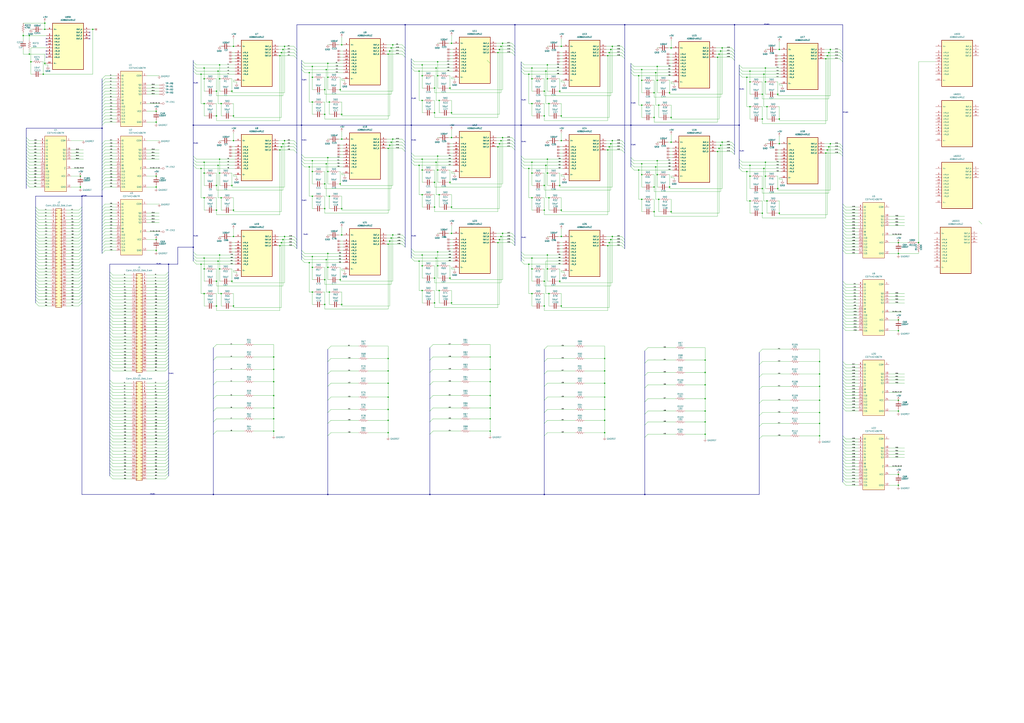
<source format=kicad_sch>
(kicad_sch (version 20250114) (generator "eeschema") (generator_version "9.0")
  (paper "A1")
  (junction (at 527.05 134.62))
  (junction (at 332.74 20.32))
  (junction (at 269.24 219.71))
  (junction (at 267.97 57.15))
  (junction (at 165.1 217.17))
  (junction (at 177.8 231.14))
  (junction (at 318.77 314.96))
  (junction (at 128.27 153.67))
  (junction (at 411.48 115.57))
  (junction (at 679.45 123.19))
  (junction (at 461.01 194.31))
  (junction (at 615.95 67.31))
  (junction (at 412.75 191.77))
  (junction (at 628.65 144.78))
  (junction (at 167.64 64.77))
  (junction (at 181.61 85.09))
  (junction (at 128.27 100.33))
  (junction (at 180.34 64.77))
  (junction (at 673.1 347.98))
  (junction (at 518.16 102.87))
  (junction (at 673.1 297.18))
  (junction (at 527.05 163.83))
  (junction (at 436.88 64.77))
  (junction (at 179.07 58.42))
  (junction (at 538.48 59.69))
  (junction (at 436.88 212.09))
  (junction (at 591.82 119.38))
  (junction (at 579.12 356.87))
  (junction (at 177.8 95.25))
  (junction (at 638.81 77.47))
  (junction (at 411.48 194.31))
  (junction (at 337.82 102.87))
  (junction (at 502.92 38.1))
  (junction (at 266.7 171.45))
  (junction (at 539.75 54.61))
  (junction (at 346.71 53.34))
  (junction (at 256.54 83.82))
  (junction (at 673.1 307.34))
  (junction (at 427.99 102.87))
  (junction (at 280.67 171.45))
  (junction (at 613.41 63.5))
  (junction (at 224.79 293.37))
  (junction (at 590.55 44.45))
  (junction (at 603.25 20.32))
  (junction (at 551.18 96.52))
  (junction (at 447.04 251.46))
  (junction (at 254 215.9))
  (junction (at 191.77 95.25))
  (junction (at 449.58 53.34))
  (junction (at 496.57 294.64))
  (junction (at 737.87 208.28))
  (junction (at 615.95 87.63))
  (junction (at 422.91 20.32))
  (junction (at 499.11 45.72))
  (junction (at 280.67 36.83))
  (junction (at 434.34 138.43))
  (junction (at 447.04 95.25))
  (junction (at 318.77 304.8))
  (junction (at 737.87 389.89))
  (junction (at 321.31 195.58))
  (junction (at 640.08 118.11))
  (junction (at 408.94 199.39))
  (junction (at 626.11 97.79))
  (junction (at 224.79 325.12))
  (junction (at 322.58 36.83))
  (junction (at 191.77 172.72))
  (junction (at 754.38 199.39))
  (junction (at 231.14 199.39))
  (junction (at 450.85 85.09))
  (junction (at 191.77 38.1))
  (junction (at 449.58 64.77))
  (junction (at 496.57 304.8))
  (junction (at 593.09 116.84))
  (junction (at 737.87 262.89))
  (junction (at 167.64 241.3))
  (junction (at 638.81 154.94))
  (junction (at 527.05 66.04))
  (junction (at 346.71 82.55))
  (junction (at 369.57 72.39))
  (junction (at 402.59 354.33))
  (junction (at 280.67 93.98))
  (junction (at 279.4 151.13))
  (junction (at 537.21 153.67))
  (junction (at 270.51 161.29))
  (junction (at 247.65 102.87))
  (junction (at 359.41 50.8))
  (junction (at 527.05 86.36))
  (junction (at 181.61 241.3))
  (junction (at 527.05 57.15))
  (junction (at 737.87 398.78))
  (junction (at 175.26 406.4))
  (junction (at 681.99 40.64))
  (junction (at 256.54 210.82))
  (junction (at 191.77 115.57))
  (junction (at 628.65 55.88))
  (junction (at 496.57 345.44))
  (junction (at 269.24 63.5))
  (junction (at 180.34 209.55))
  (junction (at 447.04 74.93))
  (junction (at 360.68 82.55))
  (junction (at 266.7 229.87))
  (junction (at 165.1 60.96))
  (junction (at 537.21 76.2))
  (junction (at 436.88 241.3))
  (junction (at 190.5 231.14))
  (junction (at 447.04 172.72))
  (junction (at 138.43 217.17))
  (junction (at 356.87 149.86))
  (junction (at 579.12 316.23))
  (junction (at 434.34 217.17))
  (junction (at 502.92 194.31))
  (junction (at 269.24 129.54))
  (junction (at 318.77 336.55))
  (junction (at 356.87 170.18))
  (junction (at 128.27 144.78))
  (junction (at 551.18 39.37))
  (junction (at 344.17 135.89))
  (junction (at 539.75 66.04))
  (junction (at 19.05 29.21))
  (junction (at 589.28 124.46))
  (junction (at 450.85 241.3))
  (junction (at 321.31 39.37))
  (junction (at 191.77 251.46))
  (junction (at 589.28 46.99))
  (junction (at 158.75 203.2))
  (junction (at 679.45 45.72))
  (junction (at 320.04 119.38))
  (junction (at 179.07 135.89))
  (junction (at 224.79 313.69))
  (junction (at 229.87 123.19))
  (junction (at 615.95 144.78))
  (junction (at 549.91 76.2))
  (junction (at 66.04 144.78))
  (junction (at 615.95 165.1))
  (junction (at 83.82 105.41))
  (junction (at 232.41 196.85))
  (junction (at 410.21 118.11))
  (junction (at 459.74 231.14))
  (junction (at 537.21 173.99))
  (junction (at 67.31 161.29))
  (junction (at 267.97 134.62))
  (junction (at 500.38 43.18))
  (junction (at 318.77 294.64))
  (junction (at 499.11 123.19))
  (junction (at 501.65 118.11))
  (junction (at 502.92 115.57))
  (junction (at 537.21 96.52))
  (junction (at 267.97 213.36))
  (junction (at 524.51 62.23))
  (junction (at 359.41 128.27))
  (junction (at 318.77 200.66))
  (junction (at 254 59.69))
  (junction (at 593.09 39.37))
  (junction (at 607.06 102.87))
  (junction (at 359.41 207.01))
  (junction (at 434.34 60.96))
  (junction (at 359.41 218.44))
  (junction (at 541.02 86.36))
  (junction (at 496.57 314.96))
  (junction (at 177.8 172.72))
  (junction (at 369.57 149.86))
  (junction (at 177.8 152.4))
  (junction (at 269.24 140.97))
  (junction (at 680.72 43.18))
  (junction (at 628.65 133.35))
  (junction (at 459.74 152.4))
  (junction (at 344.17 58.42))
  (junction (at 167.64 85.09))
  (junction (at 360.68 238.76))
  (junction (at 269.24 406.4))
  (junction (at 256.54 140.97))
  (junction (at 448.31 135.89))
  (junction (at 461.01 115.57))
  (junction (at 370.84 248.92))
  (junction (at 449.58 130.81))
  (junction (at 358.14 212.09))
  (junction (at 447.04 406.4))
  (junction (at 180.34 130.81))
  (junction (at 626.11 77.47))
  (junction (at 266.7 93.98))
  (junction (at 190.5 74.93))
  (junction (at 737.87 271.78))
  (junction (at 318.77 345.44))
  (junction (at 461.01 38.1))
  (junction (at 579.12 337.82))
  (junction (at 280.67 114.3))
  (junction (at 270.51 240.03))
  (junction (at 279.4 73.66))
  (junction (at 318.77 121.92))
  (junction (at 128.27 205.74))
  (junction (at 412.75 113.03))
  (junction (at 181.61 162.56))
  (junction (at 353.06 406.4))
  (junction (at 678.18 125.73))
  (junction (at 449.58 142.24))
  (junction (at 673.1 339.09))
  (junction (at 640.08 97.79))
  (junction (at 436.88 133.35))
  (junction (at 496.57 336.55))
  (junction (at 410.21 40.64))
  (junction (at 640.08 40.64))
  (junction (at 25.4 50.8))
  (junction (at 538.48 137.16))
  (junction (at 402.59 335.28))
  (junction (at 626.11 154.94))
  (junction (at 678.18 48.26))
  (junction (at 83.82 161.29))
  (junction (at 402.59 325.12))
  (junction (at 346.71 62.23))
  (junction (at 613.41 140.97))
  (junction (at 167.64 55.88))
  (junction (at 356.87 72.39))
  (junction (at 356.87 248.92))
  (junction (at 461.01 251.46))
  (junction (at 737.87 328.93))
  (junction (at 591.82 41.91))
  (junction (at 410.21 196.85))
  (junction (at 358.14 133.35))
  (junction (at 320.04 198.12))
  (junction (at 450.85 162.56))
  (junction (at 737.87 337.82))
  (junction (at 524.51 139.7))
  (junction (at 165.1 138.43))
  (junction (at 256.54 54.61))
  (junction (at 318.77 355.6))
  (junction (at 224.79 335.28))
  (junction (at 461.01 172.72))
  (junction (at 447.04 152.4))
  (junction (at 231.14 43.18))
  (junction (at 66.04 153.67))
  (junction (at 346.71 238.76))
  (junction (at 496.57 326.39))
  (junction (at 681.99 118.11))
  (junction (at 408.94 120.65))
  (junction (at 436.88 85.09))
  (junction (at 35.56 60.96))
  (junction (at 402.59 313.69))
  (junction (at 501.65 40.64))
  (junction (at 358.14 55.88))
  (junction (at 256.54 63.5))
  (junction (at 539.75 143.51))
  (junction (at 229.87 201.93))
  (junction (at 269.24 52.07))
  (junction (at 24.13 44.45))
  (junction (at 180.34 142.24))
  (junction (at 177.8 74.93))
  (junction (at 158.75 102.87))
  (junction (at 191.77 194.31))
  (junction (at 551.18 116.84))
  (junction (at 321.31 116.84))
  (junction (at 402.59 303.53))
  (junction (at 360.68 160.02))
  (junction (at 36.83 24.13))
  (junction (at 402.59 293.37))
  (junction (at 436.88 220.98))
  (junction (at 167.64 142.24))
  (junction (at 500.38 120.65))
  (junction (at 233.68 115.57))
  (junction (at 500.38 199.39))
  (junction (at 527.05 143.51))
  (junction (at 167.64 212.09))
  (junction (at 529.59 406.4))
  (junction (at 370.84 92.71))
  (junction (at 346.71 160.02))
  (junction (at 322.58 114.3))
  (junction (at 356.87 92.71))
  (junction (at 76.2 24.13))
  (junction (at 436.88 162.56))
  (junction (at 229.87 45.72))
  (junction (at 673.1 328.93))
  (junction (at 626.11 175.26))
  (junction (at 36.83 52.07))
  (junction (at 579.12 346.71))
  (junction (at 232.41 40.64))
  (junction (at 499.11 201.93))
  (junction (at 128.27 196.85))
  (junction (at 629.92 87.63))
  (junction (at 551.18 173.99))
  (junction (at 737.87 199.39))
  (junction (at 318.77 44.45))
  (junction (at 411.48 38.1))
  (junction (at 233.68 194.31))
  (junction (at 673.1 317.5))
  (junction (at 579.12 306.07))
  (junction (at 232.41 118.11))
  (junction (at 180.34 53.34))
  (junction (at 541.02 163.83))
  (junction (at 269.24 208.28))
  (junction (at 449.58 220.98))
  (junction (at 539.75 132.08))
  (junction (at 346.71 139.7))
  (junction (at 640.08 175.26))
  (junction (at 322.58 193.04))
  (junction (at 627.38 60.96))
  (junction (at 167.64 220.98))
  (junction (at 436.88 55.88))
  (junction (at 459.74 74.93))
  (junction (at 266.7 73.66))
  (junction (at 461.01 95.25))
  (junction (at 256.54 219.71))
  (junction (at 167.64 133.35))
  (junction (at 370.84 35.56))
  (junction (at 346.71 218.44))
  (junction (at 320.04 41.91))
  (junction (at 356.87 228.6))
  (junction (at 496.57 355.6))
  (junction (at 167.64 162.56))
  (junction (at 447.04 231.14))
  (junction (at 256.54 161.29))
  (junction (at 673.1 358.14))
  (junction (at 128.27 91.44))
  (junction (at 224.79 354.33))
  (junction (at 579.12 295.91))
  (junction (at 346.71 209.55))
  (junction (at 224.79 303.53))
  (junction (at 615.95 135.89))
  (junction (at 359.41 139.7))
  (junction (at 680.72 120.65))
  (junction (at 180.34 220.98))
  (junction (at 549.91 153.67))
  (junction (at 615.95 58.42))
  (junction (at 513.08 20.32))
  (junction (at 279.4 229.87))
  (junction (at 402.59 344.17))
  (junction (at 266.7 250.19))
  (junction (at 179.07 214.63))
  (junction (at 177.8 251.46))
  (junction (at 280.67 250.19))
  (junction (at 628.65 67.31))
  (junction (at 359.41 62.23))
  (junction (at 501.65 196.85))
  (junction (at 346.71 130.81))
  (junction (at 318.77 326.39))
  (junction (at 256.54 240.03))
  (junction (at 190.5 152.4))
  (junction (at 369.57 228.6))
  (junction (at 449.58 209.55))
  (junction (at 254 137.16))
  (junction (at 231.14 120.65))
  (junction (at 233.68 38.1))
  (junction (at 370.84 191.77))
  (junction (at 579.12 327.66))
  (junction (at 448.31 58.42))
  (junction (at 370.84 113.03))
  (junction (at 256.54 132.08))
  (junction (at 344.17 214.63))
  (junction (at 224.79 344.17))
  (junction (at 266.7 151.13))
  (junction (at 24.13 29.21))
  (junction (at 270.51 83.82))
  (junction (at 280.67 193.04))
  (junction (at 412.75 35.56))
  (junction (at 370.84 170.18))
  (junction (at 590.55 121.92))
  (junction (at 36.83 19.05))
  (junction (at 408.94 43.18))
  (junction (at 629.92 165.1))
  (junction (at 436.88 142.24))
  (junction (at 627.38 138.43))
  (no_connect (at 38.1 41.91))
  (no_connect (at 38.1 44.45))
  (no_connect (at 73.66 31.75))
  (no_connect (at 38.1 36.83))
  (no_connect (at 38.1 31.75))
  (no_connect (at 38.1 46.99))
  (no_connect (at 38.1 34.29))
  (no_connect (at 73.66 26.67))
  (no_connect (at 73.66 29.21))
  (bus_entry (at 600.71 121.92) (size 2.54 2.54))
  (bus_entry (at 67.31 220.98) (size -2.54 2.54))
  (bus_entry (at 138.43 297.18) (size -2.54 2.54))
  (bus_entry (at 138.43 271.78) (size -2.54 2.54))
  (bus_entry (at 90.17 373.38) (size 2.54 2.54))
  (bus_entry (at 138.43 375.92) (size -2.54 2.54))
  (bus_entry (at 427.99 209.55) (size 2.54 2.54))
  (bus_entry (at 420.37 120.65) (size 2.54 2.54))
  (bus_entry (at 692.15 180.34) (size 2.54 2.54))
  (bus_entry (at 689.61 48.26) (size 2.54 2.54))
  (bus_entry (at 449.58 314.96) (size -2.54 2.54))
  (bus_entry (at 337.82 55.88) (size 2.54 2.54))
  (bus_entry (at 90.17 269.24) (size 2.54 2.54))
  (bus_entry (at 330.2 41.91) (size 2.54 2.54))
  (bus_entry (at 67.31 246.38) (size -2.54 2.54))
  (bus_entry (at 138.43 378.46) (size -2.54 2.54))
  (bus_entry (at 90.17 259.08) (size 2.54 2.54))
  (bus_entry (at 427.99 55.88) (size 2.54 2.54))
  (bus_entry (at 355.6 293.37) (size -2.54 2.54))
  (bus_entry (at 626.11 297.18) (size -2.54 2.54))
  (bus_entry (at 86.36 128.27) (size -2.54 2.54))
  (bus_entry (at 449.58 355.6) (size -2.54 2.54))
  (bus_entry (at 90.17 233.68) (size 2.54 2.54))
  (bus_entry (at 420.37 118.11) (size 2.54 2.54))
  (bus_entry (at 86.36 170.18) (size -2.54 2.54))
  (bus_entry (at 21.59 120.65) (size 2.54 2.54))
  (bus_entry (at 177.8 325.12) (size -2.54 2.54))
  (bus_entry (at 692.15 182.88) (size 2.54 2.54))
  (bus_entry (at 692.15 190.5) (size 2.54 2.54))
  (bus_entry (at 247.65 57.15) (size 2.54 2.54))
  (bus_entry (at 138.43 264.16) (size -2.54 2.54))
  (bus_entry (at 86.36 146.05) (size -2.54 2.54))
  (bus_entry (at 689.61 123.19) (size 2.54 2.54))
  (bus_entry (at 337.82 207.01) (size 2.54 2.54))
  (bus_entry (at 626.11 347.98) (size -2.54 2.54))
  (bus_entry (at 427.99 214.63) (size 2.54 2.54))
  (bus_entry (at 420.37 113.03) (size 2.54 2.54))
  (bus_entry (at 67.31 236.22) (size -2.54 2.54))
  (bus_entry (at 692.15 360.68) (size 2.54 2.54))
  (bus_entry (at 86.36 182.88) (size -2.54 2.54))
  (bus_entry (at 90.17 330.2) (size 2.54 2.54))
  (bus_entry (at 427.99 212.09) (size 2.54 2.54))
  (bus_entry (at 158.75 212.09) (size 2.54 2.54))
  (bus_entry (at 29.21 172.72) (size 2.54 2.54))
  (bus_entry (at 510.54 201.93) (size 2.54 2.54))
  (bus_entry (at 692.15 309.88) (size 2.54 2.54))
  (bus_entry (at 21.59 130.81) (size 2.54 2.54))
  (bus_entry (at 692.15 195.58) (size 2.54 2.54))
  (bus_entry (at 138.43 325.12) (size -2.54 2.54))
  (bus_entry (at 90.17 363.22) (size 2.54 2.54))
  (bus_entry (at 692.15 317.5) (size 2.54 2.54))
  (bus_entry (at 90.17 383.54) (size 2.54 2.54))
  (bus_entry (at 600.71 41.91) (size 2.54 2.54))
  (bus_entry (at 86.36 118.11) (size -2.54 2.54))
  (bus_entry (at 67.31 187.96) (size -2.54 2.54))
  (bus_entry (at 427.99 58.42) (size 2.54 2.54))
  (bus_entry (at 247.65 210.82) (size 2.54 2.54))
  (bus_entry (at 138.43 228.6) (size -2.54 2.54))
  (bus_entry (at 241.3 120.65) (size 2.54 2.54))
  (bus_entry (at 138.43 327.66) (size -2.54 2.54))
  (bus_entry (at 692.15 205.74) (size 2.54 2.54))
  (bus_entry (at 21.59 148.59) (size 2.54 2.54))
  (bus_entry (at 90.17 335.28) (size 2.54 2.54))
  (bus_entry (at 692.15 304.8) (size 2.54 2.54))
  (bus_entry (at 241.3 123.19) (size 2.54 2.54))
  (bus_entry (at 67.31 177.8) (size -2.54 2.54))
  (bus_entry (at 692.15 251.46) (size 2.54 2.54))
  (bus_entry (at 90.17 320.04) (size 2.54 2.54))
  (bus_entry (at 420.37 191.77) (size 2.54 2.54))
  (bus_entry (at 692.15 185.42) (size 2.54 2.54))
  (bus_entry (at 692.15 307.34) (size 2.54 2.54))
  (bus_entry (at 518.16 129.54) (size 2.54 2.54))
  (bus_entry (at 86.36 87.63) (size -2.54 2.54))
  (bus_entry (at 337.82 130.81) (size 2.54 2.54))
  (bus_entry (at 427.99 128.27) (size 2.54 2.54))
  (bus_entry (at 247.65 49.53) (size 2.54 2.54))
  (bus_entry (at 692.15 363.22) (size 2.54 2.54))
  (bus_entry (at 138.43 231.14) (size -2.54 2.54))
  (bus_entry (at 138.43 386.08) (size -2.54 2.54))
  (bus_entry (at 29.21 220.98) (size 2.54 2.54))
  (bus_entry (at 67.31 241.3) (size -2.54 2.54))
  (bus_entry (at 692.15 259.08) (size 2.54 2.54))
  (bus_entry (at 607.06 58.42) (size 2.54 2.54))
  (bus_entry (at 67.31 238.76) (size -2.54 2.54))
  (bus_entry (at 692.15 302.26) (size 2.54 2.54))
  (bus_entry (at 86.36 151.13) (size -2.54 2.54))
  (bus_entry (at 86.36 172.72) (size -2.54 2.54))
  (bus_entry (at 532.13 316.23) (size -2.54 2.54))
  (bus_entry (at 692.15 172.72) (size 2.54 2.54))
  (bus_entry (at 86.36 82.55) (size -2.54 2.54))
  (bus_entry (at 90.17 287.02) (size 2.54 2.54))
  (bus_entry (at 90.17 251.46) (size 2.54 2.54))
  (bus_entry (at 138.43 248.92) (size -2.54 2.54))
  (bus_entry (at 607.06 130.81) (size 2.54 2.54))
  (bus_entry (at 420.37 199.39) (size 2.54 2.54))
  (bus_entry (at 86.36 90.17) (size -2.54 2.54))
  (bus_entry (at 247.65 213.36) (size 2.54 2.54))
  (bus_entry (at 692.15 233.68) (size 2.54 2.54))
  (bus_entry (at 692.15 375.92) (size 2.54 2.54))
  (bus_entry (at 90.17 289.56) (size 2.54 2.54))
  (bus_entry (at 86.36 100.33) (size -2.54 2.54))
  (bus_entry (at 158.75 50.8) (size 2.54 2.54))
  (bus_entry (at 689.61 118.11) (size 2.54 2.54))
  (bus_entry (at 158.75 128.27) (size 2.54 2.54))
  (bus_entry (at 607.06 133.35) (size 2.54 2.54))
  (bus_entry (at 29.21 213.36) (size 2.54 2.54))
  (bus_entry (at 86.36 133.35) (size -2.54 2.54))
  (bus_entry (at 247.65 132.08) (size 2.54 2.54))
  (bus_entry (at 90.17 248.92) (size 2.54 2.54))
  (bus_entry (at 689.61 40.64) (size 2.54 2.54))
  (bus_entry (at 241.3 194.31) (size 2.54 2.54))
  (bus_entry (at 692.15 360.68) (size 2.54 2.54))
  (bus_entry (at 330.2 193.04) (size 2.54 2.54))
  (bus_entry (at 247.65 208.28) (size 2.54 2.54))
  (bus_entry (at 90.17 297.18) (size 2.54 2.54))
  (bus_entry (at 692.15 246.38) (size 2.54 2.54))
  (bus_entry (at 138.43 314.96) (size -2.54 2.54))
  (bus_entry (at 138.43 363.22) (size -2.54 2.54))
  (bus_entry (at 177.8 354.33) (size -2.54 2.54))
  (bus_entry (at 355.6 283.21) (size -2.54 2.54))
  (bus_entry (at 689.61 45.72) (size 2.54 2.54))
  (bus_entry (at 86.36 200.66) (size -2.54 2.54))
  (bus_entry (at 626.11 328.93) (size -2.54 2.54))
  (bus_entry (at 29.21 177.8) (size 2.54 2.54))
  (bus_entry (at 67.31 205.74) (size -2.54 2.54))
  (bus_entry (at 138.43 365.76) (size -2.54 2.54))
  (bus_entry (at 21.59 128.27) (size 2.54 2.54))
  (bus_entry (at 271.78 355.6) (size -2.54 2.54))
  (bus_entry (at 518.16 57.15) (size 2.54 2.54))
  (bus_entry (at 177.8 335.28) (size -2.54 2.54))
  (bus_entry (at 337.82 212.09) (size 2.54 2.54))
  (bus_entry (at 138.43 243.84) (size -2.54 2.54))
  (bus_entry (at 247.65 52.07) (size 2.54 2.54))
  (bus_entry (at 90.17 391.16) (size 2.54 2.54))
  (bus_entry (at 241.3 201.93) (size 2.54 2.54))
  (bus_entry (at 158.75 135.89) (size 2.54 2.54))
  (bus_entry (at 90.17 276.86) (size 2.54 2.54))
  (bus_entry (at 241.3 199.39) (size 2.54 2.54))
  (bus_entry (at 90.17 325.12) (size 2.54 2.54))
  (bus_entry (at 692.15 373.38) (size 2.54 2.54))
  (bus_entry (at 86.36 175.26) (size -2.54 2.54))
  (bus_entry (at 29.21 208.28) (size 2.54 2.54))
  (bus_entry (at 90.17 238.76) (size 2.54 2.54))
  (bus_entry (at 626.11 307.34) (size -2.54 2.54))
  (bus_entry (at 138.43 332.74) (size -2.54 2.54))
  (bus_entry (at 138.43 223.52) (size -2.54 2.54))
  (bus_entry (at 67.31 213.36) (size -2.54 2.54))
  (bus_entry (at 86.36 187.96) (size -2.54 2.54))
  (bus_entry (at 177.8 313.69) (size -2.54 2.54))
  (bus_entry (at 427.99 50.8) (size 2.54 2.54))
  (bus_entry (at 90.17 360.68) (size 2.54 2.54))
  (bus_entry (at 138.43 226.06) (size -2.54 2.54))
  (bus_entry (at 241.3 45.72) (size 2.54 2.54))
  (bus_entry (at 692.15 241.3) (size 2.54 2.54))
  (bus_entry (at 510.54 115.57) (size 2.54 2.54))
  (bus_entry (at 90.17 274.32) (size 2.54 2.54))
  (bus_entry (at 138.43 342.9) (size -2.54 2.54))
  (bus_entry (at 67.31 215.9) (size -2.54 2.54))
  (bus_entry (at 86.36 80.01) (size -2.54 2.54))
  (bus_entry (at 427.99 135.89) (size 2.54 2.54))
  (bus_entry (at 29.21 205.74) (size 2.54 2.54))
  (bus_entry (at 29.21 195.58) (size 2.54 2.54))
  (bus_entry (at 90.17 236.22) (size 2.54 2.54))
  (bus_entry (at 90.17 365.76) (size 2.54 2.54))
  (bus_entry (at 510.54 123.19) (size 2.54 2.54))
  (bus_entry (at 86.36 205.74) (size -2.54 2.54))
  (bus_entry (at 271.78 336.55) (size -2.54 2.54))
  (bus_entry (at 692.15 266.7) (size 2.54 2.54))
  (bus_entry (at 692.15 299.72) (size 2.54 2.54))
  (bus_entry (at 247.65 205.74) (size 2.54 2.54))
  (bus_entry (at 90.17 246.38) (size 2.54 2.54))
  (bus_entry (at 90.17 345.44) (size 2.54 2.54))
  (bus_entry (at 138.43 294.64) (size -2.54 2.54))
  (bus_entry (at 532.13 337.82) (size -2.54 2.54))
  (bus_entry (at 67.31 198.12) (size -2.54 2.54))
  (bus_entry (at 532.13 356.87) (size -2.54 2.54))
  (bus_entry (at 626.11 317.5) (size -2.54 2.54))
  (bus_entry (at 692.15 231.14) (size 2.54 2.54))
  (bus_entry (at 21.59 113.03) (size 2.54 2.54))
  (bus_entry (at 692.15 393.7) (size 2.54 2.54))
  (bus_entry (at 90.17 386.08) (size 2.54 2.54))
  (bus_entry (at 400.05 49.53) (size 2.54 2.54))
  (bus_entry (at 86.36 95.25) (size -2.54 2.54))
  (bus_entry (at 67.31 248.92) (size -2.54 2.54))
  (bus_entry (at 337.82 53.34) (size 2.54 2.54))
  (bus_entry (at 607.06 55.88) (size 2.54 2.54))
  (bus_entry (at 449.58 326.39) (size -2.54 2.54))
  (bus_entry (at 692.15 322.58) (size 2.54 2.54))
  (bus_entry (at 330.2 200.66) (size 2.54 2.54))
  (bus_entry (at 510.54 45.72) (size 2.54 2.54))
  (bus_entry (at 420.37 35.56) (size 2.54 2.54))
  (bus_entry (at 86.36 77.47) (size -2.54 2.54))
  (bus_entry (at 692.15 365.76) (size 2.54 2.54))
  (bus_entry (at 518.16 137.16) (size 2.54 2.54))
  (bus_entry (at 271.78 304.8) (size -2.54 2.54))
  (bus_entry (at 138.43 337.82) (size -2.54 2.54))
  (bus_entry (at 241.3 40.64) (size 2.54 2.54))
  (bus_entry (at 138.43 335.28) (size -2.54 2.54))
  (bus_entry (at 90.17 256.54) (size 2.54 2.54))
  (bus_entry (at 29.21 241.3) (size 2.54 2.54))
  (bus_entry (at 90.17 266.7) (size 2.54 2.54))
  (bus_entry (at 692.15 297.18) (size 2.54 2.54))
  (bus_entry (at 90.17 340.36) (size 2.54 2.54))
  (bus_entry (at 138.43 251.46) (size -2.54 2.54))
  (bus_entry (at 692.15 391.16) (size 2.54 2.54))
  (bus_entry (at 138.43 281.94) (size -2.54 2.54))
  (bus_entry (at 803.91 181.61) (size 2.54 2.54))
  (bus_entry (at 86.36 148.59) (size -2.54 2.54))
  (bus_entry (at 138.43 302.26) (size -2.54 2.54))
  (bus_entry (at 90.17 314.96) (size 2.54 2.54))
  (bus_entry (at 21.59 123.19) (size 2.54 2.54))
  (bus_entry (at 692.15 177.8) (size 2.54 2.54))
  (bus_entry (at 689.61 125.73) (size 2.54 2.54))
  (bus_entry (at 692.15 236.22) (size 2.54 2.54))
  (bus_entry (at 86.36 180.34) (size -2.54 2.54))
  (bus_entry (at 138.43 256.54) (size -2.54 2.54))
  (bus_entry (at 518.16 132.08) (size 2.54 2.54))
  (bus_entry (at 330.2 195.58) (size 2.54 2.54))
  (bus_entry (at 86.36 72.39) (size -2.54 2.54))
  (bus_entry (at 330.2 36.83) (size 2.54 2.54))
  (bus_entry (at 138.43 381) (size -2.54 2.54))
  (bus_entry (at 158.75 207.01) (size 2.54 2.54))
  (bus_entry (at 692.15 200.66) (size 2.54 2.54))
  (bus_entry (at 692.15 243.84) (size 2.54 2.54))
  (bus_entry (at 67.31 193.04) (size -2.54 2.54))
  (bus_entry (at 86.36 67.31) (size -2.54 2.54))
  (bus_entry (at 90.17 350.52) (size 2.54 2.54))
  (bus_entry (at 510.54 38.1) (size 2.54 2.54))
  (bus_entry (at 692.15 388.62) (size 2.54 2.54))
  (bus_entry (at 510.54 118.11) (size 2.54 2.54))
  (bus_entry (at 138.43 289.56) (size -2.54 2.54))
  (bus_entry (at 518.16 59.69) (size 2.54 2.54))
  (bus_entry (at 90.17 264.16) (size 2.54 2.54))
  (bus_entry (at 29.21 210.82) (size 2.54 2.54))
  (bus_entry (at 90.17 337.82) (size 2.54 2.54))
  (bus_entry (at 337.82 125.73) (size 2.54 2.54))
  (bus_entry (at 510.54 196.85) (size 2.54 2.54))
  (bus_entry (at 138.43 391.16) (size -2.54 2.54))
  (bus_entry (at 86.36 92.71) (size -2.54 2.54))
  (bus_entry (at 355.6 335.28) (size -2.54 2.54))
  (bus_entry (at 29.21 238.76) (size 2.54 2.54))
  (bus_entry (at 138.43 261.62) (size -2.54 2.54))
  (bus_entry (at 420.37 115.57) (size 2.54 2.54))
  (bus_entry (at 692.15 256.54) (size 2.54 2.54))
  (bus_entry (at 510.54 199.39) (size 2.54 2.54))
  (bus_entry (at 138.43 322.58) (size -2.54 2.54))
  (bus_entry (at 29.21 193.04) (size 2.54 2.54))
  (bus_entry (at 600.71 119.38) (size 2.54 2.54))
  (bus_entry (at 90.17 375.92) (size 2.54 2.54))
  (bus_entry (at 355.6 354.33) (size -2.54 2.54))
  (bus_entry (at 692.15 370.84) (size 2.54 2.54))
  (bus_entry (at 449.58 284.48) (size -2.54 2.54))
  (bus_entry (at 692.15 167.64) (size 2.54 2.54))
  (bus_entry (at 29.21 185.42) (size 2.54 2.54))
  (bus_entry (at 138.43 254) (size -2.54 2.54))
  (bus_entry (at 86.36 153.67) (size -2.54 2.54))
  (bus_entry (at 518.16 134.62) (size 2.54 2.54))
  (bus_entry (at 21.59 151.13) (size 2.54 2.54))
  (bus_entry (at 449.58 294.64) (size -2.54 2.54))
  (bus_entry (at 692.15 264.16) (size 2.54 2.54))
  (bus_entry (at 86.36 143.51) (size -2.54 2.54))
  (bus_entry (at 158.75 58.42) (size 2.54 2.54))
  (bus_entry (at 449.58 304.8) (size -2.54 2.54))
  (bus_entry (at 138.43 236.22) (size -2.54 2.54))
  (bus_entry (at 427.99 133.35) (size 2.54 2.54))
  (bus_entry (at 86.36 74.93) (size -2.54 2.54))
  (bus_entry (at 67.31 182.88) (size -2.54 2.54))
  (bus_entry (at 607.06 135.89) (size 2.54 2.54))
  (bus_entry (at 21.59 143.51) (size 2.54 2.54))
  (bus_entry (at 510.54 120.65) (size 2.54 2.54))
  (bus_entry (at 177.8 293.37) (size -2.54 2.54))
  (bus_entry (at 241.3 38.1) (size 2.54 2.54))
  (bus_entry (at 67.31 218.44) (size -2.54 2.54))
  (bus_entry (at 67.31 200.66) (size -2.54 2.54))
  (bus_entry (at 607.06 53.34) (size 2.54 2.54))
  (bus_entry (at 138.43 274.32) (size -2.54 2.54))
  (bus_entry (at 600.71 46.99) (size 2.54 2.54))
  (bus_entry (at 90.17 317.5) (size 2.54 2.54))
  (bus_entry (at 90.17 368.3) (size 2.54 2.54))
  (bus_entry (at 449.58 336.55) (size -2.54 2.54))
  (bus_entry (at 420.37 194.31) (size 2.54 2.54))
  (bus_entry (at 29.21 175.26) (size 2.54 2.54))
  (bus_entry (at 532.13 346.71) (size -2.54 2.54))
  (bus_entry (at 29.21 215.9) (size 2.54 2.54))
  (bus_entry (at 67.31 195.58) (size -2.54 2.54))
  (bus_entry (at 138.43 355.6) (size -2.54 2.54))
  (bus_entry (at 532.13 295.91) (size -2.54 2.54))
  (bus_entry (at 90.17 228.6) (size 2.54 2.54))
  (bus_entry (at 67.31 228.6) (size -2.54 2.54))
  (bus_entry (at 86.36 135.89) (size -2.54 2.54))
  (bus_entry (at 138.43 340.36) (size -2.54 2.54))
  (bus_entry (at 29.21 236.22) (size 2.54 2.54))
  (bus_entry (at 532.13 327.66) (size -2.54 2.54))
  (bus_entry (at 90.17 281.94) (size 2.54 2.54))
  (bus_entry (at 86.36 140.97) (size -2.54 2.54))
  (bus_entry (at 692.15 396.24) (size 2.54 2.54))
  (bus_entry (at 138.43 360.68) (size -2.54 2.54))
  (bus_entry (at 29.21 200.66) (size 2.54 2.54))
  (bus_entry (at 67.31 233.68) (size -2.54 2.54))
  (bus_entry (at 177.8 283.21) (size -2.54 2.54))
  (bus_entry (at 67.31 226.06) (size -2.54 2.54))
  (bus_entry (at 247.65 134.62) (size 2.54 2.54))
  (bus_entry (at 271.78 284.48) (size -2.54 2.54))
  (bus_entry (at 67.31 223.52) (size -2.54 2.54))
  (bus_entry (at 90.17 284.48) (size 2.54 2.54))
  (bus_entry (at 21.59 135.89) (size 2.54 2.54))
  (bus_entry (at 29.21 226.06) (size 2.54 2.54))
  (bus_entry (at 29.21 248.92) (size 2.54 2.54))
  (bus_entry (at 532.13 306.07) (size -2.54 2.54))
  (bus_entry (at 247.65 129.54) (size 2.54 2.54))
  (bus_entry (at 86.36 69.85) (size -2.54 2.54))
  (bus_entry (at 29.21 187.96) (size 2.54 2.54))
  (bus_entry (at 29.21 180.34) (size 2.54 2.54))
  (bus_entry (at 692.15 332.74) (size 2.54 2.54))
  (bus_entry (at 138.43 388.62) (size -2.54 2.54))
  (bus_entry (at 158.75 214.63) (size 2.54 2.54))
  (bus_entry (at 177.8 303.53) (size -2.54 2.54))
  (bus_entry (at 67.31 175.26) (size -2.54 2.54))
  (bus_entry (at 90.17 294.64) (size 2.54 2.54))
  (bus_entry (at 692.15 358.14) (size 2.54 2.54))
  (bus_entry (at 330.2 119.38) (size 2.54 2.54))
  (bus_entry (at 86.36 123.19) (size -2.54 2.54))
  (bus_entry (at 86.36 120.65) (size -2.54 2.54))
  (bus_entry (at 29.21 198.12) (size 2.54 2.54))
  (bus_entry (at 692.15 381) (size 2.54 2.54))
  (bus_entry (at 138.43 345.44) (size -2.54 2.54))
  (bus_entry (at 337.82 128.27) (size 2.54 2.54))
  (bus_entry (at 90.17 381) (size 2.54 2.54))
  (bus_entry (at 600.71 124.46) (size 2.54 2.54))
  (bus_entry (at 138.43 368.3) (size -2.54 2.54))
  (bus_entry (at 86.36 64.77) (size -2.54 2.54))
  (bus_entry (at 337.82 50.8) (size 2.54 2.54))
  (bus_entry (at 138.43 246.38) (size -2.54 2.54))
  (bus_entry (at 692.15 335.28) (size 2.54 2.54))
  (bus_entry (at 90.17 279.4) (size 2.54 2.54))
  (bus_entry (at 29.21 218.44) (size 2.54 2.54))
  (bus_entry (at 90.17 353.06) (size 2.54 2.54))
  (bus_entry (at 692.15 314.96) (size 2.54 2.54))
  (bus_entry (at 692.15 170.18) (size 2.54 2.54))
  (bus_entry (at 67.31 243.84) (size -2.54 2.54))
  (bus_entry (at 90.17 388.62) (size 2.54 2.54))
  (bus_entry (at 138.43 276.86) (size -2.54 2.54))
  (bus_entry (at 138.43 370.84) (size -2.54 2.54))
  (bus_entry (at 90.17 322.58) (size 2.54 2.54))
  (bus_entry (at 355.6 325.12) (size -2.54 2.54))
  (bus_entry (at 138.43 312.42) (size -2.54 2.54))
  (bus_entry (at 689.61 120.65) (size 2.54 2.54))
  (bus_entry (at 21.59 138.43) (size 2.54 2.54))
  (bus_entry (at 90.17 347.98) (size 2.54 2.54))
  (bus_entry (at 626.11 358.14) (size -2.54 2.54))
  (bus_entry (at 138.43 320.04) (size -2.54 2.54))
  (bus_entry (at 330.2 198.12) (size 2.54 2.54))
  (bus_entry (at 607.06 138.43) (size 2.54 2.54))
  (bus_entry (at 158.75 209.55) (size 2.54 2.54))
  (bus_entry (at 138.43 287.02) (size -2.54 2.54))
  (bus_entry (at 29.21 170.18) (size 2.54 2.54))
  (bus_entry (at 86.36 115.57) (size -2.54 2.54))
  (bus_entry (at 330.2 114.3) (size 2.54 2.54))
  (bus_entry (at 138.43 279.4) (size -2.54 2.54))
  (bus_entry (at 138.43 241.3) (size -2.54 2.54))
  (bus_entry (at 692.15 330.2) (size 2.54 2.54))
  (bus_entry (at 626.11 287.02) (size -2.54 2.54))
  (bus_entry (at 86.36 125.73) (size -2.54 2.54))
  (bus_entry (at 241.3 115.57) (size 2.54 2.54))
  (bus_entry (at 21.59 133.35) (size 2.54 2.54))
  (bus_entry (at 692.15 198.12) (size 2.54 2.54))
  (bus_entry (at 90.17 327.66) (size 2.54 2.54))
  (bus_entry (at 337.82 209.55) (size 2.54 2.54))
  (bus_entry (at 86.36 190.5) (size -2.54 2.54))
  (bus_entry (at 138.43 358.14) (size -2.54 2.54))
  (bus_entry (at 90.17 302.26) (size 2.54 2.54))
  (bus_entry (at 247.65 127) (size 2.54 2.54))
  (bus_entry (at 138.43 347.98) (size -2.54 2.54))
  (bus_entry (at 67.31 180.34) (size -2.54 2.54))
  (bus_entry (at 330.2 44.45) (size 2.54 2.54))
  (bus_entry (at 158.75 55.88) (size 2.54 2.54))
  (bus_entry (at 510.54 40.64) (size 2.54 2.54))
  (bus_entry (at 67.31 185.42) (size -2.54 2.54))
  (bus_entry (at 518.16 54.61) (size 2.54 2.54))
  (bus_entry (at 138.43 259.08) (size -2.54 2.54))
  (bus_entry (at 355.6 303.53) (size -2.54 2.54))
  (bus_entry (at 692.15 261.62) (size 2.54 2.54))
  (bus_entry (at 90.17 271.78) (size 2.54 2.54))
  (bus_entry (at 692.15 254) (size 2.54 2.54))
  (bus_entry (at 337.82 133.35) (size 2.54 2.54))
  (bus_entry (at 90.17 231.14) (size 2.54 2.54))
  (bus_entry (at 271.78 345.44) (size -2.54 2.54))
  (bus_entry (at 138.43 238.76) (size -2.54 2.54))
  (bus_entry (at 67.31 170.18) (size -2.54 2.54))
  (bus_entry (at 21.59 146.05) (size 2.54 2.54))
  (bus_entry (at 158.75 130.81) (size 2.54 2.54))
  (bus_entry (at 138.43 350.52) (size -2.54 2.54))
  (bus_entry (at 518.16 52.07) (size 2.54 2.54))
  (bus_entry (at 90.17 292.1) (size 2.54 2.54))
  (bus_entry (at 138.43 330.2) (size -2.54 2.54))
  (bus_entry (at 420.37 40.64) (size 2.54 2.54))
  (bus_entry (at 330.2 121.92) (size 2.54 2.54))
  (bus_entry (at 177.8 344.17) (size -2.54 2.54))
  (bus_entry (at 21.59 115.57) (size 2.54 2.54))
  (bus_entry (at 67.31 203.2) (size -2.54 2.54))
  (bus_entry (at 510.54 194.31) (size 2.54 2.54))
  (bus_entry (at 86.36 85.09) (size -2.54 2.54))
  (bus_entry (at 138.43 353.06) (size -2.54 2.54))
  (bus_entry (at 21.59 118.11) (size 2.54 2.54))
  (bus_entry (at 138.43 373.38) (size -2.54 2.54))
  (bus_entry (at 337.82 48.26) (size 2.54 2.54))
  (bus_entry (at 600.71 39.37) (size 2.54 2.54))
  (bus_entry (at 355.6 344.17) (size -2.54 2.54))
  (bus_entry (at 692.15 386.08) (size 2.54 2.54))
  (bus_entry (at 138.43 269.24) (size -2.54 2.54))
  (bus_entry (at 692.15 175.26) (size 2.54 2.54))
  (bus_entry (at 692.15 325.12) (size 2.54 2.54))
  (bus_entry (at 90.17 332.74) (size 2.54 2.54))
  (bus_entry (at 86.36 97.79) (size -2.54 2.54))
  (bus_entry (at 138.43 299.72) (size -2.54 2.54))
  (bus_entry (at 692.15 383.54) (size 2.54 2.54))
  (bus_entry (at 138.43 284.48) (size -2.54 2.54))
  (bus_entry (at 29.21 233.68) (size 2.54 2.54))
  (bus_entry (at 692.15 327.66) (size 2.54 2.54))
  (bus_entry (at 692.15 320.04) (size 2.54 2.54))
  (bus_entry (at 67.31 210.82) (size -2.54 2.54))
  (bus_entry (at 427.99 130.81) (size 2.54 2.54))
  (bus_entry (at 692.15 187.96) (size 2.54 2.54))
  (bus_entry (at 90.17 223.52) (size 2.54 2.54))
  (bus_entry (at 86.36 203.2) (size -2.54 2.54))
  (bus_entry (at 29.21 190.5) (size 2.54 2.54))
  (bus_entry (at 90.17 261.62) (size 2.54 2.54))
  (bus_entry (at 90.17 378.46) (size 2.54 2.54))
  (bus_entry (at 138.43 383.54) (size -2.54 2.54))
  (bus_entry (at 692.15 193.04) (size 2.54 2.54))
  (bus_entry (at 29.21 231.14) (size 2.54 2.54))
  (bus_entry (at 29.21 246.38) (size 2.54 2.54))
  (bus_entry (at 90.17 241.3) (size 2.54 2.54))
  (bus_entry (at 692.15 368.3) (size 2.54 2.54))
  (bus_entry (at 90.17 254) (size 2.54 2.54))
  (bus_entry (at 427.99 207.01) (size 2.54 2.54))
  (bus_entry (at 692.15 248.92) (size 2.54 2.54))
  (bus_entry (at 21.59 140.97) (size 2.54 2.54))
  (bus_entry (at 29.21 243.84) (size 2.54 2.54))
  (bus_entry (at 29.21 228.6) (size 2.54 2.54))
  (bus_entry (at 86.36 185.42) (size -2.54 2.54))
  (bus_entry (at 90.17 226.06) (size 2.54 2.54))
  (bus_entry (at 138.43 266.7) (size -2.54 2.54))
  (bus_entry (at 692.15 269.24) (size 2.54 2.54))
  (bus_entry (at 247.65 54.61) (size 2.54 2.54))
  (bus_entry (at 355.6 313.69) (size -2.54 2.54))
  (bus_entry (at 67.31 208.28) (size -2.54 2.54))
  (bus_entry (at 427.99 53.34) (size 2.54 2.54))
  (bus_entry (at 420.37 196.85) (size 2.54 2.54))
  (bus_entry (at 67.31 190.5) (size -2.54 2.54))
  (bus_entry (at 67.31 231.14) (size -2.54 2.54))
  (bus_entry (at 158.75 133.35) (size 2.54 2.54))
  (bus_entry (at 21.59 125.73) (size 2.54 2.54))
  (bus_entry (at 241.3 118.11) (size 2.54 2.54))
  (bus_entry (at 86.36 193.04) (size -2.54 2.54))
  (bus_entry (at 86.36 198.12) (size -2.54 2.54))
  (bus_entry (at 138.43 292.1) (size -2.54 2.54))
  (bus_entry (at 692.15 238.76) (size 2.54 2.54))
  (bus_entry (at 420.37 38.1) (size 2.54 2.54))
  (bus_entry (at 86.36 177.8) (size -2.54 2.54))
  (bus_entry (at 337.82 204.47) (size 2.54 2.54))
  (bus_entry (at 600.71 116.84) (size 2.54 2.54))
  (bus_entry (at 90.17 358.14) (size 2.54 2.54))
  (bus_entry (at 510.54 43.18) (size 2.54 2.54))
  (bus_entry (at 420.37 43.18) (size 2.54 2.54))
  (bus_entry (at 532.13 285.75) (size -2.54 2.54))
  (bus_entry (at 692.15 378.46) (size 2.54 2.54))
  (bus_entry (at 29.21 182.88) (size 2.54 2.54))
  (bus_entry (at 607.06 60.96) (size 2.54 2.54))
  (bus_entry (at 158.75 53.34) (size 2.54 2.54))
  (bus_entry (at 86.36 195.58) (size -2.54 2.54))
  (bus_entry (at 330.2 39.37) (size 2.54 2.54))
  (bus_entry (at 449.58 345.44) (size -2.54 2.54))
  (bus_entry (at 241.3 43.18) (size 2.54 2.54))
  (bus_entry (at 138.43 233.68) (size -2.54 2.54))
  (bus_entry (at 600.71 44.45) (size 2.54 2.54))
  (bus_entry (at 271.78 326.39) (size -2.54 2.54))
  (bus_entry (at 86.36 167.64) (size -2.54 2.54))
  (bus_entry (at 689.61 43.18) (size 2.54 2.54))
  (bus_entry (at 86.36 62.23) (size -2.54 2.54))
  (bus_entry (at 29.21 223.52) (size 2.54 2.54))
  (bus_entry (at 138.43 317.5) (size -2.54 2.54))
  (bus_entry (at 67.31 172.72) (size -2.54 2.54))
  (bus_entry (at 86.36 130.81) (size -2.54 2.54))
  (bus_entry (at 626.11 339.09) (size -2.54 2.54))
  (bus_entry (at 90.17 299.72) (size 2.54 2.54))
  (bus_entry (at 90.17 312.42) (size 2.54 2.54))
  (bus_entry (at 271.78 314.96) (size -2.54 2.54))
  (bus_entry (at 90.17 355.6) (size 2.54 2.54))
  (bus_entry (at 241.3 196.85) (size 2.54 2.54))
  (bus_entry (at 692.15 312.42) (size 2.54 2.54))
  (bus_entry (at 271.78 294.64) (size -2.54 2.54))
  (bus_entry (at 692.15 203.2) (size 2.54 2.54))
  (bus_entry (at 90.17 243.84) (size 2.54 2.54))
  (bus_entry (at 330.2 116.84) (size 2.54 2.54))
  (bus_entry (at 29.21 203.2) (size 2.54 2.54))
  (bus_entry (at 90.17 342.9) (size 2.54 2.54))
  (bus_entry (at 86.36 138.43) (size -2.54 2.54))
  (bus_entry (at 90.17 370.84) (size 2.54 2.54))
  (wire (pts (xy 31.75 200.66) (xy 41.91 200.66)))
  (wire (pts (xy 589.28 46.99) (xy 589.28 100.33)))
  (wire (pts (xy 107.95 388.62) (xy 92.71 388.62)))
  (wire (pts (xy 24.13 148.59) (xy 33.02 148.59)))
  (wire (pts (xy 233.68 115.57) (xy 241.3 115.57)))
  (bus (pts (xy 243.84 43.18) (xy 243.84 45.72)))
  (bus (pts (xy 692.15 373.38) (xy 692.15 375.92)))
  (bus (pts (xy 83.82 128.27) (xy 83.82 130.81)))
  (wire (pts (xy 228.6 45.72) (xy 229.87 45.72)))
  (wire (pts (xy 36.83 19.05) (xy 36.83 24.13)))
  (wire (pts (xy 462.28 212.09) (xy 436.88 212.09)))
  (wire (pts (xy 591.82 80.01) (xy 537.21 80.01)))
  (wire (pts (xy 497.84 45.72) (xy 499.11 45.72)))
  (wire (pts (xy 167.64 142.24) (xy 167.64 152.4)))
  (wire (pts (xy 410.21 118.11) (xy 410.21 171.45)))
  (wire (pts (xy 120.65 299.72) (xy 135.89 299.72)))
  (bus (pts (xy 83.82 123.19) (xy 83.82 125.73)))
  (wire (pts (xy 181.61 241.3) (xy 182.88 241.3)))
  (wire (pts (xy 694.69 200.66) (xy 704.85 200.66)))
  (bus (pts (xy 83.82 180.34) (xy 83.82 182.88)))
  (wire (pts (xy 120.65 317.5) (xy 135.89 317.5)))
  (wire (pts (xy 637.54 118.11) (xy 640.08 118.11)))
  (bus (pts (xy 513.08 120.65) (xy 513.08 123.19)))
  (bus (pts (xy 138.43 297.18) (xy 138.43 299.72)))
  (bus (pts (xy 518.16 129.54) (xy 518.16 132.08)))
  (wire (pts (xy 410.21 40.64) (xy 410.21 93.98)))
  (bus (pts (xy 67.31 233.68) (xy 67.31 236.22)))
  (wire (pts (xy 66.04 153.67) (xy 66.04 152.4)))
  (bus (pts (xy 603.25 124.46) (xy 603.25 127)))
  (bus (pts (xy 247.65 208.28) (xy 247.65 210.82)))
  (wire (pts (xy 24.13 128.27) (xy 33.02 128.27)))
  (wire (pts (xy 281.94 137.16) (xy 254 137.16)))
  (wire (pts (xy 340.36 135.89) (xy 344.17 135.89)))
  (bus (pts (xy 21.59 135.89) (xy 21.59 138.43)))
  (wire (pts (xy 120.65 138.43) (xy 130.81 138.43)))
  (wire (pts (xy 372.11 128.27) (xy 359.41 128.27)))
  (wire (pts (xy 232.41 118.11) (xy 241.3 118.11)))
  (wire (pts (xy 679.45 45.72) (xy 679.45 99.06)))
  (wire (pts (xy 120.65 353.06) (xy 135.89 353.06)))
  (bus (pts (xy 21.59 128.27) (xy 21.59 130.81)))
  (wire (pts (xy 527.05 143.51) (xy 527.05 153.67)))
  (wire (pts (xy 359.41 207.01) (xy 359.41 218.44)))
  (wire (pts (xy 579.12 327.66) (xy 579.12 337.82)))
  (bus (pts (xy 692.15 264.16) (xy 692.15 266.7)))
  (wire (pts (xy 480.06 326.39) (xy 496.57 326.39)))
  (wire (pts (xy 676.91 40.64) (xy 681.99 40.64)))
  (wire (pts (xy 318.77 175.26) (xy 266.7 175.26)))
  (wire (pts (xy 615.95 154.94) (xy 617.22 154.94)))
  (wire (pts (xy 694.69 187.96) (xy 704.85 187.96)))
  (wire (pts (xy 322.58 36.83) (xy 322.58 74.93)))
  (bus (pts (xy 427.99 55.88) (xy 427.99 58.42)))
  (bus (pts (xy 269.24 287.02) (xy 269.24 297.18)))
  (wire (pts (xy 165.1 85.09) (xy 167.64 85.09)))
  (wire (pts (xy 86.36 198.12) (xy 95.25 198.12)))
  (wire (pts (xy 193.04 138.43) (xy 165.1 138.43)))
  (wire (pts (xy 694.69 365.76) (xy 704.85 365.76)))
  (wire (pts (xy 318.77 304.8) (xy 318.77 314.96)))
  (wire (pts (xy 694.69 208.28) (xy 704.85 208.28)))
  (bus (pts (xy 692.15 335.28) (xy 692.15 358.14)))
  (wire (pts (xy 120.65 144.78) (xy 128.27 144.78)))
  (bus (pts (xy 422.91 20.32) (xy 513.08 20.32)))
  (wire (pts (xy 541.02 173.99) (xy 542.29 173.99)))
  (bus (pts (xy 447.04 317.5) (xy 447.04 328.93)))
  (wire (pts (xy 120.65 325.12) (xy 135.89 325.12)))
  (wire (pts (xy 694.69 185.42) (xy 704.85 185.42)))
  (bus (pts (xy 90.17 226.06) (xy 90.17 228.6)))
  (bus (pts (xy 67.31 226.06) (xy 67.31 228.6)))
  (wire (pts (xy 730.25 322.58) (xy 740.41 322.58)))
  (wire (pts (xy 737.87 400.05) (xy 737.87 398.78)))
  (wire (pts (xy 318.77 294.64) (xy 318.77 304.8)))
  (wire (pts (xy 402.59 325.12) (xy 402.59 335.28)))
  (wire (pts (xy 346.71 62.23) (xy 347.98 62.23)))
  (wire (pts (xy 368.3 113.03) (xy 370.84 113.03)))
  (wire (pts (xy 177.8 220.98) (xy 177.8 231.14)))
  (wire (pts (xy 256.54 73.66) (xy 257.81 73.66)))
  (wire (pts (xy 676.91 43.18) (xy 680.72 43.18)))
  (wire (pts (xy 190.5 74.93) (xy 189.23 74.93)))
  (wire (pts (xy 31.75 238.76) (xy 41.91 238.76)))
  (wire (pts (xy 224.79 293.37) (xy 224.79 303.53)))
  (wire (pts (xy 281.94 132.08) (xy 256.54 132.08)))
  (bus (pts (xy 90.17 370.84) (xy 90.17 373.38)))
  (wire (pts (xy 613.41 140.97) (xy 613.41 165.1)))
  (wire (pts (xy 120.65 256.54) (xy 135.89 256.54)))
  (wire (pts (xy 269.24 140.97) (xy 270.51 140.97)))
  (wire (pts (xy 356.87 232.41) (xy 356.87 228.6)))
  (wire (pts (xy 537.21 177.8) (xy 537.21 173.99)))
  (wire (pts (xy 120.65 233.68) (xy 135.89 233.68)))
  (wire (pts (xy 369.57 199.39) (xy 372.11 199.39)))
  (wire (pts (xy 107.95 332.74) (xy 92.71 332.74)))
  (wire (pts (xy 609.6 135.89) (xy 615.95 135.89)))
  (wire (pts (xy 434.34 85.09) (xy 436.88 85.09)))
  (bus (pts (xy 90.17 248.92) (xy 90.17 251.46)))
  (bus (pts (xy 138.43 289.56) (xy 138.43 292.1)))
  (wire (pts (xy 181.61 115.57) (xy 180.34 115.57)))
  (bus (pts (xy 692.15 256.54) (xy 692.15 259.08)))
  (bus (pts (xy 692.15 259.08) (xy 692.15 261.62)))
  (wire (pts (xy 640.08 87.63) (xy 638.81 87.63)))
  (wire (pts (xy 107.95 241.3) (xy 92.71 241.3)))
  (wire (pts (xy 86.36 182.88) (xy 95.25 182.88)))
  (bus (pts (xy 518.16 54.61) (xy 518.16 57.15)))
  (wire (pts (xy 694.69 304.8) (xy 704.85 304.8)))
  (wire (pts (xy 370.84 82.55) (xy 370.84 92.71)))
  (wire (pts (xy 165.1 162.56) (xy 167.64 162.56)))
  (wire (pts (xy 552.45 137.16) (xy 538.48 137.16)))
  (wire (pts (xy 266.7 161.29) (xy 266.7 171.45)))
  (wire (pts (xy 128.27 205.74) (xy 128.27 204.47)))
  (wire (pts (xy 527.05 143.51) (xy 528.32 143.51)))
  (wire (pts (xy 266.7 219.71) (xy 266.7 229.87)))
  (wire (pts (xy 64.77 205.74) (xy 54.61 205.74)))
  (wire (pts (xy 694.69 195.58) (xy 704.85 195.58)))
  (wire (pts (xy 656.59 347.98) (xy 673.1 347.98)))
  (wire (pts (xy 271.78 355.6) (xy 294.64 355.6)))
  (wire (pts (xy 615.95 58.42) (xy 615.95 67.31)))
  (wire (pts (xy 694.69 170.18) (xy 704.85 170.18)))
  (wire (pts (xy 539.75 132.08) (xy 520.7 132.08)))
  (wire (pts (xy 31.75 236.22) (xy 41.91 236.22)))
  (wire (pts (xy 694.69 386.08) (xy 704.85 386.08)))
  (bus (pts (xy 29.21 215.9) (xy 29.21 218.44)))
  (wire (pts (xy 436.88 64.77) (xy 438.15 64.77)))
  (bus (pts (xy 67.31 161.29) (xy 67.31 170.18)))
  (wire (pts (xy 730.25 337.82) (xy 737.87 337.82)))
  (bus (pts (xy 158.75 55.88) (xy 158.75 58.42)))
  (wire (pts (xy 449.58 355.6) (xy 472.44 355.6)))
  (wire (pts (xy 356.87 82.55) (xy 356.87 92.71)))
  (wire (pts (xy 356.87 62.23) (xy 355.6 62.23)))
  (bus (pts (xy 29.21 170.18) (xy 29.21 172.72)))
  (wire (pts (xy 346.71 139.7) (xy 346.71 149.86)))
  (wire (pts (xy 318.77 326.39) (xy 318.77 336.55)))
  (wire (pts (xy 541.02 116.84) (xy 539.75 116.84)))
  (wire (pts (xy 638.81 67.31) (xy 637.54 67.31)))
  (wire (pts (xy 640.08 176.53) (xy 640.08 175.26)))
  (bus (pts (xy 692.15 254) (xy 692.15 256.54)))
  (wire (pts (xy 161.29 60.96) (xy 165.1 60.96)))
  (wire (pts (xy 256.54 229.87) (xy 257.81 229.87)))
  (wire (pts (xy 359.41 128.27) (xy 340.36 128.27)))
  (wire (pts (xy 270.51 240.03) (xy 270.51 250.19)))
  (wire (pts (xy 551.18 116.84) (xy 552.45 116.84)))
  (bus (pts (xy 692.15 203.2) (xy 692.15 205.74)))
  (wire (pts (xy 532.13 306.07) (xy 554.99 306.07)))
  (wire (pts (xy 461.01 31.75) (xy 461.01 38.1)))
  (wire (pts (xy 629.92 118.11) (xy 628.65 118.11)))
  (bus (pts (xy 83.82 143.51) (xy 83.82 146.05)))
  (bus (pts (xy 603.25 121.92) (xy 603.25 124.46)))
  (bus (pts (xy 422.91 196.85) (xy 422.91 199.39)))
  (wire (pts (xy 281.94 134.62) (xy 267.97 134.62)))
  (wire (pts (xy 120.65 284.48) (xy 135.89 284.48)))
  (wire (pts (xy 588.01 124.46) (xy 589.28 124.46)))
  (wire (pts (xy 459.74 204.47) (xy 462.28 204.47)))
  (wire (pts (xy 58.42 123.19) (xy 68.58 123.19)))
  (wire (pts (xy 459.74 153.67) (xy 502.92 153.67)))
  (wire (pts (xy 120.65 264.16) (xy 135.89 264.16)))
  (wire (pts (xy 411.48 38.1) (xy 420.37 38.1)))
  (wire (pts (xy 626.11 297.18) (xy 648.97 297.18)))
  (wire (pts (xy 372.11 58.42) (xy 344.17 58.42)))
  (wire (pts (xy 355.6 303.53) (xy 378.46 303.53)))
  (wire (pts (xy 450.85 95.25) (xy 452.12 95.25)))
  (bus (pts (xy 692.15 48.26) (xy 692.15 50.8)))
  (wire (pts (xy 231.14 252.73) (xy 191.77 252.73)))
  (wire (pts (xy 410.21 250.19) (xy 370.84 250.19)))
  (bus (pts (xy 692.15 320.04) (xy 692.15 322.58)))
  (wire (pts (xy 360.68 238.76) (xy 360.68 248.92)))
  (bus (pts (xy 90.17 365.76) (xy 90.17 368.3)))
  (wire (pts (xy 551.18 146.05) (xy 553.72 146.05)))
  (wire (pts (xy 250.19 57.15) (xy 267.97 57.15)))
  (wire (pts (xy 317.5 114.3) (xy 322.58 114.3)))
  (wire (pts (xy 626.11 77.47) (xy 624.84 77.47)))
  (wire (pts (xy 638.81 156.21) (xy 638.81 154.94)))
  (bus (pts (xy 67.31 223.52) (xy 67.31 226.06)))
  (wire (pts (xy 64.77 208.28) (xy 54.61 208.28)))
  (wire (pts (xy 496.57 304.8) (xy 496.57 314.96)))
  (wire (pts (xy 527.05 86.36) (xy 527.05 96.52)))
  (bus (pts (xy 67.31 161.29) (xy 83.82 161.29)))
  (wire (pts (xy 370.84 142.24) (xy 373.38 142.24)))
  (wire (pts (xy 447.04 142.24) (xy 447.04 152.4)))
  (wire (pts (xy 283.21 143.51) (xy 283.21 144.78)))
  (bus (pts (xy 29.21 226.06) (xy 29.21 228.6)))
  (wire (pts (xy 190.5 231.14) (xy 189.23 231.14)))
  (wire (pts (xy 386.08 283.21) (xy 402.59 283.21)))
  (bus (pts (xy 529.59 308.61) (xy 529.59 318.77)))
  (wire (pts (xy 266.7 97.79) (xy 266.7 93.98)))
  (wire (pts (xy 412.75 35.56) (xy 412.75 73.66)))
  (bus (pts (xy 90.17 236.22) (xy 90.17 238.76)))
  (bus (pts (xy 83.82 82.55) (xy 83.82 85.09)))
  (wire (pts (xy 656.59 339.09) (xy 673.1 339.09)))
  (wire (pts (xy 107.95 226.06) (xy 92.71 226.06)))
  (wire (pts (xy 358.14 212.09) (xy 358.14 238.76)))
  (wire (pts (xy 448.31 85.09) (xy 450.85 85.09)))
  (bus (pts (xy 427.99 102.87) (xy 427.99 128.27)))
  (bus (pts (xy 692.15 299.72) (xy 692.15 302.26)))
  (bus (pts (xy 83.82 120.65) (xy 83.82 123.19)))
  (bus (pts (xy 692.15 393.7) (xy 692.15 396.24)))
  (bus (pts (xy 175.26 406.4) (xy 67.31 406.4)))
  (wire (pts (xy 86.36 87.63) (xy 95.25 87.63)))
  (wire (pts (xy 730.25 375.92) (xy 742.95 375.92)))
  (wire (pts (xy 459.74 120.65) (xy 462.28 120.65)))
  (bus (pts (xy 513.08 43.18) (xy 513.08 45.72)))
  (wire (pts (xy 86.36 120.65) (xy 95.25 120.65)))
  (wire (pts (xy 281.94 215.9) (xy 254 215.9)))
  (wire (pts (xy 161.29 133.35) (xy 167.64 133.35)))
  (wire (pts (xy 549.91 76.2) (xy 548.64 76.2)))
  (wire (pts (xy 694.69 238.76) (xy 704.85 238.76)))
  (wire (pts (xy 461.01 241.3) (xy 461.01 251.46)))
  (wire (pts (xy 24.13 138.43) (xy 33.02 138.43)))
  (wire (pts (xy 461.01 66.04) (xy 462.28 66.04)))
  (bus (pts (xy 529.59 288.29) (xy 529.59 298.45)))
  (wire (pts (xy 31.75 180.34) (xy 41.91 180.34)))
  (wire (pts (xy 161.29 214.63) (xy 179.07 214.63)))
  (wire (pts (xy 497.84 38.1) (xy 502.92 38.1)))
  (wire (pts (xy 279.4 203.2) (xy 281.94 203.2)))
  (wire (pts (xy 120.65 153.67) (xy 128.27 153.67)))
  (bus (pts (xy 603.25 46.99) (xy 603.25 49.53)))
  (wire (pts (xy 447.04 99.06) (xy 447.04 95.25)))
  (wire (pts (xy 120.65 261.62) (xy 135.89 261.62)))
  (wire (pts (xy 120.65 373.38) (xy 135.89 373.38)))
  (bus (pts (xy 67.31 161.29) (xy 29.21 161.29)))
  (wire (pts (xy 266.7 254) (xy 266.7 250.19)))
  (bus (pts (xy 138.43 271.78) (xy 138.43 274.32)))
  (wire (pts (xy 411.48 38.1) (xy 411.48 76.2)))
  (wire (pts (xy 266.7 63.5) (xy 265.43 63.5)))
  (wire (pts (xy 541.02 86.36) (xy 541.02 96.52)))
  (bus (pts (xy 90.17 337.82) (xy 90.17 340.36)))
  (bus (pts (xy 83.82 156.21) (xy 83.82 161.29)))
  (wire (pts (xy 615.95 87.63) (xy 617.22 87.63)))
  (wire (pts (xy 177.8 344.17) (xy 200.66 344.17)))
  (wire (pts (xy 640.08 68.58) (xy 641.35 68.58)))
  (wire (pts (xy 369.57 48.26) (xy 372.11 48.26)))
  (bus (pts (xy 90.17 355.6) (xy 90.17 358.14)))
  (wire (pts (xy 369.57 151.13) (xy 412.75 151.13)))
  (wire (pts (xy 408.94 252.73) (xy 356.87 252.73)))
  (wire (pts (xy 679.45 123.19) (xy 689.61 123.19)))
  (wire (pts (xy 527.05 66.04) (xy 527.05 76.2)))
  (wire (pts (xy 24.13 120.65) (xy 33.02 120.65)))
  (wire (pts (xy 532.13 327.66) (xy 554.99 327.66)))
  (wire (pts (xy 86.36 133.35) (xy 95.25 133.35)))
  (wire (pts (xy 449.58 142.24) (xy 450.85 142.24)))
  (wire (pts (xy 408.94 96.52) (xy 356.87 96.52)))
  (wire (pts (xy 107.95 276.86) (xy 92.71 276.86)))
  (wire (pts (xy 499.11 45.72) (xy 499.11 99.06)))
  (wire (pts (xy 694.69 269.24) (xy 704.85 269.24)))
  (wire (pts (xy 360.68 92.71) (xy 361.95 92.71)))
  (wire (pts (xy 322.58 36.83) (xy 330.2 36.83)))
  (wire (pts (xy 250.19 210.82) (xy 256.54 210.82)))
  (wire (pts (xy 370.84 248.92) (xy 369.57 248.92)))
  (bus (pts (xy 90.17 388.62) (xy 90.17 391.16)))
  (bus (pts (xy 83.82 187.96) (xy 83.82 190.5)))
  (wire (pts (xy 107.95 289.56) (xy 92.71 289.56)))
  (wire (pts (xy 280.67 171.45) (xy 279.4 171.45)))
  (wire (pts (xy 256.54 219.71) (xy 257.81 219.71)))
  (wire (pts (xy 191.77 143.51) (xy 191.77 144.78)))
  (wire (pts (xy 256.54 240.03) (xy 257.81 240.03)))
  (bus (pts (xy 692.15 358.14) (xy 692.15 360.68)))
  (wire (pts (xy 228.6 115.57) (xy 233.68 115.57)))
  (wire (pts (xy 408.94 43.18) (xy 408.94 96.52)))
  (wire (pts (xy 35.56 50.8) (xy 35.56 60.96)))
  (wire (pts (xy 370.84 93.98) (xy 370.84 92.71)))
  (bus (pts (xy 332.74 39.37) (xy 332.74 41.91)))
  (bus (pts (xy 337.82 102.87) (xy 337.82 125.73)))
  (bus (pts (xy 83.82 72.39) (xy 83.82 74.93)))
  (wire (pts (xy 372.11 133.35) (xy 358.14 133.35)))
  (wire (pts (xy 459.74 123.19) (xy 462.28 123.19)))
  (wire (pts (xy 180.34 220.98) (xy 180.34 231.14)))
  (wire (pts (xy 281.94 54.61) (xy 256.54 54.61)))
  (wire (pts (xy 107.95 287.02) (xy 92.71 287.02)))
  (wire (pts (xy 344.17 238.76) (xy 346.71 238.76)))
  (wire (pts (xy 369.57 45.72) (xy 372.11 45.72)))
  (bus (pts (xy 529.59 359.41) (xy 529.59 406.4)))
  (wire (pts (xy 320.04 41.91) (xy 330.2 41.91)))
  (wire (pts (xy 676.91 118.11) (xy 681.99 118.11)))
  (wire (pts (xy 191.77 143.51) (xy 193.04 143.51)))
  (bus (pts (xy 447.04 358.14) (xy 447.04 406.4)))
  (bus (pts (xy 692.15 309.88) (xy 692.15 312.42)))
  (wire (pts (xy 64.77 187.96) (xy 54.61 187.96)))
  (wire (pts (xy 279.4 140.97) (xy 278.13 140.97)))
  (wire (pts (xy 107.95 337.82) (xy 92.71 337.82)))
  (wire (pts (xy 626.11 81.28) (xy 626.11 77.47)))
  (wire (pts (xy 24.13 115.57) (xy 33.02 115.57)))
  (wire (pts (xy 549.91 77.47) (xy 549.91 76.2)))
  (bus (pts (xy 692.15 195.58) (xy 692.15 198.12)))
  (wire (pts (xy 190.5 220.98) (xy 189.23 220.98)))
  (wire (pts (xy 107.95 375.92) (xy 92.71 375.92)))
  (wire (pts (xy 266.7 240.03) (xy 265.43 240.03)))
  (wire (pts (xy 430.53 135.89) (xy 448.31 135.89)))
  (wire (pts (xy 626.11 175.26) (xy 624.84 175.26)))
  (wire (pts (xy 180.34 209.55) (xy 180.34 220.98)))
  (wire (pts (xy 161.29 58.42) (xy 179.07 58.42)))
  (wire (pts (xy 224.79 283.21) (xy 224.79 293.37)))
  (bus (pts (xy 603.25 20.32) (xy 692.15 20.32)))
  (bus (pts (xy 138.43 312.42) (xy 138.43 314.96)))
  (bus (pts (xy 138.43 337.82) (xy 138.43 340.36)))
  (wire (pts (xy 190.5 232.41) (xy 233.68 232.41)))
  (wire (pts (xy 532.13 337.82) (xy 554.99 337.82)))
  (wire (pts (xy 280.67 66.04) (xy 283.21 66.04)))
  (bus (pts (xy 67.31 210.82) (xy 67.31 213.36)))
  (wire (pts (xy 407.67 40.64) (xy 410.21 40.64)))
  (wire (pts (xy 500.38 43.18) (xy 510.54 43.18)))
  (bus (pts (xy 138.43 365.76) (xy 138.43 368.3)))
  (wire (pts (xy 208.28 354.33) (xy 224.79 354.33)))
  (wire (pts (xy 462.28 58.42) (xy 448.31 58.42)))
  (wire (pts (xy 266.7 250.19) (xy 265.43 250.19)))
  (wire (pts (xy 120.65 85.09) (xy 130.81 85.09)))
  (wire (pts (xy 356.87 228.6) (xy 355.6 228.6)))
  (wire (pts (xy 24.13 29.21) (xy 38.1 29.21)))
  (wire (pts (xy 64.77 182.88) (xy 54.61 182.88)))
  (wire (pts (xy 370.84 63.5) (xy 372.11 63.5)))
  (wire (pts (xy 346.71 160.02) (xy 346.71 170.18)))
  (bus (pts (xy 623.57 309.88) (xy 623.57 320.04)))
  (wire (pts (xy 730.25 370.84) (xy 742.95 370.84)))
  (wire (pts (xy 407.67 199.39) (xy 408.94 199.39)))
  (bus (pts (xy 138.43 353.06) (xy 138.43 355.6)))
  (bus (pts (xy 29.21 187.96) (xy 29.21 190.5)))
  (bus (pts (xy 29.21 195.58) (xy 29.21 198.12)))
  (wire (pts (xy 107.95 327.66) (xy 92.71 327.66)))
  (wire (pts (xy 408.94 199.39) (xy 408.94 252.73)))
  (wire (pts (xy 181.61 85.09) (xy 182.88 85.09)))
  (wire (pts (xy 190.5 199.39) (xy 193.04 199.39)))
  (wire (pts (xy 86.36 90.17) (xy 95.25 90.17)))
  (wire (pts (xy 190.5 64.77) (xy 190.5 74.93)))
  (wire (pts (xy 179.07 85.09) (xy 181.61 85.09)))
  (wire (pts (xy 107.95 302.26) (xy 92.71 302.26)))
  (wire (pts (xy 86.36 128.27) (xy 95.25 128.27)))
  (bus (pts (xy 513.08 201.93) (xy 513.08 204.47)))
  (wire (pts (xy 673.1 339.09) (xy 673.1 347.98)))
  (bus (pts (xy 247.65 52.07) (xy 247.65 54.61)))
  (wire (pts (xy 64.77 220.98) (xy 54.61 220.98)))
  (bus (pts (xy 83.82 135.89) (xy 83.82 138.43)))
  (wire (pts (xy 459.74 201.93) (xy 462.28 201.93)))
  (wire (pts (xy 626.11 307.34) (xy 648.97 307.34)))
  (wire (pts (xy 463.55 223.52) (xy 463.55 224.79)))
  (wire (pts (xy 461.01 96.52) (xy 461.01 95.25)))
  (wire (pts (xy 407.67 191.77) (xy 412.75 191.77)))
  (wire (pts (xy 754.38 208.28) (xy 754.38 207.01)))
  (wire (pts (xy 694.69 391.16) (xy 704.85 391.16)))
  (bus (pts (xy 243.84 201.93) (xy 243.84 204.47)))
  (wire (pts (xy 449.58 152.4) (xy 450.85 152.4)))
  (bus (pts (xy 603.25 20.32) (xy 603.25 41.91)))
  (wire (pts (xy 270.51 193.04) (xy 269.24 193.04)))
  (bus (pts (xy 138.43 233.68) (xy 138.43 236.22)))
  (wire (pts (xy 31.75 187.96) (xy 41.91 187.96)))
  (wire (pts (xy 359.41 72.39) (xy 360.68 72.39)))
  (wire (pts (xy 447.04 64.77) (xy 447.04 74.93)))
  (bus (pts (xy 692.15 43.18) (xy 692.15 45.72)))
  (wire (pts (xy 356.87 252.73) (xy 356.87 248.92)))
  (bus (pts (xy 332.74 200.66) (xy 332.74 203.2)))
  (wire (pts (xy 231.14 96.52) (xy 191.77 96.52)))
  (wire (pts (xy 551.18 86.36) (xy 549.91 86.36)))
  (wire (pts (xy 120.65 123.19) (xy 130.81 123.19)))
  (bus (pts (xy 158.75 102.87) (xy 247.65 102.87)))
  (wire (pts (xy 360.68 113.03) (xy 359.41 113.03)))
  (bus (pts (xy 90.17 264.16) (xy 90.17 266.7)))
  (wire (pts (xy 270.51 250.19) (xy 271.78 250.19)))
  (bus (pts (xy 247.65 205.74) (xy 247.65 208.28)))
  (bus (pts (xy 90.17 335.28) (xy 90.17 337.82)))
  (wire (pts (xy 589.28 177.8) (xy 537.21 177.8)))
  (wire (pts (xy 193.04 217.17) (xy 165.1 217.17)))
  (wire (pts (xy 593.09 116.84) (xy 593.09 154.94)))
  (wire (pts (xy 120.65 363.22) (xy 135.89 363.22)))
  (wire (pts (xy 193.04 55.88) (xy 167.64 55.88)))
  (wire (pts (xy 359.41 50.8) (xy 359.41 62.23)))
  (wire (pts (xy 532.13 316.23) (xy 554.99 316.23)))
  (wire (pts (xy 459.74 74.93) (xy 458.47 74.93)))
  (wire (pts (xy 120.65 350.52) (xy 135.89 350.52)))
  (bus (pts (xy 90.17 254) (xy 90.17 256.54)))
  (wire (pts (xy 369.57 204.47) (xy 372.11 204.47)))
  (wire (pts (xy 120.65 292.1) (xy 135.89 292.1)))
  (wire (pts (xy 107.95 350.52) (xy 92.71 350.52)))
  (wire (pts (xy 626.11 347.98) (xy 648.97 347.98)))
  (bus (pts (xy 247.65 132.08) (xy 247.65 134.62)))
  (wire (pts (xy 449.58 64.77) (xy 450.85 64.77)))
  (wire (pts (xy 588.01 39.37) (xy 593.09 39.37)))
  (wire (pts (xy 541.02 86.36) (xy 542.29 86.36)))
  (wire (pts (xy 64.77 228.6) (xy 54.61 228.6)))
  (wire (pts (xy 524.51 62.23) (xy 524.51 86.36)))
  (wire (pts (xy 629.92 40.64) (xy 628.65 40.64)))
  (wire (pts (xy 497.84 196.85) (xy 501.65 196.85)))
  (wire (pts (xy 730.25 256.54) (xy 740.41 256.54)))
  (wire (pts (xy 346.71 130.81) (xy 346.71 139.7)))
  (wire (pts (xy 500.38 199.39) (xy 500.38 252.73)))
  (wire (pts (xy 430.53 60.96) (xy 434.34 60.96)))
  (wire (pts (xy 549.91 52.07) (xy 552.45 52.07)))
  (wire (pts (xy 280.67 93.98) (xy 279.4 93.98)))
  (wire (pts (xy 280.67 142.24) (xy 281.94 142.24)))
  (wire (pts (xy 359.41 62.23) (xy 359.41 72.39)))
  (wire (pts (xy 64.77 218.44) (xy 54.61 218.44)))
  (wire (pts (xy 369.57 229.87) (xy 412.75 229.87)))
  (wire (pts (xy 279.4 151.13) (xy 278.13 151.13)))
  (wire (pts (xy 450.85 194.31) (xy 449.58 194.31)))
  (wire (pts (xy 447.04 64.77) (xy 445.77 64.77)))
  (bus (pts (xy 138.43 330.2) (xy 138.43 332.74)))
  (wire (pts (xy 450.85 172.72) (xy 452.12 172.72)))
  (wire (pts (xy 31.75 243.84) (xy 41.91 243.84)))
  (wire (pts (xy 462.28 217.17) (xy 434.34 217.17)))
  (wire (pts (xy 730.25 193.04) (xy 740.41 193.04)))
  (wire (pts (xy 320.04 41.91) (xy 320.04 95.25)))
  (bus (pts (xy 138.43 269.24) (xy 138.43 271.78)))
  (bus (pts (xy 243.84 196.85) (xy 243.84 199.39)))
  (wire (pts (xy 679.45 45.72) (xy 689.61 45.72)))
  (bus (pts (xy 83.82 87.63) (xy 83.82 90.17)))
  (wire (pts (xy 86.36 92.71) (xy 95.25 92.71)))
  (wire (pts (xy 318.77 200.66) (xy 330.2 200.66)))
  (wire (pts (xy 58.42 138.43) (xy 68.58 138.43)))
  (wire (pts (xy 360.68 248.92) (xy 361.95 248.92)))
  (wire (pts (xy 317.5 121.92) (xy 318.77 121.92)))
  (wire (pts (xy 231.14 173.99) (xy 191.77 173.99)))
  (wire (pts (xy 107.95 322.58) (xy 92.71 322.58)))
  (bus (pts (xy 138.43 327.66) (xy 138.43 330.2)))
  (bus (pts (xy 67.31 231.14) (xy 67.31 233.68)))
  (wire (pts (xy 355.6 313.69) (xy 378.46 313.69)))
  (wire (pts (xy 370.84 64.77) (xy 373.38 64.77)))
  (wire (pts (xy 459.74 76.2) (xy 502.92 76.2)))
  (wire (pts (xy 562.61 327.66) (xy 579.12 327.66)))
  (bus (pts (xy 623.57 299.72) (xy 623.57 309.88)))
  (wire (pts (xy 562.61 356.87) (xy 579.12 356.87)))
  (wire (pts (xy 86.36 148.59) (xy 95.25 148.59)))
  (bus (pts (xy 138.43 375.92) (xy 138.43 378.46)))
  (wire (pts (xy 673.1 328.93) (xy 673.1 339.09)))
  (bus (pts (xy 90.17 360.68) (xy 90.17 363.22)))
  (wire (pts (xy 177.8 241.3) (xy 177.8 251.46)))
  (wire (pts (xy 496.57 284.48) (xy 496.57 294.64)))
  (bus (pts (xy 175.26 406.4) (xy 269.24 406.4)))
  (wire (pts (xy 193.04 133.35) (xy 167.64 133.35)))
  (bus (pts (xy 692.15 123.19) (xy 692.15 125.73)))
  (wire (pts (xy 459.74 64.77) (xy 459.74 74.93)))
  (wire (pts (xy 694.69 261.62) (xy 704.85 261.62)))
  (wire (pts (xy 537.21 163.83) (xy 537.21 173.99)))
  (bus (pts (xy 138.43 287.02) (xy 138.43 289.56)))
  (wire (pts (xy 177.8 220.98) (xy 176.53 220.98)))
  (wire (pts (xy 656.59 317.5) (xy 673.1 317.5)))
  (wire (pts (xy 179.07 214.63) (xy 179.07 241.3)))
  (wire (pts (xy 107.95 231.14) (xy 92.71 231.14)))
  (wire (pts (xy 346.71 160.02) (xy 347.98 160.02)))
  (wire (pts (xy 549.91 154.94) (xy 549.91 153.67)))
  (wire (pts (xy 31.75 177.8) (xy 41.91 177.8)))
  (wire (pts (xy 64.77 200.66) (xy 54.61 200.66)))
  (bus (pts (xy 138.43 350.52) (xy 138.43 353.06)))
  (bus (pts (xy 83.82 148.59) (xy 83.82 151.13)))
  (wire (pts (xy 107.95 259.08) (xy 92.71 259.08)))
  (wire (pts (xy 321.31 233.68) (xy 266.7 233.68)))
  (wire (pts (xy 181.61 241.3) (xy 181.61 251.46)))
  (wire (pts (xy 64.77 177.8) (xy 54.61 177.8)))
  (wire (pts (xy 120.65 302.26) (xy 135.89 302.26)))
  (wire (pts (xy 369.57 229.87) (xy 369.57 228.6)))
  (bus (pts (xy 243.84 118.11) (xy 243.84 120.65)))
  (bus (pts (xy 138.43 276.86) (xy 138.43 279.4)))
  (wire (pts (xy 25.4 50.8) (xy 25.4 60.96)))
  (wire (pts (xy 177.8 99.06) (xy 177.8 95.25)))
  (wire (pts (xy 256.54 140.97) (xy 256.54 151.13)))
  (wire (pts (xy 641.35 133.35) (xy 628.65 133.35)))
  (wire (pts (xy 369.57 73.66) (xy 369.57 72.39)))
  (bus (pts (xy 21.59 146.05) (xy 21.59 148.59)))
  (wire (pts (xy 107.95 292.1) (xy 92.71 292.1)))
  (wire (pts (xy 224.79 325.12) (xy 224.79 335.28)))
  (wire (pts (xy 551.18 68.58) (xy 553.72 68.58)))
  (wire (pts (xy 254 240.03) (xy 256.54 240.03)))
  (wire (pts (xy 551.18 39.37) (xy 552.45 39.37)))
  (bus (pts (xy 247.65 134.62) (xy 247.65 205.74)))
  (wire (pts (xy 358.14 238.76) (xy 360.68 238.76)))
  (bus (pts (xy 603.25 41.91) (xy 603.25 44.45)))
  (wire (pts (xy 461.01 162.56) (xy 459.74 162.56)))
  (wire (pts (xy 548.64 39.37) (xy 551.18 39.37)))
  (wire (pts (xy 501.65 78.74) (xy 447.04 78.74)))
  (wire (pts (xy 107.95 236.22) (xy 92.71 236.22)))
  (wire (pts (xy 410.21 196.85) (xy 410.21 250.19)))
  (bus (pts (xy 269.24 406.4) (xy 353.06 406.4)))
  (wire (pts (xy 256.54 140.97) (xy 257.81 140.97)))
  (bus (pts (xy 146.05 217.17) (xy 138.43 217.17)))
  (wire (pts (xy 193.04 130.81) (xy 180.34 130.81)))
  (wire (pts (xy 527.05 96.52) (xy 528.32 96.52)))
  (bus (pts (xy 422.91 123.19) (xy 422.91 194.31)))
  (wire (pts (xy 694.69 314.96) (xy 704.85 314.96)))
  (wire (pts (xy 208.28 325.12) (xy 224.79 325.12)))
  (bus (pts (xy 332.74 44.45) (xy 332.74 46.99)))
  (wire (pts (xy 676.91 120.65) (xy 680.72 120.65)))
  (bus (pts (xy 29.21 236.22) (xy 29.21 238.76)))
  (wire (pts (xy 266.7 229.87) (xy 265.43 229.87)))
  (wire (pts (xy 520.7 57.15) (xy 527.05 57.15)))
  (wire (pts (xy 120.65 355.6) (xy 135.89 355.6)))
  (wire (pts (xy 369.57 120.65) (xy 372.11 120.65)))
  (bus (pts (xy 21.59 105.41) (xy 21.59 113.03)))
  (bus (pts (xy 90.17 231.14) (xy 90.17 233.68)))
  (wire (pts (xy 120.65 322.58) (xy 135.89 322.58)))
  (wire (pts (xy 615.95 165.1) (xy 617.22 165.1)))
  (bus (pts (xy 692.15 175.26) (xy 692.15 177.8)))
  (bus (pts (xy 83.82 95.25) (xy 83.82 97.79)))
  (wire (pts (xy 480.06 294.64) (xy 496.57 294.64)))
  (wire (pts (xy 588.01 116.84) (xy 593.09 116.84)))
  (wire (pts (xy 402.59 313.69) (xy 402.59 325.12)))
  (bus (pts (xy 138.43 325.12) (xy 138.43 327.66)))
  (bus (pts (xy 692.15 50.8) (xy 692.15 120.65)))
  (wire (pts (xy 279.4 44.45) (xy 281.94 44.45)))
  (bus (pts (xy 138.43 266.7) (xy 138.43 269.24)))
  (wire (pts (xy 271.78 345.44) (xy 294.64 345.44)))
  (wire (pts (xy 86.36 185.42) (xy 95.25 185.42)))
  (wire (pts (xy 231.14 120.65) (xy 231.14 173.99)))
  (bus (pts (xy 29.21 180.34) (xy 29.21 182.88)))
  (bus (pts (xy 90.17 368.3) (xy 90.17 370.84)))
  (bus (pts (xy 529.59 330.2) (xy 529.59 340.36)))
  (wire (pts (xy 450.85 241.3) (xy 450.85 251.46)))
  (wire (pts (xy 36.83 53.34) (xy 39.37 53.34)))
  (wire (pts (xy 35.56 60.96) (xy 34.29 60.96)))
  (wire (pts (xy 537.21 163.83) (xy 535.94 163.83)))
  (wire (pts (xy 250.19 132.08) (xy 256.54 132.08)))
  (bus (pts (xy 692.15 233.68) (xy 692.15 236.22)))
  (wire (pts (xy 527.05 153.67) (xy 528.32 153.67)))
  (wire (pts (xy 128.27 153.67) (xy 128.27 152.4)))
  (wire (pts (xy 267.97 134.62) (xy 267.97 161.29)))
  (bus (pts (xy 90.17 266.7) (xy 90.17 269.24)))
  (wire (pts (xy 694.69 180.34) (xy 704.85 180.34)))
  (bus (pts (xy 692.15 381) (xy 692.15 383.54)))
  (bus (pts (xy 138.43 332.74) (xy 138.43 335.28)))
  (wire (pts (xy 31.75 223.52) (xy 41.91 223.52)))
  (wire (pts (xy 730.25 241.3) (xy 742.95 241.3)))
  (wire (pts (xy 640.08 87.63) (xy 640.08 97.79)))
  (wire (pts (xy 120.65 386.08) (xy 135.89 386.08)))
  (bus (pts (xy 623.57 406.4) (xy 623.57 360.68)))
  (bus (pts (xy 353.06 285.75) (xy 353.06 295.91)))
  (wire (pts (xy 539.75 66.04) (xy 539.75 76.2)))
  (bus (pts (xy 67.31 213.36) (xy 67.31 215.9)))
  (wire (pts (xy 694.69 360.68) (xy 704.85 360.68)))
  (wire (pts (xy 107.95 233.68) (xy 92.71 233.68)))
  (bus (pts (xy 175.26 337.82) (xy 175.26 346.71)))
  (wire (pts (xy 86.36 100.33) (xy 95.25 100.33)))
  (bus (pts (xy 29.21 210.82) (xy 29.21 213.36)))
  (wire (pts (xy 694.69 302.26) (xy 704.85 302.26)))
  (wire (pts (xy 694.69 175.26) (xy 704.85 175.26)))
  (wire (pts (xy 356.87 92.71) (xy 355.6 92.71)))
  (wire (pts (xy 359.41 218.44) (xy 359.41 228.6)))
  (bus (pts (xy 138.43 241.3) (xy 138.43 243.84)))
  (wire (pts (xy 579.12 306.07) (xy 579.12 316.23)))
  (wire (pts (xy 358.14 160.02) (xy 360.68 160.02)))
  (wire (pts (xy 280.67 107.95) (xy 280.67 114.3)))
  (bus (pts (xy 90.17 251.46) (xy 90.17 254)))
  (bus (pts (xy 513.08 40.64) (xy 513.08 43.18)))
  (wire (pts (xy 191.77 241.3) (xy 190.5 241.3)))
  (wire (pts (xy 537.21 143.51) (xy 537.21 153.67)))
  (wire (pts (xy 180.34 53.34) (xy 161.29 53.34)))
  (wire (pts (xy 462.28 53.34) (xy 449.58 53.34)))
  (bus (pts (xy 692.15 238.76) (xy 692.15 241.3)))
  (wire (pts (xy 228.6 201.93) (xy 229.87 201.93)))
  (wire (pts (xy 271.78 294.64) (xy 294.64 294.64)))
  (wire (pts (xy 370.84 92.71) (xy 369.57 92.71)))
  (bus (pts (xy 83.82 146.05) (xy 83.82 148.59)))
  (wire (pts (xy 673.1 287.02) (xy 673.1 297.18)))
  (bus (pts (xy 603.25 49.53) (xy 603.25 119.38)))
  (wire (pts (xy 107.95 228.6) (xy 92.71 228.6)))
  (wire (pts (xy 537.21 66.04) (xy 535.94 66.04)))
  (wire (pts (xy 193.04 212.09) (xy 167.64 212.09)))
  (wire (pts (xy 279.4 198.12) (xy 281.94 198.12)))
  (wire (pts (xy 346.71 53.34) (xy 346.71 62.23)))
  (bus (pts (xy 158.75 203.2) (xy 146.05 203.2)))
  (wire (pts (xy 322.58 114.3) (xy 330.2 114.3)))
  (wire (pts (xy 590.55 121.92) (xy 600.71 121.92)))
  (wire (pts (xy 64.77 193.04) (xy 54.61 193.04)))
  (wire (pts (xy 386.08 335.28) (xy 402.59 335.28)))
  (bus (pts (xy 692.15 383.54) (xy 692.15 386.08)))
  (wire (pts (xy 539.75 132.08) (xy 539.75 143.51)))
  (bus (pts (xy 138.43 370.84) (xy 138.43 373.38)))
  (wire (pts (xy 638.81 48.26) (xy 641.35 48.26)))
  (bus (pts (xy 692.15 368.3) (xy 692.15 370.84)))
  (wire (pts (xy 231.14 120.65) (xy 241.3 120.65)))
  (bus (pts (xy 67.31 198.12) (xy 67.31 200.66)))
  (wire (pts (xy 538.48 163.83) (xy 541.02 163.83)))
  (wire (pts (xy 434.34 60.96) (xy 434.34 85.09)))
  (wire (pts (xy 356.87 153.67) (xy 356.87 149.86)))
  (wire (pts (xy 626.11 144.78) (xy 626.11 154.94)))
  (wire (pts (xy 459.74 220.98) (xy 459.74 231.14)))
  (bus (pts (xy 90.17 287.02) (xy 90.17 289.56)))
  (wire (pts (xy 180.34 152.4) (xy 181.61 152.4)))
  (wire (pts (xy 497.84 123.19) (xy 499.11 123.19)))
  (wire (pts (xy 107.95 261.62) (xy 92.71 261.62)))
  (bus (pts (xy 83.82 193.04) (xy 83.82 195.58)))
  (bus (pts (xy 447.04 287.02) (xy 447.04 297.18)))
  (wire (pts (xy 449.58 142.24) (xy 449.58 152.4)))
  (wire (pts (xy 730.25 262.89) (xy 737.87 262.89)))
  (bus (pts (xy 138.43 259.08) (xy 138.43 261.62)))
  (bus (pts (xy 138.43 231.14) (xy 138.43 233.68)))
  (wire (pts (xy 402.59 335.28) (xy 402.59 344.17)))
  (wire (pts (xy 193.04 214.63) (xy 179.07 214.63)))
  (wire (pts (xy 730.25 309.88) (xy 742.95 309.88)))
  (wire (pts (xy 408.94 173.99) (xy 356.87 173.99)))
  (bus (pts (xy 29.21 246.38) (xy 29.21 248.92)))
  (wire (pts (xy 461.01 66.04) (xy 461.01 67.31)))
  (wire (pts (xy 447.04 176.53) (xy 447.04 172.72)))
  (wire (pts (xy 278.13 36.83) (xy 280.67 36.83)))
  (bus (pts (xy 332.74 46.99) (xy 332.74 116.84)))
  (bus (pts (xy 83.82 138.43) (xy 83.82 140.97)))
  (wire (pts (xy 369.57 149.86) (xy 368.3 149.86)))
  (bus (pts (xy 138.43 279.4) (xy 138.43 281.94)))
  (wire (pts (xy 190.5 76.2) (xy 190.5 74.93)))
  (wire (pts (xy 190.5 153.67) (xy 233.68 153.67)))
  (bus (pts (xy 692.15 365.76) (xy 692.15 368.3)))
  (wire (pts (xy 386.08 344.17) (xy 402.59 344.17)))
  (wire (pts (xy 120.65 231.14) (xy 135.89 231.14)))
  (wire (pts (xy 450.85 85.09) (xy 450.85 95.25)))
  (wire (pts (xy 320.04 198.12) (xy 330.2 198.12)))
  (wire (pts (xy 638.81 123.19) (xy 641.35 123.19)))
  (wire (pts (xy 280.67 222.25) (xy 283.21 222.25)))
  (bus (pts (xy 138.43 340.36) (xy 138.43 342.9)))
  (wire (pts (xy 552.45 62.23) (xy 524.51 62.23)))
  (wire (pts (xy 321.31 77.47) (xy 266.7 77.47)))
  (wire (pts (xy 280.67 83.82) (xy 280.67 93.98)))
  (bus (pts (xy 90.17 228.6) (xy 90.17 231.14)))
  (wire (pts (xy 280.67 250.19) (xy 279.4 250.19)))
  (bus (pts (xy 692.15 370.84) (xy 692.15 373.38)))
  (wire (pts (xy 449.58 220.98) (xy 449.58 231.14)))
  (bus (pts (xy 29.21 233.68) (xy 29.21 236.22)))
  (bus (pts (xy 138.43 246.38) (xy 138.43 248.92)))
  (wire (pts (xy 359.41 228.6) (xy 360.68 228.6)))
  (wire (pts (xy 107.95 248.92) (xy 92.71 248.92)))
  (wire (pts (xy 167.64 55.88) (xy 167.64 64.77)))
  (wire (pts (xy 54.61 190.5) (xy 64.77 190.5)))
  (wire (pts (xy 463.55 67.31) (xy 463.55 68.58)))
  (wire (pts (xy 266.7 171.45) (xy 265.43 171.45)))
  (wire (pts (xy 19.05 19.05) (xy 36.83 19.05)))
  (wire (pts (xy 449.58 345.44) (xy 472.44 345.44)))
  (bus (pts (xy 692.15 182.88) (xy 692.15 185.42)))
  (wire (pts (xy 628.65 77.47) (xy 629.92 77.47)))
  (bus (pts (xy 692.15 231.14) (xy 692.15 233.68)))
  (bus (pts (xy 158.75 102.87) (xy 158.75 128.27)))
  (bus (pts (xy 83.82 140.97) (xy 83.82 143.51)))
  (wire (pts (xy 320.04 119.38) (xy 320.04 172.72)))
  (wire (pts (xy 270.51 240.03) (xy 271.78 240.03)))
  (wire (pts (xy 302.26 326.39) (xy 318.77 326.39)))
  (wire (pts (xy 107.95 365.76) (xy 92.71 365.76)))
  (bus (pts (xy 83.82 102.87) (xy 83.82 105.41)))
  (wire (pts (xy 730.25 368.3) (xy 742.95 368.3)))
  (wire (pts (xy 626.11 358.14) (xy 648.97 358.14)))
  (wire (pts (xy 640.08 99.06) (xy 640.08 97.79)))
  (wire (pts (xy 447.04 241.3) (xy 445.77 241.3)))
  (wire (pts (xy 191.77 252.73) (xy 191.77 251.46)))
  (bus (pts (xy 29.21 228.6) (xy 29.21 231.14)))
  (wire (pts (xy 359.41 50.8) (xy 340.36 50.8)))
  (bus (pts (xy 90.17 284.48) (xy 90.17 287.02)))
  (wire (pts (xy 538.48 137.16) (xy 538.48 163.83)))
  (wire (pts (xy 120.65 175.26) (xy 130.81 175.26)))
  (bus (pts (xy 692.15 312.42) (xy 692.15 314.96)))
  (wire (pts (xy 254 83.82) (xy 256.54 83.82)))
  (wire (pts (xy 358.14 82.55) (xy 360.68 82.55)))
  (bus (pts (xy 337.82 102.87) (xy 427.99 102.87)))
  (wire (pts (xy 344.17 160.02) (xy 346.71 160.02)))
  (wire (pts (xy 86.36 200.66) (xy 95.25 200.66)))
  (wire (pts (xy 499.11 176.53) (xy 447.04 176.53)))
  (wire (pts (xy 120.65 287.02) (xy 135.89 287.02)))
  (wire (pts (xy 527.05 173.99) (xy 528.32 173.99)))
  (wire (pts (xy 548.64 116.84) (xy 551.18 116.84)))
  (wire (pts (xy 179.07 162.56) (xy 181.61 162.56)))
  (wire (pts (xy 120.65 196.85) (xy 128.27 196.85)))
  (wire (pts (xy 280.67 64.77) (xy 280.67 66.04)))
  (wire (pts (xy 407.67 115.57) (xy 411.48 115.57)))
  (bus (pts (xy 90.17 340.36) (xy 90.17 342.9)))
  (wire (pts (xy 591.82 41.91) (xy 600.71 41.91)))
  (wire (pts (xy 629.92 175.26) (xy 631.19 175.26)))
  (bus (pts (xy 175.26 316.23) (xy 175.26 327.66)))
  (wire (pts (xy 370.84 140.97) (xy 372.11 140.97)))
  (wire (pts (xy 280.67 186.69) (xy 280.67 193.04)))
  (bus (pts (xy 83.82 67.31) (xy 83.82 69.85)))
  (wire (pts (xy 410.21 118.11) (xy 420.37 118.11)))
  (wire (pts (xy 266.7 240.03) (xy 266.7 250.19)))
  (wire (pts (xy 436.88 74.93) (xy 438.15 74.93)))
  (wire (pts (xy 340.36 53.34) (xy 346.71 53.34)))
  (wire (pts (xy 436.88 64.77) (xy 436.88 74.93)))
  (wire (pts (xy 502.92 194.31) (xy 510.54 194.31)))
  (bus (pts (xy 607.06 58.42) (xy 607.06 60.96)))
  (wire (pts (xy 370.84 140.97) (xy 370.84 142.24)))
  (wire (pts (xy 502.92 38.1) (xy 510.54 38.1)))
  (wire (pts (xy 640.08 118.11) (xy 641.35 118.11)))
  (wire (pts (xy 434.34 217.17) (xy 434.34 241.3)))
  (wire (pts (xy 527.05 163.83) (xy 528.32 163.83)))
  (wire (pts (xy 231.14 43.18) (xy 231.14 96.52)))
  (wire (pts (xy 86.36 130.81) (xy 95.25 130.81)))
  (bus (pts (xy 692.15 251.46) (xy 692.15 254)))
  (wire (pts (xy 31.75 231.14) (xy 41.91 231.14)))
  (wire (pts (xy 269.24 151.13) (xy 270.51 151.13)))
  (wire (pts (xy 165.1 217.17) (xy 165.1 241.3)))
  (wire (pts (xy 167.64 142.24) (xy 168.91 142.24)))
  (bus (pts (xy 90.17 353.06) (xy 90.17 355.6)))
  (wire (pts (xy 615.95 67.31) (xy 615.95 77.47)))
  (wire (pts (xy 318.77 254) (xy 266.7 254)))
  (wire (pts (xy 626.11 97.79) (xy 624.84 97.79)))
  (wire (pts (xy 591.82 41.91) (xy 591.82 80.01)))
  (wire (pts (xy 402.59 283.21) (xy 402.59 293.37)))
  (wire (pts (xy 229.87 201.93) (xy 241.3 201.93)))
  (wire (pts (xy 627.38 165.1) (xy 629.92 165.1)))
  (wire (pts (xy 24.13 125.73) (xy 33.02 125.73)))
  (bus (pts (xy 447.04 328.93) (xy 447.04 339.09)))
  (wire (pts (xy 321.31 39.37) (xy 321.31 77.47)))
  (bus (pts (xy 447.04 307.34) (xy 447.04 317.5)))
  (wire (pts (xy 86.36 153.67) (xy 95.25 153.67)))
  (wire (pts (xy 694.69 320.04) (xy 704.85 320.04)))
  (wire (pts (xy 86.36 151.13) (xy 95.25 151.13)))
  (wire (pts (xy 35.56 60.96) (xy 76.2 60.96)))
  (wire (pts (xy 256.54 83.82) (xy 257.81 83.82)))
  (wire (pts (xy 180.34 220.98) (xy 181.61 220.98)))
  (wire (pts (xy 107.95 368.3) (xy 92.71 368.3)))
  (bus (pts (xy 29.21 175.26) (xy 29.21 177.8)))
  (wire (pts (xy 496.57 336.55) (xy 496.57 345.44)))
  (wire (pts (xy 120.65 340.36) (xy 135.89 340.36)))
  (wire (pts (xy 524.51 86.36) (xy 527.05 86.36)))
  (wire (pts (xy 181.61 38.1) (xy 180.34 38.1)))
  (bus (pts (xy 332.74 124.46) (xy 332.74 195.58)))
  (bus (pts (xy 138.43 381) (xy 138.43 383.54)))
  (bus (pts (xy 90.17 289.56) (xy 90.17 292.1)))
  (wire (pts (xy 412.75 191.77) (xy 420.37 191.77)))
  (bus (pts (xy 138.43 226.06) (xy 138.43 228.6)))
  (wire (pts (xy 372.11 209.55) (xy 346.71 209.55)))
  (wire (pts (xy 496.57 326.39) (xy 496.57 336.55)))
  (wire (pts (xy 189.23 38.1) (xy 191.77 38.1)))
  (wire (pts (xy 496.57 355.6) (xy 496.57 359.41)))
  (wire (pts (xy 24.13 133.35) (xy 33.02 133.35)))
  (wire (pts (xy 369.57 62.23) (xy 368.3 62.23)))
  (wire (pts (xy 283.21 222.25) (xy 283.21 223.52)))
  (bus (pts (xy 337.82 207.01) (xy 337.82 209.55)))
  (wire (pts (xy 24.13 140.97) (xy 33.02 140.97)))
  (wire (pts (xy 412.75 35.56) (xy 420.37 35.56)))
  (wire (pts (xy 549.91 44.45) (xy 552.45 44.45)))
  (wire (pts (xy 640.08 146.05) (xy 641.35 146.05)))
  (wire (pts (xy 165.1 60.96) (xy 165.1 85.09)))
  (wire (pts (xy 280.67 30.48) (xy 280.67 36.83)))
  (bus (pts (xy 353.06 295.91) (xy 353.06 306.07)))
  (bus (pts (xy 247.65 49.53) (xy 247.65 52.07)))
  (wire (pts (xy 537.21 153.67) (xy 535.94 153.67)))
  (wire (pts (xy 281.94 59.69) (xy 254 59.69)))
  (wire (pts (xy 317.5 193.04) (xy 322.58 193.04)))
  (wire (pts (xy 628.65 144.78) (xy 629.92 144.78)))
  (bus (pts (xy 529.59 406.4) (xy 623.57 406.4)))
  (wire (pts (xy 58.42 144.78) (xy 66.04 144.78)))
  (wire (pts (xy 320.04 95.25) (xy 280.67 95.25)))
  (wire (pts (xy 681.99 118.11) (xy 689.61 118.11)))
  (wire (pts (xy 461.01 223.52) (xy 463.55 223.52)))
  (wire (pts (xy 737.87 337.82) (xy 737.87 336.55)))
  (wire (pts (xy 177.8 64.77) (xy 177.8 74.93)))
  (wire (pts (xy 279.4 229.87) (xy 278.13 229.87)))
  (wire (pts (xy 120.65 251.46) (xy 135.89 251.46)))
  (wire (pts (xy 107.95 246.38) (xy 92.71 246.38)))
  (wire (pts (xy 537.21 100.33) (xy 537.21 96.52)))
  (wire (pts (xy 461.01 172.72) (xy 459.74 172.72)))
  (bus (pts (xy 90.17 297.18) (xy 90.17 299.72)))
  (wire (pts (xy 256.54 161.29) (xy 256.54 171.45)))
  (wire (pts (xy 532.13 285.75) (xy 554.99 285.75)))
  (wire (pts (xy 167.64 241.3) (xy 168.91 241.3)))
  (wire (pts (xy 256.54 63.5) (xy 256.54 73.66)))
  (wire (pts (xy 549.91 129.54) (xy 552.45 129.54)))
  (wire (pts (xy 369.57 40.64) (xy 372.11 40.64)))
  (wire (pts (xy 461.01 95.25) (xy 459.74 95.25)))
  (wire (pts (xy 190.5 142.24) (xy 190.5 152.4)))
  (wire (pts (xy 678.18 125.73) (xy 689.61 125.73)))
  (wire (pts (xy 269.24 229.87) (xy 270.51 229.87)))
  (bus (pts (xy 21.59 118.11) (xy 21.59 120.65)))
  (wire (pts (xy 496.57 345.44) (xy 496.57 355.6)))
  (wire (pts (xy 86.36 193.04) (xy 95.25 193.04)))
  (wire (pts (xy 372.11 212.09) (xy 358.14 212.09)))
  (wire (pts (xy 502.92 194.31) (xy 502.92 232.41)))
  (wire (pts (xy 254 215.9) (xy 254 240.03)))
  (wire (pts (xy 462.28 138.43) (xy 434.34 138.43)))
  (wire (pts (xy 436.88 220.98) (xy 438.15 220.98)))
  (wire (pts (xy 386.08 354.33) (xy 402.59 354.33)))
  (wire (pts (xy 120.65 246.38) (xy 135.89 246.38)))
  (wire (pts (xy 280.67 161.29) (xy 280.67 171.45)))
  (wire (pts (xy 191.77 173.99) (xy 191.77 172.72)))
  (wire (pts (xy 386.08 293.37) (xy 402.59 293.37)))
  (wire (pts (xy 120.65 297.18) (xy 135.89 297.18)))
  (bus (pts (xy 29.21 200.66) (xy 29.21 203.2)))
  (wire (pts (xy 436.88 212.09) (xy 436.88 220.98)))
  (wire (pts (xy 520.7 134.62) (xy 527.05 134.62)))
  (wire (pts (xy 229.87 255.27) (xy 177.8 255.27)))
  (wire (pts (xy 177.8 152.4) (xy 176.53 152.4)))
  (wire (pts (xy 250.19 59.69) (xy 254 59.69)))
  (wire (pts (xy 232.41 196.85) (xy 232.41 234.95)))
  (wire (pts (xy 167.64 231.14) (xy 168.91 231.14)))
  (bus (pts (xy 422.91 38.1) (xy 422.91 40.64)))
  (wire (pts (xy 549.91 46.99) (xy 552.45 46.99)))
  (wire (pts (xy 177.8 251.46) (xy 176.53 251.46)))
  (wire (pts (xy 64.77 180.34) (xy 54.61 180.34)))
  (bus (pts (xy 269.24 317.5) (xy 269.24 328.93)))
  (wire (pts (xy 320.04 119.38) (xy 330.2 119.38)))
  (bus (pts (xy 138.43 243.84) (xy 138.43 246.38)))
  (wire (pts (xy 190.5 207.01) (xy 193.04 207.01)))
  (wire (pts (xy 228.6 196.85) (xy 232.41 196.85)))
  (wire (pts (xy 279.4 219.71) (xy 279.4 229.87)))
  (bus (pts (xy 518.16 132.08) (xy 518.16 134.62)))
  (wire (pts (xy 638.81 50.8) (xy 641.35 50.8)))
  (wire (pts (xy 461.01 222.25) (xy 462.28 222.25)))
  (wire (pts (xy 459.74 220.98) (xy 458.47 220.98)))
  (wire (pts (xy 346.71 218.44) (xy 346.71 228.6)))
  (wire (pts (xy 270.51 114.3) (xy 269.24 114.3)))
  (bus (pts (xy 518.16 57.15) (xy 518.16 59.69)))
  (bus (pts (xy 692.15 198.12) (xy 692.15 200.66)))
  (wire (pts (xy 436.88 85.09) (xy 438.15 85.09)))
  (wire (pts (xy 31.75 251.46) (xy 41.91 251.46)))
  (wire (pts (xy 167.64 241.3) (xy 167.64 251.46)))
  (wire (pts (xy 638.81 78.74) (xy 681.99 78.74)))
  (bus (pts (xy 67.31 187.96) (xy 67.31 190.5)))
  (wire (pts (xy 520.7 62.23) (xy 524.51 62.23)))
  (wire (pts (xy 500.38 199.39) (xy 510.54 199.39)))
  (bus (pts (xy 90.17 375.92) (xy 90.17 378.46)))
  (wire (pts (xy 501.65 118.11) (xy 510.54 118.11)))
  (wire (pts (xy 737.87 208.28) (xy 737.87 207.01)))
  (wire (pts (xy 730.25 314.96) (xy 742.95 314.96)))
  (wire (pts (xy 499.11 123.19) (xy 510.54 123.19)))
  (wire (pts (xy 613.41 63.5) (xy 613.41 87.63)))
  (bus (pts (xy 90.17 342.9) (xy 90.17 345.44)))
  (bus (pts (xy 427.99 53.34) (xy 427.99 55.88)))
  (wire (pts (xy 370.84 171.45) (xy 370.84 170.18)))
  (wire (pts (xy 356.87 173.99) (xy 356.87 170.18)))
  (bus (pts (xy 513.08 48.26) (xy 513.08 118.11)))
  (wire (pts (xy 589.28 124.46) (xy 589.28 177.8)))
  (wire (pts (xy 524.51 139.7) (xy 524.51 163.83)))
  (bus (pts (xy 353.06 327.66) (xy 353.06 337.82)))
  (wire (pts (xy 279.4 63.5) (xy 278.13 63.5)))
  (wire (pts (xy 256.54 250.19) (xy 257.81 250.19)))
  (bus (pts (xy 353.06 356.87) (xy 353.06 406.4)))
  (wire (pts (xy 256.54 93.98) (xy 257.81 93.98)))
  (bus (pts (xy 513.08 196.85) (xy 513.08 199.39)))
  (wire (pts (xy 539.75 54.61) (xy 539.75 66.04)))
  (wire (pts (xy 680.72 81.28) (xy 626.11 81.28)))
  (bus (pts (xy 175.26 346.71) (xy 175.26 356.87)))
  (wire (pts (xy 228.6 43.18) (xy 231.14 43.18)))
  (wire (pts (xy 737.87 208.28) (xy 737.87 209.55)))
  (wire (pts (xy 386.08 313.69) (xy 402.59 313.69)))
  (wire (pts (xy 107.95 342.9) (xy 92.71 342.9)))
  (wire (pts (xy 497.84 43.18) (xy 500.38 43.18)))
  (wire (pts (xy 256.54 210.82) (xy 256.54 219.71)))
  (wire (pts (xy 411.48 194.31) (xy 420.37 194.31)))
  (wire (pts (xy 501.65 196.85) (xy 501.65 234.95)))
  (wire (pts (xy 641.35 138.43) (xy 627.38 138.43)))
  (wire (pts (xy 191.77 85.09) (xy 190.5 85.09)))
  (wire (pts (xy 64.77 195.58) (xy 54.61 195.58)))
  (wire (pts (xy 107.95 254) (xy 92.71 254)))
  (wire (pts (xy 322.58 193.04) (xy 322.58 231.14)))
  (wire (pts (xy 615.95 87.63) (xy 615.95 97.79)))
  (wire (pts (xy 177.8 176.53) (xy 177.8 172.72)))
  (wire (pts (xy 360.68 191.77) (xy 359.41 191.77)))
  (wire (pts (xy 107.95 243.84) (xy 92.71 243.84)))
  (wire (pts (xy 194.31 144.78) (xy 194.31 146.05)))
  (wire (pts (xy 180.34 64.77) (xy 180.34 74.93)))
  (wire (pts (xy 640.08 165.1) (xy 640.08 175.26)))
  (wire (pts (xy 447.04 241.3) (xy 447.04 251.46)))
  (bus (pts (xy 83.82 198.12) (xy 83.82 200.66)))
  (wire (pts (xy 589.28 100.33) (xy 537.21 100.33)))
  (bus (pts (xy 607.06 60.96) (xy 607.06 102.87)))
  (wire (pts (xy 370.84 220.98) (xy 373.38 220.98)))
  (wire (pts (xy 593.09 116.84) (xy 600.71 116.84)))
  (wire (pts (xy 107.95 393.7) (xy 92.71 393.7)))
  (wire (pts (xy 165.1 241.3) (xy 167.64 241.3)))
  (wire (pts (xy 256.54 161.29) (xy 257.81 161.29)))
  (wire (pts (xy 228.6 199.39) (xy 231.14 199.39)))
  (wire (pts (xy 372.11 135.89) (xy 344.17 135.89)))
  (bus (pts (xy 138.43 217.17) (xy 90.17 217.17)))
  (wire (pts (xy 58.42 125.73) (xy 68.58 125.73)))
  (wire (pts (xy 461.01 173.99) (xy 461.01 172.72)))
  (bus (pts (xy 83.82 205.74) (xy 83.82 208.28)))
  (bus (pts (xy 83.82 97.79) (xy 83.82 100.33)))
  (bus (pts (xy 90.17 378.46) (xy 90.17 381)))
  (wire (pts (xy 120.65 320.04) (xy 135.89 320.04)))
  (wire (pts (xy 355.6 344.17) (xy 378.46 344.17)))
  (wire (pts (xy 318.77 336.55) (xy 318.77 345.44)))
  (bus (pts (xy 529.59 318.77) (xy 529.59 330.2)))
  (wire (pts (xy 449.58 53.34) (xy 430.53 53.34)))
  (wire (pts (xy 266.7 83.82) (xy 265.43 83.82)))
  (wire (pts (xy 86.36 123.19) (xy 95.25 123.19)))
  (wire (pts (xy 120.65 115.57) (xy 130.81 115.57)))
  (bus (pts (xy 337.82 204.47) (xy 337.82 207.01)))
  (wire (pts (xy 177.8 234.95) (xy 177.8 231.14)))
  (wire (pts (xy 271.78 284.48) (xy 294.64 284.48)))
  (wire (pts (xy 356.87 218.44) (xy 355.6 218.44)))
  (wire (pts (xy 165.1 138.43) (xy 165.1 162.56)))
  (wire (pts (xy 31.75 208.28) (xy 41.91 208.28)))
  (wire (pts (xy 447.04 251.46) (xy 445.77 251.46)))
  (bus (pts (xy 83.82 153.67) (xy 83.82 156.21)))
  (bus (pts (xy 83.82 64.77) (xy 83.82 67.31)))
  (wire (pts (xy 193.04 135.89) (xy 179.07 135.89)))
  (bus (pts (xy 427.99 209.55) (xy 427.99 212.09)))
  (wire (pts (xy 254 59.69) (xy 254 83.82)))
  (wire (pts (xy 232.41 156.21) (xy 177.8 156.21)))
  (wire (pts (xy 24.13 29.21) (xy 24.13 33.02)))
  (wire (pts (xy 24.13 153.67) (xy 33.02 153.67)))
  (bus (pts (xy 158.75 53.34) (xy 158.75 55.88)))
  (wire (pts (xy 24.13 151.13) (xy 33.02 151.13)))
  (wire (pts (xy 177.8 85.09) (xy 176.53 85.09)))
  (wire (pts (xy 730.25 185.42) (xy 742.95 185.42)))
  (bus (pts (xy 607.06 55.88) (xy 607.06 58.42)))
  (wire (pts (xy 179.07 135.89) (xy 179.07 162.56)))
  (wire (pts (xy 626.11 154.94) (xy 624.84 154.94)))
  (wire (pts (xy 302.26 336.55) (xy 318.77 336.55)))
  (wire (pts (xy 269.24 219.71) (xy 270.51 219.71)))
  (wire (pts (xy 537.21 76.2) (xy 535.94 76.2)))
  (bus (pts (xy 158.75 212.09) (xy 158.75 214.63)))
  (bus (pts (xy 67.31 190.5) (xy 67.31 193.04)))
  (wire (pts (xy 537.21 66.04) (xy 537.21 76.2)))
  (wire (pts (xy 266.7 175.26) (xy 266.7 171.45)))
  (wire (pts (xy 459.74 152.4) (xy 458.47 152.4)))
  (wire (pts (xy 24.13 118.11) (xy 33.02 118.11)))
  (wire (pts (xy 461.01 115.57) (xy 462.28 115.57)))
  (wire (pts (xy 680.72 120.65) (xy 689.61 120.65)))
  (wire (pts (xy 369.57 218.44) (xy 368.3 218.44)))
  (wire (pts (xy 626.11 287.02) (xy 648.97 287.02)))
  (wire (pts (xy 579.12 316.23) (xy 579.12 327.66)))
  (wire (pts (xy 36.83 52.07) (xy 36.83 53.34)))
  (wire (pts (xy 730.25 177.8) (xy 742.95 177.8)))
  (bus (pts (xy 692.15 388.62) (xy 692.15 391.16)))
  (wire (pts (xy 551.18 173.99) (xy 549.91 173.99)))
  (wire (pts (xy 120.65 391.16) (xy 135.89 391.16)))
  (wire (pts (xy 181.61 162.56) (xy 181.61 172.72)))
  (wire (pts (xy 190.5 43.18) (xy 193.04 43.18)))
  (wire (pts (xy 730.25 307.34) (xy 742.95 307.34)))
  (wire (pts (xy 31.75 175.26) (xy 41.91 175.26)))
  (bus (pts (xy 692.15 190.5) (xy 692.15 193.04)))
  (wire (pts (xy 461.01 85.09) (xy 461.01 95.25)))
  (bus (pts (xy 138.43 254) (xy 138.43 256.54)))
  (wire (pts (xy 681.99 118.11) (xy 681.99 156.21)))
  (bus (pts (xy 158.75 209.55) (xy 158.75 212.09)))
  (wire (pts (xy 532.13 356.87) (xy 554.99 356.87)))
  (bus (pts (xy 83.82 190.5) (xy 83.82 193.04)))
  (bus (pts (xy 337.82 128.27) (xy 337.82 130.81)))
  (bus (pts (xy 422.91 118.11) (xy 422.91 120.65)))
  (wire (pts (xy 107.95 304.8) (xy 92.71 304.8)))
  (wire (pts (xy 539.75 54.61) (xy 520.7 54.61)))
  (bus (pts (xy 138.43 228.6) (xy 138.43 231.14)))
  (wire (pts (xy 120.65 274.32) (xy 135.89 274.32)))
  (bus (pts (xy 175.26 285.75) (xy 175.26 295.91)))
  (wire (pts (xy 107.95 347.98) (xy 92.71 347.98)))
  (bus (pts (xy 247.65 57.15) (xy 247.65 102.87)))
  (wire (pts (xy 629.92 87.63) (xy 629.92 97.79)))
  (wire (pts (xy 189.23 115.57) (xy 191.77 115.57)))
  (wire (pts (xy 267.97 240.03) (xy 270.51 240.03)))
  (bus (pts (xy 67.31 175.26) (xy 67.31 177.8)))
  (bus (pts (xy 692.15 180.34) (xy 692.15 182.88)))
  (wire (pts (xy 107.95 266.7) (xy 92.71 266.7)))
  (wire (pts (xy 120.65 91.44) (xy 128.27 91.44)))
  (bus (pts (xy 158.75 128.27) (xy 158.75 130.81)))
  (wire (pts (xy 86.36 69.85) (xy 95.25 69.85)))
  (wire (pts (xy 628.65 55.88) (xy 628.65 67.31)))
  (wire (pts (xy 730.25 208.28) (xy 737.87 208.28)))
  (bus (pts (xy 67.31 248.92) (xy 67.31 406.4)))
  (wire (pts (xy 86.36 82.55) (xy 95.25 82.55)))
  (wire (pts (xy 317.5 195.58) (xy 321.31 195.58)))
  (wire (pts (xy 180.34 142.24) (xy 181.61 142.24)))
  (wire (pts (xy 449.58 220.98) (xy 450.85 220.98)))
  (wire (pts (xy 588.01 44.45) (xy 590.55 44.45)))
  (wire (pts (xy 317.5 119.38) (xy 320.04 119.38)))
  (wire (pts (xy 167.64 220.98) (xy 168.91 220.98)))
  (wire (pts (xy 436.88 231.14) (xy 438.15 231.14)))
  (wire (pts (xy 448.31 241.3) (xy 450.85 241.3)))
  (wire (pts (xy 231.14 199.39) (xy 241.3 199.39)))
  (wire (pts (xy 638.81 154.94) (xy 637.54 154.94)))
  (wire (pts (xy 673.1 307.34) (xy 673.1 317.5)))
  (bus (pts (xy 692.15 266.7) (xy 692.15 269.24)))
  (wire (pts (xy 356.87 248.92) (xy 355.6 248.92)))
  (wire (pts (xy 370.84 191.77) (xy 372.11 191.77)))
  (bus (pts (xy 158.75 50.8) (xy 158.75 53.34)))
  (bus (pts (xy 29.21 220.98) (xy 29.21 223.52)))
  (wire (pts (xy 372.11 214.63) (xy 344.17 214.63)))
  (wire (pts (xy 434.34 138.43) (xy 434.34 162.56)))
  (wire (pts (xy 317.5 36.83) (xy 322.58 36.83)))
  (bus (pts (xy 138.43 248.92) (xy 138.43 251.46)))
  (wire (pts (xy 190.5 50.8) (xy 193.04 50.8)))
  (wire (pts (xy 120.65 383.54) (xy 135.89 383.54)))
  (wire (pts (xy 120.65 180.34) (xy 130.81 180.34)))
  (wire (pts (xy 449.58 53.34) (xy 449.58 64.77)))
  (wire (pts (xy 499.11 201.93) (xy 499.11 255.27)))
  (wire (pts (xy 279.4 200.66) (xy 281.94 200.66)))
  (wire (pts (xy 208.28 344.17) (xy 224.79 344.17)))
  (wire (pts (xy 551.18 144.78) (xy 552.45 144.78)))
  (wire (pts (xy 694.69 373.38) (xy 704.85 373.38)))
  (bus (pts (xy 427.99 58.42) (xy 427.99 102.87)))
  (wire (pts (xy 36.83 24.13) (xy 38.1 24.13)))
  (wire (pts (xy 279.4 74.93) (xy 322.58 74.93)))
  (wire (pts (xy 280.67 240.03) (xy 280.67 250.19)))
  (wire (pts (xy 64.77 185.42) (xy 54.61 185.42)))
  (wire (pts (xy 730.25 373.38) (xy 742.95 373.38)))
  (wire (pts (xy 459.74 125.73) (xy 462.28 125.73)))
  (bus (pts (xy 90.17 281.94) (xy 90.17 284.48)))
  (wire (pts (xy 281.94 210.82) (xy 256.54 210.82)))
  (bus (pts (xy 518.16 52.07) (xy 518.16 54.61)))
  (wire (pts (xy 86.36 180.34) (xy 95.25 180.34)))
  (wire (pts (xy 694.69 398.78) (xy 704.85 398.78)))
  (wire (pts (xy 527.05 134.62) (xy 527.05 143.51)))
  (wire (pts (xy 266.7 93.98) (xy 265.43 93.98)))
  (wire (pts (xy 64.77 226.06) (xy 54.61 226.06)))
  (wire (pts (xy 448.31 135.89) (xy 448.31 162.56)))
  (wire (pts (xy 356.87 72.39) (xy 355.6 72.39)))
  (wire (pts (xy 370.84 250.19) (xy 370.84 248.92)))
  (wire (pts (xy 191.77 31.75) (xy 191.77 38.1)))
  (wire (pts (xy 270.51 83.82) (xy 270.51 93.98)))
  (wire (pts (xy 459.74 43.18) (xy 462.28 43.18)))
  (wire (pts (xy 754.38 50.8) (xy 768.35 50.8)))
  (wire (pts (xy 269.24 129.54) (xy 269.24 140.97)))
  (wire (pts (xy 641.35 140.97) (xy 613.41 140.97)))
  (wire (pts (xy 461.01 143.51) (xy 462.28 143.51)))
  (wire (pts (xy 120.65 393.7) (xy 135.89 393.7)))
  (wire (pts (xy 436.88 142.24) (xy 438.15 142.24)))
  (bus (pts (xy 90.17 363.22) (xy 90.17 365.76)))
  (wire (pts (xy 609.6 60.96) (xy 627.38 60.96)))
  (wire (pts (xy 449.58 304.8) (xy 472.44 304.8)))
  (wire (pts (xy 266.7 140.97) (xy 266.7 151.13)))
  (wire (pts (xy 527.05 86.36) (xy 528.32 86.36)))
  (bus (pts (xy 83.82 175.26) (xy 83.82 177.8)))
  (bus (pts (xy 513.08 125.73) (xy 513.08 196.85)))
  (wire (pts (xy 372.11 53.34) (xy 346.71 53.34)))
  (bus (pts (xy 90.17 322.58) (xy 90.17 325.12)))
  (wire (pts (xy 120.65 226.06) (xy 135.89 226.06)))
  (wire (pts (xy 640.08 97.79) (xy 638.81 97.79)))
  (bus (pts (xy 21.59 115.57) (xy 21.59 118.11)))
  (wire (pts (xy 167.64 251.46) (xy 168.91 251.46)))
  (wire (pts (xy 321.31 195.58) (xy 321.31 233.68)))
  (bus (pts (xy 83.82 80.01) (xy 83.82 82.55)))
  (bus (pts (xy 337.82 125.73) (xy 337.82 128.27)))
  (wire (pts (xy 322.58 193.04) (xy 330.2 193.04)))
  (wire (pts (xy 461.01 85.09) (xy 459.74 85.09)))
  (wire (pts (xy 626.11 67.31) (xy 624.84 67.31)))
  (wire (pts (xy 627.38 87.63) (xy 629.92 87.63)))
  (wire (pts (xy 579.12 356.87) (xy 579.12 360.68)))
  (wire (pts (xy 626.11 67.31) (xy 626.11 77.47)))
  (wire (pts (xy 502.92 115.57) (xy 510.54 115.57)))
  (wire (pts (xy 86.36 205.74) (xy 95.25 205.74)))
  (wire (pts (xy 120.65 304.8) (xy 135.89 304.8)))
  (wire (pts (xy 369.57 218.44) (xy 369.57 228.6)))
  (bus (pts (xy 90.17 243.84) (xy 90.17 246.38)))
  (bus (pts (xy 623.57 289.56) (xy 623.57 299.72)))
  (wire (pts (xy 407.67 196.85) (xy 410.21 196.85)))
  (bus (pts (xy 513.08 20.32) (xy 513.08 40.64)))
  (wire (pts (xy 549.91 127) (xy 552.45 127)))
  (wire (pts (xy 233.68 194.31) (xy 241.3 194.31)))
  (wire (pts (xy 615.95 175.26) (xy 617.22 175.26)))
  (wire (pts (xy 459.74 207.01) (xy 462.28 207.01)))
  (wire (pts (xy 694.69 190.5) (xy 704.85 190.5)))
  (wire (pts (xy 229.87 45.72) (xy 241.3 45.72)))
  (wire (pts (xy 177.8 142.24) (xy 177.8 152.4)))
  (wire (pts (xy 447.04 255.27) (xy 447.04 251.46)))
  (wire (pts (xy 24.13 130.81) (xy 33.02 130.81)))
  (wire (pts (xy 346.71 228.6) (xy 347.98 228.6)))
  (wire (pts (xy 191.77 222.25) (xy 191.77 223.52)))
  (bus (pts (xy 427.99 130.81) (xy 427.99 133.35)))
  (wire (pts (xy 656.59 307.34) (xy 673.1 307.34)))
  (bus (pts (xy 332.74 198.12) (xy 332.74 200.66)))
  (wire (pts (xy 430.53 133.35) (xy 436.88 133.35)))
  (wire (pts (xy 181.61 194.31) (xy 180.34 194.31)))
  (bus (pts (xy 175.26 306.07) (xy 175.26 316.23)))
  (wire (pts (xy 537.21 173.99) (xy 535.94 173.99)))
  (wire (pts (xy 107.95 325.12) (xy 92.71 325.12)))
  (wire (pts (xy 640.08 34.29) (xy 640.08 40.64)))
  (bus (pts (xy 243.84 125.73) (xy 243.84 196.85)))
  (bus (pts (xy 603.25 44.45) (xy 603.25 46.99)))
  (wire (pts (xy 360.68 160.02) (xy 360.68 170.18)))
  (wire (pts (xy 549.91 153.67) (xy 548.64 153.67)))
  (wire (pts (xy 370.84 160.02) (xy 369.57 160.02)))
  (wire (pts (xy 637.54 40.64) (xy 640.08 40.64)))
  (wire (pts (xy 615.95 144.78) (xy 617.22 144.78)))
  (wire (pts (xy 359.41 149.86) (xy 360.68 149.86)))
  (wire (pts (xy 64.77 203.2) (xy 54.61 203.2)))
  (bus (pts (xy 138.43 238.76) (xy 138.43 241.3)))
  (wire (pts (xy 436.88 133.35) (xy 436.88 142.24)))
  (wire (pts (xy 191.77 95.25) (xy 190.5 95.25)))
  (bus (pts (xy 90.17 271.78) (xy 90.17 274.32)))
  (wire (pts (xy 532.13 295.91) (xy 554.99 295.91)))
  (wire (pts (xy 642.62 69.85) (xy 642.62 71.12)))
  (bus (pts (xy 447.04 347.98) (xy 447.04 358.14)))
  (wire (pts (xy 679.45 176.53) (xy 640.08 176.53)))
  (bus (pts (xy 83.82 170.18) (xy 83.82 172.72)))
  (bus (pts (xy 692.15 297.18) (xy 692.15 299.72)))
  (wire (pts (xy 459.74 153.67) (xy 459.74 152.4)))
  (wire (pts (xy 31.75 246.38) (xy 41.91 246.38)))
  (wire (pts (xy 107.95 353.06) (xy 92.71 353.06)))
  (wire (pts (xy 31.75 198.12) (xy 41.91 198.12)))
  (wire (pts (xy 628.65 144.78) (xy 628.65 154.94)))
  (wire (pts (xy 279.4 152.4) (xy 322.58 152.4)))
  (bus (pts (xy 29.21 238.76) (xy 29.21 241.3)))
  (wire (pts (xy 31.75 182.88) (xy 41.91 182.88)))
  (wire (pts (xy 128.27 207.01) (xy 128.27 205.74)))
  (wire (pts (xy 370.84 219.71) (xy 372.11 219.71)))
  (wire (pts (xy 537.21 143.51) (xy 535.94 143.51)))
  (wire (pts (xy 86.36 190.5) (xy 95.25 190.5)))
  (wire (pts (xy 19.05 26.67) (xy 19.05 29.21)))
  (wire (pts (xy 520.7 59.69) (xy 538.48 59.69)))
  (wire (pts (xy 552.45 57.15) (xy 527.05 57.15)))
  (wire (pts (xy 694.69 299.72) (xy 704.85 299.72)))
  (wire (pts (xy 642.62 147.32) (xy 642.62 148.59)))
  (bus (pts (xy 83.82 90.17) (xy 83.82 92.71)))
  (wire (pts (xy 271.78 326.39) (xy 294.64 326.39)))
  (bus (pts (xy 692.15 246.38) (xy 692.15 248.92)))
  (wire (pts (xy 591.82 119.38) (xy 591.82 157.48)))
  (wire (pts (xy 86.36 77.47) (xy 95.25 77.47)))
  (wire (pts (xy 450.85 115.57) (xy 449.58 115.57)))
  (bus (pts (xy 692.15 243.84) (xy 692.15 246.38)))
  (wire (pts (xy 640.08 146.05) (xy 640.08 147.32)))
  (bus (pts (xy 138.43 373.38) (xy 138.43 375.92)))
  (wire (pts (xy 359.41 207.01) (xy 340.36 207.01)))
  (wire (pts (xy 190.5 204.47) (xy 193.04 204.47)))
  (wire (pts (xy 497.84 194.31) (xy 502.92 194.31)))
  (wire (pts (xy 500.38 96.52) (xy 461.01 96.52)))
  (wire (pts (xy 120.65 238.76) (xy 135.89 238.76)))
  (wire (pts (xy 408.94 43.18) (xy 420.37 43.18)))
  (wire (pts (xy 588.01 121.92) (xy 590.55 121.92)))
  (wire (pts (xy 279.4 73.66) (xy 278.13 73.66)))
  (bus (pts (xy 422.91 40.64) (xy 422.91 43.18)))
  (wire (pts (xy 480.06 284.48) (xy 496.57 284.48)))
  (bus (pts (xy 529.59 340.36) (xy 529.59 349.25)))
  (bus (pts (xy 90.17 312.42) (xy 90.17 314.96)))
  (wire (pts (xy 317.5 44.45) (xy 318.77 44.45)))
  (bus (pts (xy 138.43 388.62) (xy 138.43 391.16)))
  (wire (pts (xy 267.97 83.82) (xy 270.51 83.82)))
  (wire (pts (xy 267.97 161.29) (xy 270.51 161.29)))
  (wire (pts (xy 369.57 139.7) (xy 369.57 149.86)))
  (wire (pts (xy 279.4 49.53) (xy 281.94 49.53)))
  (wire (pts (xy 447.04 172.72) (xy 445.77 172.72)))
  (wire (pts (xy 340.36 58.42) (xy 344.17 58.42)))
  (wire (pts (xy 609.6 138.43) (xy 627.38 138.43)))
  (wire (pts (xy 228.6 40.64) (xy 232.41 40.64)))
  (wire (pts (xy 694.69 248.92) (xy 704.85 248.92)))
  (wire (pts (xy 694.69 375.92) (xy 704.85 375.92)))
  (wire (pts (xy 120.65 182.88) (xy 130.81 182.88)))
  (bus (pts (xy 692.15 375.92) (xy 692.15 378.46)))
  (wire (pts (xy 269.24 140.97) (xy 269.24 151.13)))
  (wire (pts (xy 107.95 373.38) (xy 92.71 373.38)))
  (wire (pts (xy 120.65 74.93) (xy 130.81 74.93)))
  (wire (pts (xy 356.87 149.86) (xy 355.6 149.86)))
  (bus (pts (xy 607.06 133.35) (xy 607.06 135.89)))
  (wire (pts (xy 448.31 162.56) (xy 450.85 162.56)))
  (wire (pts (xy 281.94 213.36) (xy 267.97 213.36)))
  (wire (pts (xy 641.35 60.96) (xy 627.38 60.96)))
  (wire (pts (xy 541.02 39.37) (xy 539.75 39.37)))
  (bus (pts (xy 422.91 120.65) (xy 422.91 123.19)))
  (wire (pts (xy 641.35 55.88) (xy 628.65 55.88)))
  (wire (pts (xy 161.29 138.43) (xy 165.1 138.43)))
  (wire (pts (xy 107.95 279.4) (xy 92.71 279.4)))
  (wire (pts (xy 280.67 114.3) (xy 281.94 114.3)))
  (wire (pts (xy 447.04 95.25) (xy 445.77 95.25)))
  (wire (pts (xy 120.65 72.39) (xy 130.81 72.39)))
  (wire (pts (xy 541.02 96.52) (xy 542.29 96.52)))
  (wire (pts (xy 31.75 195.58) (xy 41.91 195.58)))
  (wire (pts (xy 280.67 220.98) (xy 280.67 222.25)))
  (bus (pts (xy 90.17 274.32) (xy 90.17 276.86)))
  (wire (pts (xy 448.31 214.63) (xy 448.31 241.3)))
  (bus (pts (xy 90.17 383.54) (xy 90.17 386.08)))
  (wire (pts (xy 318.77 97.79) (xy 266.7 97.79)))
  (wire (pts (xy 120.65 271.78) (xy 135.89 271.78)))
  (bus (pts (xy 83.82 203.2) (xy 83.82 205.74)))
  (wire (pts (xy 270.51 161.29) (xy 271.78 161.29)))
  (bus (pts (xy 158.75 135.89) (xy 158.75 203.2)))
  (wire (pts (xy 462.28 214.63) (xy 448.31 214.63)))
  (wire (pts (xy 161.29 217.17) (xy 165.1 217.17)))
  (wire (pts (xy 411.48 232.41) (xy 356.87 232.41)))
  (wire (pts (xy 539.75 143.51) (xy 539.75 153.67)))
  (wire (pts (xy 551.18 144.78) (xy 551.18 146.05)))
  (wire (pts (xy 461.01 241.3) (xy 459.74 241.3)))
  (wire (pts (xy 628.65 67.31) (xy 629.92 67.31)))
  (bus (pts (xy 90.17 325.12) (xy 90.17 327.66)))
  (wire (pts (xy 120.65 248.92) (xy 135.89 248.92)))
  (bus (pts (xy 513.08 45.72) (xy 513.08 48.26)))
  (wire (pts (xy 280.67 193.04) (xy 281.94 193.04)))
  (bus (pts (xy 67.31 182.88) (xy 67.31 185.42)))
  (bus (pts (xy 337.82 53.34) (xy 337.82 55.88)))
  (wire (pts (xy 224.79 344.17) (xy 224.79 354.33)))
  (wire (pts (xy 408.94 199.39) (xy 420.37 199.39)))
  (wire (pts (xy 694.69 325.12) (xy 704.85 325.12)))
  (wire (pts (xy 459.74 232.41) (xy 459.74 231.14)))
  (wire (pts (xy 430.53 212.09) (xy 436.88 212.09)))
  (bus (pts (xy 269.24 328.93) (xy 269.24 339.09)))
  (wire (pts (xy 193.04 58.42) (xy 179.07 58.42)))
  (wire (pts (xy 24.13 146.05) (xy 33.02 146.05)))
  (wire (pts (xy 430.53 58.42) (xy 448.31 58.42)))
  (wire (pts (xy 177.8 241.3) (xy 176.53 241.3)))
  (wire (pts (xy 64.77 243.84) (xy 54.61 243.84)))
  (wire (pts (xy 120.65 128.27) (xy 130.81 128.27)))
  (wire (pts (xy 31.75 218.44) (xy 41.91 218.44)))
  (wire (pts (xy 167.64 133.35) (xy 167.64 142.24)))
  (wire (pts (xy 562.61 306.07) (xy 579.12 306.07)))
  (wire (pts (xy 436.88 95.25) (xy 438.15 95.25)))
  (wire (pts (xy 128.27 100.33) (xy 128.27 99.06)))
  (wire (pts (xy 86.36 67.31) (xy 95.25 67.31)))
  (wire (pts (xy 231.14 199.39) (xy 231.14 252.73)))
  (bus (pts (xy 67.31 172.72) (xy 67.31 175.26)))
  (bus (pts (xy 21.59 120.65) (xy 21.59 123.19)))
  (wire (pts (xy 527.05 66.04) (xy 528.32 66.04)))
  (wire (pts (xy 320.04 172.72) (xy 280.67 172.72)))
  (wire (pts (xy 753.11 199.39) (xy 754.38 199.39)))
  (wire (pts (xy 459.74 64.77) (xy 458.47 64.77)))
  (wire (pts (xy 120.65 276.86) (xy 135.89 276.86)))
  (wire (pts (xy 355.6 335.28) (xy 378.46 335.28)))
  (wire (pts (xy 551.18 96.52) (xy 549.91 96.52)))
  (wire (pts (xy 407.67 35.56) (xy 412.75 35.56)))
  (bus (pts (xy 529.59 349.25) (xy 529.59 359.41)))
  (bus (pts (xy 138.43 386.08) (xy 138.43 388.62)))
  (bus (pts (xy 138.43 292.1) (xy 138.43 294.64)))
  (wire (pts (xy 730.25 398.78) (xy 737.87 398.78)))
  (bus (pts (xy 29.21 218.44) (xy 29.21 220.98)))
  (wire (pts (xy 497.84 199.39) (xy 500.38 199.39)))
  (wire (pts (xy 360.68 160.02) (xy 361.95 160.02)))
  (bus (pts (xy 138.43 217.17) (xy 138.43 223.52)))
  (wire (pts (xy 190.5 125.73) (xy 193.04 125.73)))
  (wire (pts (xy 191.77 251.46) (xy 190.5 251.46)))
  (wire (pts (xy 279.4 124.46) (xy 281.94 124.46)))
  (bus (pts (xy 29.21 241.3) (xy 29.21 243.84)))
  (wire (pts (xy 107.95 335.28) (xy 92.71 335.28)))
  (wire (pts (xy 537.21 80.01) (xy 537.21 76.2)))
  (wire (pts (xy 233.68 194.31) (xy 233.68 232.41)))
  (wire (pts (xy 694.69 322.58) (xy 704.85 322.58)))
  (wire (pts (xy 369.57 228.6) (xy 368.3 228.6)))
  (bus (pts (xy 90.17 381) (xy 90.17 383.54)))
  (bus (pts (xy 269.24 347.98) (xy 269.24 358.14)))
  (wire (pts (xy 412.75 113.03) (xy 420.37 113.03)))
  (wire (pts (xy 694.69 205.74) (xy 704.85 205.74)))
  (wire (pts (xy 553.72 146.05) (xy 553.72 147.32)))
  (wire (pts (xy 627.38 60.96) (xy 627.38 87.63)))
  (wire (pts (xy 279.4 119.38) (xy 281.94 119.38)))
  (bus (pts (xy 29.21 205.74) (xy 29.21 208.28)))
  (wire (pts (xy 107.95 297.18) (xy 92.71 297.18)))
  (wire (pts (xy 107.95 256.54) (xy 92.71 256.54)))
  (wire (pts (xy 436.88 162.56) (xy 438.15 162.56)))
  (wire (pts (xy 86.36 85.09) (xy 95.25 85.09)))
  (bus (pts (xy 83.82 69.85) (xy 83.82 72.39)))
  (wire (pts (xy 321.31 195.58) (xy 330.2 195.58)))
  (wire (pts (xy 31.75 228.6) (xy 41.91 228.6)))
  (wire (pts (xy 167.64 95.25) (xy 168.91 95.25)))
  (wire (pts (xy 177.8 293.37) (xy 200.66 293.37)))
  (wire (pts (xy 191.77 241.3) (xy 191.77 251.46)))
  (wire (pts (xy 120.65 254) (xy 135.89 254)))
  (bus (pts (xy 175.26 327.66) (xy 175.26 337.82)))
  (wire (pts (xy 459.74 199.39) (xy 462.28 199.39)))
  (wire (pts (xy 190.5 142.24) (xy 189.23 142.24)))
  (wire (pts (xy 449.58 74.93) (xy 450.85 74.93)))
  (bus (pts (xy 21.59 143.51) (xy 21.59 146.05)))
  (bus (pts (xy 138.43 261.62) (xy 138.43 264.16)))
  (wire (pts (xy 346.71 82.55) (xy 347.98 82.55)))
  (wire (pts (xy 501.65 40.64) (xy 501.65 78.74)))
  (wire (pts (xy 256.54 63.5) (xy 257.81 63.5)))
  (wire (pts (xy 107.95 358.14) (xy 92.71 358.14)))
  (wire (pts (xy 190.5 120.65) (xy 193.04 120.65)))
  (bus (pts (xy 90.17 317.5) (xy 90.17 320.04)))
  (wire (pts (xy 629.92 97.79) (xy 631.19 97.79)))
  (bus (pts (xy 337.82 50.8) (xy 337.82 53.34)))
  (wire (pts (xy 191.77 38.1) (xy 193.04 38.1)))
  (bus (pts (xy 353.06 346.71) (xy 353.06 356.87)))
  (wire (pts (xy 35.56 50.8) (xy 34.29 50.8)))
  (bus (pts (xy 692.15 45.72) (xy 692.15 48.26)))
  (wire (pts (xy 193.04 60.96) (xy 165.1 60.96)))
  (wire (pts (xy 673.1 317.5) (xy 673.1 328.93)))
  (wire (pts (xy 539.75 153.67) (xy 541.02 153.67)))
  (bus (pts (xy 692.15 241.3) (xy 692.15 243.84)))
  (wire (pts (xy 369.57 118.11) (xy 372.11 118.11)))
  (wire (pts (xy 539.75 76.2) (xy 541.02 76.2)))
  (wire (pts (xy 497.84 201.93) (xy 499.11 201.93)))
  (wire (pts (xy 232.41 40.64) (xy 241.3 40.64)))
  (wire (pts (xy 694.69 254) (xy 704.85 254)))
  (wire (pts (xy 626.11 101.6) (xy 626.11 97.79)))
  (bus (pts (xy 21.59 133.35) (xy 21.59 135.89)))
  (wire (pts (xy 356.87 218.44) (xy 356.87 228.6)))
  (wire (pts (xy 180.34 231.14) (xy 181.61 231.14)))
  (wire (pts (xy 318.77 345.44) (xy 318.77 355.6)))
  (wire (pts (xy 694.69 327.66) (xy 704.85 327.66)))
  (wire (pts (xy 694.69 317.5) (xy 704.85 317.5)))
  (wire (pts (xy 447.04 162.56) (xy 447.04 172.72)))
  (wire (pts (xy 190.5 232.41) (xy 190.5 231.14)))
  (bus (pts (xy 332.74 195.58) (xy 332.74 198.12)))
  (wire (pts (xy 737.87 208.28) (xy 754.38 208.28)))
  (wire (pts (xy 694.69 396.24) (xy 704.85 396.24)))
  (wire (pts (xy 449.58 130.81) (xy 430.53 130.81)))
  (wire (pts (xy 86.36 143.51) (xy 95.25 143.51)))
  (wire (pts (xy 370.84 106.68) (xy 370.84 113.03)))
  (wire (pts (xy 224.79 335.28) (xy 224.79 344.17)))
  (wire (pts (xy 730.25 389.89) (xy 737.87 389.89)))
  (wire (pts (xy 537.21 86.36) (xy 537.21 96.52)))
  (wire (pts (xy 86.36 195.58) (xy 95.25 195.58)))
  (wire (pts (xy 270.51 161.29) (xy 270.51 171.45)))
  (wire (pts (xy 628.65 133.35) (xy 628.65 144.78)))
  (wire (pts (xy 407.67 194.31) (xy 411.48 194.31)))
  (wire (pts (xy 320.04 251.46) (xy 280.67 251.46)))
  (wire (pts (xy 359.41 218.44) (xy 360.68 218.44)))
  (wire (pts (xy 537.21 157.48) (xy 537.21 153.67)))
  (wire (pts (xy 640.08 147.32) (xy 642.62 147.32)))
  (bus (pts (xy 623.57 331.47) (xy 623.57 341.63)))
  (wire (pts (xy 461.01 222.25) (xy 461.01 223.52)))
  (bus (pts (xy 692.15 304.8) (xy 692.15 307.34)))
  (wire (pts (xy 344.17 82.55) (xy 346.71 82.55)))
  (bus (pts (xy 692.15 269.24) (xy 692.15 297.18)))
  (bus (pts (xy 138.43 302.26) (xy 138.43 312.42)))
  (wire (pts (xy 86.36 74.93) (xy 95.25 74.93)))
  (wire (pts (xy 551.18 110.49) (xy 551.18 116.84)))
  (wire (pts (xy 31.75 193.04) (xy 41.91 193.04)))
  (wire (pts (xy 656.59 287.02) (xy 673.1 287.02)))
  (bus (pts (xy 29.21 208.28) (xy 29.21 210.82)))
  (wire (pts (xy 271.78 314.96) (xy 294.64 314.96)))
  (wire (pts (xy 34.29 24.13) (xy 36.83 24.13)))
  (wire (pts (xy 356.87 76.2) (xy 356.87 72.39)))
  (bus (pts (xy 90.17 386.08) (xy 90.17 388.62)))
  (bus (pts (xy 692.15 330.2) (xy 692.15 332.74)))
  (wire (pts (xy 694.69 307.34) (xy 704.85 307.34)))
  (wire (pts (xy 120.65 388.62) (xy 135.89 388.62)))
  (wire (pts (xy 340.36 130.81) (xy 346.71 130.81)))
  (bus (pts (xy 67.31 203.2) (xy 67.31 205.74)))
  (wire (pts (xy 730.25 328.93) (xy 737.87 328.93)))
  (bus (pts (xy 332.74 116.84) (xy 332.74 119.38)))
  (wire (pts (xy 459.74 76.2) (xy 459.74 74.93)))
  (wire (pts (xy 177.8 74.93) (xy 176.53 74.93)))
  (wire (pts (xy 191.77 162.56) (xy 191.77 172.72)))
  (bus (pts (xy 83.82 85.09) (xy 83.82 87.63)))
  (wire (pts (xy 447.04 74.93) (xy 445.77 74.93)))
  (bus (pts (xy 21.59 138.43) (xy 21.59 140.97)))
  (wire (pts (xy 402.59 354.33) (xy 402.59 358.14)))
  (wire (pts (xy 638.81 156.21) (xy 681.99 156.21)))
  (wire (pts (xy 579.12 346.71) (xy 579.12 356.87)))
  (wire (pts (xy 370.84 35.56) (xy 372.11 35.56)))
  (bus (pts (xy 83.82 185.42) (xy 83.82 187.96)))
  (wire (pts (xy 278.13 193.04) (xy 280.67 193.04)))
  (wire (pts (xy 520.7 137.16) (xy 538.48 137.16)))
  (wire (pts (xy 64.77 198.12) (xy 54.61 198.12)))
  (wire (pts (xy 358.14 55.88) (xy 358.14 82.55)))
  (wire (pts (xy 229.87 176.53) (xy 177.8 176.53)))
  (wire (pts (xy 279.4 127) (xy 281.94 127)))
  (wire (pts (xy 501.65 156.21) (xy 447.04 156.21)))
  (wire (pts (xy 410.21 40.64) (xy 420.37 40.64)))
  (wire (pts (xy 447.04 78.74) (xy 447.04 74.93)))
  (wire (pts (xy 407.67 120.65) (xy 408.94 120.65)))
  (wire (pts (xy 281.94 52.07) (xy 269.24 52.07)))
  (bus (pts (xy 29.21 177.8) (xy 29.21 180.34)))
  (wire (pts (xy 269.24 208.28) (xy 269.24 219.71)))
  (wire (pts (xy 107.95 355.6) (xy 92.71 355.6)))
  (wire (pts (xy 679.45 123.19) (xy 679.45 176.53)))
  (wire (pts (xy 254 161.29) (xy 256.54 161.29)))
  (wire (pts (xy 64.77 223.52) (xy 54.61 223.52)))
  (wire (pts (xy 407.67 113.03) (xy 412.75 113.03)))
  (wire (pts (xy 694.69 383.54) (xy 704.85 383.54)))
  (wire (pts (xy 190.5 64.77) (xy 189.23 64.77)))
  (wire (pts (xy 370.84 160.02) (xy 370.84 170.18)))
  (wire (pts (xy 436.88 241.3) (xy 438.15 241.3)))
  (wire (pts (xy 120.65 167.64) (xy 130.81 167.64)))
  (bus (pts (xy 138.43 355.6) (xy 138.43 358.14)))
  (wire (pts (xy 754.38 199.39) (xy 754.38 50.8)))
  (bus (pts (xy 692.15 185.42) (xy 692.15 187.96)))
  (bus (pts (xy 513.08 123.19) (xy 513.08 125.73)))
  (wire (pts (xy 64.77 213.36) (xy 54.61 213.36)))
  (bus (pts (xy 29.21 182.88) (xy 29.21 185.42)))
  (wire (pts (xy 676.91 123.19) (xy 679.45 123.19)))
  (bus (pts (xy 138.43 358.14) (xy 138.43 360.68)))
  (wire (pts (xy 86.36 95.25) (xy 95.25 95.25)))
  (wire (pts (xy 449.58 64.77) (xy 449.58 74.93)))
  (wire (pts (xy 190.5 123.19) (xy 193.04 123.19)))
  (wire (pts (xy 256.54 83.82) (xy 256.54 93.98)))
  (wire (pts (xy 694.69 330.2) (xy 704.85 330.2)))
  (wire (pts (xy 461.01 67.31) (xy 463.55 67.31)))
  (wire (pts (xy 436.88 251.46) (xy 438.15 251.46)))
  (wire (pts (xy 24.13 44.45) (xy 36.83 44.45)))
  (wire (pts (xy 190.5 153.67) (xy 190.5 152.4)))
  (wire (pts (xy 450.85 38.1) (xy 449.58 38.1)))
  (wire (pts (xy 191.77 66.04) (xy 193.04 66.04)))
  (bus (pts (xy 422.91 43.18) (xy 422.91 45.72)))
  (wire (pts (xy 638.81 45.72) (xy 641.35 45.72)))
  (wire (pts (xy 448.31 58.42) (xy 448.31 85.09)))
  (wire (pts (xy 233.68 38.1) (xy 241.3 38.1)))
  (wire (pts (xy 462.28 60.96) (xy 434.34 60.96)))
  (bus (pts (xy 138.43 281.94) (xy 138.43 284.48)))
  (wire (pts (xy 271.78 336.55) (xy 294.64 336.55)))
  (wire (pts (xy 462.28 209.55) (xy 449.58 209.55)))
  (wire (pts (xy 694.69 393.7) (xy 704.85 393.7)))
  (bus (pts (xy 247.65 54.61) (xy 247.65 57.15)))
  (wire (pts (xy 730.25 248.92) (xy 742.95 248.92)))
  (bus (pts (xy 83.82 161.29) (xy 83.82 170.18)))
  (wire (pts (xy 501.65 196.85) (xy 510.54 196.85)))
  (wire (pts (xy 496.57 294.64) (xy 496.57 304.8)))
  (wire (pts (xy 161.29 55.88) (xy 167.64 55.88)))
  (wire (pts (xy 678.18 179.07) (xy 626.11 179.07)))
  (bus (pts (xy 247.65 102.87) (xy 337.82 102.87)))
  (wire (pts (xy 177.8 78.74) (xy 177.8 74.93)))
  (wire (pts (xy 19.05 29.21) (xy 19.05 33.02)))
  (wire (pts (xy 107.95 383.54) (xy 92.71 383.54)))
  (bus (pts (xy 83.82 177.8) (xy 83.82 180.34)))
  (wire (pts (xy 590.55 175.26) (xy 551.18 175.26)))
  (wire (pts (xy 459.74 50.8) (xy 462.28 50.8)))
  (wire (pts (xy 86.36 172.72) (xy 95.25 172.72)))
  (bus (pts (xy 243.84 48.26) (xy 243.84 118.11)))
  (wire (pts (xy 615.95 77.47) (xy 617.22 77.47)))
  (wire (pts (xy 346.71 149.86) (xy 347.98 149.86)))
  (wire (pts (xy 449.58 130.81) (xy 449.58 142.24)))
  (wire (pts (xy 31.75 190.5) (xy 41.91 190.5)))
  (wire (pts (xy 120.65 330.2) (xy 135.89 330.2)))
  (bus (pts (xy 607.06 135.89) (xy 607.06 138.43)))
  (wire (pts (xy 527.05 57.15) (xy 527.05 66.04)))
  (wire (pts (xy 562.61 337.82) (xy 579.12 337.82)))
  (wire (pts (xy 177.8 95.25) (xy 176.53 95.25)))
  (wire (pts (xy 191.77 115.57) (xy 193.04 115.57)))
  (wire (pts (xy 609.6 58.42) (xy 615.95 58.42)))
  (wire (pts (xy 322.58 114.3) (xy 322.58 152.4)))
  (wire (pts (xy 64.77 233.68) (xy 54.61 233.68)))
  (wire (pts (xy 356.87 62.23) (xy 356.87 72.39)))
  (wire (pts (xy 551.18 97.79) (xy 551.18 96.52)))
  (wire (pts (xy 191.77 67.31) (xy 194.31 67.31)))
  (wire (pts (xy 346.71 139.7) (xy 347.98 139.7)))
  (wire (pts (xy 317.5 116.84) (xy 321.31 116.84)))
  (bus (pts (xy 83.82 200.66) (xy 83.82 203.2)))
  (bus (pts (xy 67.31 205.74) (xy 67.31 208.28)))
  (wire (pts (xy 107.95 238.76) (xy 92.71 238.76)))
  (wire (pts (xy 167.64 212.09) (xy 167.64 220.98)))
  (wire (pts (xy 120.65 125.73) (xy 130.81 125.73)))
  (wire (pts (xy 250.19 137.16) (xy 254 137.16)))
  (wire (pts (xy 459.74 142.24) (xy 458.47 142.24)))
  (bus (pts (xy 90.17 256.54) (xy 90.17 259.08)))
  (wire (pts (xy 499.11 255.27) (xy 447.04 255.27)))
  (wire (pts (xy 340.36 55.88) (xy 358.14 55.88)))
  (wire (pts (xy 177.8 64.77) (xy 176.53 64.77)))
  (wire (pts (xy 24.13 44.45) (xy 24.13 40.64)))
  (bus (pts (xy 90.17 259.08) (xy 90.17 261.62)))
  (wire (pts (xy 120.65 279.4) (xy 135.89 279.4)))
  (wire (pts (xy 318.77 314.96) (xy 318.77 326.39)))
  (bus (pts (xy 692.15 236.22) (xy 692.15 238.76)))
  (wire (pts (xy 628.65 55.88) (xy 609.6 55.88)))
  (wire (pts (xy 579.12 337.82) (xy 579.12 346.71)))
  (wire (pts (xy 590.55 121.92) (xy 590.55 175.26)))
  (wire (pts (xy 694.69 243.84) (xy 704.85 243.84)))
  (bus (pts (xy 67.31 195.58) (xy 67.31 198.12)))
  (bus (pts (xy 243.84 40.64) (xy 243.84 43.18)))
  (wire (pts (xy 317.5 198.12) (xy 320.04 198.12)))
  (wire (pts (xy 233.68 115.57) (xy 233.68 153.67)))
  (wire (pts (xy 730.25 180.34) (xy 742.95 180.34)))
  (wire (pts (xy 615.95 144.78) (xy 615.95 154.94)))
  (bus (pts (xy 90.17 299.72) (xy 90.17 302.26)))
  (wire (pts (xy 386.08 325.12) (xy 402.59 325.12)))
  (wire (pts (xy 480.06 304.8) (xy 496.57 304.8)))
  (wire (pts (xy 369.57 72.39) (xy 368.3 72.39)))
  (wire (pts (xy 346.71 248.92) (xy 347.98 248.92)))
  (bus (pts (xy 67.31 220.98) (xy 67.31 223.52)))
  (wire (pts (xy 190.5 201.93) (xy 193.04 201.93)))
  (bus (pts (xy 692.15 360.68) (xy 692.15 363.22)))
  (wire (pts (xy 640.08 69.85) (xy 642.62 69.85)))
  (wire (pts (xy 120.65 243.84) (xy 135.89 243.84)))
  (wire (pts (xy 551.18 163.83) (xy 551.18 173.99)))
  (wire (pts (xy 730.25 271.78) (xy 737.87 271.78)))
  (bus (pts (xy 422.91 199.39) (xy 422.91 201.93)))
  (bus (pts (xy 529.59 298.45) (xy 529.59 308.61)))
  (bus (pts (xy 607.06 53.34) (xy 607.06 55.88)))
  (wire (pts (xy 593.09 39.37) (xy 600.71 39.37)))
  (bus (pts (xy 90.17 358.14) (xy 90.17 360.68)))
  (wire (pts (xy 402.59 344.17) (xy 402.59 354.33)))
  (wire (pts (xy 551.18 33.02) (xy 551.18 39.37)))
  (wire (pts (xy 673.1 297.18) (xy 673.1 307.34)))
  (wire (pts (xy 19.05 29.21) (xy 24.13 29.21)))
  (bus (pts (xy 692.15 332.74) (xy 692.15 335.28)))
  (wire (pts (xy 450.85 251.46) (xy 452.12 251.46)))
  (wire (pts (xy 120.65 100.33) (xy 128.27 100.33)))
  (wire (pts (xy 730.25 182.88) (xy 742.95 182.88)))
  (wire (pts (xy 676.91 48.26) (xy 678.18 48.26)))
  (wire (pts (xy 189.23 194.31) (xy 191.77 194.31)))
  (wire (pts (xy 591.82 157.48) (xy 537.21 157.48)))
  (wire (pts (xy 346.71 72.39) (xy 347.98 72.39)))
  (wire (pts (xy 86.36 64.77) (xy 95.25 64.77)))
  (wire (pts (xy 73.66 24.13) (xy 76.2 24.13)))
  (bus (pts (xy 29.21 203.2) (xy 29.21 205.74)))
  (bus (pts (xy 513.08 199.39) (xy 513.08 201.93)))
  (wire (pts (xy 250.19 215.9) (xy 254 215.9)))
  (wire (pts (xy 120.65 62.23) (xy 130.81 62.23)))
  (wire (pts (xy 680.72 120.65) (xy 680.72 158.75)))
  (wire (pts (xy 346.71 62.23) (xy 346.71 72.39)))
  (wire (pts (xy 694.69 309.88) (xy 704.85 309.88)))
  (wire (pts (xy 321.31 154.94) (xy 266.7 154.94)))
  (wire (pts (xy 459.74 45.72) (xy 462.28 45.72)))
  (wire (pts (xy 181.61 162.56) (xy 182.88 162.56)))
  (wire (pts (xy 539.75 143.51) (xy 541.02 143.51)))
  (wire (pts (xy 447.04 85.09) (xy 445.77 85.09)))
  (wire (pts (xy 281.94 129.54) (xy 269.24 129.54)))
  (bus (pts (xy 90.17 373.38) (xy 90.17 375.92)))
  (wire (pts (xy 629.92 165.1) (xy 631.19 165.1)))
  (wire (pts (xy 737.87 339.09) (xy 737.87 337.82)))
  (wire (pts (xy 694.69 337.82) (xy 704.85 337.82)))
  (wire (pts (xy 412.75 113.03) (xy 412.75 151.13)))
  (wire (pts (xy 360.68 170.18) (xy 361.95 170.18)))
  (wire (pts (xy 410.21 93.98) (xy 370.84 93.98)))
  (wire (pts (xy 447.04 220.98) (xy 445.77 220.98)))
  (wire (pts (xy 120.65 332.74) (xy 135.89 332.74)))
  (wire (pts (xy 190.5 76.2) (xy 233.68 76.2)))
  (wire (pts (xy 302.26 345.44) (xy 318.77 345.44)))
  (wire (pts (xy 694.69 182.88) (xy 704.85 182.88)))
  (bus (pts (xy 427.99 50.8) (xy 427.99 53.34)))
  (wire (pts (xy 447.04 220.98) (xy 447.04 231.14)))
  (wire (pts (xy 549.91 143.51) (xy 549.91 153.67)))
  (wire (pts (xy 407.67 118.11) (xy 410.21 118.11)))
  (wire (pts (xy 356.87 82.55) (xy 355.6 82.55)))
  (wire (pts (xy 626.11 317.5) (xy 648.97 317.5)))
  (bus (pts (xy 90.17 332.74) (xy 90.17 335.28)))
  (wire (pts (xy 191.77 172.72) (xy 190.5 172.72)))
  (bus (pts (xy 29.21 190.5) (xy 29.21 193.04)))
  (wire (pts (xy 167.64 85.09) (xy 168.91 85.09)))
  (wire (pts (xy 86.36 115.57) (xy 95.25 115.57)))
  (wire (pts (xy 232.41 78.74) (xy 177.8 78.74)))
  (bus (pts (xy 692.15 248.92) (xy 692.15 251.46)))
  (wire (pts (xy 449.58 284.48) (xy 472.44 284.48)))
  (wire (pts (xy 107.95 274.32) (xy 92.71 274.32)))
  (wire (pts (xy 551.18 67.31) (xy 552.45 67.31)))
  (wire (pts (xy 638.81 67.31) (xy 638.81 77.47)))
  (bus (pts (xy 83.82 92.71) (xy 83.82 95.25)))
  (wire (pts (xy 120.65 259.08) (xy 135.89 259.08)))
  (wire (pts (xy 355.6 283.21) (xy 378.46 283.21)))
  (wire (pts (xy 190.5 48.26) (xy 193.04 48.26)))
  (wire (pts (xy 193.04 209.55) (xy 180.34 209.55)))
  (wire (pts (xy 496.57 314.96) (xy 496.57 326.39)))
  (wire (pts (xy 373.38 64.77) (xy 373.38 66.04)))
  (wire (pts (xy 120.65 266.7) (xy 135.89 266.7)))
  (bus (pts (xy 692.15 378.46) (xy 692.15 381)))
  (wire (pts (xy 167.64 64.77) (xy 167.64 74.93)))
  (wire (pts (xy 279.4 205.74) (xy 281.94 205.74)))
  (wire (pts (xy 372.11 50.8) (xy 359.41 50.8)))
  (bus (pts (xy 603.25 119.38) (xy 603.25 121.92)))
  (wire (pts (xy 402.59 303.53) (xy 402.59 313.69)))
  (wire (pts (xy 120.65 281.94) (xy 135.89 281.94)))
  (wire (pts (xy 694.69 378.46) (xy 704.85 378.46)))
  (wire (pts (xy 694.69 381) (xy 704.85 381)))
  (bus (pts (xy 422.91 45.72) (xy 422.91 115.57)))
  (wire (pts (xy 270.51 171.45) (xy 271.78 171.45)))
  (wire (pts (xy 120.65 77.47) (xy 130.81 77.47)))
  (wire (pts (xy 279.4 74.93) (xy 279.4 73.66)))
  (wire (pts (xy 358.14 133.35) (xy 358.14 160.02)))
  (wire (pts (xy 408.94 120.65) (xy 408.94 173.99)))
  (bus (pts (xy 332.74 41.91) (xy 332.74 44.45)))
  (wire (pts (xy 346.71 92.71) (xy 347.98 92.71)))
  (wire (pts (xy 676.91 45.72) (xy 679.45 45.72)))
  (wire (pts (xy 64.77 236.22) (xy 54.61 236.22)))
  (wire (pts (xy 128.27 101.6) (xy 128.27 100.33)))
  (wire (pts (xy 626.11 165.1) (xy 624.84 165.1)))
  (wire (pts (xy 480.06 336.55) (xy 496.57 336.55)))
  (wire (pts (xy 191.77 66.04) (xy 191.77 67.31)))
  (wire (pts (xy 250.19 213.36) (xy 267.97 213.36)))
  (wire (pts (xy 694.69 388.62) (xy 704.85 388.62)))
  (wire (pts (xy 552.45 59.69) (xy 538.48 59.69)))
  (wire (pts (xy 730.25 312.42) (xy 742.95 312.42)))
  (wire (pts (xy 266.7 151.13) (xy 265.43 151.13)))
  (wire (pts (xy 120.65 294.64) (xy 135.89 294.64)))
  (wire (pts (xy 344.17 214.63) (xy 344.17 238.76)))
  (wire (pts (xy 280.67 251.46) (xy 280.67 250.19)))
  (bus (pts (xy 90.17 292.1) (xy 90.17 294.64)))
  (bus (pts (xy 607.06 130.81) (xy 607.06 133.35)))
  (wire (pts (xy 458.47 194.31) (xy 461.01 194.31)))
  (wire (pts (xy 638.81 125.73) (xy 641.35 125.73)))
  (wire (pts (xy 369.57 151.13) (xy 369.57 149.86)))
  (wire (pts (xy 694.69 198.12) (xy 704.85 198.12)))
  (wire (pts (xy 359.41 62.23) (xy 360.68 62.23)))
  (wire (pts (xy 694.69 363.22) (xy 704.85 363.22)))
  (bus (pts (xy 83.82 133.35) (xy 83.82 135.89)))
  (wire (pts (xy 626.11 158.75) (xy 626.11 154.94)))
  (wire (pts (xy 737.87 398.78) (xy 737.87 397.51)))
  (wire (pts (xy 499.11 45.72) (xy 510.54 45.72)))
  (bus (pts (xy 21.59 123.19) (xy 21.59 125.73)))
  (bus (pts (xy 90.17 314.96) (xy 90.17 317.5)))
  (bus (pts (xy 21.59 125.73) (xy 21.59 128.27)))
  (wire (pts (xy 256.54 219.71) (xy 256.54 229.87)))
  (wire (pts (xy 436.88 172.72) (xy 438.15 172.72)))
  (wire (pts (xy 120.65 190.5) (xy 130.81 190.5)))
  (wire (pts (xy 36.83 52.07) (xy 38.1 52.07)))
  (wire (pts (xy 86.36 175.26) (xy 95.25 175.26)))
  (wire (pts (xy 368.3 191.77) (xy 370.84 191.77)))
  (wire (pts (xy 502.92 38.1) (xy 502.92 76.2)))
  (wire (pts (xy 360.68 82.55) (xy 360.68 92.71)))
  (wire (pts (xy 224.79 313.69) (xy 224.79 325.12)))
  (wire (pts (xy 191.77 223.52) (xy 194.31 223.52)))
  (wire (pts (xy 269.24 52.07) (xy 250.19 52.07)))
  (wire (pts (xy 613.41 87.63) (xy 615.95 87.63)))
  (wire (pts (xy 180.34 53.34) (xy 180.34 64.77)))
  (wire (pts (xy 120.65 368.3) (xy 135.89 368.3)))
  (wire (pts (xy 370.84 219.71) (xy 370.84 220.98)))
  (wire (pts (xy 694.69 236.22) (xy 704.85 236.22)))
  (wire (pts (xy 500.38 120.65) (xy 500.38 173.99)))
  (wire (pts (xy 640.08 68.58) (xy 640.08 69.85)))
  (wire (pts (xy 549.91 143.51) (xy 548.64 143.51)))
  (wire (pts (xy 167.64 172.72) (xy 168.91 172.72)))
  (wire (pts (xy 120.65 228.6) (xy 135.89 228.6)))
  (wire (pts (xy 527.05 76.2) (xy 528.32 76.2)))
  (wire (pts (xy 434.34 162.56) (xy 436.88 162.56)))
  (wire (pts (xy 86.36 97.79) (xy 95.25 97.79)))
  (bus (pts (xy 90.17 302.26) (xy 90.17 312.42)))
  (wire (pts (xy 694.69 332.74) (xy 704.85 332.74)))
  (wire (pts (xy 656.59 358.14) (xy 673.1 358.14)))
  (wire (pts (xy 232.41 234.95) (xy 177.8 234.95)))
  (wire (pts (xy 231.14 43.18) (xy 241.3 43.18)))
  (wire (pts (xy 167.64 85.09) (xy 167.64 95.25)))
  (wire (pts (xy 436.88 152.4) (xy 438.15 152.4)))
  (wire (pts (xy 609.6 63.5) (xy 613.41 63.5)))
  (wire (pts (xy 562.61 295.91) (xy 579.12 295.91)))
  (wire (pts (xy 86.36 125.73) (xy 95.25 125.73)))
  (wire (pts (xy 541.02 163.83) (xy 542.29 163.83)))
  (wire (pts (xy 120.65 241.3) (xy 135.89 241.3)))
  (wire (pts (xy 370.84 185.42) (xy 370.84 191.77)))
  (wire (pts (xy 359.41 139.7) (xy 360.68 139.7)))
  (wire (pts (xy 31.75 213.36) (xy 41.91 213.36)))
  (wire (pts (xy 107.95 264.16) (xy 92.71 264.16)))
  (wire (pts (xy 66.04 154.94) (xy 66.04 153.67)))
  (wire (pts (xy 370.84 238.76) (xy 369.57 238.76)))
  (bus (pts (xy 138.43 342.9) (xy 138.43 345.44)))
  (wire (pts (xy 449.58 294.64) (xy 472.44 294.64)))
  (wire (pts (xy 449.58 209.55) (xy 430.53 209.55)))
  (wire (pts (xy 318.77 200.66) (xy 318.77 254)))
  (wire (pts (xy 626.11 339.09) (xy 648.97 339.09)))
  (bus (pts (xy 269.24 297.18) (xy 269.24 307.34)))
  (wire (pts (xy 459.74 232.41) (xy 502.92 232.41)))
  (wire (pts (xy 180.34 209.55) (xy 161.29 209.55)))
  (wire (pts (xy 459.74 142.24) (xy 459.74 152.4)))
  (bus (pts (xy 607.06 102.87) (xy 607.06 130.81)))
  (wire (pts (xy 177.8 283.21) (xy 200.66 283.21)))
  (wire (pts (xy 372.11 55.88) (xy 358.14 55.88)))
  (wire (pts (xy 120.65 358.14) (xy 135.89 358.14)))
  (wire (pts (xy 356.87 238.76) (xy 355.6 238.76)))
  (wire (pts (xy 280.67 143.51) (xy 283.21 143.51)))
  (bus (pts (xy 146.05 203.2) (xy 146.05 217.17)))
  (bus (pts (xy 90.17 217.17) (xy 90.17 223.52)))
  (bus (pts (xy 692.15 167.64) (xy 692.15 170.18)))
  (wire (pts (xy 25.4 60.96) (xy 26.67 60.96)))
  (bus (pts (xy 692.15 170.18) (xy 692.15 172.72)))
  (wire (pts (xy 120.65 347.98) (xy 135.89 347.98)))
  (bus (pts (xy 427.99 133.35) (xy 427.99 135.89)))
  (wire (pts (xy 539.75 66.04) (xy 541.02 66.04)))
  (bus (pts (xy 90.17 246.38) (xy 90.17 248.92)))
  (wire (pts (xy 267.97 57.15) (xy 267.97 83.82)))
  (bus (pts (xy 243.84 45.72) (xy 243.84 48.26)))
  (wire (pts (xy 552.45 134.62) (xy 527.05 134.62)))
  (wire (pts (xy 551.18 67.31) (xy 551.18 68.58)))
  (bus (pts (xy 692.15 386.08) (xy 692.15 388.62)))
  (wire (pts (xy 167.64 162.56) (xy 168.91 162.56)))
  (wire (pts (xy 694.69 266.7) (xy 704.85 266.7)))
  (wire (pts (xy 480.06 345.44) (xy 496.57 345.44)))
  (wire (pts (xy 250.19 54.61) (xy 256.54 54.61)))
  (bus (pts (xy 67.31 180.34) (xy 67.31 182.88)))
  (wire (pts (xy 626.11 87.63) (xy 624.84 87.63)))
  (wire (pts (xy 208.28 335.28) (xy 224.79 335.28)))
  (wire (pts (xy 502.92 115.57) (xy 502.92 153.67)))
  (wire (pts (xy 279.4 121.92) (xy 281.94 121.92)))
  (wire (pts (xy 694.69 177.8) (xy 704.85 177.8)))
  (wire (pts (xy 318.77 44.45) (xy 330.2 44.45)))
  (wire (pts (xy 31.75 185.42) (xy 41.91 185.42)))
  (bus (pts (xy 67.31 170.18) (xy 67.31 172.72)))
  (bus (pts (xy 422.91 20.32) (xy 422.91 38.1)))
  (wire (pts (xy 180.34 74.93) (xy 181.61 74.93)))
  (wire (pts (xy 120.65 327.66) (xy 135.89 327.66)))
  (wire (pts (xy 678.18 101.6) (xy 626.11 101.6)))
  (wire (pts (xy 373.38 220.98) (xy 373.38 222.25)))
  (wire (pts (xy 318.77 121.92) (xy 318.77 175.26)))
  (wire (pts (xy 681.99 40.64) (xy 681.99 78.74)))
  (bus (pts (xy 83.82 105.41) (xy 83.82 118.11)))
  (wire (pts (xy 228.6 38.1) (xy 233.68 38.1)))
  (bus (pts (xy 692.15 322.58) (xy 692.15 325.12)))
  (bus (pts (xy 90.17 238.76) (xy 90.17 241.3)))
  (wire (pts (xy 167.64 64.77) (xy 168.91 64.77)))
  (wire (pts (xy 76.2 24.13) (xy 77.47 24.13)))
  (bus (pts (xy 623.57 320.04) (xy 623.57 331.47)))
  (wire (pts (xy 500.38 43.18) (xy 500.38 96.52)))
  (wire (pts (xy 107.95 370.84) (xy 92.71 370.84)))
  (bus (pts (xy 138.43 284.48) (xy 138.43 287.02)))
  (bus (pts (xy 513.08 118.11) (xy 513.08 120.65)))
  (wire (pts (xy 552.45 139.7) (xy 524.51 139.7)))
  (bus (pts (xy 243.84 20.32) (xy 243.84 40.64)))
  (bus (pts (xy 138.43 322.58) (xy 138.43 325.12)))
  (wire (pts (xy 120.65 205.74) (xy 128.27 205.74)))
  (bus (pts (xy 29.21 193.04) (xy 29.21 195.58)))
  (wire (pts (xy 694.69 368.3) (xy 704.85 368.3)))
  (wire (pts (xy 191.77 144.78) (xy 194.31 144.78)))
  (wire (pts (xy 524.51 163.83) (xy 527.05 163.83)))
  (wire (pts (xy 552.45 132.08) (xy 539.75 132.08)))
  (wire (pts (xy 107.95 271.78) (xy 92.71 271.78)))
  (wire (pts (xy 615.95 67.31) (xy 617.22 67.31)))
  (wire (pts (xy 673.1 358.14) (xy 673.1 361.95)))
  (wire (pts (xy 609.6 140.97) (xy 613.41 140.97)))
  (wire (pts (xy 346.71 238.76) (xy 346.71 248.92)))
  (wire (pts (xy 279.4 46.99) (xy 281.94 46.99)))
  (wire (pts (xy 229.87 99.06) (xy 177.8 99.06)))
  (bus (pts (xy 518.16 102.87) (xy 607.06 102.87)))
  (wire (pts (xy 412.75 191.77) (xy 412.75 229.87)))
  (wire (pts (xy 678.18 125.73) (xy 678.18 179.07)))
  (wire (pts (xy 450.85 85.09) (xy 452.12 85.09)))
  (wire (pts (xy 31.75 248.92) (xy 41.91 248.92)))
  (wire (pts (xy 629.92 165.1) (xy 629.92 175.26)))
  (wire (pts (xy 369.57 125.73) (xy 372.11 125.73)))
  (wire (pts (xy 461.01 144.78) (xy 463.55 144.78)))
  (wire (pts (xy 107.95 363.22) (xy 92.71 363.22)))
  (bus (pts (xy 447.04 339.09) (xy 447.04 347.98)))
  (wire (pts (xy 229.87 123.19) (xy 241.3 123.19)))
  (wire (pts (xy 24.13 135.89) (xy 33.02 135.89)))
  (wire (pts (xy 680.72 158.75) (xy 626.11 158.75)))
  (wire (pts (xy 694.69 241.3) (xy 704.85 241.3)))
  (wire (pts (xy 369.57 201.93) (xy 372.11 201.93)))
  (wire (pts (xy 280.67 95.25) (xy 280.67 93.98)))
  (bus (pts (xy 138.43 274.32) (xy 138.43 276.86)))
  (wire (pts (xy 181.61 172.72) (xy 182.88 172.72)))
  (wire (pts (xy 411.48 194.31) (xy 411.48 232.41)))
  (wire (pts (xy 340.36 209.55) (xy 346.71 209.55)))
  (wire (pts (xy 269.24 52.07) (xy 269.24 63.5)))
  (bus (pts (xy 332.74 20.32) (xy 422.91 20.32)))
  (wire (pts (xy 177.8 335.28) (xy 200.66 335.28)))
  (bus (pts (xy 247.65 129.54) (xy 247.65 132.08)))
  (wire (pts (xy 500.38 252.73) (xy 461.01 252.73)))
  (wire (pts (xy 177.8 325.12) (xy 200.66 325.12)))
  (bus (pts (xy 83.82 77.47) (xy 83.82 80.01)))
  (wire (pts (xy 541.02 163.83) (xy 541.02 173.99)))
  (wire (pts (xy 266.7 233.68) (xy 266.7 229.87)))
  (bus (pts (xy 90.17 223.52) (xy 90.17 226.06)))
  (wire (pts (xy 167.64 74.93) (xy 168.91 74.93)))
  (bus (pts (xy 692.15 317.5) (xy 692.15 320.04)))
  (bus (pts (xy 513.08 20.32) (xy 603.25 20.32)))
  (wire (pts (xy 179.07 58.42) (xy 179.07 85.09)))
  (wire (pts (xy 194.31 223.52) (xy 194.31 224.79)))
  (wire (pts (xy 279.4 140.97) (xy 279.4 151.13)))
  (bus (pts (xy 529.59 406.4) (xy 447.04 406.4)))
  (wire (pts (xy 436.88 142.24) (xy 436.88 152.4)))
  (wire (pts (xy 107.95 284.48) (xy 92.71 284.48)))
  (wire (pts (xy 436.88 85.09) (xy 436.88 95.25)))
  (wire (pts (xy 411.48 115.57) (xy 420.37 115.57)))
  (wire (pts (xy 694.69 256.54) (xy 704.85 256.54)))
  (wire (pts (xy 228.6 118.11) (xy 232.41 118.11)))
  (bus (pts (xy 138.43 264.16) (xy 138.43 266.7)))
  (wire (pts (xy 436.88 241.3) (xy 436.88 251.46)))
  (wire (pts (xy 497.84 115.57) (xy 502.92 115.57)))
  (bus (pts (xy 337.82 133.35) (xy 337.82 204.47)))
  (wire (pts (xy 638.81 128.27) (xy 641.35 128.27)))
  (bus (pts (xy 67.31 218.44) (xy 67.31 220.98)))
  (bus (pts (xy 21.59 140.97) (xy 21.59 143.51)))
  (wire (pts (xy 369.57 123.19) (xy 372.11 123.19)))
  (wire (pts (xy 360.68 238.76) (xy 361.95 238.76)))
  (bus (pts (xy 692.15 391.16) (xy 692.15 393.7)))
  (bus (pts (xy 158.75 207.01) (xy 158.75 209.55)))
  (bus (pts (xy 692.15 325.12) (xy 692.15 327.66)))
  (bus (pts (xy 29.21 172.72) (xy 29.21 175.26)))
  (wire (pts (xy 447.04 85.09) (xy 447.04 95.25)))
  (wire (pts (xy 459.74 128.27) (xy 462.28 128.27)))
  (wire (pts (xy 86.36 177.8) (xy 95.25 177.8)))
  (bus (pts (xy 447.04 297.18) (xy 447.04 307.34)))
  (wire (pts (xy 266.7 219.71) (xy 265.43 219.71)))
  (wire (pts (xy 359.41 128.27) (xy 359.41 139.7)))
  (bus (pts (xy 90.17 345.44) (xy 90.17 347.98)))
  (wire (pts (xy 553.72 68.58) (xy 553.72 69.85)))
  (wire (pts (xy 562.61 285.75) (xy 579.12 285.75)))
  (wire (pts (xy 461.01 38.1) (xy 462.28 38.1)))
  (wire (pts (xy 302.26 314.96) (xy 318.77 314.96)))
  (bus (pts (xy 692.15 177.8) (xy 692.15 180.34)))
  (wire (pts (xy 737.87 271.78) (xy 737.87 270.51)))
  (wire (pts (xy 591.82 119.38) (xy 600.71 119.38)))
  (wire (pts (xy 356.87 160.02) (xy 355.6 160.02)))
  (wire (pts (xy 107.95 281.94) (xy 92.71 281.94)))
  (wire (pts (xy 208.28 313.69) (xy 224.79 313.69)))
  (wire (pts (xy 340.36 214.63) (xy 344.17 214.63)))
  (bus (pts (xy 692.15 193.04) (xy 692.15 195.58)))
  (wire (pts (xy 430.53 55.88) (xy 436.88 55.88)))
  (bus (pts (xy 158.75 130.81) (xy 158.75 133.35)))
  (bus (pts (xy 427.99 102.87) (xy 518.16 102.87)))
  (bus (pts (xy 692.15 120.65) (xy 692.15 123.19)))
  (wire (pts (xy 107.95 391.16) (xy 92.71 391.16)))
  (wire (pts (xy 180.34 130.81) (xy 180.34 142.24)))
  (wire (pts (xy 302.26 294.64) (xy 318.77 294.64)))
  (wire (pts (xy 269.24 129.54) (xy 250.19 129.54)))
  (wire (pts (xy 447.04 162.56) (xy 445.77 162.56)))
  (wire (pts (xy 501.65 118.11) (xy 501.65 156.21)))
  (wire (pts (xy 356.87 96.52) (xy 356.87 92.71)))
  (bus (pts (xy 21.59 130.81) (xy 21.59 133.35)))
  (wire (pts (xy 190.5 128.27) (xy 193.04 128.27)))
  (wire (pts (xy 64.77 241.3) (xy 54.61 241.3)))
  (bus (pts (xy 243.84 199.39) (xy 243.84 201.93)))
  (bus (pts (xy 353.06 306.07) (xy 353.06 316.23)))
  (wire (pts (xy 256.54 171.45) (xy 257.81 171.45)))
  (wire (pts (xy 356.87 160.02) (xy 356.87 170.18)))
  (bus (pts (xy 692.15 327.66) (xy 692.15 330.2)))
  (bus (pts (xy 29.21 231.14) (xy 29.21 233.68)))
  (bus (pts (xy 67.31 246.38) (xy 67.31 248.92)))
  (bus (pts (xy 67.31 193.04) (xy 67.31 195.58)))
  (wire (pts (xy 499.11 99.06) (xy 447.04 99.06)))
  (wire (pts (xy 461.01 187.96) (xy 461.01 194.31)))
  (wire (pts (xy 86.36 140.97) (xy 95.25 140.97)))
  (wire (pts (xy 269.24 63.5) (xy 269.24 73.66)))
  (wire (pts (xy 228.6 123.19) (xy 229.87 123.19)))
  (bus (pts (xy 243.84 123.19) (xy 243.84 125.73)))
  (wire (pts (xy 590.55 97.79) (xy 551.18 97.79)))
  (wire (pts (xy 737.87 199.39) (xy 745.49 199.39)))
  (wire (pts (xy 458.47 115.57) (xy 461.01 115.57)))
  (wire (pts (xy 549.91 154.94) (xy 593.09 154.94)))
  (wire (pts (xy 280.67 36.83) (xy 281.94 36.83)))
  (wire (pts (xy 279.4 231.14) (xy 322.58 231.14)))
  (wire (pts (xy 191.77 222.25) (xy 193.04 222.25)))
  (wire (pts (xy 629.92 87.63) (xy 631.19 87.63)))
  (bus (pts (xy 337.82 130.81) (xy 337.82 133.35)))
  (wire (pts (xy 279.4 41.91) (xy 281.94 41.91)))
  (wire (pts (xy 86.36 146.05) (xy 95.25 146.05)))
  (wire (pts (xy 24.13 123.19) (xy 33.02 123.19)))
  (wire (pts (xy 551.18 86.36) (xy 551.18 96.52)))
  (wire (pts (xy 346.71 82.55) (xy 346.71 92.71)))
  (wire (pts (xy 177.8 172.72) (xy 176.53 172.72)))
  (wire (pts (xy 641.35 58.42) (xy 615.95 58.42)))
  (bus (pts (xy 21.59 148.59) (xy 21.59 151.13)))
  (wire (pts (xy 177.8 142.24) (xy 176.53 142.24)))
  (wire (pts (xy 107.95 340.36) (xy 92.71 340.36)))
  (wire (pts (xy 161.29 135.89) (xy 179.07 135.89)))
  (wire (pts (xy 280.67 83.82) (xy 279.4 83.82)))
  (wire (pts (xy 372.11 207.01) (xy 359.41 207.01)))
  (wire (pts (xy 107.95 251.46) (xy 92.71 251.46)))
  (wire (pts (xy 615.95 165.1) (xy 615.95 175.26)))
  (wire (pts (xy 120.65 378.46) (xy 135.89 378.46)))
  (wire (pts (xy 450.85 162.56) (xy 450.85 172.72)))
  (wire (pts (xy 678.18 48.26) (xy 689.61 48.26)))
  (wire (pts (xy 369.57 43.18) (xy 372.11 43.18)))
  (wire (pts (xy 254 137.16) (xy 254 161.29)))
  (wire (pts (xy 459.74 231.14) (xy 458.47 231.14)))
  (bus (pts (xy 692.15 307.34) (xy 692.15 309.88)))
  (wire (pts (xy 208.28 283.21) (xy 224.79 283.21)))
  (wire (pts (xy 370.84 29.21) (xy 370.84 35.56)))
  (bus (pts (xy 90.17 261.62) (xy 90.17 264.16)))
  (wire (pts (xy 408.94 120.65) (xy 420.37 120.65)))
  (wire (pts (xy 177.8 313.69) (xy 200.66 313.69)))
  (wire (pts (xy 402.59 293.37) (xy 402.59 303.53)))
  (wire (pts (xy 86.36 80.01) (xy 95.25 80.01)))
  (wire (pts (xy 86.36 135.89) (xy 95.25 135.89)))
  (wire (pts (xy 628.65 154.94) (xy 629.92 154.94)))
  (wire (pts (xy 302.26 355.6) (xy 318.77 355.6)))
  (bus (pts (xy 138.43 317.5) (xy 138.43 320.04)))
  (wire (pts (xy 256.54 240.03) (xy 256.54 250.19)))
  (bus (pts (xy 427.99 207.01) (xy 427.99 209.55)))
  (wire (pts (xy 615.95 135.89) (xy 615.95 144.78)))
  (bus (pts (xy 175.26 295.91) (xy 175.26 306.07)))
  (wire (pts (xy 532.13 346.71) (xy 554.99 346.71)))
  (bus (pts (xy 158.75 133.35) (xy 158.75 135.89)))
  (wire (pts (xy 360.68 82.55) (xy 361.95 82.55)))
  (wire (pts (xy 250.19 134.62) (xy 267.97 134.62)))
  (bus (pts (xy 90.17 276.86) (xy 90.17 279.4)))
  (wire (pts (xy 86.36 118.11) (xy 95.25 118.11)))
  (wire (pts (xy 321.31 39.37) (xy 330.2 39.37)))
  (wire (pts (xy 281.94 57.15) (xy 267.97 57.15)))
  (wire (pts (xy 256.54 54.61) (xy 256.54 63.5)))
  (wire (pts (xy 450.85 162.56) (xy 452.12 162.56)))
  (wire (pts (xy 436.88 55.88) (xy 436.88 64.77)))
  (bus (pts (xy 138.43 294.64) (xy 138.43 297.18)))
  (wire (pts (xy 480.06 355.6) (xy 496.57 355.6)))
  (wire (pts (xy 462.28 135.89) (xy 448.31 135.89)))
  (wire (pts (xy 613.41 165.1) (xy 615.95 165.1)))
  (wire (pts (xy 694.69 271.78) (xy 704.85 271.78)))
  (wire (pts (xy 180.34 130.81) (xy 161.29 130.81)))
  (wire (pts (xy 58.42 115.57) (xy 68.58 115.57)))
  (wire (pts (xy 694.69 193.04) (xy 704.85 193.04)))
  (wire (pts (xy 266.7 73.66) (xy 265.43 73.66)))
  (bus (pts (xy 692.15 128.27) (xy 692.15 167.64)))
  (wire (pts (xy 410.21 196.85) (xy 420.37 196.85)))
  (wire (pts (xy 39.37 53.34) (xy 39.37 54.61)))
  (bus (pts (xy 67.31 200.66) (xy 67.31 203.2)))
  (wire (pts (xy 497.84 40.64) (xy 501.65 40.64)))
  (wire (pts (xy 638.81 53.34) (xy 641.35 53.34)))
  (bus (pts (xy 90.17 327.66) (xy 90.17 330.2)))
  (bus (pts (xy 518.16 134.62) (xy 518.16 137.16)))
  (wire (pts (xy 120.65 365.76) (xy 135.89 365.76)))
  (wire (pts (xy 356.87 170.18) (xy 355.6 170.18)))
  (wire (pts (xy 107.95 378.46) (xy 92.71 378.46)))
  (wire (pts (xy 177.8 255.27) (xy 177.8 251.46)))
  (wire (pts (xy 58.42 128.27) (xy 68.58 128.27)))
  (wire (pts (xy 549.91 66.04) (xy 548.64 66.04)))
  (wire (pts (xy 461.01 109.22) (xy 461.01 115.57)))
  (wire (pts (xy 459.74 48.26) (xy 462.28 48.26)))
  (wire (pts (xy 407.67 38.1) (xy 411.48 38.1)))
  (wire (pts (xy 340.36 133.35) (xy 358.14 133.35)))
  (wire (pts (xy 107.95 299.72) (xy 92.71 299.72)))
  (wire (pts (xy 26.67 24.13) (xy 25.4 24.13)))
  (bus (pts (xy 353.06 316.23) (xy 353.06 327.66)))
  (wire (pts (xy 447.04 156.21) (xy 447.04 152.4)))
  (wire (pts (xy 177.8 85.09) (xy 177.8 95.25)))
  (wire (pts (xy 462.28 55.88) (xy 436.88 55.88)))
  (bus (pts (xy 83.82 74.93) (xy 83.82 77.47)))
  (wire (pts (xy 128.27 154.94) (xy 128.27 153.67)))
  (wire (pts (xy 191.77 187.96) (xy 191.77 194.31)))
  (wire (pts (xy 107.95 294.64) (xy 92.71 294.64)))
  (wire (pts (xy 538.48 59.69) (xy 538.48 86.36)))
  (wire (pts (xy 86.36 167.64) (xy 95.25 167.64)))
  (wire (pts (xy 64.77 238.76) (xy 54.61 238.76)))
  (wire (pts (xy 449.58 231.14) (xy 450.85 231.14)))
  (wire (pts (xy 120.65 342.9) (xy 135.89 342.9)))
  (bus (pts (xy 175.26 356.87) (xy 175.26 406.4)))
  (bus (pts (xy 67.31 241.3) (xy 67.31 243.84)))
  (wire (pts (xy 120.65 345.44) (xy 135.89 345.44)))
  (wire (pts (xy 447.04 142.24) (xy 445.77 142.24)))
  (wire (pts (xy 177.8 162.56) (xy 176.53 162.56)))
  (wire (pts (xy 120.65 236.22) (xy 135.89 236.22)))
  (wire (pts (xy 449.58 209.55) (xy 449.58 220.98)))
  (wire (pts (xy 279.4 231.14) (xy 279.4 229.87)))
  (wire (pts (xy 588.01 119.38) (xy 591.82 119.38)))
  (wire (pts (xy 369.57 139.7) (xy 368.3 139.7)))
  (wire (pts (xy 579.12 285.75) (xy 579.12 295.91)))
  (wire (pts (xy 520.7 139.7) (xy 524.51 139.7)))
  (wire (pts (xy 232.41 118.11) (xy 232.41 156.21)))
  (wire (pts (xy 730.25 243.84) (xy 742.95 243.84)))
  (wire (pts (xy 64.77 251.46) (xy 54.61 251.46)))
  (bus (pts (xy 83.82 130.81) (xy 83.82 133.35)))
  (bus (pts (xy 447.04 406.4) (xy 353.06 406.4)))
  (bus (pts (xy 90.17 350.52) (xy 90.17 353.06)))
  (wire (pts (xy 641.35 63.5) (xy 613.41 63.5)))
  (wire (pts (xy 430.53 217.17) (xy 434.34 217.17)))
  (bus (pts (xy 243.84 120.65) (xy 243.84 123.19)))
  (wire (pts (xy 501.65 234.95) (xy 447.04 234.95)))
  (bus (pts (xy 138.43 368.3) (xy 138.43 370.84)))
  (wire (pts (xy 317.5 39.37) (xy 321.31 39.37)))
  (bus (pts (xy 29.21 161.29) (xy 29.21 170.18)))
  (wire (pts (xy 64.77 175.26) (xy 54.61 175.26)))
  (wire (pts (xy 680.72 43.18) (xy 680.72 81.28)))
  (wire (pts (xy 344.17 58.42) (xy 344.17 82.55)))
  (bus (pts (xy 247.65 102.87) (xy 247.65 127)))
  (wire (pts (xy 167.64 220.98) (xy 167.64 231.14)))
  (bus (pts (xy 247.65 127) (xy 247.65 129.54)))
  (wire (pts (xy 458.47 38.1) (xy 461.01 38.1)))
  (wire (pts (xy 537.21 86.36) (xy 535.94 86.36)))
  (wire (pts (xy 407.67 43.18) (xy 408.94 43.18)))
  (bus (pts (xy 269.24 307.34) (xy 269.24 317.5)))
  (wire (pts (xy 120.65 130.81) (xy 130.81 130.81)))
  (wire (pts (xy 679.45 99.06) (xy 640.08 99.06)))
  (bus (pts (xy 692.15 205.74) (xy 692.15 231.14)))
  (bus (pts (xy 692.15 187.96) (xy 692.15 190.5)))
  (wire (pts (xy 355.6 325.12) (xy 378.46 325.12)))
  (wire (pts (xy 436.88 220.98) (xy 436.88 231.14)))
  (wire (pts (xy 177.8 156.21) (xy 177.8 152.4)))
  (wire (pts (xy 25.4 50.8) (xy 26.67 50.8)))
  (wire (pts (xy 499.11 201.93) (xy 510.54 201.93)))
  (wire (pts (xy 678.18 48.26) (xy 678.18 101.6)))
  (bus (pts (xy 138.43 383.54) (xy 138.43 386.08)))
  (wire (pts (xy 120.65 177.8) (xy 130.81 177.8)))
  (wire (pts (xy 680.72 43.18) (xy 689.61 43.18)))
  (bus (pts (xy 67.31 243.84) (xy 67.31 246.38)))
  (wire (pts (xy 461.01 143.51) (xy 461.01 144.78)))
  (wire (pts (xy 279.4 152.4) (xy 279.4 151.13)))
  (wire (pts (xy 588.01 41.91) (xy 591.82 41.91)))
  (bus (pts (xy 158.75 58.42) (xy 158.75 102.87)))
  (bus (pts (xy 138.43 256.54) (xy 138.43 259.08)))
  (wire (pts (xy 270.51 36.83) (xy 269.24 36.83)))
  (wire (pts (xy 730.25 246.38) (xy 742.95 246.38)))
  (wire (pts (xy 500.38 120.65) (xy 510.54 120.65)))
  (wire (pts (xy 167.64 162.56) (xy 167.64 172.72)))
  (wire (pts (xy 64.77 210.82) (xy 54.61 210.82)))
  (wire (pts (xy 462.28 130.81) (xy 449.58 130.81)))
  (wire (pts (xy 177.8 354.33) (xy 200.66 354.33)))
  (wire (pts (xy 320.04 198.12) (xy 320.04 251.46)))
  (wire (pts (xy 266.7 63.5) (xy 266.7 73.66)))
  (bus (pts (xy 138.43 236.22) (xy 138.43 238.76)))
  (wire (pts (xy 501.65 40.64) (xy 510.54 40.64)))
  (bus (pts (xy 337.82 55.88) (xy 337.82 102.87)))
  (bus (pts (xy 29.21 223.52) (xy 29.21 226.06)))
  (wire (pts (xy 369.57 62.23) (xy 369.57 72.39)))
  (wire (pts (xy 58.42 130.81) (xy 68.58 130.81)))
  (wire (pts (xy 370.84 238.76) (xy 370.84 248.92)))
  (bus (pts (xy 337.82 209.55) (xy 337.82 212.09)))
  (wire (pts (xy 280.67 161.29) (xy 279.4 161.29)))
  (bus (pts (xy 83.82 100.33) (xy 83.82 102.87)))
  (wire (pts (xy 64.77 248.92) (xy 54.61 248.92)))
  (bus (pts (xy 623.57 350.52) (xy 623.57 360.68)))
  (wire (pts (xy 694.69 370.84) (xy 704.85 370.84)))
  (wire (pts (xy 266.7 77.47) (xy 266.7 73.66)))
  (wire (pts (xy 229.87 123.19) (xy 229.87 176.53)))
  (bus (pts (xy 90.17 320.04) (xy 90.17 322.58)))
  (bus (pts (xy 90.17 241.3) (xy 90.17 243.84)))
  (wire (pts (xy 369.57 73.66) (xy 412.75 73.66)))
  (bus (pts (xy 692.15 20.32) (xy 692.15 43.18)))
  (wire (pts (xy 280.67 142.24) (xy 280.67 143.51)))
  (wire (pts (xy 638.81 78.74) (xy 638.81 77.47)))
  (bus (pts (xy 83.82 125.73) (xy 83.82 128.27)))
  (wire (pts (xy 628.65 133.35) (xy 609.6 133.35)))
  (wire (pts (xy 191.77 162.56) (xy 190.5 162.56)))
  (bus (pts (xy 427.99 212.09) (xy 427.99 214.63)))
  (wire (pts (xy 228.6 120.65) (xy 231.14 120.65)))
  (wire (pts (xy 279.4 219.71) (xy 278.13 219.71)))
  (wire (pts (xy 180.34 64.77) (xy 181.61 64.77)))
  (wire (pts (xy 31.75 241.3) (xy 41.91 241.3)))
  (wire (pts (xy 19.05 40.64) (xy 19.05 44.45)))
  (wire (pts (xy 317.5 200.66) (xy 318.77 200.66)))
  (wire (pts (xy 346.71 209.55) (xy 346.71 218.44)))
  (wire (pts (xy 346.71 218.44) (xy 347.98 218.44)))
  (wire (pts (xy 480.06 314.96) (xy 496.57 314.96)))
  (bus (pts (xy 337.82 48.26) (xy 337.82 50.8)))
  (wire (pts (xy 344.17 135.89) (xy 344.17 160.02)))
  (wire (pts (xy 593.09 39.37) (xy 593.09 77.47)))
  (wire (pts (xy 694.69 251.46) (xy 704.85 251.46)))
  (wire (pts (xy 694.69 233.68) (xy 704.85 233.68)))
  (bus (pts (xy 138.43 223.52) (xy 138.43 226.06)))
  (bus (pts (xy 67.31 238.76) (xy 67.31 241.3)))
  (bus (pts (xy 692.15 172.72) (xy 692.15 175.26)))
  (wire (pts (xy 36.83 17.78) (xy 36.83 19.05)))
  (bus (pts (xy 422.91 194.31) (xy 422.91 196.85)))
  (bus (pts (xy 83.82 151.13) (xy 83.82 153.67)))
  (bus (pts (xy 427.99 135.89) (xy 427.99 207.01)))
  (wire (pts (xy 346.71 238.76) (xy 347.98 238.76)))
  (bus (pts (xy 83.82 172.72) (xy 83.82 175.26)))
  (wire (pts (xy 551.18 163.83) (xy 549.91 163.83)))
  (wire (pts (xy 676.91 125.73) (xy 678.18 125.73)))
  (wire (pts (xy 589.28 46.99) (xy 600.71 46.99)))
  (wire (pts (xy 270.51 83.82) (xy 271.78 83.82)))
  (wire (pts (xy 549.91 124.46) (xy 552.45 124.46)))
  (wire (pts (xy 626.11 179.07) (xy 626.11 175.26)))
  (wire (pts (xy 177.8 303.53) (xy 200.66 303.53)))
  (wire (pts (xy 181.61 251.46) (xy 182.88 251.46)))
  (wire (pts (xy 590.55 44.45) (xy 590.55 97.79)))
  (wire (pts (xy 549.91 77.47) (xy 593.09 77.47)))
  (wire (pts (xy 269.24 63.5) (xy 270.51 63.5)))
  (wire (pts (xy 120.65 370.84) (xy 135.89 370.84)))
  (wire (pts (xy 730.25 199.39) (xy 737.87 199.39)))
  (wire (pts (xy 638.81 144.78) (xy 638.81 154.94)))
  (wire (pts (xy 107.95 381) (xy 92.71 381)))
  (wire (pts (xy 694.69 312.42) (xy 704.85 312.42)))
  (wire (pts (xy 191.77 109.22) (xy 191.77 115.57)))
  (wire (pts (xy 120.65 375.92) (xy 135.89 375.92)))
  (bus (pts (xy 332.74 121.92) (xy 332.74 124.46)))
  (bus (pts (xy 21.59 151.13) (xy 21.59 154.94)))
  (wire (pts (xy 19.05 44.45) (xy 24.13 44.45)))
  (bus (pts (xy 269.24 339.09) (xy 269.24 347.98)))
  (wire (pts (xy 360.68 35.56) (xy 359.41 35.56)))
  (wire (pts (xy 58.42 153.67) (xy 66.04 153.67)))
  (bus (pts (xy 90.17 330.2) (xy 90.17 332.74)))
  (bus (pts (xy 67.31 228.6) (xy 67.31 231.14)))
  (wire (pts (xy 346.71 170.18) (xy 347.98 170.18)))
  (wire (pts (xy 24.13 143.51) (xy 33.02 143.51)))
  (wire (pts (xy 627.38 138.43) (xy 627.38 165.1)))
  (wire (pts (xy 281.94 208.28) (xy 269.24 208.28)))
  (wire (pts (xy 369.57 196.85) (xy 372.11 196.85)))
  (wire (pts (xy 167.64 152.4) (xy 168.91 152.4)))
  (wire (pts (xy 180.34 142.24) (xy 180.34 152.4)))
  (wire (pts (xy 499.11 123.19) (xy 499.11 176.53)))
  (wire (pts (xy 549.91 66.04) (xy 549.91 76.2)))
  (bus (pts (xy 83.82 118.11) (xy 83.82 120.65)))
  (wire (pts (xy 588.01 46.99) (xy 589.28 46.99)))
  (wire (pts (xy 86.36 187.96) (xy 95.25 187.96)))
  (wire (pts (xy 224.79 354.33) (xy 224.79 358.14)))
  (wire (pts (xy 191.77 96.52) (xy 191.77 95.25)))
  (bus (pts (xy 67.31 177.8) (xy 67.31 180.34)))
  (wire (pts (xy 107.95 386.08) (xy 92.71 386.08)))
  (wire (pts (xy 527.05 163.83) (xy 527.05 173.99)))
  (wire (pts (xy 280.67 64.77) (xy 281.94 64.77)))
  (wire (pts (xy 31.75 172.72) (xy 41.91 172.72)))
  (wire (pts (xy 64.77 215.9) (xy 54.61 215.9)))
  (wire (pts (xy 640.08 165.1) (xy 638.81 165.1)))
  (bus (pts (xy 247.65 210.82) (xy 247.65 213.36)))
  (wire (pts (xy 107.95 320.04) (xy 92.71 320.04)))
  (wire (pts (xy 191.77 194.31) (xy 193.04 194.31)))
  (wire (pts (xy 681.99 40.64) (xy 689.61 40.64)))
  (wire (pts (xy 641.35 135.89) (xy 615.95 135.89)))
  (wire (pts (xy 120.65 381) (xy 135.89 381)))
  (wire (pts (xy 31.75 220.98) (xy 41.91 220.98)))
  (wire (pts (xy 356.87 139.7) (xy 355.6 139.7)))
  (bus (pts (xy 138.43 320.04) (xy 138.43 322.58)))
  (wire (pts (xy 64.77 246.38) (xy 54.61 246.38)))
  (bus (pts (xy 427.99 128.27) (xy 427.99 130.81)))
  (wire (pts (xy 340.36 212.09) (xy 358.14 212.09)))
  (wire (pts (xy 278.13 114.3) (xy 280.67 114.3)))
  (wire (pts (xy 208.28 303.53) (xy 224.79 303.53)))
  (wire (pts (xy 267.97 213.36) (xy 267.97 240.03)))
  (wire (pts (xy 461.01 252.73) (xy 461.01 251.46)))
  (wire (pts (xy 694.69 203.2) (xy 704.85 203.2)))
  (wire (pts (xy 694.69 264.16) (xy 704.85 264.16)))
  (wire (pts (xy 737.87 273.05) (xy 737.87 271.78)))
  (wire (pts (xy 430.53 138.43) (xy 434.34 138.43)))
  (wire (pts (xy 120.65 314.96) (xy 135.89 314.96)))
  (wire (pts (xy 283.21 66.04) (xy 283.21 67.31)))
  (wire (pts (xy 318.77 44.45) (xy 318.77 97.79)))
  (wire (pts (xy 54.61 172.72) (xy 64.77 172.72)))
  (wire (pts (xy 537.21 96.52) (xy 535.94 96.52)))
  (wire (pts (xy 318.77 121.92) (xy 330.2 121.92)))
  (wire (pts (xy 179.07 241.3) (xy 181.61 241.3)))
  (wire (pts (xy 36.83 44.45) (xy 36.83 52.07)))
  (wire (pts (xy 280.67 172.72) (xy 280.67 171.45)))
  (bus (pts (xy 692.15 363.22) (xy 692.15 365.76)))
  (wire (pts (xy 120.65 69.85) (xy 130.81 69.85)))
  (wire (pts (xy 321.31 116.84) (xy 321.31 154.94)))
  (wire (pts (xy 107.95 330.2) (xy 92.71 330.2)))
  (bus (pts (xy 332.74 119.38) (xy 332.74 121.92)))
  (wire (pts (xy 656.59 328.93) (xy 673.1 328.93)))
  (wire (pts (xy 190.5 220.98) (xy 190.5 231.14)))
  (wire (pts (xy 107.95 314.96) (xy 92.71 314.96)))
  (wire (pts (xy 461.01 194.31) (xy 462.28 194.31)))
  (wire (pts (xy 302.26 304.8) (xy 318.77 304.8)))
  (wire (pts (xy 269.24 219.71) (xy 269.24 229.87)))
  (bus (pts (xy 138.43 314.96) (xy 138.43 317.5)))
  (bus (pts (xy 269.24 406.4) (xy 269.24 358.14)))
  (bus (pts (xy 692.15 302.26) (xy 692.15 304.8)))
  (wire (pts (xy 107.95 360.68) (xy 92.71 360.68)))
  (wire (pts (xy 386.08 303.53) (xy 402.59 303.53)))
  (wire (pts (xy 318.77 355.6) (xy 318.77 359.41)))
  (wire (pts (xy 224.79 303.53) (xy 224.79 313.69)))
  (wire (pts (xy 31.75 205.74) (xy 41.91 205.74)))
  (wire (pts (xy 673.1 347.98) (xy 673.1 358.14)))
  (wire (pts (xy 626.11 165.1) (xy 626.11 175.26)))
  (bus (pts (xy 90.17 269.24) (xy 90.17 271.78)))
  (wire (pts (xy 640.08 111.76) (xy 640.08 118.11)))
  (bus (pts (xy 138.43 299.72) (xy 138.43 302.26)))
  (wire (pts (xy 270.51 93.98) (xy 271.78 93.98)))
  (wire (pts (xy 447.04 231.14) (xy 445.77 231.14)))
  (wire (pts (xy 589.28 124.46) (xy 600.71 124.46)))
  (wire (pts (xy 411.48 115.57) (xy 411.48 153.67)))
  (wire (pts (xy 638.81 77.47) (xy 637.54 77.47)))
  (wire (pts (xy 359.41 139.7) (xy 359.41 149.86)))
  (bus (pts (xy 83.82 195.58) (xy 83.82 198.12)))
  (wire (pts (xy 552.45 54.61) (xy 539.75 54.61)))
  (wire (pts (xy 120.65 269.24) (xy 135.89 269.24)))
  (bus (pts (xy 138.43 363.22) (xy 138.43 365.76)))
  (bus (pts (xy 67.31 236.22) (xy 67.31 238.76)))
  (wire (pts (xy 31.75 226.06) (xy 41.91 226.06)))
  (wire (pts (xy 497.84 118.11) (xy 501.65 118.11)))
  (wire (pts (xy 86.36 62.23) (xy 95.25 62.23)))
  (wire (pts (xy 730.25 383.54) (xy 740.41 383.54)))
  (bus (pts (xy 692.15 261.62) (xy 692.15 264.16)))
  (bus (pts (xy 422.91 115.57) (xy 422.91 118.11)))
  (wire (pts (xy 107.95 269.24) (xy 92.71 269.24)))
  (wire (pts (xy 181.61 85.09) (xy 181.61 95.25)))
  (wire (pts (xy 372.11 130.81) (xy 346.71 130.81)))
  (wire (pts (xy 434.34 241.3) (xy 436.88 241.3)))
  (wire (pts (xy 447.04 152.4) (xy 445.77 152.4)))
  (bus (pts (xy 353.06 337.82) (xy 353.06 346.71)))
  (wire (pts (xy 76.2 24.13) (xy 76.2 60.96)))
  (wire (pts (xy 86.36 203.2) (xy 95.25 203.2)))
  (wire (pts (xy 266.7 161.29) (xy 265.43 161.29)))
  (bus (pts (xy 21.59 113.03) (xy 21.59 115.57)))
  (wire (pts (xy 640.08 40.64) (xy 641.35 40.64)))
  (wire (pts (xy 321.31 116.84) (xy 330.2 116.84)))
  (wire (pts (xy 449.58 326.39) (xy 472.44 326.39)))
  (bus (pts (xy 692.15 200.66) (xy 692.15 203.2)))
  (wire (pts (xy 190.5 152.4) (xy 189.23 152.4)))
  (wire (pts (xy 120.65 360.68) (xy 135.89 360.68)))
  (wire (pts (xy 355.6 354.33) (xy 378.46 354.33)))
  (wire (pts (xy 447.04 234.95) (xy 447.04 231.14)))
  (wire (pts (xy 450.85 241.3) (xy 452.12 241.3)))
  (wire (pts (xy 356.87 238.76) (xy 356.87 248.92)))
  (bus (pts (xy 158.75 203.2) (xy 158.75 207.01)))
  (wire (pts (xy 461.01 251.46) (xy 459.74 251.46)))
  (wire (pts (xy 161.29 212.09) (xy 167.64 212.09)))
  (wire (pts (xy 694.69 335.28) (xy 704.85 335.28)))
  (wire (pts (xy 462.28 133.35) (xy 436.88 133.35)))
  (wire (pts (xy 694.69 246.38) (xy 704.85 246.38)))
  (wire (pts (xy 266.7 83.82) (xy 266.7 93.98)))
  (wire (pts (xy 229.87 201.93) (xy 229.87 255.27)))
  (wire (pts (xy 626.11 87.63) (xy 626.11 97.79)))
  (bus (pts (xy 29.21 243.84) (xy 29.21 246.38)))
  (wire (pts (xy 38.1 39.37) (xy 25.4 39.37)))
  (bus (pts (xy 67.31 185.42) (xy 67.31 187.96)))
  (wire (pts (xy 410.21 171.45) (xy 370.84 171.45)))
  (bus (pts (xy 90.17 279.4) (xy 90.17 281.94)))
  (wire (pts (xy 266.7 154.94) (xy 266.7 151.13)))
  (wire (pts (xy 449.58 314.96) (xy 472.44 314.96)))
  (wire (pts (xy 107.95 317.5) (xy 92.71 317.5)))
  (wire (pts (xy 191.77 85.09) (xy 191.77 95.25)))
  (wire (pts (xy 497.84 120.65) (xy 500.38 120.65)))
  (bus (pts (xy 692.15 125.73) (xy 692.15 128.27)))
  (wire (pts (xy 107.95 345.44) (xy 92.71 345.44)))
  (bus (pts (xy 518.16 59.69) (xy 518.16 102.87)))
  (wire (pts (xy 232.41 40.64) (xy 232.41 78.74)))
  (wire (pts (xy 368.3 35.56) (xy 370.84 35.56)))
  (bus (pts (xy 67.31 215.9) (xy 67.31 218.44)))
  (bus (pts (xy 138.43 347.98) (xy 138.43 350.52)))
  (wire (pts (xy 120.65 289.56) (xy 135.89 289.56)))
  (bus (pts (xy 29.21 185.42) (xy 29.21 187.96)))
  (wire (pts (xy 318.77 284.48) (xy 318.77 294.64)))
  (wire (pts (xy 31.75 233.68) (xy 41.91 233.68)))
  (wire (pts (xy 461.01 162.56) (xy 461.01 172.72)))
  (wire (pts (xy 177.8 231.14) (xy 176.53 231.14)))
  (bus (pts (xy 138.43 251.46) (xy 138.43 254)))
  (wire (pts (xy 25.4 39.37) (xy 25.4 50.8)))
  (bus (pts (xy 29.21 198.12) (xy 29.21 200.66)))
  (wire (pts (xy 551.18 175.26) (xy 551.18 173.99)))
  (bus (pts (xy 83.82 182.88) (xy 83.82 185.42)))
  (bus (pts (xy 332.74 20.32) (xy 332.74 39.37)))
  (wire (pts (xy 86.36 170.18) (xy 95.25 170.18)))
  (wire (pts (xy 626.11 328.93) (xy 648.97 328.93)))
  (wire (pts (xy 317.5 41.91) (xy 320.04 41.91)))
  (wire (pts (xy 694.69 259.08) (xy 704.85 259.08)))
  (wire (pts (xy 64.77 231.14) (xy 54.61 231.14)))
  (wire (pts (xy 356.87 139.7) (xy 356.87 149.86)))
  (wire (pts (xy 181.61 95.25) (xy 182.88 95.25)))
  (wire (pts (xy 370.84 170.18) (xy 369.57 170.18)))
  (bus (pts (xy 158.75 49.53) (xy 158.75 50.8)))
  (wire (pts (xy 449.58 336.55) (xy 472.44 336.55)))
  (wire (pts (xy 256.54 132.08) (xy 256.54 140.97)))
  (bus (pts (xy 138.43 345.44) (xy 138.43 347.98)))
  (wire (pts (xy 640.08 175.26) (xy 638.81 175.26)))
  (wire (pts (xy 266.7 140.97) (xy 265.43 140.97)))
  (wire (pts (xy 436.88 162.56) (xy 436.88 172.72)))
  (wire (pts (xy 233.68 38.1) (xy 233.68 76.2)))
  (bus (pts (xy 83.82 105.41) (xy 21.59 105.41)))
  (wire (pts (xy 370.84 63.5) (xy 370.84 64.77)))
  (wire (pts (xy 228.6 194.31) (xy 233.68 194.31)))
  (wire (pts (xy 86.36 72.39) (xy 95.25 72.39)))
  (wire (pts (xy 579.12 295.91) (xy 579.12 306.07)))
  (bus (pts (xy 138.43 378.46) (xy 138.43 381)))
  (wire (pts (xy 269.24 208.28) (xy 250.19 208.28)))
  (wire (pts (xy 549.91 49.53) (xy 552.45 49.53)))
  (bus (pts (xy 67.31 208.28) (xy 67.31 210.82)))
  (wire (pts (xy 271.78 304.8) (xy 294.64 304.8)))
  (wire (pts (xy 411.48 76.2) (xy 356.87 76.2)))
  (wire (pts (xy 232.41 196.85) (xy 241.3 196.85)))
  (wire (pts (xy 120.65 335.28) (xy 135.89 335.28)))
  (wire (pts (xy 638.81 144.78) (xy 637.54 144.78)))
  (bus (pts (xy 90.17 347.98) (xy 90.17 350.52)))
  (wire (pts (xy 120.65 337.82) (xy 135.89 337.82)))
  (bus (pts (xy 90.17 233.68) (xy 90.17 236.22)))
  (bus (pts (xy 692.15 314.96) (xy 692.15 317.5)))
  (wire (pts (xy 229.87 45.72) (xy 229.87 99.06)))
  (wire (pts (xy 194.31 67.31) (xy 194.31 68.58)))
  (wire (pts (xy 279.4 63.5) (xy 279.4 73.66)))
  (wire (pts (xy 190.5 45.72) (xy 193.04 45.72)))
  (wire (pts (xy 628.65 67.31) (xy 628.65 77.47)))
  (wire (pts (xy 86.36 138.43) (xy 95.25 138.43)))
  (bus (pts (xy 138.43 335.28) (xy 138.43 337.82)))
  (wire (pts (xy 280.67 240.03) (xy 279.4 240.03)))
  (wire (pts (xy 549.91 121.92) (xy 552.45 121.92)))
  (wire (pts (xy 370.84 113.03) (xy 372.11 113.03)))
  (bus (pts (xy 90.17 294.64) (xy 90.17 297.18)))
  (wire (pts (xy 463.55 144.78) (xy 463.55 146.05)))
  (wire (pts (xy 208.28 293.37) (xy 224.79 293.37)))
  (wire (pts (xy 370.84 82.55) (xy 369.57 82.55)))
  (wire (pts (xy 656.59 297.18) (xy 673.1 297.18)))
  (wire (pts (xy 500.38 173.99) (xy 461.01 173.99)))
  (wire (pts (xy 355.6 293.37) (xy 378.46 293.37)))
  (wire (pts (xy 562.61 346.71) (xy 579.12 346.71)))
  (bus (pts (xy 243.84 20.32) (xy 332.74 20.32)))
  (wire (pts (xy 562.61 316.23) (xy 579.12 316.23)))
  (bus (pts (xy 623.57 341.63) (xy 623.57 350.52)))
  (bus (pts (xy 29.21 213.36) (xy 29.21 215.9)))
  (wire (pts (xy 302.26 284.48) (xy 318.77 284.48)))
  (wire (pts (xy 615.95 97.79) (xy 617.22 97.79)))
  (bus (pts (xy 518.16 102.87) (xy 518.16 129.54)))
  (wire (pts (xy 256.54 151.13) (xy 257.81 151.13)))
  (wire (pts (xy 31.75 203.2) (xy 41.91 203.2)))
  (wire (pts (xy 538.48 86.36) (xy 541.02 86.36)))
  (wire (pts (xy 590.55 44.45) (xy 600.71 44.45)))
  (bus (pts (xy 138.43 360.68) (xy 138.43 363.22)))
  (wire (pts (xy 280.67 220.98) (xy 281.94 220.98)))
  (wire (pts (xy 411.48 153.67) (xy 356.87 153.67)))
  (wire (pts (xy 373.38 142.24) (xy 373.38 143.51)))
  (wire (pts (xy 193.04 53.34) (xy 180.34 53.34)))
  (wire (pts (xy 177.8 162.56) (xy 177.8 172.72)))
  (wire (pts (xy 31.75 210.82) (xy 41.91 210.82)))
  (wire (pts (xy 638.81 130.81) (xy 641.35 130.81)))
  (wire (pts (xy 31.75 215.9) (xy 41.91 215.9)))
  (wire (pts (xy 694.69 172.72) (xy 704.85 172.72)))
  (wire (pts (xy 269.24 73.66) (xy 270.51 73.66)))
  (wire (pts (xy 626.11 144.78) (xy 624.84 144.78)))
  (label "X42" (at 638.81 297.18 0) (effects (font (size 0.635 0.635))))
  (label "Y35" (at 101.6 358.14 0) (effects (font (size 0.635 0.635))))
  (label "X26" (at 461.01 294.64 0) (effects (font (size 0.635 0.635))))
  (label "Y15" (at 36.83 190.5 0) (effects (font (size 0.635 0.635))))
  (label "AY17" (at 699.77 299.72 0) (effects (font (size 0.635 0.635))))
  (label "AY9" (at 701.04 254 0) (effects (font (size 0.635 0.635))))
  (label "AY40" (at 596.9 124.46 0) (effects (font (size 0.635 0.635))))
  (label "EN-COL-01-16" (at 123.19 85.09 0) (effects (font (size 0.635 0.635))))
  (label "X53" (at 27.94 125.73 0) (effects (font (size 0.635 0.635))))
  (label "Y46" (at 637.54 135.89 0) (effects (font (size 0.635 0.635))))
  (label "AY40" (at 699.77 378.46 0) (effects (font (size 0.635 0.635))))
  (label "Y45" (at 101.6 281.94 0) (effects (font (size 0.635 0.635))))
  (label "AY26" (at 699.77 322.58 0) (effects (font (size 0.635 0.635))))
  (label "AY43" (at 685.8 45.72 0) (effects (font (size 0.635 0.635))))
  (label "AY45" (at 685.8 118.11 0) (effects (font (size 0.635 0.635))))
  (label "Y56" (at 127 383.54 0) (effects (font (size 0.635 0.635))))
  (label "Y31" (at 458.47 135.89 0) (effects (font (size 0.635 0.635))))
  (label "Y36" (at 127 358.14 0) (effects (font (size 0.635 0.635))))
  (label "Y28" (at 127 347.98 0) (effects (font (size 0.635 0.635))))
  (label "Y58" (at 127 297.18 0) (effects (font (size 0.635 0.635))))
  (label "AY57" (at 699.77 190.5 0) (effects (font (size 0.635 0.635))))
  (label "Y[1..64]" (at 247.65 66.04 0) (effects (font (size 0.635 0.635))))
  (label "X3" (at 90.17 67.31 0) (effects (font (size 0.635 0.635))))
  (label "EN-COL-33-48" (at 123.19 190.5 0) (effects (font (size 0.635 0.635))))
  (label "Y5" (at 101.6 320.04 0) (effects (font (size 0.635 0.635))))
  (label "AY59" (at 699.77 195.58 0) (effects (font (size 0.635 0.635))))
  (label "X29" (at 90.17 146.05 0) (effects (font (size 0.635 0.635))))
  (label "X10" (at 285.75 294.64 0) (effects (font (size 0.635 0.635))))
  (label "X29" (at 461.01 326.39 0) (effects (font (size 0.635 0.635))))
  (label "AY54" (at 699.77 182.88 0) (effects (font (size 0.635 0.635))))
  (label "AY6" (at 236.22 118.11 0) (effects (font (size 0.635 0.635))))
  (label "X1" (at 90.17 62.23 0) (effects (font (size 0.635 0.635))))
  (label "AY26" (at 506.73 40.64 0) (effects (font (size 0.635 0.635))))
  (label "AY20" (at 416.56 43.18 0) (effects (font (size 0.635 0.635))))
  (label "AY7" (at 236.22 120.65 0) (effects (font (size 0.635 0.635))))
  (label "RIG3" (at 735.33 375.92 0) (effects (font (size 0.635 0.635))))
  (label "Y21" (at 101.6 340.36 0) (effects (font (size 0.635 0.635))))
  (label "AY59" (at 416.56 196.85 0) (effects (font (size 0.635 0.635))))
  (label "Y17" (at 36.83 193.04 0) (effects (font (size 0.635 0.635))))
  (label "Y[1..64]" (at 138.43 307.34 0) (effects (font (size 0.635 0.635))))
  (label "RIG2" (at 735.33 373.38 0) (effects (font (size 0.635 0.635))))
  (label "X48" (at 90.17 205.74 0) (effects (font (size 0.635 0.635))))
  (label "AY27" (at 699.77 325.12 0) (effects (font (size 0.635 0.635))))
  (label "Y38" (at 548.64 134.62 0) (effects (font (size 0.635 0.635))))
  (label "Y34" (at 127 355.6 0) (effects (font (size 0.635 0.635))))
  (label "AY29" (at 506.73 115.57 0) (effects (font (size 0.635 0.635))))
  (label "X33" (at 90.17 167.64 0) (effects (font (size 0.635 0.635))))
  (label "AY51" (at 237.3641 199.39 0) (effects (font (size 0.635 0.635))))
  (label "AY33" (at 596.9 39.37 0) (effects (font (size 0.635 0.635))))
  (label "X14" (at 285.75 336.55 0) (effects (font (size 0.635 0.635))))
  (label "AY28" (at 506.73 45.72 0) (effects (font (size 0.635 0.635))))
  (label "COL2" (at 124.46 128.27 0) (effects (font (size 0.635 0.635))))
  (label "Y58" (at 127 386.08 0) (effects (font (size 0.635 0.635))))
  (label "X8" (at 189.23 354.33 0) (effects (font (size 0.635 0.635))))
  (label "Y14" (at 127 330.2 0) (effects (font (size 0.635 0.635))))
  (label "Y27" (at 36.83 205.74 0) (effects (font (size 0.635 0.635))))
  (label "Y[1..64]" (at 158.75 118.11 0) (effects (font (size 0.635 0.635))))
  (label "Y20" (at 58.42 195.58 0) (effects (font (size 0.635 0.635))))
  (label "X55" (at 27.94 130.81 0) (effects (font (size 0.635 0.635))))
  (label "Y29" (at 36.83 208.28 0) (effects (font (size 0.635 0.635))))
  (label "Y59" (at 368.3 212.09 0) (effects (font (size 0.635 0.635))))
  (label "Y33" (at 548.64 54.61 0) (effects (font (size 0.635 0.635))))
  (label "RIG2" (at 735.33 246.38 0) (effects (font (size 0.635 0.635))))
  (label "Y52" (at 127 378.46 0) (effects (font (size 0.635 0.635))))
  (label "Y34" (at 127 266.7 0) (effects (font (size 0.635 0.635))))
  (label "Y39" (at 101.6 274.32 0) (effects (font (size 0.635 0.635))))
  (label "X6" (at 90.17 74.93 0) (effects (font (size 0.635 0.635))))
  (label "RIG1" (at 735.33 370.84 0) (effects (font (size 0.635 0.635))))
  (label "X5" (at 90.17 72.39 0) (effects (font (size 0.635 0.635))))
  (label "X11" (at 285.75 304.8 0) (effects (font (size 0.635 0.635))))
  (label "AY37" (at 596.9 116.84 0) (effects (font (size 0.635 0.635))))
  (label "Y41" (at 637.54 55.88 0) (effects (font (size 0.635 0.635))))
  (label "Y38" (at 127 271.78 0) (effects (font (size 0.635 0.635))))
  (label "Y33" (at 36.83 213.36 0) (effects (font (size 0.635 0.635))))
  (label "Y48" (at 58.42 231.14 0) (effects (font (size 0.635 0.635))))
  (label "Y6" (at 127 231.14 0) (effects (font (size 0.635 0.635))))
  (label "AY54" (at 326.39 195.58 0) (effects (font (size 0.635 0.635))))
  (label "RIG0" (at 735.33 241.3 0) (effects (font (size 0.635 0.635))))
  (label "Y15" (at 101.6 243.84 0) (effects (font (size 0.635 0.635))))
  (label "Y54" (at 127 292.1 0) (effects (font (size 0.635 0.635))))
  (label "AY50" (at 237.3641 196.85 0) (effects (font (size 0.635 0.635))))
  (label "Y54" (at 127 381 0) (effects (font (size 0.635 0.635))))
  (label "AY48" (at 699.77 398.78 0) (effects (font (size 0.635 0.635))))
  (label "Y15" (at 276.86 134.62 0) (effects (font (size 0.635 0.635))))
  (label "AY49" (at 699.77 170.18 0) (effects (font (size 0.635 0.635))))
  (label "AY7" (at 701.04 248.92 0) (effects (font (size 0.635 0.635))))
  (label "X3" (at 189.23 303.53 0) (effects (font (size 0.635 0.635))))
  (label "X46" (at 638.81 339.09 0) (effects (font (size 0.635 0.635))))
  (label "Y1" (at 186.69 53.34 0) (effects (font (size 0.635 0.635))))
  (label "Y33" (at 101.6 355.6 0) (effects (font (size 0.635 0.635))))
  (label "X17" (at 368.3 283.21 0) (effects (font (size 0.635 0.635))))
  (label "Y35" (at 36.83 215.9 0) (effects (font (size 0.635 0.635))))
  (label "Y10" (at 58.42 182.88 0) (effects (font (size 0.635 0.635))))
  (label "AY27" (at 506.73 43.18 0) (effects (font (size 0.635 0.635))))
  (label "AY47" (at 685.8 123.19 0) (effects (font (size 0.635 0.635))))
  (label "Y17" (at 101.6 246.38 0) (effects (font (size 0.635 0.635))))
  (label "X32" (at 90.17 153.67 0) (effects (font (size 0.635 0.635))))
  (label "Y46" (at 127 281.94 0) (effects (font (size 0.635 0.635))))
  (label "Y46" (at 58.42 228.6 0) (effects (font (size 0.635 0.635))))
  (label "X45" (at 638.81 328.93 0) (effects (font (size 0.635 0.635))))
  (label "Y[1..64]" (at 337.82 194.31 0) (effects (font (size 0.635 0.635))))
  (label "Y37" (at 101.6 271.78 0) (effects (font (size 0.635 0.635))))
  (label "Y20" (at 127 248.92 0) (effects (font (size 0.635 0.635))))
  (label "X41" (at 638.81 287.02 0) (effects (font (size 0.635 0.635))))
  (label "Y14" (at 127 241.3 0) (effects (font (size 0.635 0.635))))
  (label "Y30" (at 458.47 133.35 0) (effects (font (size 0.635 0.635))))
  (label "Y4" (at 127 317.5 0) (effects (font (size 0.635 0.635))))
  (label "Y10" (at 275.59 54.61 0) (effects (font (size 0.635 0.635))))
  (label "X17" (at 90.17 115.57 0) (effects (font (size 0.635 0.635))))
  (label "Y64" (at 127 393.7 0) (effects (font (size 0.635 0.635))))
  (label "Y57" (at 101.6 297.18 0) (effects (font (size 0.635 0.635))))
  (label "Y[1..64]" (at 247.65 115.57 0) (effects (font (size 0.635 0.635))))
  (label "Y51" (at 101.6 289.56 0) (effects (font (size 0.635 0.635))))
  (label "X37" (at 90.17 177.8 0) (effects (font (size 0.635 0.635))))
  (label "COL3" (at 124.46 182.88 0) (effects (font (size 0.635 0.635))))
  (label "X19" (at 90.17 120.65 0) (effects (font (size 0.635 0.635))))
  (label "Y11" (at 275.59 57.15 0) (effects (font (size 0.635 0.635))))
  (label "Y56" (at 278.13 215.9 0) (effects (font (size 0.635 0.635))))
  (label "Y52" (at 58.42 236.22 0) (effects (font (size 0.635 0.635))))
  (label "AY13" (at 701.04 264.16 0) (effects (font (size 0.635 0.635))))
  (label "X45" (at 90.17 198.12 0) (effects (font (size 0.635 0.635))))
  (label "AY3" (at 236.22 43.18 0) (effects (font (size 0.635 0.635))))
  (label "X27" (at 461.01 304.8 0) (effects (font (size 0.635 0.635))))
  (label "X42" (at 90.17 190.5 0) (effects (font (size 0.635 0.635))))
  (label "Y26" (at 127 256.54 0) (effects (font (size 0.635 0.635))))
  (label "Y2" (at 186.69 55.88 0) (effects (font (size 0.635 0.635))))
  (label "Y14" (at 58.42 187.96 0) (effects (font (size 0.635 0.635))))
  (label "AY30" (at 699.77 332.74 0) (effects (font (size 0.635 0.635))))
  (label "Y44" (at 127 368.3 0) (effects (font (size 0.635 0.635))))
  (label "Y[1..64]" (at 427.99 116.84 0) (effects (font (size 0.635 0.635))))
  (label "EN-COL-17-32" (at 123.19 138.43 0) (effects (font (size 0.635 0.635))))
  (label "Y23" (at 101.6 342.9 0) (effects (font (size 0.635 0.635))))
  (label "Y47" (at 637.54 138.43 0) (effects (font (size 0.635 0.635))))
  (label "AY14" (at 325.12 116.84 0) (effects (font (size 0.635 0.635))))
  (label "Y50" (at 127 375.92 0) (effects (font (size 0.635 0.635))))
  (label "EN-RIG-17-32" (at 732.79 322.58 0) (effects (font (size 0.635 0.635))))
  (label "AY19" (at 699.77 304.8 0) (effects (font (size 0.635 0.635))))
  (label "Y32" (at 127 264.16 0) (effects (font (size 0.635 0.635))))
  (label "AY53" (at 699.77 180.34 0) (effects (font (size 0.635 0.635))))
  (label "X13" (at 90.17 92.71 0) (effects (font (size 0.635 0.635))))
  (label "COL3" (at 124.46 77.47 0) (effects (font (size 0.635 0.635))))
  (label "Y34" (at 58.42 213.36 0) (effects (font (size 0.635 0.635))))
  (label "Y27" (at 101.6 259.08 0) (effects (font (size 0.635 0.635))))
  (label "COL1" (at 124.46 125.73 0) (effects (font (size 0.635 0.635))))
  (label "Y23" (at 368.3 133.35 0) (effects (font (size 0.635 0.635))))
  (label "Y26" (at 58.42 203.2 0) (effects (font (size 0.635 0.635))))
  (label "Y27" (at 457.2 58.42 0) (effects (font (size 0.635 0.635))))
  (label "Y39" (at 101.6 363.22 0) (effects (font (size 0.635 0.635))))
  (label "AY62" (at 506.73 196.85 0) (effects (font (size 0.635 0.635))))
  (label "X28" (at 90.17 143.51 0) (effects (font (size 0.635 0.635))))
  (label "Y60" (at 58.42 246.38 0) (effects (font (size 0.635 0.635))))
  (label "Y[1..64]" (at 427.99 82.55 0) (effects (font (size 0.635 0.635))))
  (label "Y16" (at 276.86 137.16 0) (effects (font (size 0.635 0.635))))
  (label "X34" (at 90.17 170.18 0) (effects (font (size 0.635 0.635))))
  (label "AY29" (at 699.77 330.2 0) (effects (font (size 0.635 0.635))))
  (label "Y47" (at 36.83 231.14 0) (effects (font (size 0.635 0.635))))
  (label "AY25" (at 699.77 320.04 0) (effects (font (size 0.635 0.635))))
  (label "Y12" (at 127 238.76 0) (effects (font (size 0.635 0.635))))
  (label "Y47" (at 101.6 284.48 0) (effects (font (size 0.635 0.635))))
  (label "X6" (at 189.23 335.28 0) (effects (font (size 0.635 0.635))))
  (label "X40" (at 90.17 185.42 0) (effects (font (size 0.635 0.635))))
  (label "Y[1..64]" (at 427.99 195.58 0) (effects (font (size 0.635 0.635))))
  (label "X13" (at 285.75 326.39 0) (effects (font (size 0.635 0.635))))
  (label "Y55" (at 101.6 383.54 0) (effects (font (size 0.635 0.635))))
  (label "Y14" (at 276.86 132.08 0) (effects (font (size 0.635 0.635))))
  (label "Y50" (at 127 287.02 0) (effects (font (size 0.635 0.635))))
  (label "AY13" (at 325.12 114.3 0) (effects (font (size 0.635 0.635))))
  (label "Y52" (at 127 289.56 0) (effects (font (size 0.635 0.635))))
  (label "X22" (at 368.3 335.28 0) (effects (font (size 0.635 0.635))))
  (label "Y17" (at 101.6 335.28 0) (effects (font (size 0.635 0.635))))
  (label "Y13" (at 101.6 241.3 0) (effects (font (size 0.635 0.635))))
  (label "Y18" (at 58.42 193.04 0) (effects (font (size 0.635 0.635))))
  (label "Y5" (at 101.6 231.14 0) (effects (font (size 0.635 0.635))))
  (label "X11" (at 90.17 87.63 0) (effects (font (size 0.635 0.635))))
  (label "X51" (at 27.94 120.65 0) (effects (font (size 0.635 0.635))))
  (label "AY38" (at 699.77 373.38 0) (effects (font (size 0.635 0.635))))
  (label "Y32" (at 58.42 210.82 0) (effects (font (size 0.635 0.635))))
  (label "AY24" (at 416.56 120.65 0) (effects (font (size 0.635 0.635))))
  (label "AY61" (at 506.73 194.31 0) (effects (font (size 0.635 0.635))))
  (label "Y12" (at 58.42 185.42 0) (effects (font (size 0.635 0.635))))
  (label "Y51" (at 189.23 214.63 0) (effects (font (size 0.635 0.635))))
  (label "X3" (at 36.83 175.26 0) (effects (font (size 0.635 0.635))))
  (label "Y51" (at 101.6 378.46 0) (effects (font (size 0.635 0.635))))
  (label "X34" (at 544.83 295.91 0) (effects (font (size 0.635 0.635))))
  (label "X23" (at 368.3 344.17 0) (effects (font (size 0.635 0.635))))
  (label "X41" (at 90.17 187.96 0) (effects (font (size 0.635 0.635))))
  (label "AY64" (at 506.73 201.93 0) (effects (font (size 0.635 0.635))))
  (label "X36" (at 90.17 175.26 0) (effects (font (size 0.635 0.635))))
  (label "Y37" (at 36.83 218.44 0) (effects (font (size 0.635 0.635))))
  (label "COL1" (at 124.46 72.39 0) (effects (font (size 0.635 0.635))))
  (label "Y2" (at 58.42 172.72 0) (effects (font (size 0.635 0.635))))
  (label "Y60" (at 368.3 214.63 0) (effects (font (size 0.635 0.635))))
  (label "Y34" (at 548.64 57.15 0) (effects (font (size 0.635 0.635))))
  (label "X20" (at 90.17 123.19 0) (effects (font (size 0.635 0.635))))
  (label "Y19" (at 101.6 248.92 0) (effects (font (size 0.635 0.635))))
  (label "AY51" (at 699.77 175.26 0) (effects (font (size 0.635 0.635))))
  (label "X38" (at 544.83 337.82 0) (effects (font (size 0.635 0.635))))
  (label "Y20" (at 367.03 58.42 0) (effects (font (size 0.635 0.635))))
  (label "AY58" (at 416.56 194.31 0) (effects (font (size 0.635 0.635))))
  (label "AY55" (at 699.77 185.42 0) (effects (font (size 0.635 0.635))))
  (label "AY1" (at 701.04 233.68 0) (effects (font (size 0.635 0.635))))
  (label "Y33" (at 101.6 266.7 0) (effects (font (size 0.635 0.635))))
  (label "AY16" (at 701.04 271.78 0) (effects (font (size 0.635 0.635))))
  (label "Y1" (at 101.6 226.06 0) (effects (font (size 0.635 0.635))))
  (label "Y17" (at 367.03 50.8 0) (effects (font (size 0.635 0.635))))
  (label "Y62" (at 458.47 212.09 0) (effects (font (size 0.635 0.635))))
  (label "Y20" (at 127 337.82 0) (effects (font (size 0.635 0.635))))
  (label "Y19" (at 36.83 195.58 0) (effects (font (size 0.635 0.635))))
  (label "X2" (at 189.23 293.37 0) (effects (font (size 0.635 0.635))))
  (label "X35" (at 90.17 172.72 0) (effects (font (size 0.635 0.635))))
  (label "AY12" (at 701.04 261.62 0) (effects (font (size 0.635 0.635))))
  (label "Y62" (at 127 391.16 0) (effects (font (size 0.635 0.635))))
  (label "Y50" (at 58.42 233.68 0) (effects (font (size 0.635 0.635))))
  (label "X25" (at 90.17 135.89 0) (effects (font (size 0.635 0.635))))
  (label "Y53" (at 101.6 292.1 0) (effects (font (size 0.635 0.635))))
  (label "Y30" (at 58.42 208.28 0) (effects (font (size 0.635 0.635))))
  (label "AY8" (at 701.04 251.46 0) (effects (font (size 0.635 0.635))))
  (label "AY43" (at 699.77 386.08 0) (effects (font (size 0.635 0.635))))
  (label "AY28" (at 699.77 327.66 0) (effects (font (size 0.635 0.635))))
  (label "Y37" (at 548.64 132.08 0) (effects (font (size 0.635 0.635))))
  (label "AY8" (at 236.22 123.19 0) (effects (font (size 0.635 0.635))))
  (label "Y6" (at 127 320.04 0) (effects (font (size 0.635 0.635))))
  (label "X28" (at 461.01 314.96 0) (effects (font (size 0.635 0.635))))
  (label "X44" (at 90.17 195.58 0) (effects (font (size 0.635 0.635))))
  (label "AY5" (at 236.22 115.57 0) (effects (font (size 0.635 0.635))))
  (label "X[1..64]" (at 123.19 406.4 0) (effects (font (size 0.635 0.635))))
  (label "AY52" (at 699.77 177.8 0) (effects (font (size 0.635 0.635))))
  (label "Y7" (at 186.69 135.89 0) (effects (font (size 0.635 0.635))))
  (label "Y58" (at 58.42 243.84 0) (effects (font (size 0.635 0.635))))
  (label "AY1" (at 236.22 38.1 0) (effects (font (size 0.635 0.635))))
  (label "AY41" (at 685.8 40.64 0) (effects (font (size 0.635 0.635))))
  (label "X49" (at 27.94 115.57 0) (effects (font (size 0.635 0.635))))
  (label "Y16" (at 127 332.74 0) (effects (font (size 0.635 0.635))))
  (label "Y56" (at 127 294.64 0) (effects (font (size 0.635 0.635))))
  (label "AY39" (at 596.9 121.92 0) (effects (font (size 0.635 0.635))))
  (label "Y11" (at 36.83 185.42 0) (effects (font (size 0.635 0.635))))
  (label "AY36" (at 699.77 368.3 0) (effects (font (size 0.635 0.635))))
  (label "Y7" (at 36.83 180.34 0) (effects (font (size 0.635 0.635))))
  (label "Y24" (at 368.3 135.89 0) (effects (font (size 0.635 0.635))))
  (label "X50" (at 27.94 118.11 0) (effects (font (size 0.635 0.635))))
  (label "X32" (at 461.01 355.6 0) (effects (font (size 0.635 0.635))))
  (label "Y18" (at 127 335.28 0) (effects (font (size 0.635 0.635))))
  (label "RIG2" (at 735.33 182.88 0) (effects (font (size 0.635 0.635))))
  (label "X21" (at 90.17 125.73 0) (effects (font (size 0.635 0.635))))
  (label "AY11" (at 325.12 41.91 0) (effects (font (size 0.635 0.635))))
  (label "Y53" (at 36.83 238.76 0) (effects (font (size 0.635 0.635))))
  (label "COL1" (at 62.23 125.73 0) (effects (font (size 0.635 0.635))))
  (label "X54" (at 27.94 128.27 0) (effects (font (size 0.635 0.635))))
  (label "Y16" (at 127 243.84 0) (effects (font (size 0.635 0.635))))
  (label "Y40" (at 548.64 139.7 0) (effects (font (size 0.635 0.635))))
  (label "Y45" (at 36.83 228.6 0) (effects (font (size 0.635 0.635))))
  (label "AY[1..64]" (at 627.38 20.32 0) (effects (font (size 0.635 0.635))))
  (label "AY10" (at 325.12 39.37 0) (effects (font (size 0.635 0.635))))
  (label "RIG2" (at 735.33 312.42 0) (effects (font (size 0.635 0.635))))
  (label "Y18" (at 367.03 53.34 0) (effects (font (size 0.635 0.635))))
  (label "X2" (at 90.17 64.77 0) (effects (font (size 0.635 0.635))))
  (label "RIG1" (at 735.33 309.88 0) (effects (font (size 0.635 0.635))))
  (label "AY16" (at 325.12 121.92 0) (effects (font (size 0.635 0.635))))
  (label "Y36" (at 548.64 62.23 0) (effects (font (size 0.635 0.635))))
  (label "X7" (at 90.17 77.47 0) (effects (font (size 0.635 0.635))))
  (label "Y4" (at 58.42 175.26 0) (effects (font (size 0.635 0.635))))
  (label "Y8" (at 127 322.58 0) (effects (font (size 0.635 0.635))))
  (label "AY61" (at 699.77 200.66 0) (effects (font (size 0.635 0.635))))
  (label "X37" (at 544.83 327.66 0) (effects (font (size 0.635 0.635))))
  (label "AY39" (at 699.77 375.92 0) (effects (font (size 0.635 0.635))))
  (label "Y29" (at 101.6 350.52 0) (effects (font (size 0.635 0.635))))
  (label "Y40" (at 58.42 220.98 0) (effects (font (size 0.635 0.635))))
  (label "AY25" (at 506.73 38.1 0) (effects (font (size 0.635 0.635))))
  (label "Y9" (at 275.59 52.07 0) (effects (font (size 0.635 0.635))))
  (label "X47" (at 638.81 347.98 0) (effects (font (size 0.635 0.635))))
  (label "Y[1..64]" (at 247.65 165.1 0) (effects (font (size 0.635 0.635))))
  (label "COL2" (at 124.46 74.93 0) (effects (font (size 0.635 0.635))))
  (label "X12" (at 90.17 90.17 0) (effects (font (size 0.635 0.635))))
  (label "AY18" (at 699.77 302.26 0) (effects (font (size 0.635 0.635))))
  (label "Y31" (at 36.83 210.82 0) (effects (font (size 0.635 0.635))))
  (label "AY4" (at 701.04 241.3 0) (effects (font (size 0.635 0.635))))
  (label "Y55" (at 36.83 241.3 0) (effects (font (size 0.635 0.635))))
  (label "AY63" (at 699.77 205.74 0) (effects (font (size 0.635 0.635))))
  (label "X30" (at 461.01 336.55 0) (effects (font (size 0.635 0.635))))
  (label "Y43" (at 36.83 226.06 0) (effects (font (size 0.635 0.635))))
  (label "AY36" (at 596.9 46.99 0) (effects (font (size 0.635 0.635))))
  (label "Y62" (at 127 302.26 0) (effects (font (size 0.635 0.635))))
  (label "AY55" (at 326.39 198.12 0) (effects (font (size 0.635 0.635))))
  (label "X56" (at 27.94 133.35 0) (effects (font (size 0.635 0.635))))
  (label "Y2" (at 127 226.06 0) (effects (font (size 0.635 0.635))))
  (label "Y24" (at 127 254 0) (effects (font (size 0.635 0.635))))
  (label "AY42" (at 699.77 383.54 0) (effects (font (size 0.635 0.635))))
  (label "AY3" (at 701.04 238.76 0) (effects (font (size 0.635 0.635))))
  (label "AY48" (at 685.8 125.73 0) (effects (font (size 0.635 0.635))))
  (label "X7" (at 189.23 344.17 0) (effects (font (size 0.635 0.635))))
  (label "Y16" (at 58.42 190.5 0) (effects (font (size 0.635 0.635))))
  (label "Y4" (at 186.69 60.96 0) (effects (font (size 0.635 0.635))))
  (label "Y44" (at 127 279.4 0) (effects (font (size 0.635 0.635))))
  (label "AY35" (at 596.9 44.45 0) (effects (font (size 0.635 0.635))))
  (label "COL0" (at 124.46 69.85 0) (effects (font (size 0.635 0.635))))
  (label "Y52" (at 189.23 217.17 0) (effects (font (size 0.635 0.635))))
  (label "Y27" (at 101.6 347.98 0) (effects (font (size 0.635 0.635))))
  (label "Y64" (at 127 304.8 0) (effects (font (size 0.635 0.635))))
  (label "Y12" (at 275.59 59.69 0) (effects (font (size 0.635 0.635))))
  (label "X36" (at 544.83 316.23 0) (effects (font (size 0.635 0.635))))
  (label "X18" (at 368.3 293.37 0) (effects (font (size 0.635 0.635))))
  (label "Y9" (at 101.6 236.22 0) (effects (font (size 0.635 0.635))))
  (label "X35" (at 544.83 306.07 0) (effects (font (size 0.635 0.635))))
  (label "X16" (at 90.17 100.33 0) (effects (font (size 0.635 0.635))))
  (label "RIG0" (at 735.33 307.34 0) (effects (font (size 0.635 0.635))))
  (label "AY46" (at 699.77 393.7 0) (effects (font (size 0.635 0.635))))
  (label "EN-COL-49-64" (at 60.96 138.43 0) (effects (font (size 0.635 0.635))))
  (label "X4" (at 90.17 69.85 0) (effects (font (size 0.635 0.635))))
  (label "Y63" (at 36.83 251.46 0) (effects (font (size 0.635 0.635))))
  (label "COL2" (at 124.46 180.34 0) (effects (font (size 0.635 0.635))))
  (label "Y42" (at 637.54 58.42 0) (effects (font (size 0.635 0.635))))
  (label "X64" (at 27.94 153.67 0) (effects (font (size 0.635 0.635))))
  (label "X23" (at 90.17 130.81 0) (effects (font (size 0.635 0.635))))
  (label "Y61" (at 101.6 302.26 0) (effects (font (size 0.635 0.635))))
  (label "AY6" (at 701.04 246.38 0) (effects (font (size 0.635 0.635))))
  (label "Y7" (at 101.6 233.68 0) (effects (font (size 0.635 0.635))))
  (label "Y24" (at 127 342.9 0) (effects (font (size 0.635 0.635))))
  (label "AY21" (at 416.56 113.03 0) (effects (font (size 0.635 0.635))))
  (label "Y13" (at 276.86 129.54 0) (effects (font (size 0.635 0.635))))
  (label "Y50" (at 189.23 212.09 0) (effects (font (size 0.635 0.635))))
  (label "Y8" (at 186.69 138.43 0) (effects (font (size 0.635 0.635))))
  (label "Y12" (at 127 327.66 0) (effects (font (size 0.635 0.635))))
  (label "AY32" (at 699.77 337.82 0) (effects (font (size 0.635 0.635))))
  (label "Y25" (at 36.83 203.2 0) (effects (font (size 0.635 0.635))))
  (label "X46" (at 90.17 200.66 0) (effects (font (size 0.635 0.635))))
  (label "Y6" (at 58.42 177.8 0) (effects (font (size 0.635 0.635))))
  (label "Y48" (at 637.54 140.97 0) (effects (font (size 0.635 0.635))))
  (label "COL3" (at 124.46 130.81 0) (effects (font (size 0.635 0.635))))
  (label "Y47" (at 101.6 373.38 0) (effects (font (size 0.635 0.635))))
  (label "Y54" (at 278.13 210.82 0) (effects (font (size 0.635 0.635))))
  (label "Y36" (at 127 269.24 0) (effects (font (size 0.635 0.635))))
  (label "Y21" (at 368.3 128.27 0) (effects (font (size 0.635 0.635))))
  (label "Y2" (at 127 314.96 0) (effects (font (size 0.635 0.635))))
  (label "X5" (at 36.83 177.8 0) (effects (font (size 0.635 0.635))))
  (label "Y29" (at 458.47 130.81 0) (effects (font (size 0.635 0.635))))
  (label "Y1" (at 101.6 314.96 0) (effects (font (size 0.635 0.635))))
  (label "Y42" (at 127 276.86 0) (effects (font (size 0.635 0.635))))
  (label "AY37" (at 699.77 370.84 0) (effects (font (size 0.635 0.635))))
  (label "Y55" (at 101.6 294.64 0) (effects (font (size 0.635 0.635))))
  (label "AY63" (at 506.73 199.39 0) (effects (font (size 0.635 0.635))))
  (label "X60" (at 27.94 143.51 0) (effects (font (size 0.635 0.635))))
  (label "Y22" (at 58.42 198.12 0) (effects (font (size 0.635 0.635))))
  (label "X24" (at 368.3 354.33 0) (effects (font (size 0.635 0.635))))
  (label "Y28" (at 58.42 205.74 0) (effects (font (size 0.635 0.635))))
  (label "X58" (at 27.94 138.43 0) (effects (font (size 0.635 0.635))))
  (label "Y[1..64]" (at 128.27 217.17 0) (effects (font (size 0.635 0.635))))
  (label "AY32" (at 506.73 123.19 0) (effects (font (size 0.635 0.635))))
  (label "AY12" (at 325.12 44.45 0) (effects (font (size 0.635 0.635))))
  (label "EN-RIG-49-64" (at 732.79 193.04 0) (effects (font (size 0.635 0.635))))
  (label "Y60" (at 127 299.72 0) (effects (font (size 0.635 0.635))))
  (label "Y60" (at 127 388.62 0) (effects (font (size 0.635 0.635))))
  (label "AY47" (at 699.77 396.24 0) (effects (font (size 0.635 0.635))))
  (label "AY22" (at 699.77 312.42 0) (effects (font (size 0.635 0.635))))
  (label "Y22" (at 127 340.36 0) (effects (font (size 0.635 0.635))))
  (label "X62" (at 27.94 148.59 0) (effects (font (size 0.635 0.635))))
  (label "AY60" (at 699.77 198.12 0) (effects (font (size 0.635 0.635))))
  (label "Y57" (at 368.3 207.01 0) (effects (font (size 0.635 0.635))))
  (label "Y3" (at 101.6 228.6 0) (effects (font (size 0.635 0.635))))
  (label "Y30" (at 127 350.52 0) (effects (font (size 0.635 0.635))))
  (label "Y51" (at 36.83 236.22 0) (effects (font (size 0.635 0.635))))
  (label "X43" (at 638.81 307.34 0) (effects (font (size 0.635 0.635))))
  (label "Y38" (at 58.42 218.44 0) (effects (font (size 0.635 0.635))))
  (label "Y42" (at 58.42 223.52 0) (effects (font (size 0.635 0.635))))
  (label "Y[1..64]" (at 337.82 81.28 0) (effects (font (size 0.635 0.635))))
  (label "X52" (at 27.94 123.19 0) (effects (font (size 0.635 0.635))))
  (label "Y26" (at 127 345.44 0) (effects (font (size 0.635 0.635))))
  (label "X10" (at 90.17 85.09 0) (effects (font (size 0.635 0.635))))
  (label "AY58" (at 699.77 193.04 0) (effects (font (size 0.635 0.635))))
  (label "EN-RIG-33-48" (at 732.79 383.54 0) (effects (font (size 0.635 0.635))))
  (label "Y59" (at 101.6 388.62 0) (effects (font (size 0.635 0.635))))
  (label "Y46" (at 127 370.84 0) (effects (font (size 0.635 0.635))))
  (label "Y48" (at 127 284.48 0) (effects (font (size 0.635 0.635))))
  (label "AY10" (at 701.04 256.54 0) (effects (font (size 0.635 0.635))))
  (label "Y35" (at 548.64 59.69 0) (effects (font (size 0.635 0.635))))
  (label "AY46" (at 685.8 120.65 0) (effects (font (size 0.635 0.635))))
  (label "Y24" (at 58.42 200.66 0) (effects (font (size 0.635 0.635))))
  (label "Y63" (at 101.6 304.8 0) (effects (font (size 0.635 0.635))))
  (label "X5" (at 189.23 325.12 0) (effects (font (size 0.635 0.635))))
  (label "Y35" (at 101.6 269.24 0) (effects (font (size 0.635 0.635))))
  (label "Y58" (at 368.3 209.55 0) (effects (font (size 0.635 0.635))))
  (label "COL2" (at 62.23 128.27 0) (effects (font (size 0.635 0.635))))
  (label "Y[1..64]" (at 158.75 194.31 0) (effects (font (size 0.635 0.635))))
  (label "AY2" (at 236.22 40.64 0) (effects (font (size 0.635 0.635))))
  (label "AY52" (at 237.3641 201.93 0) (effects (font (size 0.635 0.635))))
  (label "Y38" (at 127 360.68 0) (effects (font (size 0.635 0.635))))
  (label "AY56" (at 699.77 187.96 0) (effects (font (size 0.635 0.635))))
  (label "X18" (at 90.17 118.11 0) (effects (font (size 0.635 0.635))))
  (label "Y53" (at 101.6 381 0) (effects (font (size 0.635 0.635))))
  (label "Y23" (at 101.6 254 0) (effects (font (size 0.635 0.635))))
  (label "AY15" (at 325.12 119.38 0) (effects (font (size 0.635 0.635))))
  (label "Y[1..64]" (at 607.06 124.46 0) (effects (font (size 0.635 0.635))))
  (label "RIG1" (at 735.33 180.34 0) (effects (font (size 0.635 0.635))))
  (label "RIG0" (at 735.33 177.8 0) (effects (font (size 0.635 0.635))))
  (label "Y37" (at 101.6 360.68 0) (effects (font (size 0.635 0.635))))
  (label "AY14" (at 701.04 266.7 0) (effects (font (size 0.635 0.635))))
  (label "Y64" (at 458.47 217.17 0) (effects (font (size 0.635 0.635))))
  (label "X43" (at 90.17 193.04 0) (effects (font (size 0.635 0.635))))
  (label "Y57" (at 36.83 243.84 0) (effects (font (size 0.635 0.635))))
  (label "Y22" (at 368.3 130.81 0) (effects (font (size 0.635 0.635))))
  (label "Y43" (at 101.6 368.3 0) (effects (font (size 0.635 0.635))))
  (label "X9" (at 285.75 284.48 0) (effects (font (size 0.635 0.635))))
  (label "X59" (at 27.94 140.97 0) (effects (font (size 0.635 0.635))))
  (label "Y[1..64]" (at 607.06 73.66 0) (effects (font (size 0.635 0.635))))
  (label "Y10" (at 127 236.22 0) (effects (font (size 0.635 0.635))))
  (label "Y36" (at 58.42 215.9 0) (effects (font (size 0.635 0.635))))
  (label "Y11" (at 101.6 238.76 0) (effects (font (size 0.635 0.635))))
  (label "Y8" (at 127 233.68 0) (effects (font (size 0.635 0.635))))
  (label "X15" (at 90.17 97.79 0) (effects (font (size 0.635 0.635))))
  (label "Y39" (at 36.83 220.98 0) (effects (font (size 0.635 0.635))))
  (label "Y[1..64]" (at 518.16 85.09 0) (effects (font (size 0.635 0.635))))
  (label "AY24" (at 699.77 317.5 0) (effects (font (size 0.635 0.635))))
  (label "RIG3" (at 735.33 185.42 0) (effects (font (size 0.635 0.635))))
  (label "Y11" (at 101.6 327.66 0) (effects (font (size 0.635 0.635))))
  (label "AY44" (at 699.77 388.62 0) (effects (font (size 0.635 0.635))))
  (label "Y44" (at 58.42 226.06 0) (effects (font (size 0.635 0.635))))
  (label "Y62" (at 58.42 248.92 0) (effects (font (size 0.635 0.635))))
  (label "X44" (at 638.81 317.5 0) (effects (font (size 0.635 0.635))))
  (label "Y45" (at 101.6 370.84 0) (effects (font (size 0.635 0.635))))
  (label "AY57" (at 416.56 191.77 0) (effects (font (size 0.635 0.635))))
  (label "Y41" (at 101.6 276.86 0) (effects (font (size 0.635 0.635))))
  (label "X40" (at 544.83 356.87 0) (effects (font (size 0.635 0.635))))
  (label "AY30" (at 506.73 118.11 0) (effects (font (size 0.635 0.635))))
  (label "Y28" (at 127 259.08 0) (effects (font (size 0.635 0.635))))
  (label "RIG1" (at 735.33 243.84 0) (effects (font (size 0.635 0.635))))
  (label "X57" (at 27.94 135.89 0) (effects (font (size 0.635 0.635))))
  (label "Y64" (at 58.42 251.46 0) (effects (font (size 0.635 0.635))))
  (label "RIG3" (at 735.33 314.96 0) (effects (font (size 0.635 0.635))))
  (label "Y29" (at 101.6 261.62 0) (effects (font (size 0.635 0.635))))
  (label "Y4" (at 127 228.6 0) (effects (font (size 0.635 0.635))))
  (label "AY38" (at 596.9 119.38 0) (effects (font (size 0.635 0.635))))
  (label "Y21" (at 101.6 251.46 0) (effects (font (size 0.635 0.635))))
  (label "EN-RIG-1-16" (at 732.79 256.54 0) (effects (font (size 0.635 0.635))))
  (label "AY5" (at 701.04 243.84 0) (effects (font (size 0.635 0.635))))
  (label "AY31" (at 699.77 335.28 0) (effects (font (size 0.635 0.635))))
  (label "AY23" (at 699.77 314.96 0) (effects (font (size 0.635 0.635))))
  (label "X31" (at 461.01 345.44 0) (effects (font (size 0.635 0.635))))
  (label "X27" (at 90.17 140.97 0) (effects (font (size 0.635 0.635))))
  (label "X47" (at 90.17 203.2 0) (effects (font (size 0.635 0.635))))
  (label "Y9" (at 36.83 182.88 0) (effects (font (size 0.635 0.635))))
  (label "RIG3" (at 735.33 248.92 0) (effects (font (size 0.635 0.635))))
  (label "COL1" (at 124.46 177.8 0) (effects (font (size 0.635 0.635))))
  (label "X1" (at 189.23 283.21 0) (effects (font (size 0.635 0.635))))
  (label "AY2" (at 701.04 236.22 0) (effects (font (size 0.635 0.635))))
  (label "Y49" (at 189.23 209.55 0) (effects (font (size 0.635 0.635))))
  (label "Y26" (at 457.2 55.88 0) (effects (font (size 0.635 0.635))))
  (label "X39" (at 90.17 182.88 0) (effects (font (size 0.635 0.635))))
  (label "Y25" (at 457.2 53.34 0) (effects (font (size 0.635 0.635))))
  (label "X9" (at 90.17 82.55 0) (effects (font (size 0.635 0.635))))
  (label "Y[1..64]" (at 158.75 68.58 0) (effects (font (size 0.635 0.635))))
  (label "COL0" (at 124.46 175.26 0) (effects (font (size 0.635 0.635))))
  (label "Y61" (at 36.83 248.92 0) (effects (font (size 0.635 0.635))))
  (label "Y59" (at 101.6 299.72 0) (effects (font (size 0.635 0.635))))
  (label "Y61" (at 101.6 391.16 0) (effects (font (size 0.635 0.635))))
  (label "X4" (at 189.23 313.69 0) (effects (font (size 0.635 0.635))))
  (label "AY15" (at 701.04 269.24 0) (effects (font (size 0.635 0.635))))
  (label "Y49" (at 36.83 233.68 0) (effects (font (size 0.635 0.635))))
  (label "AY[1..64]" (at 692.15 92.71 0) (effects (font (size 0.635 0.635))))
  (label "AY23" (at 416.56 118.11 0) (effects (font (size 0.635 0.635))))
  (label "Y21" (at 36.83 198.12 0) (effects (font (size 0.635 0.635))))
  (label "X61" (at 27.94 146.05 0) (effects (font (size 0.635 0.635))))
  (label "Y43" (at 101.6 279.4 0) (effects (font (size 0.635 0.635))))
  (label "X25" (at 461.01 284.48 0) (effects (font (size 0.635 0.635))))
  (label "X14" (at 90.17 95.25 0) (effects (font (size 0.635 0.635))))
  (label "X39" (at 544.83 346.71 0) (effects (font (size 0.635 0.635))))
  (label "Y54" (at 58.42 238.76 0) (effects (font (size 0.635 0.635))))
  (label "X31" (at 90.17 151.13 0) (effects (font (size 0.635 0.635))))
  (label "AY35" (at 699.77 365.76 0) (effects (font (size 0.635 0.635))))
  (label "Y15" (at 101.6 332.74 0) (effects (font (size 0.635 0.635))))
  (label "X22" (at 90.17 128.27 0) (effects (font (size 0.635 0.635))))
  (label "Y42" (at 127 365.76 0) (effects (font (size 0.635 0.635))))
  (label "AY21" (at 699.77 309.88 0) (effects (font (size 0.635 0.635))))
  (label "Y31" (at 101.6 353.06 0) (effects (font (size 0.635 0.635))))
  (label "Y59" (at 36.83 246.38 0) (effects (font (size 0.635 0.635))))
  (label "AY22" (at 416.56 115.57 0) (effects (font (size 0.635 0.635))))
  (label "AY45" (at 699.77 391.16 0) (effects (font (size 0.635 0.635))))
  (label "X24" (at 90.17 133.35 0) (effects (font (size 0.635 0.635))))
  (label "X1" (at 36.83 172.72 0) (effects (font (size 0.635 0.635))))
  (label "AY33" (at 699.77 360.68 0) (effects (font (size 0.635 0.635))))
  (label "X48" (at 638.81 358.14 0) (effects (font (size 0.635 0.635))))
  (label "X21" (at 368.3 325.12 0) (effects (font (size 0.635 0.635))))
  (label "Y8" (at 58.42 180.34 0) (effects (font (size 0.635 0.635))))
  (label "Y48" (at 127 373.38 0) (effects (font (size 0.635 0.635))))
  (label "Y[1..64]" (at 518.16 119.38 0) (effects (font (size 0.635 0.635))))
  (label "Y57" (at 101.6 386.08 0) (effects (font (size 0.635 0.635))))
  (label "AY50" (at 699.77 172.72 0) (effects (font (size 0.635 0.635))))
  (label "Y31" (at 101.6 264.16 0) (effects (font (size 0.635 0.635))))
  (label "Y19" (at 367.03 55.88 0) (effects (font (size 0.635 0.635))))
  (label "X12" (at 285.75 314.96 0) (effects (font (size 0.635 0.635))))
  (label "AY44" (at 685.8 48.26 0) (effects (font (size 0.635 0.635))))
  (label "Y40" (at 127 363.22 0) (effects (font (size 0.635 0.635))))
  (label "Y32" (at 127 353.06 0) (effects (font (size 0.635 0.635))))
  (label "AY42" (at 685.8 43.18 0) (effects (font (size 0.635 0.635))))
  (label "Y41" (at 36.83 223.52 0) (effects (font (size 0.635 0.635))))
  (label "AY11" (at 701.04 259.08 0) (effects (font (size 0.635 0.635))))
  (label "X30" (at 90.17 148.59 0) (effects (font (size 0.635 0.635))))
  (label "Y56" (at 58.42 241.3 0) (effects (font (size 0.635 0.635))))
  (label "AY31" (at 506.73 120.65 0) (effects (font (size 0.635 0.635))))
  (label "X[1..64]" (at 67.31 161.29 0) (effects (font (size 0.635 0.635))))
  (label "Y7" (at 101.6 322.58 0) (effects (font (size 0.635 0.635))))
  (label "Y19" (at 101.6 337.82 0) (effects (font (size 0.635 0.635))))
  (label "Y10" (at 127 325.12 0) (effects (font (size 0.635 0.635))))
  (label "AY4" (at 236.22 45.72 0) (effects (font (size 0.635 0.635))))
  (label "Y[1..64]" (at 248.92 193.04 0) (effects (font (size 0.635 0.635))))
  (label "X8" (at 90.17 80.01 0) (effects (font (size 0.635 0.635))))
  (label "AY17" (at 416.56 35.56 0) (effects (font (size 0.635 0.635))))
  (label "Y63" (at 101.6 393.7 0) (effects (font (size 0.635 0.635))))
  (label "X63" (at 27.94 151.13 0) (effects (font (size 0.635 0.635))))
  (label "Y6" (at 186.69 133.35 0) (effects (font (size 0.635 0.635))))
  (label "COL0" (at 124.46 123.19 0) (effects (font (size 0.635 0.635))))
  (label "Y22" (at 127 251.46 0) (effects (font (size 0.635 0.635))))
  (label "COL0" (at 62.23 123.19 0) (effects (font (size 0.635 0.635))))
  (label "AY60" (at 416.56 199.39 0) (effects (font (size 0.635 0.635))))
  (label "Y53" (at 278.13 208.28 0) (effects (font (size 0.635 0.635))))
  (label "Y39" (at 548.64 137.16 0) (effects (font (size 0.635 0.635))))
  (label "Y40" (at 127 274.32 0) (effects (font (size 0.635 0.635))))
  (label "AY34" (at 699.77 363.22 0) (effects (font (size 0.635 0.635))))
  (label "Y30" (at 127 261.62 0) (effects (font (size 0.635 0.635))))
  (label "X19" (at 368.3 303.53 0) (effects (font (size 0.635 0.635))))
  (label "Y18" (at 127 246.38 0) (effects (font (size 0.635 0.635))))
  (label "Y63" (at 458.47 214.63 0) (effects (font (size 0.635 0.635))))
  (label "AY34" (at 596.9 41.91 0) (effects (font (size 0.635 0.635))))
  (label "AY64" (at 699.77 208.28 0) (effects (font (size 0.635 0.635))))
  (label "Y3" (at 101.6 317.5 0) (effects (font (size 0.635 0.635))))
  (label "X20" (at 368.3 313.69 0) (effects (font (size 0.635 0.635))))
  (label "Y9" (at 101.6 325.12 0) (effects (font (size 0.635 0.635))))
  (label "AY9" (at 325.12 36.83 0) (effects (font (size 0.635 0.635))))
  (label "Y44" (at 637.54 63.5 0) (effects (font (size 0.635 0.635))))
  (label "Y61" (at 458.47 209.55 0) (effects (font (size 0.635 0.635))))
  (label "Y45" (at 637.54 133.35 0) (effects (font (size 0.635 0.635))))
  (label "AY41" (at 699.77 381 0) (effects (font (size 0.635 0.635))))
  (label "X26" (at 90.17 138.43 0) (effects (font (size 0.635 0.635))))
  (label "COL3" (at 62.23 130.81 0) (effects (font (size 0.635 0.635))))
  (label "AY49" (at 237.3641 194.31 0) (effects (font (size 0.635 0.635))))
  (label "Y28" (at 457.2 60.96 0) (effects (font (size 0.635 0.635))))
  (label "AY19" (at 416.56 40.64 0) (effects (font (size 0.635 0.635))))
  (label "Y41" (at 101.6 365.76 0) (effects (font (size 0.635 0.635))))
  (label "X33" (at 544.83 285.75 0) (effects (font (size 0.635 0.635))))
  (label "RIG0" (at 735.33 368.3 0) (effects (font (size 0.635 0.635))))
  (label "Y32" (at 458.47 138.43 0) (effects (font (size 0.635 0.635))))
  (label "Y43" (at 637.54 60.96 0) (effects (font (size 0.635 0.635))))
  (label "X16" (at 285.75 355.6 0) (effects (font (size 0.635 0.635))))
  (label "Y13" (at 101.6 330.2 0) (effects (font (size 0.635 0.635))))
  (label "Y5" (at 186.69 130.81 0) (effects (font (size 0.635 0.635))))
  (label "Y25" (at 101.6 256.54 0) (effects (font (size 0.635 0.635))))
  (label "AY53" (at 326.39 193.04 0) (effects (font (size 0.635 0.635))))
  (label "AY62" (at 699.77 203.2 0) (effects (font (size 0.635 0.635))))
  (label "AY56" (at 326.39 200.66 0) (effects (font (size 0.635 0.635))))
  (label "X15" (at 285.75 345.44 0) (effects (font (size 0.635 0.635))))
  (label "Y49" (at 101.6 375.92 0) (effects (font (size 0.635 0.635))))
  (label "Y13" (at 36.83 187.96 0) (effects (font (size 0.635 0.635))))
  (label "Y[1..64]" (at 337.82 115.57 0) (effects (font (size 0.635 0.635))))
  (label "X38" (at 90.17 180.34 0) (effects (font (size 0.635 0.635))))
  (label "Y25" (at 101.6 345.44 0) (effects (font (size 0.635 0.635))))
  (label "Y23" (at 36.83 200.66 0) (effects (font (size 0.635 0.635))))
  (label "AY18" (at 416.56 38.1 0) (effects (font (size 0.635 0.635))))
  (label "AY20" (at 699.77 307.34 0) (effects (font (size 0.635 0.635))))
  (label "Y49" (at 101.6 287.02 0) (effects (font (size 0.635 0.635))))
  (label "Y55" (at 278.13 213.36 0) (effects (font (size 0.635 0.635))))
  (label "Y3" (at 186.69 58.42 0) (effects (font (size 0.635 0.635))))
  (global_label "Vr" (shape input) (at 549.91 127 180) (effects (font (size 0.635 0.635))) (property "Intersheetrefs" "${INTERSHEET_REFS}" (effects (hide yes))))
  (global_label "Vr" (shape input) (at 190.5 50.8 180) (effects (font (size 0.635 0.635))) (property "Intersheetrefs" "${INTERSHEET_REFS}" (effects (hide yes))))
  (global_label "Vr" (shape input) (at 638.81 53.34 180) (effects (font (size 0.635 0.635))) (property "Intersheetrefs" "${INTERSHEET_REFS}" (effects (hide yes))))
  (global_label "Vr" (shape input) (at 459.74 204.47 180) (effects (font (size 0.635 0.635))) (property "Intersheetrefs" "${INTERSHEET_REFS}" (effects (hide yes))))
  (global_label "Vr" (shape input) (at 459.74 50.8 180) (effects (font (size 0.635 0.635))) (property "Intersheetrefs" "${INTERSHEET_REFS}" (effects (hide yes))))
  (global_label "Vr" (shape input) (at 190.5 125.73 180) (effects (font (size 0.635 0.635))) (property "Intersheetrefs" "${INTERSHEET_REFS}" (effects (hide yes))))
  (global_label "Vr" (shape input) (at 459.74 45.72 180) (effects (font (size 0.635 0.635))) (property "Intersheetrefs" "${INTERSHEET_REFS}" (effects (hide yes))))
  (global_label "Vr" (shape input) (at 369.57 45.72 180) (effects (font (size 0.635 0.635))) (property "Intersheetrefs" "${INTERSHEET_REFS}" (effects (hide yes))))
  (global_label "Vr" (shape input) (at 190.5 43.18 180) (effects (font (size 0.635 0.635))) (property "Intersheetrefs" "${INTERSHEET_REFS}" (effects (hide yes))))
  (global_label "Vr" (shape input) (at 549.91 129.54 180) (effects (font (size 0.635 0.635))) (property "Intersheetrefs" "${INTERSHEET_REFS}" (effects (hide yes))))
  (global_label "Vr" (shape input) (at 369.57 199.39 180) (effects (font (size 0.635 0.635))) (property "Intersheetrefs" "${INTERSHEET_REFS}" (effects (hide yes))))
  (global_label "Vr" (shape input) (at 190.5 199.39 180) (effects (font (size 0.635 0.635))) (property "Intersheetrefs" "${INTERSHEET_REFS}" (effects (hide yes))))
  (global_label "Vr" (shape input) (at 279.4 121.92 180) (effects (font (size 0.635 0.635))) (property "Intersheetrefs" "${INTERSHEET_REFS}" (effects (hide yes))))
  (global_label "Vr" (shape input) (at 638.81 123.19 180) (effects (font (size 0.635 0.635))) (property "Intersheetrefs" "${INTERSHEET_REFS}" (effects (hide yes))))
  (global_label "Vr" (shape input) (at 369.57 201.93 180) (effects (font (size 0.635 0.635))) (property "Intersheetrefs" "${INTERSHEET_REFS}" (effects (hide yes))))
  (global_label "Vr" (shape input) (at 638.81 45.72 180) (effects (font (size 0.635 0.635))) (property "Intersheetrefs" "${INTERSHEET_REFS}" (effects (hide yes))))
  (global_label "Vr" (shape input) (at 459.74 48.26 180) (effects (font (size 0.635 0.635))) (property "Intersheetrefs" "${INTERSHEET_REFS}" (effects (hide yes))))
  (global_label "Vr" (shape input) (at 279.4 205.74 180) (effects (font (size 0.635 0.635))) (property "Intersheetrefs" "${INTERSHEET_REFS}" (effects (hide yes))))
  (global_label "Vr" (shape input) (at 279.4 127 180) (effects (font (size 0.635 0.635))) (property "Intersheetrefs" "${INTERSHEET_REFS}" (effects (hide yes))))
  (global_label "Vr" (shape input) (at 279.4 44.45 180) (effects (font (size 0.635 0.635))) (property "Intersheetrefs" "${INTERSHEET_REFS}" (effects (hide yes))))
  (global_label "Vr" (shape input) (at 190.5 204.47 180) (effects (font (size 0.635 0.635))) (property "Intersheetrefs" "${INTERSHEET_REFS}" (effects (hide yes))))
  (global_label "Vr" (shape input) (at 638.81 128.27 180) (effects (font (size 0.635 0.635))) (property "Intersheetrefs" "${INTERSHEET_REFS}" (effects (hide yes))))
  (global_label "Vr" (shape input) (at 369.57 120.65 180) (effects (font (size 0.635 0.635))) (property "Intersheetrefs" "${INTERSHEET_REFS}" (effects (hide yes))))
  (global_label "Vr" (shape input) (at 459.74 125.73 180) (effects (font (size 0.635 0.635))) (property "Intersheetrefs" "${INTERSHEET_REFS}" (effects (hide yes))))
  (global_label "Vr" (shape input) (at 369.57 204.47 180) (effects (font (size 0.635 0.635))) (property "Intersheetrefs" "${INTERSHEET_REFS}" (effects (hide yes))))
  (global_label "Vr" (shape input) (at 459.74 207.01 180) (effects (font (size 0.635 0.635))) (property "Intersheetrefs" "${INTERSHEET_REFS}" (effects (hide yes))))
  (global_label "Vr" (shape input) (at 638.81 50.8 180) (effects (font (size 0.635 0.635))) (property "Intersheetrefs" "${INTERSHEET_REFS}" (effects (hide yes))))
  (global_label "Vr" (shape input) (at 369.57 118.11 180) (effects (font (size 0.635 0.635))) (property "Intersheetrefs" "${INTERSHEET_REFS}" (effects (hide yes))))
  (global_label "Vr" (shape input) (at 369.57 196.85 180) (effects (font (size 0.635 0.635))) (property "Intersheetrefs" "${INTERSHEET_REFS}" (effects (hide yes))))
  (global_label "Vr" (shape input) (at 190.5 128.27 180) (effects (font (size 0.635 0.635))) (property "Intersheetrefs" "${INTERSHEET_REFS}" (effects (hide yes))))
  (global_label "Vr" (shape input) (at 279.4 198.12 180) (effects (font (size 0.635 0.635))) (property "Intersheetrefs" "${INTERSHEET_REFS}" (effects (hide yes))))
  (global_label "Vr" (shape input) (at 279.4 119.38 180) (effects (font (size 0.635 0.635))) (property "Intersheetrefs" "${INTERSHEET_REFS}" (effects (hide yes))))
  (global_label "Vr" (shape input) (at 549.91 52.07 180) (effects (font (size 0.635 0.635))) (property "Intersheetrefs" "${INTERSHEET_REFS}" (effects (hide yes))))
  (global_label "Vr" (shape input) (at 279.4 203.2 180) (effects (font (size 0.635 0.635))) (property "Intersheetrefs" "${INTERSHEET_REFS}" (effects (hide yes))))
  (global_label "Vr" (shape input) (at 279.4 200.66 180) (effects (font (size 0.635 0.635))) (property "Intersheetrefs" "${INTERSHEET_REFS}" (effects (hide yes))))
  (global_label "Vr" (shape input) (at 190.5 120.65 180) (effects (font (size 0.635 0.635))) (property "Intersheetrefs" "${INTERSHEET_REFS}" (effects (hide yes))))
  (global_label "Vr" (shape input) (at 190.5 207.01 180) (effects (font (size 0.635 0.635))) (property "Intersheetrefs" "${INTERSHEET_REFS}" (effects (hide yes))))
  (global_label "Vr" (shape input) (at 638.81 125.73 180) (effects (font (size 0.635 0.635))) (property "Intersheetrefs" "${INTERSHEET_REFS}" (effects (hide yes))))
  (global_label "Vr" (shape input) (at 549.91 44.45 180) (effects (font (size 0.635 0.635))) (property "Intersheetrefs" "${INTERSHEET_REFS}" (effects (hide yes))))
  (global_label "Vr" (shape input) (at 190.5 201.93 180) (effects (font (size 0.635 0.635))) (property "Intersheetrefs" "${INTERSHEET_REFS}" (effects (hide yes))))
  (global_label "Vr" (shape input) (at 369.57 125.73 180) (effects (font (size 0.635 0.635))) (property "Intersheetrefs" "${INTERSHEET_REFS}" (effects (hide yes))))
  (global_label "Vr" (shape input) (at 549.91 121.92 180) (effects (font (size 0.635 0.635))) (property "Intersheetrefs" "${INTERSHEET_REFS}" (effects (hide yes))))
  (global_label "Vr" (shape input) (at 279.4 124.46 180) (effects (font (size 0.635 0.635))) (property "Intersheetrefs" "${INTERSHEET_REFS}" (effects (hide yes))))
  (global_label "Vr" (shape input) (at 549.91 46.99 180) (effects (font (size 0.635 0.635))) (property "Intersheetrefs" "${INTERSHEET_REFS}" (effects (hide yes))))
  (global_label "Vr" (shape input) (at 459.74 120.65 180) (effects (font (size 0.635 0.635))) (property "Intersheetrefs" "${INTERSHEET_REFS}" (effects (hide yes))))
  (global_label "Vr" (shape input) (at 77.47 24.13 0) (effects (font (size 0.635 0.635))) (property "Intersheetrefs" "${INTERSHEET_REFS}" (effects (hide yes))))
  (global_label "Vr" (shape input) (at 369.57 48.26 180) (effects (font (size 0.635 0.635))) (property "Intersheetrefs" "${INTERSHEET_REFS}" (effects (hide yes))))
  (global_label "Vr" (shape input) (at 369.57 43.18 180) (effects (font (size 0.635 0.635))) (property "Intersheetrefs" "${INTERSHEET_REFS}" (effects (hide yes))))
  (global_label "Vr" (shape input) (at 459.74 123.19 180) (effects (font (size 0.635 0.635))) (property "Intersheetrefs" "${INTERSHEET_REFS}" (effects (hide yes))))
  (global_label "Vr" (shape input) (at 279.4 41.91 180) (effects (font (size 0.635 0.635))) (property "Intersheetrefs" "${INTERSHEET_REFS}" (effects (hide yes))))
  (global_label "Vr" (shape input) (at 369.57 123.19 180) (effects (font (size 0.635 0.635))) (property "Intersheetrefs" "${INTERSHEET_REFS}" (effects (hide yes))))
  (global_label "Vr" (shape input) (at 459.74 201.93 180) (effects (font (size 0.635 0.635))) (property "Intersheetrefs" "${INTERSHEET_REFS}" (effects (hide yes))))
  (global_label "Vr" (shape input) (at 549.91 49.53 180) (effects (font (size 0.635 0.635))) (property "Intersheetrefs" "${INTERSHEET_REFS}" (effects (hide yes))))
  (global_label "Vr" (shape input) (at 459.74 199.39 180) (effects (font (size 0.635 0.635))) (property "Intersheetrefs" "${INTERSHEET_REFS}" (effects (hide yes))))
  (global_label "Vr" (shape input) (at 190.5 123.19 180) (effects (font (size 0.635 0.635))) (property "Intersheetrefs" "${INTERSHEET_REFS}" (effects (hide yes))))
  (global_label "Vr" (shape input) (at 638.81 48.26 180) (effects (font (size 0.635 0.635))) (property "Intersheetrefs" "${INTERSHEET_REFS}" (effects (hide yes))))
  (global_label "Vr" (shape input) (at 190.5 48.26 180) (effects (font (size 0.635 0.635))) (property "Intersheetrefs" "${INTERSHEET_REFS}" (effects (hide yes))))
  (global_label "Vr" (shape input) (at 549.91 124.46 180) (effects (font (size 0.635 0.635))) (property "Intersheetrefs" "${INTERSHEET_REFS}" (effects (hide yes))))
  (global_label "Vr" (shape input) (at 638.81 130.81 180) (effects (font (size 0.635 0.635))) (property "Intersheetrefs" "${INTERSHEET_REFS}" (effects (hide yes))))
  (global_label "Vr" (shape input) (at 459.74 128.27 180) (effects (font (size 0.635 0.635))) (property "Intersheetrefs" "${INTERSHEET_REFS}" (effects (hide yes))))
  (global_label "Vr" (shape input) (at 459.74 43.18 180) (effects (font (size 0.635 0.635))) (property "Intersheetrefs" "${INTERSHEET_REFS}" (effects (hide yes))))
  (global_label "Vr" (shape input) (at 279.4 46.99 180) (effects (font (size 0.635 0.635))) (property "Intersheetrefs" "${INTERSHEET_REFS}" (effects (hide yes))))
  (global_label "Vr" (shape input) (at 369.57 40.64 180) (effects (font (size 0.635 0.635))) (property "Intersheetrefs" "${INTERSHEET_REFS}" (effects (hide yes))))
  (global_label "Vr" (shape input) (at 279.4 49.53 180) (effects (font (size 0.635 0.635))) (property "Intersheetrefs" "${INTERSHEET_REFS}" (effects (hide yes))))
  (global_label "Vr" (shape input) (at 190.5 45.72 180) (effects (font (size 0.635 0.635))) (property "Intersheetrefs" "${INTERSHEET_REFS}" (effects (hide yes))))
  (symbol (lib_id "Device:R_US") (at 546.1 163.83 90) (unit 1)
    (property "Reference" "R40" (at 546.1 165.862 90))
    (property "Value" "560" (at 546.1 161.798 90))
    (property "Description" "Resistor, US symbol" (effects (hide yes)))
  )
  (symbol (lib_name "AD8604ARUZ_1") (lib_id "AD8604ARUZ:AD8604ARUZ") (at 570.23 127 0) (unit 1)
    (property "Reference" "U16" (at 570.23 106.68 0))
    (property "Value" "AD8604ARUZ" (at 570.23 109.22 0))
    (property "Footprint" "AD8604ARUZ:SOP65P640X120-14N" (effects (hide yes)))
    (property "MF" "Analog Devices" (effects (hide yes)))
    (property "Description_1" "DigiTrim™ RRIO Quad Op Amp with Very Low Offset Voltage" (effects (hide yes)))
    (property "PACKAGE" "TSSOP-14" (effects (hide yes)))
    (property "MPN" "AD8604ARUZ" (effects (hide yes)))
    (property "Price" "None" (effects (hide yes)))
    (property "Package" "TSSOP-14 Analog Devices" (effects (hide yes)))
    (property "OC_FARNELL" "1660995" (effects (hide yes)))
    (property "SnapEDA_Link" "https://www.snapeda.com/parts/AD8604ARUZ/Analog+Devices/view-part/?ref=snap" (effects (hide yes)))
    (property "MP" "AD8604ARUZ" (effects (hide yes)))
    (property "SUPPLIER" "Analog Devices" (effects (hide yes)))
    (property "OC_NEWARK" "19M8924" (effects (hide yes)))
    (property "Availability" "In Stock" (effects (hide yes)))
    (property "Check_prices" "https://www.snapeda.com/parts/AD8604ARUZ/Analog+Devices/view-part/?ref=eda" (effects (hide yes)))
  )
  (symbol (lib_id "Device:R_US") (at 261.62 161.29 90) (unit 1)
    (property "Reference" "R12" (at 261.62 163.322 90))
    (property "Value" "560" (at 261.62 159.258 90))
    (property "Description" "Resistor, US symbol" (effects (hide yes)))
  )
  (symbol (lib_id "Device:C") (at 185.42 231.14 90) (unit 1)
    (property "Reference" "C67" (at 185.42 234.188 90))
    (property "Value" "56pF" (at 185.42 227.584 90))
    (property "Description" "Unpolarized capacitor" (effects (hide yes)))
  )
  (symbol (lib_id "Device:C") (at 441.96 172.72 90) (unit 1)
    (property "Reference" "C32" (at 442.214 169.672 90))
    (property "Value" "56pF" (at 441.96 167.386 90))
    (property "Description" "Unpolarized capacitor" (effects (hide yes)))
  )
  (symbol (lib_id "power:+5V") (at 128.27 144.78 0) (unit 1)
    (property "Reference" "#PWR06" (effects (hide yes)))
    (property "Value" "+5V" (at 128.524 140.97 0))
    (property "Description" "Power symbol creates a global label with name \"+5V\"" (effects (hide yes)))
  )
  (symbol (lib_id "power:GNDREF") (at 673.1 361.95 0) (unit 1)
    (property "Reference" "#PWR076" (effects (hide yes)))
    (property "Value" "GNDREF" (at 678.688 363.22 0))
    (property "Description" "Power symbol creates a global label with name \"GNDREF\" , reference supply ground" (effects (hide yes)))
  )
  (symbol (lib_id "Device:R_US") (at 24.13 36.83 0) (unit 1)
    (property "Reference" "R373" (at 26.67 35.5599 0) (effects (justify left)))
    (property "Value" "30k" (at 26.67 38.0999 0) (effects (justify left)))
    (property "Description" "Resistor, US symbol" (effects (hide yes)))
  )
  (symbol (lib_id "Device:R_US") (at 454.66 142.24 90) (unit 1)
    (property "Reference" "R30" (at 454.406 144.272 90))
    (property "Value" "560" (at 454.66 140.208 90))
    (property "Description" "Resistor, US symbol" (effects (hide yes)))
  )
  (symbol (lib_id "power:+5V") (at 551.18 110.49 0) (unit 1)
    (property "Reference" "#PWR042" (effects (hide yes)))
    (property "Value" "+5V" (at 551.434 106.68 0))
    (property "Description" "Power symbol creates a global label with name \"+5V\"" (effects (hide yes)))
  )
  (symbol (lib_id "Device:C") (at 128.27 95.25 180) (unit 1)
    (property "Reference" "C49" (at 133.604 93.218 0))
    (property "Value" "100nF" (at 133.604 94.996 0))
    (property "Description" "Unpolarized capacitor" (effects (hide yes)))
  )
  (symbol (lib_id "Device:C") (at 185.42 38.1 90) (unit 1)
    (property "Reference" "C2" (at 185.674 41.148 90))
    (property "Value" "100nF" (at 185.674 35.052 90))
    (property "Description" "Unpolarized capacitor" (effects (hide yes)))
  )
  (symbol (lib_id "Device:C") (at 441.96 74.93 90) (unit 1)
    (property "Reference" "C29" (at 441.96 78.232 90))
    (property "Value" "56pF" (at 441.96 71.374 90))
    (property "Description" "Unpolarized capacitor" (effects (hide yes)))
  )
  (symbol (lib_id "Device:C") (at 186.69 172.72 90) (unit 1)
    (property "Reference" "C7" (at 186.944 169.672 90))
    (property "Value" "56pF" (at 186.69 167.386 90))
    (property "Description" "Unpolarized capacitor" (effects (hide yes)))
  )
  (symbol (lib_id "Device:R_US") (at 186.69 85.09 90) (unit 1)
    (property "Reference" "R3" (at 186.69 87.122 90))
    (property "Value" "560" (at 186.69 83.058 90))
    (property "Description" "Resistor, US symbol" (effects (hide yes)))
  )
  (symbol (lib_id "Device:C") (at 544.83 39.37 90) (unit 1)
    (property "Reference" "C43" (at 545.084 42.418 90))
    (property "Value" "100nF" (at 545.084 36.322 90))
    (property "Description" "Unpolarized capacitor" (effects (hide yes)))
  )
  (symbol (lib_id "Device:C") (at 185.42 115.57 90) (unit 1)
    (property "Reference" "C7" (at 185.674 118.618 90))
    (property "Value" "100nF" (at 185.674 112.522 90))
    (property "Description" "Unpolarized capacitor" (effects (hide yes)))
  )
  (symbol (lib_id "Device:R_US") (at 633.73 144.78 90) (unit 1)
    (property "Reference" "R46" (at 633.476 146.812 90))
    (property "Value" "560" (at 633.73 142.748 90))
    (property "Description" "Resistor, US symbol" (effects (hide yes)))
  )
  (symbol (lib_id "Device:R_US") (at 382.27 344.17 90) (unit 1)
    (property "Reference" "R87" (at 382.27 340.36 90))
    (property "Value" "10k" (at 382.27 342.138 90))
    (property "Description" "Resistor, US symbol" (effects (hide yes)))
  )
  (symbol (lib_id "Device:C") (at 635 175.26 90) (unit 1)
    (property "Reference" "C61" (at 635.254 172.212 90))
    (property "Value" "56pF" (at 635 169.926 90))
    (property "Description" "Unpolarized capacitor" (effects (hide yes)))
  )
  (symbol (lib_id "Device:R_US") (at 365.76 238.76 90) (unit 1)
    (property "Reference" "R71" (at 365.76 240.792 90))
    (property "Value" "560" (at 365.76 236.728 90))
    (property "Description" "Resistor, US symbol" (effects (hide yes)))
  )
  (symbol (lib_id "Device:C") (at 186.69 95.25 90) (unit 1)
    (property "Reference" "C3" (at 186.944 92.202 90))
    (property "Value" "56pF" (at 186.69 89.916 90))
    (property "Description" "Unpolarized capacitor" (effects (hide yes)))
  )
  (symbol (lib_name "CD74HC4067M_2") (lib_id "74xx:CD74HC4067M") (at 712.47 378.46 0) (unit 1)
    (property "Reference" "U22" (at 717.55 351.79 0))
    (property "Value" "CD74HC4067M" (at 717.55 354.33 0))
    (property "Footprint" "Package_SO:SOIC-24W_7.5x15.4mm_P1.27mm" (effects (hide yes)))
    (property "Datasheet" "http://www.ti.com/lit/ds/symlink/cd74hc4067.pdf" (effects (hide yes)))
    (property "Description" "High-Speed CMOS Logic 16-Channel Analog Multiplexer/Demultiplexer, SOIC-24" (effects (hide yes)))
  )
  (symbol (lib_name "CD74HC4067M_2") (lib_id "74xx:CD74HC4067M") (at 102.87 80.01 0) (unit 1)
    (property "Reference" "U1" (at 105.8067 53.34 0) (effects (justify left)))
    (property "Value" "CD74HC4067M" (at 105.8067 55.88 0) (effects (justify left)))
    (property "Footprint" "Package_SO:SOIC-24W_7.5x15.4mm_P1.27mm" (effects (hide yes)))
    (property "Datasheet" "http://www.ti.com/lit/ds/symlink/cd74hc4067.pdf" (effects (hide yes)))
    (property "Description" "High-Speed CMOS Logic 16-Channel Analog Multiplexer/Demultiplexer, SOIC-24" (effects (hide yes)))
  )
  (symbol (lib_id "Device:R_US") (at 185.42 142.24 90) (unit 1)
    (property "Reference" "R5" (at 185.166 144.272 90))
    (property "Value" "560" (at 185.42 140.208 90))
    (property "Description" "Resistor, US symbol" (effects (hide yes)))
  )
  (symbol (lib_id "Device:R_US") (at 476.25 314.96 90) (unit 1)
    (property "Reference" "R92" (at 476.25 311.15 90))
    (property "Value" "10k" (at 476.25 312.928 90))
    (property "Description" "Resistor, US symbol" (effects (hide yes)))
  )
  (symbol (lib_id "power:+5V") (at 461.01 31.75 0) (unit 1)
    (property "Reference" "#PWR035" (effects (hide yes)))
    (property "Value" "+5V" (at 461.264 27.94 0))
    (property "Description" "Power symbol creates a global label with name \"+5V\"" (effects (hide yes)))
  )
  (symbol (lib_id "Device:C") (at 261.62 171.45 90) (unit 1)
    (property "Reference" "C12" (at 261.874 168.402 90))
    (property "Value" "56pF" (at 261.62 166.116 90))
    (property "Description" "Unpolarized capacitor" (effects (hide yes)))
  )
  (symbol (lib_id "Device:C") (at 454.66 115.57 90) (unit 1)
    (property "Reference" "C35" (at 454.914 118.618 90))
    (property "Value" "100nF" (at 454.914 112.522 90))
    (property "Description" "Unpolarized capacitor" (effects (hide yes)))
  )
  (symbol (lib_id "Device:C") (at 455.93 251.46 90) (unit 1)
    (property "Reference" "C100" (at 456.184 248.412 90))
    (property "Value" "56pF" (at 455.93 246.126 90))
    (property "Description" "Unpolarized capacitor" (effects (hide yes)))
  )
  (symbol (lib_id "Device:C") (at 633.73 77.47 90) (unit 1)
    (property "Reference" "C57" (at 633.73 80.518 90))
    (property "Value" "56pF" (at 633.73 73.914 90))
    (property "Description" "Unpolarized capacitor" (effects (hide yes)))
  )
  (symbol (lib_name "AD8604ARUZ_1") (lib_id "AD8604ARUZ:AD8604ARUZ") (at 480.06 125.73 0) (unit 1)
    (property "Reference" "U14" (at 480.06 105.41 0))
    (property "Value" "AD8604ARUZ" (at 480.06 107.95 0))
    (property "Footprint" "AD8604ARUZ:SOP65P640X120-14N" (effects (hide yes)))
    (property "MF" "Analog Devices" (effects (hide yes)))
    (property "Description_1" "DigiTrim™ RRIO Quad Op Amp with Very Low Offset Voltage" (effects (hide yes)))
    (property "PACKAGE" "TSSOP-14" (effects (hide yes)))
    (property "MPN" "AD8604ARUZ" (effects (hide yes)))
    (property "Price" "None" (effects (hide yes)))
    (property "Package" "TSSOP-14 Analog Devices" (effects (hide yes)))
    (property "OC_FARNELL" "1660995" (effects (hide yes)))
    (property "SnapEDA_Link" "https://www.snapeda.com/parts/AD8604ARUZ/Analog+Devices/view-part/?ref=snap" (effects (hide yes)))
    (property "MP" "AD8604ARUZ" (effects (hide yes)))
    (property "SUPPLIER" "Analog Devices" (effects (hide yes)))
    (property "OC_NEWARK" "19M8924" (effects (hide yes)))
    (property "Availability" "In Stock" (effects (hide yes)))
    (property "Check_prices" "https://www.snapeda.com/parts/AD8604ARUZ/Analog+Devices/view-part/?ref=eda" (effects (hide yes)))
  )
  (symbol (lib_id "power:GND") (at 269.24 114.3 0) (unit 1)
    (property "Reference" "#PWR022" (effects (hide yes)))
    (property "Value" "GND" (at 268.986 118.11 0))
    (property "Description" "Power symbol creates a global label with name \"GND\" , ground" (effects (hide yes)))
  )
  (symbol (lib_id "power:GND") (at 449.58 194.31 0) (unit 1)
    (property "Reference" "#PWR069" (effects (hide yes)))
    (property "Value" "GND" (at 449.326 198.12 0))
    (property "Description" "Power symbol creates a global label with name \"GND\" , ground" (effects (hide yes)))
  )
  (symbol (lib_id "Device:C") (at 635 97.79 90) (unit 1)
    (property "Reference" "C60" (at 635.254 94.742 90))
    (property "Value" "56pF" (at 635 92.456 90))
    (property "Description" "Unpolarized capacitor" (effects (hide yes)))
  )
  (symbol (lib_id "Device:R_US") (at 364.49 218.44 90) (unit 1)
    (property "Reference" "R69" (at 364.236 220.472 90))
    (property "Value" "560" (at 364.49 216.408 90))
    (property "Description" "Resistor, US symbol" (effects (hide yes)))
  )
  (symbol (lib_id "Device:R_US") (at 476.25 326.39 90) (unit 1)
    (property "Reference" "R93" (at 476.25 322.58 90))
    (property "Value" "10k" (at 476.25 324.358 90))
    (property "Description" "Resistor, US symbol" (effects (hide yes)))
  )
  (symbol (lib_name "AD8604ARUZ_1") (lib_id "AD8604ARUZ:AD8604ARUZ") (at 786.13 48.26 0) (unit 1)
    (property "Reference" "U60D" (at 786.13 27.94 0))
    (property "Value" "AD8604ARUZ" (at 786.13 30.48 0))
    (property "Footprint" "AD8604ARUZ:SOP65P640X120-14N" (effects (hide yes)))
    (property "MF" "Analog Devices" (effects (hide yes)))
    (property "Description_1" "DigiTrim™ RRIO Quad Op Amp with Very Low Offset Voltage" (effects (hide yes)))
    (property "PACKAGE" "TSSOP-14" (effects (hide yes)))
    (property "MPN" "AD8604ARUZ" (effects (hide yes)))
    (property "Price" "None" (effects (hide yes)))
    (property "Package" "TSSOP-14 Analog Devices" (effects (hide yes)))
    (property "OC_FARNELL" "1660995" (effects (hide yes)))
    (property "SnapEDA_Link" "https://www.snapeda.com/parts/AD8604ARUZ/Analog+Devices/view-part/?ref=snap" (effects (hide yes)))
    (property "MP" "AD8604ARUZ" (effects (hide yes)))
    (property "SUPPLIER" "Analog Devices" (effects (hide yes)))
    (property "OC_NEWARK" "19M8924" (effects (hide yes)))
    (property "Availability" "In Stock" (effects (hide yes)))
    (property "Check_prices" "https://www.snapeda.com/parts/AD8604ARUZ/Analog+Devices/view-part/?ref=eda" (effects (hide yes)))
  )
  (symbol (lib_id "Device:R_US") (at 455.93 162.56 90) (unit 1)
    (property "Reference" "R32" (at 455.93 164.592 90))
    (property "Value" "560" (at 455.93 160.528 90))
    (property "Description" "Resistor, US symbol" (effects (hide yes)))
  )
  (symbol (lib_id "power:GND") (at 283.21 67.31 0) (unit 1)
    (property "Reference" "#PWR025" (effects (hide yes)))
    (property "Value" "GND" (at 283.21 71.12 0))
    (property "Description" "Power symbol creates a global label with name \"GND\" , ground" (effects (hide yes)))
  )
  (symbol (lib_id "Device:C") (at 454.66 152.4 90) (unit 1)
    (property "Reference" "C36" (at 454.66 155.448 90))
    (property "Value" "56pF" (at 454.66 148.844 90))
    (property "Description" "Unpolarized capacitor" (effects (hide yes)))
  )
  (symbol (lib_id "power:+5V") (at 128.27 196.85 0) (unit 1)
    (property "Reference" "#PWR09" (effects (hide yes)))
    (property "Value" "+5V" (at 128.524 193.04 0))
    (property "Description" "Power symbol creates a global label with name \"+5V\"" (effects (hide yes)))
  )
  (symbol (lib_id "Device:R_US") (at 621.03 165.1 90) (unit 1)
    (property "Reference" "R44" (at 621.03 167.132 90))
    (property "Value" "560" (at 621.03 163.068 90))
    (property "Description" "Resistor, US symbol" (effects (hide yes)))
  )
  (symbol (lib_name "CD74HC4067M_2") (lib_id "74xx:CD74HC4067M") (at 102.87 185.42 0) (unit 1)
    (property "Reference" "U3" (at 107.95 158.75 0))
    (property "Value" "CD74HC4067M" (at 107.95 161.29 0))
    (property "Footprint" "Package_SO:SOIC-24W_7.5x15.4mm_P1.27mm" (effects (hide yes)))
    (property "Datasheet" "http://www.ti.com/lit/ds/symlink/cd74hc4067.pdf" (effects (hide yes)))
    (property "Description" "High-Speed CMOS Logic 16-Channel Analog Multiplexer/Demultiplexer, SOIC-24" (effects (hide yes)))
  )
  (symbol (lib_id "power:GND") (at 539.75 39.37 0) (unit 1)
    (property "Reference" "#PWR039" (effects (hide yes)))
    (property "Value" "GND" (at 539.496 43.18 0))
    (property "Description" "Power symbol creates a global label with name \"GND\" , ground" (effects (hide yes)))
  )
  (symbol (lib_id "Device:C") (at 274.32 193.04 90) (unit 1)
    (property "Reference" "C76" (at 274.574 196.088 90))
    (property "Value" "100nF" (at 274.574 189.992 90))
    (property "Description" "Unpolarized capacitor" (effects (hide yes)))
  )
  (symbol (lib_id "Device:C") (at 454.66 194.31 90) (unit 1)
    (property "Reference" "C96" (at 454.914 197.358 90))
    (property "Value" "100nF" (at 454.914 191.262 90))
    (property "Description" "Unpolarized capacitor" (effects (hide yes)))
  )
  (symbol (lib_id "Connector_Generic:Conn_02x32_Odd_Even") (at 113.03 264.16 0) (unit 1)
    (property "Reference" "J1" (at 114.3 219.71 0))
    (property "Value" "Conn_02x32_Odd_Even" (at 114.3 222.25 0))
    (property "Footprint" "Connector_PinHeader_1.00mm:PinHeader_2x32_P1.00mm_Vertical" (effects (hide yes)))
    (property "Description" "Generic connector, double row, 02x32, odd/even pin numbering scheme (row 1 odd numbers, row 2 even numbers), script generated (kicad-library-utils/schlib/autogen/connector/)" (effects (hide yes)))
  )
  (symbol (lib_id "power:GNDREF") (at 128.27 207.01 0) (unit 1)
    (property "Reference" "#PWR010" (effects (hide yes)))
    (property "Value" "GNDREF" (at 133.858 208.28 0))
    (property "Description" "Power symbol creates a global label with name \"GNDREF\" , reference supply ground" (effects (hide yes)))
  )
  (symbol (lib_name "AD8604ARUZ_1") (lib_id "AD8604ARUZ:AD8604ARUZ") (at 389.89 201.93 0) (unit 1)
    (property "Reference" "U23" (at 389.89 181.61 0))
    (property "Value" "AD8604ARUZ" (at 389.89 184.15 0))
    (property "Footprint" "AD8604ARUZ:SOP65P640X120-14N" (effects (hide yes)))
    (property "MF" "Analog Devices" (effects (hide yes)))
    (property "Description_1" "DigiTrim™ RRIO Quad Op Amp with Very Low Offset Voltage" (effects (hide yes)))
    (property "PACKAGE" "TSSOP-14" (effects (hide yes)))
    (property "MPN" "AD8604ARUZ" (effects (hide yes)))
    (property "Price" "None" (effects (hide yes)))
    (property "Package" "TSSOP-14 Analog Devices" (effects (hide yes)))
    (property "OC_FARNELL" "1660995" (effects (hide yes)))
    (property "SnapEDA_Link" "https://www.snapeda.com/parts/AD8604ARUZ/Analog+Devices/view-part/?ref=snap" (effects (hide yes)))
    (property "MP" "AD8604ARUZ" (effects (hide yes)))
    (property "SUPPLIER" "Analog Devices" (effects (hide yes)))
    (property "OC_NEWARK" "19M8924" (effects (hide yes)))
    (property "Availability" "In Stock" (effects (hide yes)))
    (property "Check_prices" "https://www.snapeda.com/parts/AD8604ARUZ/Analog+Devices/view-part/?ref=eda" (effects (hide yes)))
  )
  (symbol (lib_id "Device:R_US") (at 19.05 22.86 0) (unit 1)
    (property "Reference" "R372" (at 20.32 20.828 0) (effects (justify left)))
    (property "Value" "470k" (at 20.1833 22.7512 0) (effects (justify left)))
    (property "Description" "Resistor, US symbol" (effects (hide yes)))
  )
  (symbol (lib_id "power:GND") (at 642.62 148.59 0) (unit 1)
    (property "Reference" "#PWR050" (effects (hide yes)))
    (property "Value" "GND" (at 642.62 152.4 0))
    (property "Description" "Power symbol creates a global label with name \"GND\" , ground" (effects (hide yes)))
  )
  (symbol (lib_id "Device:R_US") (at 652.78 307.34 90) (unit 1)
    (property "Reference" "R107" (at 652.78 303.53 90))
    (property "Value" "10k" (at 652.78 305.308 90))
    (property "Description" "Resistor, US symbol" (effects (hide yes)))
  )
  (symbol (lib_name "AD8604ARUZ_1") (lib_id "AD8604ARUZ:AD8604ARUZ") (at 659.13 50.8 0) (unit 1)
    (property "Reference" "U17" (at 659.13 30.48 0))
    (property "Value" "AD8604ARUZ" (at 659.13 33.02 0))
    (property "Footprint" "AD8604ARUZ:SOP65P640X120-14N" (effects (hide yes)))
    (property "MF" "Analog Devices" (effects (hide yes)))
    (property "Description_1" "DigiTrim™ RRIO Quad Op Amp with Very Low Offset Voltage" (effects (hide yes)))
    (property "PACKAGE" "TSSOP-14" (effects (hide yes)))
    (property "MPN" "AD8604ARUZ" (effects (hide yes)))
    (property "Price" "None" (effects (hide yes)))
    (property "Package" "TSSOP-14 Analog Devices" (effects (hide yes)))
    (property "OC_FARNELL" "1660995" (effects (hide yes)))
    (property "SnapEDA_Link" "https://www.snapeda.com/parts/AD8604ARUZ/Analog+Devices/view-part/?ref=snap" (effects (hide yes)))
    (property "MP" "AD8604ARUZ" (effects (hide yes)))
    (property "SUPPLIER" "Analog Devices" (effects (hide yes)))
    (property "OC_NEWARK" "19M8924" (effects (hide yes)))
    (property "Availability" "In Stock" (effects (hide yes)))
    (property "Check_prices" "https://www.snapeda.com/parts/AD8604ARUZ/Analog+Devices/view-part/?ref=eda" (effects (hide yes)))
  )
  (symbol (lib_id "Device:R_US") (at 382.27 283.21 90) (unit 1)
    (property "Reference" "R81" (at 382.27 279.4 90))
    (property "Value" "10k" (at 382.27 281.178 90))
    (property "Description" "Resistor, US symbol" (effects (hide yes)))
  )
  (symbol (lib_id "Device:R_US") (at 298.45 326.39 90) (unit 1)
    (property "Reference" "R75" (at 298.45 322.58 90))
    (property "Value" "10k" (at 298.45 324.358 90))
    (property "Description" "Resistor, US symbol" (effects (hide yes)))
  )
  (symbol (lib_id "power:GNDREF") (at 402.59 358.14 0) (unit 1)
    (property "Reference" "#PWR072" (effects (hide yes)))
    (property "Value" "GNDREF" (at 408.178 359.41 0))
    (property "Description" "Power symbol creates a global label with name \"GNDREF\" , reference supply ground" (effects (hide yes)))
  )
  (symbol (lib_id "Device:C") (at 365.76 170.18 90) (unit 1)
    (property "Reference" "C28" (at 366.014 167.132 90))
    (property "Value" "56pF" (at 365.76 164.846 90))
    (property "Description" "Unpolarized capacitor" (effects (hide yes)))
  )
  (symbol (lib_id "Device:C") (at 351.79 72.39 90) (unit 1)
    (property "Reference" "C19" (at 351.79 75.692 90))
    (property "Value" "56pF" (at 351.79 68.834 90))
    (property "Description" "Unpolarized capacitor" (effects (hide yes)))
  )
  (symbol (lib_id "Device:R_US") (at 172.72 162.56 90) (unit 1)
    (property "Reference" "R8" (at 172.72 164.592 90))
    (property "Value" "560" (at 172.72 160.528 90))
    (property "Description" "Resistor, US symbol" (effects (hide yes)))
  )
  (symbol (lib_name "CD74HC4067M_2") (lib_id "74xx:CD74HC4067M") (at 40.64 133.35 0) (unit 1)
    (property "Reference" "U4" (at 45.72 106.68 0))
    (property "Value" "CD74HC4067M" (at 45.72 109.22 0))
    (property "Footprint" "Package_SO:SOIC-24W_7.5x15.4mm_P1.27mm" (effects (hide yes)))
    (property "Datasheet" "http://www.ti.com/lit/ds/symlink/cd74hc4067.pdf" (effects (hide yes)))
    (property "Description" "High-Speed CMOS Logic 16-Channel Analog Multiplexer/Demultiplexer, SOIC-24" (effects (hide yes)))
  )
  (symbol (lib_id "power:GNDREF") (at 68.58 115.57 0) (unit 1)
    (property "Reference" "#PWR014" (effects (hide yes)))
    (property "Value" "GNDREF" (at 73.66 116.078 0))
    (property "Description" "Power symbol creates a global label with name \"GNDREF\" , reference supply ground" (effects (hide yes)))
  )
  (symbol (lib_id "Device:C") (at 737.87 393.7 180) (unit 1)
    (property "Reference" "C69" (at 743.204 391.668 0))
    (property "Value" "100nF" (at 743.204 393.446 0))
    (property "Description" "Unpolarized capacitor" (effects (hide yes)))
  )
  (symbol (lib_id "power:GNDREF") (at 579.12 360.68 0) (unit 1)
    (property "Reference" "#PWR075" (effects (hide yes)))
    (property "Value" "GNDREF" (at 584.708 361.95 0))
    (property "Description" "Power symbol creates a global label with name \"GNDREF\" , reference supply ground" (effects (hide yes)))
  )
  (symbol (lib_id "power:GND") (at 359.41 191.77 0) (unit 1)
    (property "Reference" "#PWR063" (effects (hide yes)))
    (property "Value" "GND" (at 359.156 195.58 0))
    (property "Description" "Power symbol creates a global label with name \"GND\" , ground" (effects (hide yes)))
  )
  (symbol (lib_id "Device:C") (at 185.42 74.93 90) (unit 1)
    (property "Reference" "C1" (at 185.42 77.978 90))
    (property "Value" "56pF" (at 185.42 71.374 90))
    (property "Description" "Unpolarized capacitor" (effects (hide yes)))
  )
  (symbol (lib_id "Device:C") (at 737.87 203.2 180) (unit 1)
    (property "Reference" "C64" (at 743.204 201.168 0))
    (property "Value" "100nF" (at 743.204 202.946 0))
    (property "Description" "Unpolarized capacitor" (effects (hide yes)))
  )
  (symbol (lib_id "Device:C") (at 275.59 250.19 90) (unit 1)
    (property "Reference" "C80" (at 275.844 247.142 90))
    (property "Value" "56pF" (at 275.59 244.856 90))
    (property "Description" "Unpolarized capacitor" (effects (hide yes)))
  )
  (symbol (lib_id "power:GND") (at 463.55 224.79 0) (unit 1)
    (property "Reference" "#PWR073" (effects (hide yes)))
    (property "Value" "GND" (at 463.55 228.6 0))
    (property "Description" "Power symbol creates a global label with name \"GND\" , ground" (effects (hide yes)))
  )
  (symbol (lib_id "Device:R_US") (at 382.27 354.33 90) (unit 1)
    (property "Reference" "R88" (at 382.27 350.52 90))
    (property "Value" "10k" (at 382.27 352.298 90))
    (property "Description" "Resistor, US symbol" (effects (hide yes)))
  )
  (symbol (lib_id "power:GND") (at 373.38 222.25 0) (unit 1)
    (property "Reference" "#PWR067" (effects (hide yes)))
    (property "Value" "GND" (at 373.38 226.06 0))
    (property "Description" "Power symbol creates a global label with name \"GND\" , ground" (effects (hide yes)))
  )
  (symbol (lib_id "Device:C") (at 544.83 116.84 90) (unit 1)
    (property "Reference" "C45" (at 545.084 119.888 90))
    (property "Value" "100nF" (at 545.084 113.792 90))
    (property "Description" "Unpolarized capacitor" (effects (hide yes)))
  )
  (symbol (lib_id "Device:R_US") (at 275.59 161.29 90) (unit 1)
    (property "Reference" "R16" (at 275.59 163.322 90))
    (property "Value" "560" (at 275.59 159.258 90))
    (property "Description" "Resistor, US symbol" (effects (hide yes)))
  )
  (symbol (lib_id "Device:C") (at 351.79 170.18 90) (unit 1)
    (property "Reference" "C22" (at 352.044 167.132 90))
    (property "Value" "56pF" (at 351.79 164.846 90))
    (property "Description" "Unpolarized capacitor" (effects (hide yes)))
  )
  (symbol (lib_id "Connector:TestPoint") (at 130.81 77.47 270) (unit 1)
    (property "Reference" "TP-R3" (at 135.89 76.1999 90) (effects (justify left)))
    (property "Value" "TestPoint" (effects (hide yes)))
    (property "Description" "test point" (effects (hide yes)))
  )
  (symbol (lib_id "Device:C") (at 633.73 154.94 90) (unit 1)
    (property "Reference" "C59" (at 633.73 157.988 90))
    (property "Value" "56pF" (at 633.73 151.384 90))
    (property "Description" "Unpolarized capacitor" (effects (hide yes)))
  )
  (symbol (lib_name "AD8604ARUZ_1") (lib_id "AD8604ARUZ:AD8604ARUZ") (at 786.13 97.79 0) (unit 1)
    (property "Reference" "U60D1" (at 786.13 77.47 0))
    (property "Value" "AD8604ARUZ" (at 786.13 80.01 0))
    (property "Footprint" "AD8604ARUZ:SOP65P640X120-14N" (effects (hide yes)))
    (property "MF" "Analog Devices" (effects (hide yes)))
    (property "Description_1" "DigiTrim™ RRIO Quad Op Amp with Very Low Offset Voltage" (effects (hide yes)))
    (property "PACKAGE" "TSSOP-14" (effects (hide yes)))
    (property "MPN" "AD8604ARUZ" (effects (hide yes)))
    (property "Price" "None" (effects (hide yes)))
    (property "Package" "TSSOP-14 Analog Devices" (effects (hide yes)))
    (property "OC_FARNELL" "1660995" (effects (hide yes)))
    (property "SnapEDA_Link" "https://www.snapeda.com/parts/AD8604ARUZ/Analog+Devices/view-part/?ref=snap" (effects (hide yes)))
    (property "MP" "AD8604ARUZ" (effects (hide yes)))
    (property "SUPPLIER" "Analog Devices" (effects (hide yes)))
    (property "OC_NEWARK" "19M8924" (effects (hide yes)))
    (property "Availability" "In Stock" (effects (hide yes)))
    (property "Check_prices" "https://www.snapeda.com/parts/AD8604ARUZ/Analog+Devices/view-part/?ref=eda" (effects (hide yes)))
  )
  (symbol (lib_id "Device:C") (at 274.32 229.87 90) (unit 1)
    (property "Reference" "C77" (at 274.32 232.918 90))
    (property "Value" "56pF" (at 274.32 226.314 90))
    (property "Description" "Unpolarized capacitor" (effects (hide yes)))
  )
  (symbol (lib_id "Device:C") (at 532.13 153.67 90) (unit 1)
    (property "Reference" "C41" (at 532.13 156.972 90))
    (property "Value" "56pF" (at 532.13 150.114 90))
    (property "Description" "Unpolarized capacitor" (effects (hide yes)))
  )
  (symbol (lib_id "Device:C") (at 441.96 95.25 90) (unit 1)
    (property "Reference" "C30" (at 442.214 92.202 90))
    (property "Value" "56pF" (at 441.96 89.916 90))
    (property "Description" "Unpolarized capacitor" (effects (hide yes)))
  )
  (symbol (lib_id "Device:C") (at 365.76 92.71 90) (unit 1)
    (property "Reference" "C27" (at 366.014 89.662 90))
    (property "Value" "56pF" (at 365.76 87.376 90))
    (property "Description" "Unpolarized capacitor" (effects (hide yes)))
  )
  (symbol (lib_id "Device:C") (at 172.72 95.25 90) (unit 1)
    (property "Reference" "C4" (at 172.974 92.202 90))
    (property "Value" "56pF" (at 172.72 89.916 90))
    (property "Description" "Unpolarized capacitor" (effects (hide yes)))
  )
  (symbol (lib_id "Device:R_US") (at 186.69 162.56 90) (unit 1)
    (property "Reference" "R7" (at 186.69 164.592 90))
    (property "Value" "560" (at 186.69 160.528 90))
    (property "Description" "Resistor, US symbol" (effects (hide yes)))
  )
  (symbol (lib_id "Device:R_US") (at 382.27 313.69 90) (unit 1)
    (property "Reference" "R84" (at 382.27 309.88 90))
    (property "Value" "10k" (at 382.27 311.658 90))
    (property "Description" "Resistor, US symbol" (effects (hide yes)))
  )
  (symbol (lib_id "power:GND") (at 463.55 146.05 0) (unit 1)
    (property "Reference" "#PWR038" (effects (hide yes)))
    (property "Value" "GND" (at 463.55 149.86 0))
    (property "Description" "Power symbol creates a global label with name \"GND\" , ground" (effects (hide yes)))
  )
  (symbol (lib_name "AD8604ARUZ_1") (lib_id "AD8604ARUZ:AD8604ARUZ") (at 389.89 123.19 0) (unit 1)
    (property "Reference" "U12" (at 389.89 102.87 0))
    (property "Value" "AD8604ARUZ" (at 389.89 105.41 0))
    (property "Footprint" "AD8604ARUZ:SOP65P640X120-14N" (effects (hide yes)))
    (property "MF" "Analog Devices" (effects (hide yes)))
    (property "Description_1" "DigiTrim™ RRIO Quad Op Amp with Very Low Offset Voltage" (effects (hide yes)))
    (property "PACKAGE" "TSSOP-14" (effects (hide yes)))
    (property "MPN" "AD8604ARUZ" (effects (hide yes)))
    (property "Price" "None" (effects (hide yes)))
    (property "Package" "TSSOP-14 Analog Devices" (effects (hide yes)))
    (property "OC_FARNELL" "1660995" (effects (hide yes)))
    (property "SnapEDA_Link" "https://www.snapeda.com/parts/AD8604ARUZ/Analog+Devices/view-part/?ref=snap" (effects (hide yes)))
    (property "MP" "AD8604ARUZ" (effects (hide yes)))
    (property "SUPPLIER" "Analog Devices" (effects (hide yes)))
    (property "OC_NEWARK" "19M8924" (effects (hide yes)))
    (property "Availability" "In Stock" (effects (hide yes)))
    (property "Check_prices" "https://www.snapeda.com/parts/AD8604ARUZ/Analog+Devices/view-part/?ref=eda" (effects (hide yes)))
  )
  (symbol (lib_id "Device:R_US") (at 172.72 85.09 90) (unit 1)
    (property "Reference" "R4" (at 172.72 87.122 90))
    (property "Value" "560" (at 172.72 83.058 90))
    (property "Description" "Resistor, US symbol" (effects (hide yes)))
  )
  (symbol (lib_id "Device:R_US") (at 351.79 82.55 90) (unit 1)
    (property "Reference" "R18" (at 351.79 84.582 90))
    (property "Value" "560" (at 351.79 80.518 90))
    (property "Description" "Resistor, US symbol" (effects (hide yes)))
  )
  (symbol (lib_name "CD74HC4067M_2") (lib_id "74xx:CD74HC4067M") (at 712.47 251.46 0) (unit 1)
    (property "Reference" "U6" (at 717.55 224.79 0))
    (property "Value" "CD74HC4067M" (at 717.55 227.33 0))
    (property "Footprint" "Package_SO:SOIC-24W_7.5x15.4mm_P1.27mm" (effects (hide yes)))
    (property "Datasheet" "http://www.ti.com/lit/ds/symlink/cd74hc4067.pdf" (effects (hide yes)))
    (property "Description" "High-Speed CMOS Logic 16-Channel Analog Multiplexer/Demultiplexer, SOIC-24" (effects (hide yes)))
  )
  (symbol (lib_id "power:GNDREF") (at 737.87 400.05 0) (unit 1)
    (property "Reference" "#PWR066" (effects (hide yes)))
    (property "Value" "GNDREF" (at 743.458 401.32 0))
    (property "Description" "Power symbol creates a global label with name \"GNDREF\" , reference supply ground" (effects (hide yes)))
  )
  (symbol (lib_id "Device:C") (at 441.96 152.4 90) (unit 1)
    (property "Reference" "C31" (at 441.96 155.702 90))
    (property "Value" "56pF" (at 441.96 148.844 90))
    (property "Description" "Unpolarized capacitor" (effects (hide yes)))
  )
  (symbol (lib_id "power:GNDREF") (at 496.57 359.41 0) (unit 1)
    (property "Reference" "#PWR074" (effects (hide yes)))
    (property "Value" "GNDREF" (at 502.158 360.68 0))
    (property "Description" "Power symbol creates a global label with name \"GNDREF\" , reference supply ground" (effects (hide yes)))
  )
  (symbol (lib_id "Device:R_US") (at 261.62 83.82 90) (unit 1)
    (property "Reference" "R10" (at 261.62 85.852 90))
    (property "Value" "560" (at 261.62 81.788 90))
    (property "Description" "Resistor, US symbol" (effects (hide yes)))
  )
  (symbol (lib_id "power:GND") (at 194.31 224.79 0) (unit 1)
    (property "Reference" "#PWR055" (effects (hide yes)))
    (property "Value" "GND" (at 194.31 228.6 0))
    (property "Description" "Power symbol creates a global label with name \"GND\" , ground" (effects (hide yes)))
  )
  (symbol (lib_id "Device:R_US") (at 382.27 293.37 90) (unit 1)
    (property "Reference" "R82" (at 382.27 289.56 90))
    (property "Value" "10k" (at 382.27 291.338 90))
    (property "Description" "Resistor, US symbol" (effects (hide yes)))
  )
  (symbol (lib_id "Device:C") (at 454.66 38.1 90) (unit 1)
    (property "Reference" "C33" (at 454.914 41.148 90))
    (property "Value" "100nF" (at 454.914 35.052 90))
    (property "Description" "Unpolarized capacitor" (effects (hide yes)))
  )
  (symbol (lib_id "Device:R_US") (at 476.25 294.64 90) (unit 1)
    (property "Reference" "R90" (at 476.25 290.83 90))
    (property "Value" "10k" (at 476.25 292.608 90))
    (property "Description" "Resistor, US symbol" (effects (hide yes)))
  )
  (symbol (lib_id "Device:C") (at 274.32 151.13 90) (unit 1)
    (property "Reference" "C16" (at 274.32 154.178 90))
    (property "Value" "56pF" (at 274.32 147.574 90))
    (property "Description" "Unpolarized capacitor" (effects (hide yes)))
  )
  (symbol (lib_id "Device:R_US") (at 204.47 335.28 90) (unit 1)
    (property "Reference" "R60" (at 204.47 331.47 90))
    (property "Value" "10k" (at 204.47 333.248 90))
    (property "Description" "Resistor, US symbol" (effects (hide yes)))
  )
  (symbol (lib_id "Device:R_US") (at 261.62 63.5 90) (unit 1)
    (property "Reference" "R9" (at 261.366 65.532 90))
    (property "Value" "560" (at 261.62 61.468 90))
    (property "Description" "Resistor, US symbol" (effects (hide yes)))
  )
  (symbol (lib_id "Device:R_US") (at 298.45 336.55 90) (unit 1)
    (property "Reference" "R76" (at 298.45 332.74 90))
    (property "Value" "10k" (at 298.45 334.518 90))
    (property "Description" "Resistor, US symbol" (effects (hide yes)))
  )
  (symbol (lib_id "Device:C") (at 454.66 231.14 90) (unit 1)
    (property "Reference" "C97" (at 454.66 234.188 90))
    (property "Value" "56pF" (at 454.66 227.584 90))
    (property "Description" "Unpolarized capacitor" (effects (hide yes)))
  )
  (symbol (lib_id "power:GND") (at 359.41 113.03 0) (unit 1)
    (property "Reference" "#PWR028" (effects (hide yes)))
    (property "Value" "GND" (at 359.156 116.84 0))
    (property "Description" "Power symbol creates a global label with name \"GND\" , ground" (effects (hide yes)))
  )
  (symbol (lib_id "Device:R_US") (at 298.45 304.8 90) (unit 1)
    (property "Reference" "R70" (at 298.45 300.99 90))
    (property "Value" "10k" (at 298.45 302.768 90))
    (property "Description" "Resistor, US symbol" (effects (hide yes)))
  )
  (symbol (lib_id "Device:R_US") (at 382.27 303.53 90) (unit 1)
    (property "Reference" "R83" (at 382.27 299.72 90))
    (property "Value" "10k" (at 382.27 301.498 90))
    (property "Description" "Resistor, US symbol" (effects (hide yes)))
  )
  (symbol (lib_id "Device:R_US") (at 382.27 325.12 90) (unit 1)
    (property "Reference" "R85" (at 382.27 321.31 90))
    (property "Value" "10k" (at 382.27 323.088 90))
    (property "Description" "Resistor, US symbol" (effects (hide yes)))
  )
  (symbol (lib_id "Device:C") (at 621.03 97.79 90) (unit 1)
    (property "Reference" "C52" (at 621.284 94.742 90))
    (property "Value" "56pF" (at 621.03 92.456 90))
    (property "Description" "Unpolarized capacitor" (effects (hide yes)))
  )
  (symbol (lib_id "Device:R_US") (at 652.78 287.02 90) (unit 1)
    (property "Reference" "R105" (at 652.78 283.21 90))
    (property "Value" "10k" (at 652.78 284.988 90))
    (property "Description" "Resistor, US symbol" (effects (hide yes)))
  )
  (symbol (lib_id "Device:R_US") (at 298.45 294.64 90) (unit 1)
    (property "Reference" "R68" (at 298.45 290.83 90))
    (property "Value" "10k" (at 298.45 292.608 90))
    (property "Description" "Resistor, US symbol" (effects (hide yes)))
  )
  (symbol (lib_id "power:GND") (at 194.31 146.05 0) (unit 1)
    (property "Reference" "#PWR020" (effects (hide yes)))
    (property "Value" "GND" (at 194.31 149.86 0))
    (property "Description" "Power symbol creates a global label with name \"GND\" , ground" (effects (hide yes)))
  )
  (symbol (lib_id "power:+5V") (at 370.84 106.68 0) (unit 1)
    (property "Reference" "#PWR030" (effects (hide yes)))
    (property "Value" "+5V" (at 371.094 102.87 0))
    (property "Description" "Power symbol creates a global label with name \"+5V\"" (effects (hide yes)))
  )
  (symbol (lib_id "Device:R_US") (at 652.78 297.18 90) (unit 1)
    (property "Reference" "R106" (at 652.78 293.37 90))
    (property "Value" "10k" (at 652.78 295.148 90))
    (property "Description" "Resistor, US symbol" (effects (hide yes)))
  )
  (symbol (lib_id "Connector:TestPoint") (at 130.81 138.43 270) (unit 1)
    (property "Reference" "TP-EN2" (at 135.89 137.1599 90) (effects (justify left)))
    (property "Value" "TestPoint" (effects (hide yes)))
    (property "Description" "test point" (effects (hide yes)))
  )
  (symbol (lib_id "power:GND") (at 180.34 194.31 0) (unit 1)
    (property "Reference" "#PWR051" (effects (hide yes)))
    (property "Value" "GND" (at 180.086 198.12 0))
    (property "Description" "Power symbol creates a global label with name \"GND\" , ground" (effects (hide yes)))
  )
  (symbol (lib_name "AD8604ARUZ_1") (lib_id "AD8604ARUZ:AD8604ARUZ") (at 570.23 49.53 0) (unit 1)
    (property "Reference" "U15" (at 570.23 29.21 0))
    (property "Value" "AD8604ARUZ" (at 570.23 31.75 0))
    (property "Footprint" "AD8604ARUZ:SOP65P640X120-14N" (effects (hide yes)))
    (property "MF" "Analog Devices" (effects (hide yes)))
    (property "Description_1" "DigiTrim™ RRIO Quad Op Amp with Very Low Offset Voltage" (effects (hide yes)))
    (property "PACKAGE" "TSSOP-14" (effects (hide yes)))
    (property "MPN" "AD8604ARUZ" (effects (hide yes)))
    (property "Price" "None" (effects (hide yes)))
    (property "Package" "TSSOP-14 Analog Devices" (effects (hide yes)))
    (property "OC_FARNELL" "1660995" (effects (hide yes)))
    (property "SnapEDA_Link" "https://www.snapeda.com/parts/AD8604ARUZ/Analog+Devices/view-part/?ref=snap" (effects (hide yes)))
    (property "MP" "AD8604ARUZ" (effects (hide yes)))
    (property "SUPPLIER" "Analog Devices" (effects (hide yes)))
    (property "OC_NEWARK" "19M8924" (effects (hide yes)))
    (property "Availability" "In Stock" (effects (hide yes)))
    (property "Check_prices" "https://www.snapeda.com/parts/AD8604ARUZ/Analog+Devices/view-part/?ref=eda" (effects (hide yes)))
  )
  (symbol (lib_id "Device:R_US") (at 204.47 283.21 90) (unit 1)
    (property "Reference" "R51" (at 204.47 279.4 90))
    (property "Value" "10k" (at 204.47 281.178 90))
    (property "Description" "Resistor, US symbol" (effects (hide yes)))
  )
  (symbol (lib_id "Connector_Generic:Conn_02x32_Odd_Even") (at 113.03 353.06 0) (unit 1)
    (property "Reference" "J3" (at 114.3 308.61 0))
    (property "Value" "Conn_02x32_Odd_Even" (at 114.3 311.15 0))
    (property "Footprint" "Connector_PinHeader_1.00mm:PinHeader_2x32_P1.00mm_Vertical" (effects (hide yes)))
    (property "Description" "Generic connector, double row, 02x32, odd/even pin numbering scheme (row 1 odd numbers, row 2 even numbers), script generated (kicad-library-utils/schlib/autogen/connector/)" (effects (hide yes)))
  )
  (symbol (lib_id "Device:R_US") (at 275.59 83.82 90) (unit 1)
    (property "Reference" "R15" (at 275.59 85.852 90))
    (property "Value" "560" (at 275.59 81.788 90))
    (property "Description" "Resistor, US symbol" (effects (hide yes)))
  )
  (symbol (lib_id "Device:C") (at 128.27 148.59 180) (unit 1)
    (property "Reference" "C51" (at 133.604 146.558 0))
    (property "Value" "100nF" (at 133.604 148.336 0))
    (property "Description" "Unpolarized capacitor" (effects (hide yes)))
  )
  (symbol (lib_id "Device:C") (at 544.83 76.2 90) (unit 1)
    (property "Reference" "C44" (at 544.83 79.248 90))
    (property "Value" "56pF" (at 544.83 72.644 90))
    (property "Description" "Unpolarized capacitor" (effects (hide yes)))
  )
  (symbol (lib_id "Device:R_US") (at 546.1 86.36 90) (unit 1)
    (property "Reference" "R39" (at 546.1 88.392 90))
    (property "Value" "560" (at 546.1 84.328 90))
    (property "Description" "Resistor, US symbol" (effects (hide yes)))
  )
  (symbol (lib_id "Device:R_US") (at 454.66 220.98 90) (unit 1)
    (property "Reference" "R77" (at 454.406 223.012 90))
    (property "Value" "560" (at 454.66 218.948 90))
    (property "Description" "Resistor, US symbol" (effects (hide yes)))
  )
  (symbol (lib_id "Device:C") (at 532.13 173.99 90) (unit 1)
    (property "Reference" "C42" (at 532.384 170.942 90))
    (property "Value" "56pF" (at 532.13 168.656 90))
    (property "Description" "Unpolarized capacitor" (effects (hide yes)))
  )
  (symbol (lib_name "AD8604ARUZ_1") (lib_id "AD8604ARUZ:AD8604ARUZ") (at 299.72 124.46 0) (unit 1)
    (property "Reference" "U10" (at 299.72 104.14 0))
    (property "Value" "AD8604ARUZ" (at 299.72 106.68 0))
    (property "Footprint" "AD8604ARUZ:SOP65P640X120-14N" (effects (hide yes)))
    (property "MF" "Analog Devices" (effects (hide yes)))
    (property "Description_1" "DigiTrim™ RRIO Quad Op Amp with Very Low Offset Voltage" (effects (hide yes)))
    (property "PACKAGE" "TSSOP-14" (effects (hide yes)))
    (property "MPN" "AD8604ARUZ" (effects (hide yes)))
    (property "Price" "None" (effects (hide yes)))
    (property "Package" "TSSOP-14 Analog Devices" (effects (hide yes)))
    (property "OC_FARNELL" "1660995" (effects (hide yes)))
    (property "SnapEDA_Link" "https://www.snapeda.com/parts/AD8604ARUZ/Analog+Devices/view-part/?ref=snap" (effects (hide yes)))
    (property "MP" "AD8604ARUZ" (effects (hide yes)))
    (property "SUPPLIER" "Analog Devices" (effects (hide yes)))
    (property "OC_NEWARK" "19M8924" (effects (hide yes)))
    (property "Availability" "In Stock" (effects (hide yes)))
    (property "Check_prices" "https://www.snapeda.com/parts/AD8604ARUZ/Analog+Devices/view-part/?ref=eda" (effects (hide yes)))
  )
  (symbol (lib_id "Device:R_US") (at 621.03 87.63 90) (unit 1)
    (property "Reference" "R42" (at 621.03 89.662 90))
    (property "Value" "560" (at 621.03 85.598 90))
    (property "Description" "Resistor, US symbol" (effects (hide yes)))
  )
  (symbol (lib_name "AD8604ARUZ_1") (lib_id "AD8604ARUZ:AD8604ARUZ") (at 210.82 48.26 0) (unit 1)
    (property "Reference" "U7" (at 210.82 27.94 0))
    (property "Value" "AD8604ARUZ" (at 210.82 30.48 0))
    (property "Footprint" "AD8604ARUZ:SOP65P640X120-14N" (effects (hide yes)))
    (property "MF" "Analog Devices" (effects (hide yes)))
    (property "Description_1" "DigiTrim™ RRIO Quad Op Amp with Very Low Offset Voltage" (effects (hide yes)))
    (property "PACKAGE" "TSSOP-14" (effects (hide yes)))
    (property "MPN" "AD8604ARUZ" (effects (hide yes)))
    (property "Price" "None" (effects (hide yes)))
    (property "Package" "TSSOP-14 Analog Devices" (effects (hide yes)))
    (property "OC_FARNELL" "1660995" (effects (hide yes)))
    (property "SnapEDA_Link" "https://www.snapeda.com/parts/AD8604ARUZ/Analog+Devices/view-part/?ref=snap" (effects (hide yes)))
    (property "MP" "AD8604ARUZ" (effects (hide yes)))
    (property "SUPPLIER" "Analog Devices" (effects (hide yes)))
    (property "OC_NEWARK" "19M8924" (effects (hide yes)))
    (property "Availability" "In Stock" (effects (hide yes)))
    (property "Check_prices" "https://www.snapeda.com/parts/AD8604ARUZ/Analog+Devices/view-part/?ref=eda" (effects (hide yes)))
  )
  (symbol (lib_id "Device:R_US") (at 351.79 238.76 90) (unit 1)
    (property "Reference" "R66" (at 351.79 240.792 90))
    (property "Value" "560" (at 351.79 236.728 90))
    (property "Description" "Resistor, US symbol" (effects (hide yes)))
  )
  (symbol (lib_id "Device:R_US") (at 274.32 140.97 90) (unit 1)
    (property "Reference" "R14" (at 274.066 143.002 90))
    (property "Value" "560" (at 274.32 138.938 90))
    (property "Description" "Resistor, US symbol" (effects (hide yes)))
  )
  (symbol (lib_id "Device:R_US") (at 558.8 356.87 90) (unit 1)
    (property "Reference" "R104" (at 558.8 353.06 90))
    (property "Value" "10k" (at 558.8 354.838 90))
    (property "Description" "Resistor, US symbol" (effects (hide yes)))
  )
  (symbol (lib_id "Connector:TestPoint") (at 130.81 69.85 270) (unit 1)
    (property "Reference" "TP-R0" (at 135.89 68.5799 90) (effects (justify left)))
    (property "Value" "TestPoint" (effects (hide yes)))
    (property "Description" "test point" (effects (hide yes)))
  )
  (symbol (lib_id "Device:C") (at 128.27 200.66 180) (unit 1)
    (property "Reference" "C53" (at 133.604 198.628 0))
    (property "Value" "100nF" (at 133.604 200.406 0))
    (property "Description" "Unpolarized capacitor" (effects (hide yes)))
  )
  (symbol (lib_id "Device:R_US") (at 532.13 86.36 90) (unit 1)
    (property "Reference" "R34" (at 532.13 88.392 90))
    (property "Value" "560" (at 532.13 84.328 90))
    (property "Description" "Resistor, US symbol" (effects (hide yes)))
  )
  (symbol (lib_id "Device:R_US") (at 532.13 143.51 90) (unit 1)
    (property "Reference" "R35" (at 531.876 145.542 90))
    (property "Value" "560" (at 532.13 141.478 90))
    (property "Description" "Resistor, US symbol" (effects (hide yes)))
  )
  (symbol (lib_id "Device:R_US") (at 558.8 285.75 90) (unit 1)
    (property "Reference" "R97" (at 558.8 281.94 90))
    (property "Value" "10k" (at 558.8 283.718 90))
    (property "Description" "Resistor, US symbol" (effects (hide yes)))
  )
  (symbol (lib_id "AD8604ARUZ:AD8604ARUZ") (at 55.88 34.29 0) (unit 1)
    (property "Reference" "U69A" (at 55.88 13.97 0))
    (property "Value" "AD8604ARUZ" (at 55.88 16.51 0))
    (property "Footprint" "AD8604ARUZ:SOP65P640X120-14N" (effects (hide yes)))
    (property "MF" "Analog Devices" (effects (hide yes)))
    (property "Description_1" "DigiTrim™ RRIO Quad Op Amp with Very Low Offset Voltage" (effects (hide yes)))
    (property "PACKAGE" "TSSOP-14" (effects (hide yes)))
    (property "MPN" "AD8604ARUZ" (effects (hide yes)))
    (property "Price" "None" (effects (hide yes)))
    (property "Package" "TSSOP-14 Analog Devices" (effects (hide yes)))
    (property "OC_FARNELL" "1660995" (effects (hide yes)))
    (property "SnapEDA_Link" "https://www.snapeda.com/parts/AD8604ARUZ/Analog+Devices/view-part/?ref=snap" (effects (hide yes)))
    (property "MP" "AD8604ARUZ" (effects (hide yes)))
    (property "SUPPLIER" "Analog Devices" (effects (hide yes)))
    (property "OC_NEWARK" "19M8924" (effects (hide yes)))
    (property "Availability" "In Stock" (effects (hide yes)))
    (property "Check_prices" "https://www.snapeda.com/parts/AD8604ARUZ/Analog+Devices/view-part/?ref=eda" (effects (hide yes)))
  )
  (symbol (lib_id "Device:R_US") (at 749.3 199.39 90) (unit 1)
    (property "Reference" "R113" (at 749.3 201.422 90))
    (property "Value" "100K" (at 749.3 197.358 90))
    (property "Description" "Resistor, US symbol" (effects (hide yes)))
  )
  (symbol (lib_id "Device:R_US") (at 441.96 220.98 90) (unit 1)
    (property "Reference" "R73" (at 441.706 223.012 90))
    (property "Value" "560" (at 441.96 218.948 90))
    (property "Description" "Resistor, US symbol" (effects (hide yes)))
  )
  (symbol (lib_id "power:GND") (at 628.65 118.11 0) (unit 1)
    (property "Reference" "#PWR046" (effects (hide yes)))
    (property "Value" "GND" (at 628.396 121.92 0))
    (property "Description" "Power symbol creates a global label with name \"GND\" , ground" (effects (hide yes)))
  )
  (symbol (lib_id "power:GND") (at 180.34 115.57 0) (unit 1)
    (property "Reference" "#PWR018" (effects (hide yes)))
    (property "Value" "GND" (at 180.086 119.38 0))
    (property "Description" "Power symbol creates a global label with name \"GND\" , ground" (effects (hide yes)))
  )
  (symbol (lib_id "Device:C") (at 455.93 172.72 90) (unit 1)
    (property "Reference" "C38" (at 456.184 169.672 90))
    (property "Value" "56pF" (at 455.93 167.386 90))
    (property "Description" "Unpolarized capacitor" (effects (hide yes)))
  )
  (symbol (lib_id "Device:C") (at 364.49 149.86 90) (unit 1)
    (property "Reference" "C26" (at 364.49 152.908 90))
    (property "Value" "56pF" (at 364.49 146.304 90))
    (property "Description" "Unpolarized capacitor" (effects (hide yes)))
  )
  (symbol (lib_id "Device:R_US") (at 30.48 50.8 90) (unit 1)
    (property "Reference" "R371" (at 30.48 46.99 90))
    (property "Value" "10k" (at 30.48 48.768 90))
    (property "Description" "Resistor, US symbol" (effects (hide yes)))
  )
  (symbol (lib_id "Device:C") (at 454.66 74.93 90) (unit 1)
    (property "Reference" "C34" (at 454.66 77.978 90))
    (property "Value" "56pF" (at 454.66 71.374 90))
    (property "Description" "Unpolarized capacitor" (effects (hide yes)))
  )
  (symbol (lib_id "power:GNDREF") (at 128.27 101.6 0) (unit 1)
    (property "Reference" "#PWR04" (effects (hide yes)))
    (property "Value" "GNDREF" (at 133.858 102.87 0))
    (property "Description" "Power symbol creates a global label with name \"GNDREF\" , reference supply ground" (effects (hide yes)))
  )
  (symbol (lib_id "power:GND") (at 449.58 38.1 0) (unit 1)
    (property "Reference" "#PWR033" (effects (hide yes)))
    (property "Value" "GND" (at 449.326 41.91 0))
    (property "Description" "Power symbol creates a global label with name \"GND\" , ground" (effects (hide yes)))
  )
  (symbol (lib_id "Device:R_US") (at 633.73 67.31 90) (unit 1)
    (property "Reference" "R45" (at 633.476 69.342 90))
    (property "Value" "560" (at 633.73 65.278 90))
    (property "Description" "Resistor, US symbol" (effects (hide yes)))
  )
  (symbol (lib_id "Device:R_US") (at 351.79 160.02 90) (unit 1)
    (property "Reference" "R20" (at 351.79 162.052 90))
    (property "Value" "560" (at 351.79 157.988 90))
    (property "Description" "Resistor, US symbol" (effects (hide yes)))
  )
  (symbol (lib_id "Device:R_US") (at 652.78 347.98 90) (unit 1)
    (property "Reference" "R111" (at 652.78 344.17 90))
    (property "Value" "10k" (at 652.78 345.948 90))
    (property "Description" "Resistor, US symbol" (effects (hide yes)))
  )
  (symbol (lib_id "power:+5V") (at 280.67 107.95 0) (unit 1)
    (property "Reference" "#PWR024" (effects (hide yes)))
    (property "Value" "+5V" (at 280.924 104.14 0))
    (property "Description" "Power symbol creates a global label with name \"+5V\"" (effects (hide yes)))
  )
  (symbol (lib_id "Device:R_US") (at 455.93 85.09 90) (unit 1)
    (property "Reference" "R31" (at 455.93 87.122 90))
    (property "Value" "560" (at 455.93 83.058 90))
    (property "Description" "Resistor, US symbol" (effects (hide yes)))
  )
  (symbol (lib_id "Device:C") (at 532.13 76.2 90) (unit 1)
    (property "Reference" "C39" (at 532.13 79.502 90))
    (property "Value" "56pF" (at 532.13 72.644 90))
    (property "Description" "Unpolarized capacitor" (effects (hide yes)))
  )
  (symbol (lib_id "Connector:TestPoint") (at 130.81 72.39 270) (unit 1)
    (property "Reference" "TP-R1" (at 135.89 71.1199 90) (effects (justify left)))
    (property "Value" "TestPoint" (effects (hide yes)))
    (property "Description" "test point" (effects (hide yes)))
  )
  (symbol (lib_id "Device:C") (at 351.79 248.92 90) (unit 1)
    (property "Reference" "C83" (at 352.044 245.872 90))
    (property "Value" "56pF" (at 351.79 243.586 90))
    (property "Description" "Unpolarized capacitor" (effects (hide yes)))
  )
  (symbol (lib_name "AD8604ARUZ_1") (lib_id "AD8604ARUZ:AD8604ARUZ") (at 784.86 201.93 0) (unit 1)
    (property "Reference" "U60D3" (at 784.86 181.61 0))
    (property "Value" "AD8604ARUZ" (at 784.86 184.15 0))
    (property "Footprint" "AD8604ARUZ:SOP65P640X120-14N" (effects (hide yes)))
    (property "MF" "Analog Devices" (effects (hide yes)))
    (property "Description_1" "DigiTrim™ RRIO Quad Op Amp with Very Low Offset Voltage" (effects (hide yes)))
    (property "PACKAGE" "TSSOP-14" (effects (hide yes)))
    (property "MPN" "AD8604ARUZ" (effects (hide yes)))
    (property "Price" "None" (effects (hide yes)))
    (property "Package" "TSSOP-14 Analog Devices" (effects (hide yes)))
    (property "OC_FARNELL" "1660995" (effects (hide yes)))
    (property "SnapEDA_Link" "https://www.snapeda.com/parts/AD8604ARUZ/Analog+Devices/view-part/?ref=snap" (effects (hide yes)))
    (property "MP" "AD8604ARUZ" (effects (hide yes)))
    (property "SUPPLIER" "Analog Devices" (effects (hide yes)))
    (property "OC_NEWARK" "19M8924" (effects (hide yes)))
    (property "Availability" "In Stock" (effects (hide yes)))
    (property "Check_prices" "https://www.snapeda.com/parts/AD8604ARUZ/Analog+Devices/view-part/?ref=eda" (effects (hide yes)))
  )
  (symbol (lib_id "power:GND") (at 39.37 54.61 0) (unit 1)
    (property "Reference" "#PWR01" (effects (hide yes)))
    (property "Value" "GND" (at 39.37 58.42 0))
    (property "Description" "Power symbol creates a global label with name \"GND\" , ground" (effects (hide yes)))
  )
  (symbol (lib_id "Device:C") (at 185.42 194.31 90) (unit 1)
    (property "Reference" "C66" (at 185.674 197.358 90))
    (property "Value" "100nF" (at 185.674 191.262 90))
    (property "Description" "Unpolarized capacitor" (effects (hide yes)))
  )
  (symbol (lib_id "power:GND") (at 180.34 38.1 0) (unit 1)
    (property "Reference" "#PWR015" (effects (hide yes)))
    (property "Value" "GND" (at 180.086 41.91 0))
    (property "Description" "Power symbol creates a global label with name \"GND\" , ground" (effects (hide yes)))
  )
  (symbol (lib_id "Device:C") (at 275.59 171.45 90) (unit 1)
    (property "Reference" "C18" (at 275.844 168.402 90))
    (property "Value" "56pF" (at 275.59 166.116 90))
    (property "Description" "Unpolarized capacitor" (effects (hide yes)))
  )
  (symbol (lib_id "Device:R_US") (at 652.78 328.93 90) (unit 1)
    (property "Reference" "R109" (at 652.78 325.12 90))
    (property "Value" "10k" (at 652.78 326.898 90))
    (property "Description" "Resistor, US symbol" (effects (hide yes)))
  )
  (symbol (lib_id "Device:C") (at 351.79 149.86 90) (unit 1)
    (property "Reference" "C21" (at 351.79 153.162 90))
    (property "Value" "56pF" (at 351.79 146.304 90))
    (property "Description" "Unpolarized capacitor" (effects (hide yes)))
  )
  (symbol (lib_id "power:GNDREF") (at 224.79 358.14 0) (unit 1)
    (property "Reference" "#PWR068" (effects (hide yes)))
    (property "Value" "GNDREF" (at 230.378 359.41 0))
    (property "Description" "Power symbol creates a global label with name \"GNDREF\" , reference supply ground" (effects (hide yes)))
  )
  (symbol (lib_id "Device:R_US") (at 635 87.63 90) (unit 1)
    (property "Reference" "R47" (at 635 89.662 90))
    (property "Value" "560" (at 635 85.598 90))
    (property "Description" "Resistor, US symbol" (effects (hide yes)))
  )
  (symbol (lib_id "Device:R_US") (at 621.03 67.31 90) (unit 1)
    (property "Reference" "R41" (at 620.776 69.342 90))
    (property "Value" "560" (at 621.03 65.278 90))
    (property "Description" "Resistor, US symbol" (effects (hide yes)))
  )
  (symbol (lib_id "Device:R_US") (at 754.38 203.2 0) (unit 1)
    (property "Reference" "R114" (at 752.348 203.2 90))
    (property "Value" "100K" (at 756.412 203.2 90))
    (property "Description" "Resistor, US symbol" (effects (hide yes)))
  )
  (symbol (lib_id "Device:C") (at 546.1 96.52 90) (unit 1)
    (property "Reference" "C47" (at 546.354 93.472 90))
    (property "Value" "56pF" (at 546.1 91.186 90))
    (property "Description" "Unpolarized capacitor" (effects (hide yes)))
  )
  (symbol (lib_id "Device:C") (at 546.1 173.99 90) (unit 1)
    (property "Reference" "C48" (at 546.354 170.942 90))
    (property "Value" "56pF" (at 546.1 168.656 90))
    (property "Description" "Unpolarized capacitor" (effects (hide yes)))
  )
  (symbol (lib_id "power:+5V") (at 461.01 187.96 0) (unit 1)
    (property "Reference" "#PWR071" (effects (hide yes)))
    (property "Value" "+5V" (at 461.264 184.15 0))
    (property "Description" "Power symbol creates a global label with name \"+5V\"" (effects (hide yes)))
  )
  (symbol (lib_id "power:GNDREF") (at 128.27 154.94 0) (unit 1)
    (property "Reference" "#PWR07" (effects (hide yes)))
    (property "Value" "GNDREF" (at 133.858 156.21 0))
    (property "Description" "Power symbol creates a global label with name \"GNDREF\" , reference supply ground" (effects (hide yes)))
  )
  (symbol (lib_id "power:+5V") (at 36.83 17.78 0) (unit 1)
    (property "Reference" "#PWR03" (effects (hide yes)))
    (property "Value" "+5V" (at 37.084 13.97 0))
    (property "Description" "Power symbol creates a global label with name \"+5V\"" (effects (hide yes)))
  )
  (symbol (lib_id "Connector:TestPoint") (at 130.81 85.09 270) (unit 1)
    (property "Reference" "TP-EN1" (at 135.89 83.8199 90) (effects (justify left)))
    (property "Value" "TestPoint" (effects (hide yes)))
    (property "Description" "test point" (effects (hide yes)))
  )
  (symbol (lib_id "Device:C") (at 621.03 77.47 90) (unit 1)
    (property "Reference" "C50" (at 621.03 80.772 90))
    (property "Value" "56pF" (at 621.03 73.914 90))
    (property "Description" "Unpolarized capacitor" (effects (hide yes)))
  )
  (symbol (lib_id "Connector:TestPoint") (at 130.81 190.5 270) (unit 1)
    (property "Reference" "TP-EN3" (at 135.89 189.2299 90) (effects (justify left)))
    (property "Value" "TestPoint" (effects (hide yes)))
    (property "Description" "test point" (effects (hide yes)))
  )
  (symbol (lib_id "Device:C") (at 633.73 118.11 90) (unit 1)
    (property "Reference" "C58" (at 633.984 121.158 90))
    (property "Value" "100nF" (at 633.984 115.062 90))
    (property "Description" "Unpolarized capacitor" (effects (hide yes)))
  )
  (symbol (lib_id "Device:R_US") (at 172.72 241.3 90) (unit 1)
    (property "Reference" "R50" (at 172.72 243.332 90))
    (property "Value" "560" (at 172.72 239.268 90))
    (property "Description" "Resistor, US symbol" (effects (hide yes)))
  )
  (symbol (lib_id "Device:R_US") (at 652.78 339.09 90) (unit 1)
    (property "Reference" "R110" (at 652.78 335.28 90))
    (property "Value" "10k" (at 652.78 337.058 90))
    (property "Description" "Resistor, US symbol" (effects (hide yes)))
  )
  (symbol (lib_id "power:GNDREF") (at 130.81 62.23 0) (unit 1)
    (property "Reference" "#PWR?" (effects (hide yes)))
    (property "Value" "GNDREF" (at 135.89 62.738 0))
    (property "Description" "Power symbol creates a global label with name \"GNDREF\" , reference supply ground" (effects (hide yes)))
  )
  (symbol (lib_id "Device:R_US") (at 652.78 358.14 90) (unit 1)
    (property "Reference" "R112" (at 652.78 354.33 90))
    (property "Value" "10k" (at 652.78 356.108 90))
    (property "Description" "Resistor, US symbol" (effects (hide yes)))
  )
  (symbol (lib_id "Device:R_US") (at 261.62 140.97 90) (unit 1)
    (property "Reference" "R11" (at 261.366 143.002 90))
    (property "Value" "560" (at 261.62 138.938 90))
    (property "Description" "Resistor, US symbol" (effects (hide yes)))
  )
  (symbol (lib_id "Device:R_US") (at 204.47 325.12 90) (unit 1)
    (property "Reference" "R59" (at 204.47 321.31 90))
    (property "Value" "10k" (at 204.47 323.088 90))
    (property "Description" "Resistor, US symbol" (effects (hide yes)))
  )
  (symbol (lib_id "Device:R_US") (at 635 165.1 90) (unit 1)
    (property "Reference" "R48" (at 635 167.132 90))
    (property "Value" "560" (at 635 163.068 90))
    (property "Description" "Resistor, US symbol" (effects (hide yes)))
  )
  (symbol (lib_id "Device:C") (at 275.59 93.98 90) (unit 1)
    (property "Reference" "C17" (at 275.844 90.932 90))
    (property "Value" "56pF" (at 275.59 88.646 90))
    (property "Description" "Unpolarized capacitor" (effects (hide yes)))
  )
  (symbol (lib_id "Device:C") (at 365.76 248.92 90) (unit 1)
    (property "Reference" "C90" (at 366.014 245.872 90))
    (property "Value" "56pF" (at 365.76 243.586 90))
    (property "Description" "Unpolarized capacitor" (effects (hide yes)))
  )
  (symbol (lib_id "Device:R_US") (at 365.76 82.55 90) (unit 1)
    (property "Reference" "R23" (at 365.76 84.582 90))
    (property "Value" "560" (at 365.76 80.518 90))
    (property "Description" "Resistor, US symbol" (effects (hide yes)))
  )
  (symbol (lib_id "power:GND") (at 539.75 116.84 0) (unit 1)
    (property "Reference" "#PWR040" (effects (hide yes)))
    (property "Value" "GND" (at 539.496 120.65 0))
    (property "Description" "Power symbol creates a global label with name \"GND\" , ground" (effects (hide yes)))
  )
  (symbol (lib_id "power:GND") (at 553.72 69.85 0) (unit 1)
    (property "Reference" "#PWR043" (effects (hide yes)))
    (property "Value" "GND" (at 553.72 73.66 0))
    (property "Description" "Power symbol creates a global label with name \"GND\" , ground" (effects (hide yes)))
  )
  (symbol (lib_id "Device:R_US") (at 186.69 241.3 90) (unit 1)
    (property "Reference" "R55" (at 186.69 243.332 90))
    (property "Value" "560" (at 186.69 239.268 90))
    (property "Description" "Resistor, US symbol" (effects (hide yes)))
  )
  (symbol (lib_id "Device:R_US") (at 652.78 317.5 90) (unit 1)
    (property "Reference" "R108" (at 652.78 313.69 90))
    (property "Value" "10k" (at 652.78 315.468 90))
    (property "Description" "Resistor, US symbol" (effects (hide yes)))
  )
  (symbol (lib_id "Device:C") (at 172.72 152.4 90) (unit 1)
    (property "Reference" "C6" (at 172.72 155.702 90))
    (property "Value" "56pF" (at 172.72 148.844 90))
    (property "Description" "Unpolarized capacitor" (effects (hide yes)))
  )
  (symbol (lib_id "power:+5V") (at 191.77 109.22 0) (unit 1)
    (property "Reference" "#PWR019" (effects (hide yes)))
    (property "Value" "+5V" (at 192.024 105.41 0))
    (property "Description" "Power symbol creates a global label with name \"+5V\"" (effects (hide yes)))
  )
  (symbol (lib_id "power:GNDREF") (at 130.81 115.57 0) (unit 1)
    (property "Reference" "#PWR08" (effects (hide yes)))
    (property "Value" "GNDREF" (at 135.89 116.078 0))
    (property "Description" "Power symbol creates a global label with name \"GNDREF\" , reference supply ground" (effects (hide yes)))
  )
  (symbol (lib_id "power:GND") (at 642.62 71.12 0) (unit 1)
    (property "Reference" "#PWR049" (effects (hide yes)))
    (property "Value" "GND" (at 642.62 74.93 0))
    (property "Description" "Power symbol creates a global label with name \"GND\" , ground" (effects (hide yes)))
  )
  (symbol (lib_id "power:GNDREF") (at 318.77 359.41 0) (unit 1)
    (property "Reference" "#PWR070" (effects (hide yes)))
    (property "Value" "GNDREF" (at 324.358 360.68 0))
    (property "Description" "Power symbol creates a global label with name \"GNDREF\" , reference supply ground" (effects (hide yes)))
  )
  (symbol (lib_id "Device:C") (at 455.93 95.25 90) (unit 1)
    (property "Reference" "C37" (at 456.184 92.202 90))
    (property "Value" "56pF" (at 455.93 89.916 90))
    (property "Description" "Unpolarized capacitor" (effects (hide yes)))
  )
  (symbol (lib_id "Device:R_US") (at 351.79 218.44 90) (unit 1)
    (property "Reference" "R65" (at 351.536 220.472 90))
    (property "Value" "560" (at 351.79 216.408 90))
    (property "Description" "Resistor, US symbol" (effects (hide yes)))
  )
  (symbol (lib_id "power:GNDREF") (at 130.81 167.64 0) (unit 1)
    (property "Reference" "#PWR011" (effects (hide yes)))
    (property "Value" "GNDREF" (at 135.89 168.148 0))
    (property "Description" "Power symbol creates a global label with name \"GNDREF\" , reference supply ground" (effects (hide yes)))
  )
  (symbol (lib_id "power:GND") (at 373.38 66.04 0) (unit 1)
    (property "Reference" "#PWR031" (effects (hide yes)))
    (property "Value" "GND" (at 373.38 69.85 0))
    (property "Description" "Power symbol creates a global label with name \"GND\" , ground" (effects (hide yes)))
  )
  (symbol (lib_id "Device:R_US") (at 298.45 284.48 90) (unit 1)
    (property "Reference" "R67" (at 298.45 280.67 90))
    (property "Value" "10k" (at 298.45 282.448 90))
    (property "Description" "Resistor, US symbol" (effects (hide yes)))
  )
  (symbol (lib_id "power:+5V") (at 370.84 185.42 0) (unit 1)
    (property "Reference" "#PWR065" (effects (hide yes)))
    (property "Value" "+5V" (at 371.094 181.61 0))
    (property "Description" "Power symbol creates a global label with name \"+5V\"" (effects (hide yes)))
  )
  (symbol (lib_id "Device:R_US") (at 544.83 143.51 90) (unit 1)
    (property "Reference" "R38" (at 544.576 145.542 90))
    (property "Value" "560" (at 544.83 141.478 90))
    (property "Description" "Resistor, US symbol" (effects (hide yes)))
  )
  (symbol (lib_id "power:+5V") (at 737.87 328.93 0) (unit 1)
    (property "Reference" "#PWR060" (effects (hide yes)))
    (property "Value" "+5V" (at 738.124 325.12 0))
    (property "Description" "Power symbol creates a global label with name \"+5V\"" (effects (hide yes)))
  )
  (symbol (lib_id "Device:R_US") (at 544.83 66.04 90) (unit 1)
    (property "Reference" "R37" (at 544.576 68.072 90))
    (property "Value" "560" (at 544.83 64.008 90))
    (property "Description" "Resistor, US symbol" (effects (hide yes)))
  )
  (symbol (lib_id "Device:R_US") (at 172.72 64.77 90) (unit 1)
    (property "Reference" "R2" (at 172.466 66.802 90))
    (property "Value" "560" (at 172.72 62.738 90))
    (property "Description" "Resistor, US symbol" (effects (hide yes)))
  )
  (symbol (lib_id "Device:C") (at 441.96 251.46 90) (unit 1)
    (property "Reference" "C93" (at 442.214 248.412 90))
    (property "Value" "56pF" (at 441.96 246.126 90))
    (property "Description" "Unpolarized capacitor" (effects (hide yes)))
  )
  (symbol (lib_id "Device:R_US") (at 558.8 295.91 90) (unit 1)
    (property "Reference" "R98" (at 558.8 292.1 90))
    (property "Value" "10k" (at 558.8 293.878 90))
    (property "Description" "Resistor, US symbol" (effects (hide yes)))
  )
  (symbol (lib_id "Device:R_US") (at 382.27 335.28 90) (unit 1)
    (property "Reference" "R86" (at 382.27 331.47 90))
    (property "Value" "10k" (at 382.27 333.248 90))
    (property "Description" "Resistor, US symbol" (effects (hide yes)))
  )
  (symbol (lib_id "Device:C") (at 172.72 251.46 90) (unit 1)
    (property "Reference" "C63" (at 172.974 248.412 90))
    (property "Value" "56pF" (at 172.72 246.126 90))
    (property "Description" "Unpolarized capacitor" (effects (hide yes)))
  )
  (symbol (lib_id "Device:R_US") (at 365.76 160.02 90) (unit 1)
    (property "Reference" "R24" (at 365.76 162.052 90))
    (property "Value" "560" (at 365.76 157.988 90))
    (property "Description" "Resistor, US symbol" (effects (hide yes)))
  )
  (symbol (lib_id "Device:C") (at 274.32 114.3 90) (unit 1)
    (property "Reference" "C15" (at 274.574 117.348 90))
    (property "Value" "100nF" (at 274.574 111.252 90))
    (property "Description" "Unpolarized capacitor" (effects (hide yes)))
  )
  (symbol (lib_id "Device:R_US") (at 204.47 344.17 90) (unit 1)
    (property "Reference" "R62" (at 204.47 340.36 90))
    (property "Value" "10k" (at 204.47 342.138 90))
    (property "Description" "Resistor, US symbol" (effects (hide yes)))
  )
  (symbol (lib_id "power:+5V") (at 191.77 31.75 0) (unit 1)
    (property "Reference" "#PWR016" (effects (hide yes)))
    (property "Value" "+5V" (at 192.024 27.94 0))
    (property "Description" "Power symbol creates a global label with name \"+5V\"" (effects (hide yes)))
  )
  (symbol (lib_id "Device:C") (at 261.62 73.66 90) (unit 1)
    (property "Reference" "C9" (at 261.62 76.962 90))
    (property "Value" "56pF" (at 261.62 70.104 90))
    (property "Description" "Unpolarized capacitor" (effects (hide yes)))
  )
  (symbol (lib_id "Device:R_US") (at 558.8 337.82 90) (unit 1)
    (property "Reference" "R102" (at 558.8 334.01 90))
    (property "Value" "10k" (at 558.8 335.788 90))
    (property "Description" "Resistor, US symbol" (effects (hide yes)))
  )
  (symbol (lib_id "Device:R_US") (at 558.8 316.23 90) (unit 1)
    (property "Reference" "R100" (at 558.8 312.42 90))
    (property "Value" "10k" (at 558.8 314.198 90))
    (property "Description" "Resistor, US symbol" (effects (hide yes)))
  )
  (symbol (lib_id "Device:R_US") (at 364.49 139.7 90) (unit 1)
    (property "Reference" "R22" (at 364.236 141.732 90))
    (property "Value" "560" (at 364.49 137.668 90))
    (property "Description" "Resistor, US symbol" (effects (hide yes)))
  )
  (symbol (lib_id "power:+5V") (at 737.87 389.89 0) (unit 1)
    (property "Reference" "#PWR064" (effects (hide yes)))
    (property "Value" "+5V" (at 738.124 386.08 0))
    (property "Description" "Power symbol creates a global label with name \"+5V\"" (effects (hide yes)))
  )
  (symbol (lib_id "Device:R_US") (at 274.32 63.5 90) (unit 1)
    (property "Reference" "R13" (at 274.066 65.532 90))
    (property "Value" "560" (at 274.32 61.468 90))
    (property "Description" "Resistor, US symbol" (effects (hide yes)))
  )
  (symbol (lib_id "power:GND") (at 359.41 35.56 0) (unit 1)
    (property "Reference" "#PWR027" (effects (hide yes)))
    (property "Value" "GND" (at 359.156 39.37 0))
    (property "Description" "Power symbol creates a global label with name \"GND\" , ground" (effects (hide yes)))
  )
  (symbol (lib_id "Device:R_US") (at 441.96 162.56 90) (unit 1)
    (property "Reference" "R28" (at 441.96 164.592 90))
    (property "Value" "560" (at 441.96 160.528 90))
    (property "Description" "Resistor, US symbol" (effects (hide yes)))
  )
  (symbol (lib_id "power:+5V") (at 280.67 186.69 0) (unit 1)
    (property "Reference" "#PWR059" (effects (hide yes)))
    (property "Value" "+5V" (at 280.924 182.88 0))
    (property "Description" "Power symbol creates a global label with name \"+5V\"" (effects (hide yes)))
  )
  (symbol (lib_id "Device:R_US") (at 476.25 304.8 90) (unit 1)
    (property "Reference" "R91" (at 476.25 300.99 90))
    (property "Value" "10k" (at 476.25 302.768 90))
    (property "Description" "Resistor, US symbol" (effects (hide yes)))
  )
  (symbol (lib_id "power:GND") (at 25.4 24.13 0) (unit 1)
    (property "Reference" "#PWR02" (effects (hide yes)))
    (property "Value" "GND" (at 25.146 27.94 0))
    (property "Description" "Power symbol creates a global label with name \"GND\" , ground" (effects (hide yes)))
  )
  (symbol (lib_id "power:+5V") (at 461.01 109.22 0) (unit 1)
    (property "Reference" "#PWR036" (effects (hide yes)))
    (property "Value" "+5V" (at 461.264 105.41 0))
    (property "Description" "Power symbol creates a global label with name \"+5V\"" (effects (hide yes)))
  )
  (symbol (lib_id "power:GND") (at 463.55 68.58 0) (unit 1)
    (property "Reference" "#PWR037" (effects (hide yes)))
    (property "Value" "GND" (at 463.55 72.39 0))
    (property "Description" "Power symbol creates a global label with name \"GND\" , ground" (effects (hide yes)))
  )
  (symbol (lib_id "power:+5V") (at 191.77 187.96 0) (unit 1)
    (property "Reference" "#PWR053" (effects (hide yes)))
    (property "Value" "+5V" (at 192.024 184.15 0))
    (property "Description" "Power symbol creates a global label with name \"+5V\"" (effects (hide yes)))
  )
  (symbol (lib_id "Device:C") (at 261.62 250.19 90) (unit 1)
    (property "Reference" "C73" (at 261.874 247.142 90))
    (property "Value" "56pF" (at 261.62 244.856 90))
    (property "Description" "Unpolarized capacitor" (effects (hide yes)))
  )
  (symbol (lib_id "Device:R_US") (at 476.25 345.44 90) (unit 1)
    (property "Reference" "R95" (at 476.25 341.63 90))
    (property "Value" "10k" (at 476.25 343.408 90))
    (property "Description" "Resistor, US symbol" (effects (hide yes)))
  )
  (symbol (lib_id "power:GND") (at 553.72 147.32 0) (unit 1)
    (property "Reference" "#PWR044" (effects (hide yes)))
    (property "Value" "GND" (at 553.72 151.13 0))
    (property "Description" "Power symbol creates a global label with name \"GND\" , ground" (effects (hide yes)))
  )
  (symbol (lib_id "Device:R_US") (at 558.8 306.07 90) (unit 1)
    (property "Reference" "R99" (at 558.8 302.26 90))
    (property "Value" "10k" (at 558.8 304.038 90))
    (property "Description" "Resistor, US symbol" (effects (hide yes)))
  )
  (symbol (lib_id "power:+5V") (at 737.87 262.89 0) (unit 1)
    (property "Reference" "#PWR056" (effects (hide yes)))
    (property "Value" "+5V" (at 738.124 259.08 0))
    (property "Description" "Power symbol creates a global label with name \"+5V\"" (effects (hide yes)))
  )
  (symbol (lib_id "Device:R_US") (at 185.42 220.98 90) (unit 1)
    (property "Reference" "R53" (at 185.166 223.012 90))
    (property "Value" "560" (at 185.42 218.948 90))
    (property "Description" "Resistor, US symbol" (effects (hide yes)))
  )
  (symbol (lib_id "Device:C") (at 261.62 229.87 90) (unit 1)
    (property "Reference" "C72" (at 261.62 233.172 90))
    (property "Value" "56pF" (at 261.62 226.314 90))
    (property "Description" "Unpolarized capacitor" (effects (hide yes)))
  )
  (symbol (lib_id "Device:R_US") (at 204.47 293.37 90) (unit 1)
    (property "Reference" "R52" (at 204.47 289.56 90))
    (property "Value" "10k" (at 204.47 291.338 90))
    (property "Description" "Resistor, US symbol" (effects (hide yes)))
  )
  (symbol (lib_id "Device:C") (at 30.48 60.96 90) (unit 1)
    (property "Reference" "C213" (at 30.734 57.912 90))
    (property "Value" "10nF" (at 30.48 55.626 90))
    (property "Description" "Unpolarized capacitor" (effects (hide yes)))
  )
  (symbol (lib_id "Device:R_US") (at 558.8 346.71 90) (unit 1)
    (property "Reference" "R103" (at 558.8 342.9 90))
    (property "Value" "10k" (at 558.8 344.678 90))
    (property "Description" "Resistor, US symbol" (effects (hide yes)))
  )
  (symbol (lib_id "Device:C") (at 274.32 73.66 90) (unit 1)
    (property "Reference" "C14" (at 274.32 76.708 90))
    (property "Value" "56pF" (at 274.32 70.104 90))
    (property "Description" "Unpolarized capacitor" (effects (hide yes)))
  )
  (symbol (lib_name "AD8604ARUZ_1") (lib_id "AD8604ARUZ:AD8604ARUZ") (at 786.13 148.59 0) (unit 1)
    (property "Reference" "U60D2" (at 786.13 128.27 0))
    (property "Value" "AD8604ARUZ" (at 786.13 130.81 0))
    (property "Footprint" "AD8604ARUZ:SOP65P640X120-14N" (effects (hide yes)))
    (property "MF" "Analog Devices" (effects (hide yes)))
    (property "Description_1" "DigiTrim™ RRIO Quad Op Amp with Very Low Offset Voltage" (effects (hide yes)))
    (property "PACKAGE" "TSSOP-14" (effects (hide yes)))
    (property "MPN" "AD8604ARUZ" (effects (hide yes)))
    (property "Price" "None" (effects (hide yes)))
    (property "Package" "TSSOP-14 Analog Devices" (effects (hide yes)))
    (property "OC_FARNELL" "1660995" (effects (hide yes)))
    (property "SnapEDA_Link" "https://www.snapeda.com/parts/AD8604ARUZ/Analog+Devices/view-part/?ref=snap" (effects (hide yes)))
    (property "MP" "AD8604ARUZ" (effects (hide yes)))
    (property "SUPPLIER" "Analog Devices" (effects (hide yes)))
    (property "OC_NEWARK" "19M8924" (effects (hide yes)))
    (property "Availability" "In Stock" (effects (hide yes)))
    (property "Check_prices" "https://www.snapeda.com/parts/AD8604ARUZ/Analog+Devices/view-part/?ref=eda" (effects (hide yes)))
  )
  (symbol (lib_id "Device:R_US") (at 351.79 62.23 90) (unit 1)
    (property "Reference" "R17" (at 351.536 64.262 90))
    (property "Value" "560" (at 351.79 60.198 90))
    (property "Description" "Resistor, US symbol" (effects (hide yes)))
  )
  (symbol (lib_id "Device:C") (at 185.42 152.4 90) (unit 1)
    (property "Reference" "C5" (at 185.42 155.448 90))
    (property "Value" "56pF" (at 185.42 148.844 90))
    (property "Description" "Unpolarized capacitor" (effects (hide yes)))
  )
  (symbol (lib_id "Device:R_US") (at 204.47 313.69 90) (unit 1)
    (property "Reference" "R56" (at 204.47 309.88 90))
    (property "Value" "10k" (at 204.47 311.658 90))
    (property "Description" "Resistor, US symbol" (effects (hide yes)))
  )
  (symbol (lib_id "Device:R_US") (at 274.32 219.71 90) (unit 1)
    (property "Reference" "R61" (at 274.066 221.742 90))
    (property "Value" "560" (at 274.32 217.678 90))
    (property "Description" "Resistor, US symbol" (effects (hide yes)))
  )
  (symbol (lib_id "power:+5V") (at 280.67 30.48 0) (unit 1)
    (property "Reference" "#PWR023" (effects (hide yes)))
    (property "Value" "+5V" (at 280.924 26.67 0))
    (property "Description" "Power symbol creates a global label with name \"+5V\"" (effects (hide yes)))
  )
  (symbol (lib_id "Device:C") (at 66.04 148.59 180) (unit 1)
    (property "Reference" "C183" (at 71.374 146.558 0))
    (property "Value" "100nF" (at 71.374 148.336 0))
    (property "Description" "Unpolarized capacitor" (effects (hide yes)))
  )
  (symbol (lib_id "Device:R_US") (at 621.03 144.78 90) (unit 1)
    (property "Reference" "R43" (at 620.776 146.812 90))
    (property "Value" "560" (at 621.03 142.748 90))
    (property "Description" "Resistor, US symbol" (effects (hide yes)))
  )
  (symbol (lib_id "Device:R_US") (at 172.72 220.98 90) (unit 1)
    (property "Reference" "R49" (at 172.466 223.012 90))
    (property "Value" "560" (at 172.72 218.948 90))
    (property "Description" "Resistor, US symbol" (effects (hide yes)))
  )
  (symbol (lib_id "power:+5V") (at 737.87 199.39 0) (unit 1)
    (property "Reference" "#PWR052" (effects (hide yes)))
    (property "Value" "+5V" (at 738.124 195.58 0))
    (property "Description" "Power symbol creates a global label with name \"+5V\"" (effects (hide yes)))
  )
  (symbol (lib_id "Device:C") (at 351.79 228.6 90) (unit 1)
    (property "Reference" "C82" (at 351.79 231.902 90))
    (property "Value" "56pF" (at 351.79 225.044 90))
    (property "Description" "Unpolarized capacitor" (effects (hide yes)))
  )
  (symbol (lib_id "Device:C") (at 621.03 175.26 90) (unit 1)
    (property "Reference" "C55" (at 621.284 172.212 90))
    (property "Value" "56pF" (at 621.03 169.926 90))
    (property "Description" "Unpolarized capacitor" (effects (hide yes)))
  )
  (symbol (lib_id "power:GND") (at 269.24 36.83 0) (unit 1)
    (property "Reference" "#PWR021" (effects (hide yes)))
    (property "Value" "GND" (at 268.986 40.64 0))
    (property "Description" "Power symbol creates a global label with name \"GND\" , ground" (effects (hide yes)))
  )
  (symbol (lib_id "Device:C") (at 737.87 266.7 180) (unit 1)
    (property "Reference" "C65" (at 743.204 264.668 0))
    (property "Value" "100nF" (at 743.204 266.446 0))
    (property "Description" "Unpolarized capacitor" (effects (hide yes)))
  )
  (symbol (lib_id "Device:R_US") (at 441.96 64.77 90) (unit 1)
    (property "Reference" "R25" (at 441.706 66.802 90))
    (property "Value" "560" (at 441.96 62.738 90))
    (property "Description" "Resistor, US symbol" (effects (hide yes)))
  )
  (symbol (lib_id "power:+5V") (at 551.18 33.02 0) (unit 1)
    (property "Reference" "#PWR041" (effects (hide yes)))
    (property "Value" "+5V" (at 551.434 29.21 0))
    (property "Description" "Power symbol creates a global label with name \"+5V\"" (effects (hide yes)))
  )
  (symbol (lib_id "Device:R_US") (at 441.96 241.3 90) (unit 1)
    (property "Reference" "R74" (at 441.96 243.332 90))
    (property "Value" "560" (at 441.96 239.268 90))
    (property "Description" "Resistor, US symbol" (effects (hide yes)))
  )
  (symbol (lib_id "Device:R_US") (at 441.96 85.09 90) (unit 1)
    (property "Reference" "R26" (at 441.96 87.122 90))
    (property "Value" "560" (at 441.96 83.058 90))
    (property "Description" "Resistor, US symbol" (effects (hide yes)))
  )
  (symbol (lib_id "Device:C") (at 30.48 24.13 90) (unit 1)
    (property "Reference" "C214" (at 30.734 27.178 90))
    (property "Value" "100nF" (at 30.734 21.082 90))
    (property "Description" "Unpolarized capacitor" (effects (hide yes)))
  )
  (symbol (lib_id "Device:C") (at 274.32 36.83 90) (unit 1)
    (property "Reference" "C13" (at 274.574 39.878 90))
    (property "Value" "100nF" (at 274.574 33.782 90))
    (property "Description" "Unpolarized capacitor" (effects (hide yes)))
  )
  (symbol (lib_id "Device:C") (at 737.87 332.74 180) (unit 1)
    (property "Reference" "C68" (at 743.204 330.708 0))
    (property "Value" "100nF" (at 743.204 332.486 0))
    (property "Description" "Unpolarized capacitor" (effects (hide yes)))
  )
  (symbol (lib_id "Device:C") (at 364.49 113.03 90) (unit 1)
    (property "Reference" "C25" (at 364.744 116.078 90))
    (property "Value" "100nF" (at 364.744 109.982 90))
    (property "Description" "Unpolarized capacitor" (effects (hide yes)))
  )
  (symbol (lib_id "Device:R_US") (at 558.8 327.66 90) (unit 1)
    (property "Reference" "R101" (at 558.8 323.85 90))
    (property "Value" "10k" (at 558.8 325.628 90))
    (property "Description" "Resistor, US symbol" (effects (hide yes)))
  )
  (symbol (lib_id "Device:R_US") (at 476.25 355.6 90) (unit 1)
    (property "Reference" "R96" (at 476.25 351.79 90))
    (property "Value" "10k" (at 476.25 353.568 90))
    (property "Description" "Resistor, US symbol" (effects (hide yes)))
  )
  (symbol (lib_id "Device:R_US") (at 441.96 142.24 90) (unit 1)
    (property "Reference" "R27" (at 441.706 144.272 90))
    (property "Value" "560" (at 441.96 140.208 90))
    (property "Description" "Resistor, US symbol" (effects (hide yes)))
  )
  (symbol (lib_id "Device:R_US") (at 185.42 64.77 90) (unit 1)
    (property "Reference" "R1" (at 185.166 66.802 90))
    (property "Value" "560" (at 185.42 62.738 90))
    (property "Description" "Resistor, US symbol" (effects (hide yes)))
  )
  (symbol (lib_id "power:GNDREF") (at 737.87 339.09 0) (unit 1)
    (property "Reference" "#PWR062" (effects (hide yes)))
    (property "Value" "GNDREF" (at 743.458 340.36 0))
    (property "Description" "Power symbol creates a global label with name \"GNDREF\" , reference supply ground" (effects (hide yes)))
  )
  (symbol (lib_id "Device:R_US") (at 454.66 64.77 90) (unit 1)
    (property "Reference" "R29" (at 454.406 66.802 90))
    (property "Value" "560" (at 454.66 62.738 90))
    (property "Description" "Resistor, US symbol" (effects (hide yes)))
  )
  (symbol (lib_id "Device:C") (at 364.49 72.39 90) (unit 1)
    (property "Reference" "C24" (at 364.49 75.438 90))
    (property "Value" "56pF" (at 364.49 68.834 90))
    (property "Description" "Unpolarized capacitor" (effects (hide yes)))
  )
  (symbol (lib_id "Device:R_US") (at 476.25 336.55 90) (unit 1)
    (property "Reference" "R94" (at 476.25 332.74 90))
    (property "Value" "10k" (at 476.25 334.518 90))
    (property "Description" "Resistor, US symbol" (effects (hide yes)))
  )
  (symbol (lib_id "Device:R_US") (at 532.13 66.04 90) (unit 1)
    (property "Reference" "R33" (at 531.876 68.072 90))
    (property "Value" "560" (at 532.13 64.008 90))
    (property "Description" "Resistor, US symbol" (effects (hide yes)))
  )
  (symbol (lib_id "Device:R_US") (at 261.62 219.71 90) (unit 1)
    (property "Reference" "R57" (at 261.366 221.742 90))
    (property "Value" "560" (at 261.62 217.678 90))
    (property "Description" "Resistor, US symbol" (effects (hide yes)))
  )
  (symbol (lib_id "Device:C") (at 351.79 92.71 90) (unit 1)
    (property "Reference" "C20" (at 352.044 89.662 90))
    (property "Value" "56pF" (at 351.79 87.376 90))
    (property "Description" "Unpolarized capacitor" (effects (hide yes)))
  )
  (symbol (lib_id "Device:R_US") (at 351.79 139.7 90) (unit 1)
    (property "Reference" "R19" (at 351.536 141.732 90))
    (property "Value" "560" (at 351.79 137.668 90))
    (property "Description" "Resistor, US symbol" (effects (hide yes)))
  )
  (symbol (lib_id "power:GND") (at 194.31 68.58 0) (unit 1)
    (property "Reference" "#PWR017" (effects (hide yes)))
    (property "Value" "GND" (at 194.31 72.39 0))
    (property "Description" "Power symbol creates a global label with name \"GND\" , ground" (effects (hide yes)))
  )
  (symbol (lib_id "Device:C") (at 441.96 231.14 90) (unit 1)
    (property "Reference" "C92" (at 441.96 234.442 90))
    (property "Value" "56pF" (at 441.96 227.584 90))
    (property "Description" "Unpolarized capacitor" (effects (hide yes)))
  )
  (symbol (lib_id "power:GND") (at 449.58 115.57 0) (unit 1)
    (property "Reference" "#PWR034" (effects (hide yes)))
    (property "Value" "GND" (at 449.326 119.38 0))
    (property "Description" "Power symbol creates a global label with name \"GND\" , ground" (effects (hide yes)))
  )
  (symbol (lib_id "power:GNDREF") (at 66.04 154.94 0) (unit 1)
    (property "Reference" "#PWR013" (effects (hide yes)))
    (property "Value" "GNDREF" (at 71.628 156.21 0))
    (property "Description" "Power symbol creates a global label with name \"GNDREF\" , reference supply ground" (effects (hide yes)))
  )
  (symbol (lib_id "power:GND") (at 283.21 223.52 0) (unit 1)
    (property "Reference" "#PWR061" (effects (hide yes)))
    (property "Value" "GND" (at 283.21 227.33 0))
    (property "Description" "Power symbol creates a global label with name \"GND\" , ground" (effects (hide yes)))
  )
  (symbol (lib_name "CD74HC4067M_2") (lib_id "74xx:CD74HC4067M") (at 712.47 187.96 0) (unit 1)
    (property "Reference" "U5" (at 717.55 161.29 0))
    (property "Value" "CD74HC4067M" (at 717.55 163.83 0))
    (property "Footprint" "Package_SO:SOIC-24W_7.5x15.4mm_P1.27mm" (effects (hide yes)))
    (property "Datasheet" "http://www.ti.com/lit/ds/symlink/cd74hc4067.pdf" (effects (hide yes)))
    (property "Description" "High-Speed CMOS Logic 16-Channel Analog Multiplexer/Demultiplexer, SOIC-24" (effects (hide yes)))
  )
  (symbol (lib_id "power:+5V") (at 370.84 29.21 0) (unit 1)
    (property "Reference" "#PWR029" (effects (hide yes)))
    (property "Value" "+5V" (at 371.094 25.4 0))
    (property "Description" "Power symbol creates a global label with name \"+5V\"" (effects (hide yes)))
  )
  (symbol (lib_id "power:GND") (at 373.38 143.51 0) (unit 1)
    (property "Reference" "#PWR032" (effects (hide yes)))
    (property "Value" "GND" (at 373.38 147.32 0))
    (property "Description" "Power symbol creates a global label with name \"GND\" , ground" (effects (hide yes)))
  )
  (symbol (lib_id "power:GND") (at 269.24 193.04 0) (unit 1)
    (property "Reference" "#PWR057" (effects (hide yes)))
    (property "Value" "GND" (at 268.986 196.85 0))
    (property "Description" "Power symbol creates a global label with name \"GND\" , ground" (effects (hide yes)))
  )
  (symbol (lib_id "Device:C") (at 19.05 36.83 0) (unit 1)
    (property "Reference" "C215" (at 13.716 34.798 0) (effects (justify left)))
    (property "Value" "1uF" (at 15.24 38.862 0) (effects (justify left)))
    (property "Description" "Unpolarized capacitor" (effects (hide yes)))
  )
  (symbol (lib_id "Device:C") (at 186.69 251.46 90) (unit 1)
    (property "Reference" "C70" (at 186.944 248.412 90))
    (property "Value" "56pF" (at 186.69 246.126 90))
    (property "Description" "Unpolarized capacitor" (effects (hide yes)))
  )
  (symbol (lib_id "power:GNDREF") (at 737.87 273.05 0) (unit 1)
    (property "Reference" "#PWR058" (effects (hide yes)))
    (property "Value" "GNDREF" (at 743.458 274.32 0))
    (property "Description" "Power symbol creates a global label with name \"GNDREF\" , reference supply ground" (effects (hide yes)))
  )
  (symbol (lib_name "AD8604ARUZ_1") (lib_id "AD8604ARUZ:AD8604ARUZ") (at 480.06 204.47 0) (unit 1)
    (property "Reference" "U25" (at 480.06 184.15 0))
    (property "Value" "AD8604ARUZ" (at 480.06 186.69 0))
    (property "Footprint" "AD8604ARUZ:SOP65P640X120-14N" (effects (hide yes)))
    (property "MF" "Analog Devices" (effects (hide yes)))
    (property "Description_1" "DigiTrim™ RRIO Quad Op Amp with Very Low Offset Voltage" (effects (hide yes)))
    (property "PACKAGE" "TSSOP-14" (effects (hide yes)))
    (property "MPN" "AD8604ARUZ" (effects (hide yes)))
    (property "Price" "None" (effects (hide yes)))
    (property "Package" "TSSOP-14 Analog Devices" (effects (hide yes)))
    (property "OC_FARNELL" "1660995" (effects (hide yes)))
    (property "SnapEDA_Link" "https://www.snapeda.com/parts/AD8604ARUZ/Analog+Devices/view-part/?ref=snap" (effects (hide yes)))
    (property "MP" "AD8604ARUZ" (effects (hide yes)))
    (property "SUPPLIER" "Analog Devices" (effects (hide yes)))
    (property "OC_NEWARK" "19M8924" (effects (hide yes)))
    (property "Availability" "In Stock" (effects (hide yes)))
    (property "Check_prices" "https://www.snapeda.com/parts/AD8604ARUZ/Analog+Devices/view-part/?ref=eda" (effects (hide yes)))
  )
  (symbol (lib_id "Device:C") (at 261.62 151.13 90) (unit 1)
    (property "Reference" "C11" (at 261.62 154.432 90))
    (property "Value" "56pF" (at 261.62 147.574 90))
    (property "Description" "Unpolarized capacitor" (effects (hide yes)))
  )
  (symbol (lib_id "Device:C") (at 364.49 191.77 90) (unit 1)
    (property "Reference" "C86" (at 364.744 194.818 90))
    (property "Value" "100nF" (at 364.744 188.722 90))
    (property "Description" "Unpolarized capacitor" (effects (hide yes)))
  )
  (symbol (lib_id "Device:R_US") (at 298.45 345.44 90) (unit 1)
    (property "Reference" "R78" (at 298.45 341.63 90))
    (property "Value" "10k" (at 298.45 343.408 90))
    (property "Description" "Resistor, US symbol" (effects (hide yes)))
  )
  (symbol (lib_name "AD8604ARUZ_1") (lib_id "AD8604ARUZ:AD8604ARUZ") (at 659.13 128.27 0) (unit 1)
    (property "Reference" "U18" (at 659.13 107.95 0))
    (property "Value" "AD8604ARUZ" (at 659.13 110.49 0))
    (property "Footprint" "AD8604ARUZ:SOP65P640X120-14N" (effects (hide yes)))
    (property "MF" "Analog Devices" (effects (hide yes)))
    (property "Description_1" "DigiTrim™ RRIO Quad Op Amp with Very Low Offset Voltage" (effects (hide yes)))
    (property "PACKAGE" "TSSOP-14" (effects (hide yes)))
    (property "MPN" "AD8604ARUZ" (effects (hide yes)))
    (property "Price" "None" (effects (hide yes)))
    (property "Package" "TSSOP-14 Analog Devices" (effects (hide yes)))
    (property "OC_FARNELL" "1660995" (effects (hide yes)))
    (property "SnapEDA_Link" "https://www.snapeda.com/parts/AD8604ARUZ/Analog+Devices/view-part/?ref=snap" (effects (hide yes)))
    (property "MP" "AD8604ARUZ" (effects (hide yes)))
    (property "SUPPLIER" "Analog Devices" (effects (hide yes)))
    (property "OC_NEWARK" "19M8924" (effects (hide yes)))
    (property "Availability" "In Stock" (effects (hide yes)))
    (property "Check_prices" "https://www.snapeda.com/parts/AD8604ARUZ/Analog+Devices/view-part/?ref=eda" (effects (hide yes)))
  )
  (symbol (lib_id "Device:R_US") (at 204.47 303.53 90) (unit 1)
    (property "Reference" "R54" (at 204.47 299.72 90))
    (property "Value" "10k" (at 204.47 301.498 90))
    (property "Description" "Resistor, US symbol" (effects (hide yes)))
  )
  (symbol (lib_name "CD74HC4067M_2") (lib_id "74xx:CD74HC4067M") (at 102.87 133.35 0) (unit 1)
    (property "Reference" "U2" (at 105.8067 106.68 0) (effects (justify left)))
    (property "Value" "CD74HC4067M" (at 105.8067 109.22 0) (effects (justify left)))
    (property "Footprint" "Package_SO:SOIC-24W_7.5x15.4mm_P1.27mm" (effects (hide yes)))
    (property "Datasheet" "http://www.ti.com/lit/ds/symlink/cd74hc4067.pdf" (effects (hide yes)))
    (property "Description" "High-Speed CMOS Logic 16-Channel Analog Multiplexer/Demultiplexer, SOIC-24" (effects (hide yes)))
  )
  (symbol (lib_id "Device:C") (at 621.03 154.94 90) (unit 1)
    (property "Reference" "C54" (at 621.03 158.242 90))
    (property "Value" "56pF" (at 621.03 151.384 90))
    (property "Description" "Unpolarized capacitor" (effects (hide yes)))
  )
  (symbol (lib_id "Device:C") (at 172.72 172.72 90) (unit 1)
    (property "Reference" "C8" (at 172.974 169.672 90))
    (property "Value" "56pF" (at 172.72 167.386 90))
    (property "Description" "Unpolarized capacitor" (effects (hide yes)))
  )
  (symbol (lib_id "Device:R_US") (at 275.59 240.03 90) (unit 1)
    (property "Reference" "R63" (at 275.59 242.062 90))
    (property "Value" "560" (at 275.59 237.998 90))
    (property "Description" "Resistor, US symbol" (effects (hide yes)))
  )
  (symbol (lib_id "Device:R_US") (at 298.45 314.96 90) (unit 1)
    (property "Reference" "R72" (at 298.45 311.15 90))
    (property "Value" "10k" (at 298.45 312.928 90))
    (property "Description" "Resistor, US symbol" (effects (hide yes)))
  )
  (symbol (lib_name "AD8604ARUZ_1") (lib_id "AD8604ARUZ:AD8604ARUZ") (at 299.72 46.99 0) (unit 1)
    (property "Reference" "U9" (at 299.72 26.67 0))
    (property "Value" "AD8604ARUZ" (at 299.72 29.21 0))
    (property "Footprint" "AD8604ARUZ:SOP65P640X120-14N" (effects (hide yes)))
    (property "MF" "Analog Devices" (effects (hide yes)))
    (property "Description_1" "DigiTrim™ RRIO Quad Op Amp with Very Low Offset Voltage" (effects (hide yes)))
    (property "PACKAGE" "TSSOP-14" (effects (hide yes)))
    (property "MPN" "AD8604ARUZ" (effects (hide yes)))
    (property "Price" "None" (effects (hide yes)))
    (property "Package" "TSSOP-14 Analog Devices" (effects (hide yes)))
    (property "OC_FARNELL" "1660995" (effects (hide yes)))
    (property "SnapEDA_Link" "https://www.snapeda.com/parts/AD8604ARUZ/Analog+Devices/view-part/?ref=snap" (effects (hide yes)))
    (property "MP" "AD8604ARUZ" (effects (hide yes)))
    (property "SUPPLIER" "Analog Devices" (effects (hide yes)))
    (property "OC_NEWARK" "19M8924" (effects (hide yes)))
    (property "Availability" "In Stock" (effects (hide yes)))
    (property "Check_prices" "https://www.snapeda.com/parts/AD8604ARUZ/Analog+Devices/view-part/?ref=eda" (effects (hide yes)))
  )
  (symbol (lib_name "AD8604ARUZ_1") (lib_id "AD8604ARUZ:AD8604ARUZ") (at 389.89 45.72 0) (unit 1)
    (property "Reference" "U11" (at 389.89 25.4 0))
    (property "Value" "AD8604ARUZ" (at 389.89 27.94 0))
    (property "Footprint" "AD8604ARUZ:SOP65P640X120-14N" (effects (hide yes)))
    (property "MF" "Analog Devices" (effects (hide yes)))
    (property "Description_1" "DigiTrim™ RRIO Quad Op Amp with Very Low Offset Voltage" (effects (hide yes)))
    (property "PACKAGE" "TSSOP-14" (effects (hide yes)))
    (property "MPN" "AD8604ARUZ" (effects (hide yes)))
    (property "Price" "None" (effects (hide yes)))
    (property "Package" "TSSOP-14 Analog Devices" (effects (hide yes)))
    (property "OC_FARNELL" "1660995" (effects (hide yes)))
    (property "SnapEDA_Link" "https://www.snapeda.com/parts/AD8604ARUZ/Analog+Devices/view-part/?ref=snap" (effects (hide yes)))
    (property "MP" "AD8604ARUZ" (effects (hide yes)))
    (property "SUPPLIER" "Analog Devices" (effects (hide yes)))
    (property "OC_NEWARK" "19M8924" (effects (hide yes)))
    (property "Availability" "In Stock" (effects (hide yes)))
    (property "Check_prices" "https://www.snapeda.com/parts/AD8604ARUZ/Analog+Devices/view-part/?ref=eda" (effects (hide yes)))
  )
  (symbol (lib_name "AD8604ARUZ_1") (lib_id "AD8604ARUZ:AD8604ARUZ") (at 210.82 125.73 0) (unit 1)
    (property "Reference" "U8" (at 210.82 105.41 0))
    (property "Value" "AD8604ARUZ" (at 210.82 107.95 0))
    (property "Footprint" "AD8604ARUZ:SOP65P640X120-14N" (effects (hide yes)))
    (property "MF" "Analog Devices" (effects (hide yes)))
    (property "Description_1" "DigiTrim™ RRIO Quad Op Amp with Very Low Offset Voltage" (effects (hide yes)))
    (property "PACKAGE" "TSSOP-14" (effects (hide yes)))
    (property "MPN" "AD8604ARUZ" (effects (hide yes)))
    (property "Price" "None" (effects (hide yes)))
    (property "Package" "TSSOP-14 Analog Devices" (effects (hide yes)))
    (property "OC_FARNELL" "1660995" (effects (hide yes)))
    (property "SnapEDA_Link" "https://www.snapeda.com/parts/AD8604ARUZ/Analog+Devices/view-part/?ref=snap" (effects (hide yes)))
    (property "MP" "AD8604ARUZ" (effects (hide yes)))
    (property "SUPPLIER" "Analog Devices" (effects (hide yes)))
    (property "OC_NEWARK" "19M8924" (effects (hide yes)))
    (property "Availability" "In Stock" (effects (hide yes)))
    (property "Check_prices" "https://www.snapeda.com/parts/AD8604ARUZ/Analog+Devices/view-part/?ref=eda" (effects (hide yes)))
  )
  (symbol (lib_id "power:GNDREF") (at 737.87 209.55 0) (unit 1)
    (property "Reference" "#PWR054" (effects (hide yes)))
    (property "Value" "GNDREF" (at 743.458 210.82 0))
    (property "Description" "Power symbol creates a global label with name \"GNDREF\" , reference supply ground" (effects (hide yes)))
  )
  (symbol (lib_id "Device:C") (at 544.83 153.67 90) (unit 1)
    (property "Reference" "C46" (at 544.83 156.718 90))
    (property "Value" "56pF" (at 544.83 150.114 90))
    (property "Description" "Unpolarized capacitor" (effects (hide yes)))
  )
  (symbol (lib_id "power:+5V") (at 640.08 111.76 0) (unit 1)
    (property "Reference" "#PWR048" (effects (hide yes)))
    (property "Value" "+5V" (at 640.334 107.95 0))
    (property "Description" "Power symbol creates a global label with name \"+5V\"" (effects (hide yes)))
  )
  (symbol (lib_id "Connector:TestPoint") (at 130.81 74.93 270) (unit 1)
    (property "Reference" "TP-R2" (at 135.89 73.6599 90) (effects (justify left)))
    (property "Value" "TestPoint" (effects (hide yes)))
    (property "Description" "test point" (effects (hide yes)))
  )
  (symbol (lib_name "AD8604ARUZ_1") (lib_id "AD8604ARUZ:AD8604ARUZ") (at 210.82 204.47 0) (unit 1)
    (property "Reference" "U19" (at 210.82 184.15 0))
    (property "Value" "AD8604ARUZ" (at 210.82 186.69 0))
    (property "Footprint" "AD8604ARUZ:SOP65P640X120-14N" (effects (hide yes)))
    (property "MF" "Analog Devices" (effects (hide yes)))
    (property "Description_1" "DigiTrim™ RRIO Quad Op Amp with Very Low Offset Voltage" (effects (hide yes)))
    (property "PACKAGE" "TSSOP-14" (effects (hide yes)))
    (property "MPN" "AD8604ARUZ" (effects (hide yes)))
    (property "Price" "None" (effects (hide yes)))
    (property "Package" "TSSOP-14 Analog Devices" (effects (hide yes)))
    (property "OC_FARNELL" "1660995" (effects (hide yes)))
    (property "SnapEDA_Link" "https://www.snapeda.com/parts/AD8604ARUZ/Analog+Devices/view-part/?ref=snap" (effects (hide yes)))
    (property "MP" "AD8604ARUZ" (effects (hide yes)))
    (property "SUPPLIER" "Analog Devices" (effects (hide yes)))
    (property "OC_NEWARK" "19M8924" (effects (hide yes)))
    (property "Availability" "In Stock" (effects (hide yes)))
    (property "Check_prices" "https://www.snapeda.com/parts/AD8604ARUZ/Analog+Devices/view-part/?ref=eda" (effects (hide yes)))
  )
  (symbol (lib_id "Device:R_US") (at 455.93 241.3 90) (unit 1)
    (property "Reference" "R79" (at 455.93 243.332 90))
    (property "Value" "560" (at 455.93 239.268 90))
    (property "Description" "Resistor, US symbol" (effects (hide yes)))
  )
  (symbol (lib_id "Device:R_US") (at 298.45 355.6 90) (unit 1)
    (property "Reference" "R80" (at 298.45 351.79 90))
    (property "Value" "10k" (at 298.45 353.568 90))
    (property "Description" "Resistor, US symbol" (effects (hide yes)))
  )
  (symbol (lib_id "Device:C") (at 172.72 74.93 90) (unit 1)
    (property "Reference" "C2" (at 172.72 78.232 90))
    (property "Value" "56pF" (at 172.72 71.374 90))
    (property "Description" "Unpolarized capacitor" (effects (hide yes)))
  )
  (symbol (lib_id "power:GND") (at 283.21 144.78 0) (unit 1)
    (property "Reference" "#PWR026" (effects (hide yes)))
    (property "Value" "GND" (at 283.21 148.59 0))
    (property "Description" "Power symbol creates a global label with name \"GND\" , ground" (effects (hide yes)))
  )
  (symbol (lib_id "Device:R_US") (at 532.13 163.83 90) (unit 1)
    (property "Reference" "R36" (at 532.13 165.862 90))
    (property "Value" "560" (at 532.13 161.798 90))
    (property "Description" "Resistor, US symbol" (effects (hide yes)))
  )
  (symbol (lib_id "Device:C") (at 633.73 40.64 90) (unit 1)
    (property "Reference" "C56" (at 633.984 43.688 90))
    (property "Value" "100nF" (at 633.984 37.592 90))
    (property "Description" "Unpolarized capacitor" (effects (hide yes)))
  )
  (symbol (lib_id "power:+5V") (at 640.08 34.29 0) (unit 1)
    (property "Reference" "#PWR047" (effects (hide yes)))
    (property "Value" "+5V" (at 640.334 30.48 0))
    (property "Description" "Power symbol creates a global label with name \"+5V\"" (effects (hide yes)))
  )
  (symbol (lib_id "Device:R_US") (at 364.49 62.23 90) (unit 1)
    (property "Reference" "R21" (at 364.236 64.262 90))
    (property "Value" "560" (at 364.49 60.198 90))
    (property "Description" "Resistor, US symbol" (effects (hide yes)))
  )
  (symbol (lib_id "power:GND") (at 628.65 40.64 0) (unit 1)
    (property "Reference" "#PWR045" (effects (hide yes)))
    (property "Value" "GND" (at 628.396 44.45 0))
    (property "Description" "Power symbol creates a global label with name \"GND\" , ground" (effects (hide yes)))
  )
  (symbol (lib_id "Device:C") (at 364.49 228.6 90) (unit 1)
    (property "Reference" "C87" (at 364.49 231.648 90))
    (property "Value" "56pF" (at 364.49 225.044 90))
    (property "Description" "Unpolarized capacitor" (effects (hide yes)))
  )
  (symbol (lib_id "Device:R_US") (at 172.72 142.24 90) (unit 1)
    (property "Reference" "R6" (at 172.466 144.272 90))
    (property "Value" "560" (at 172.72 140.208 90))
    (property "Description" "Resistor, US symbol" (effects (hide yes)))
  )
  (symbol (lib_name "AD8604ARUZ_1") (lib_id "AD8604ARUZ:AD8604ARUZ") (at 299.72 203.2 0) (unit 1)
    (property "Reference" "U21" (at 299.72 182.88 0))
    (property "Value" "AD8604ARUZ" (at 299.72 185.42 0))
    (property "Footprint" "AD8604ARUZ:SOP65P640X120-14N" (effects (hide yes)))
    (property "MF" "Analog Devices" (effects (hide yes)))
    (property "Description_1" "DigiTrim™ RRIO Quad Op Amp with Very Low Offset Voltage" (effects (hide yes)))
    (property "PACKAGE" "TSSOP-14" (effects (hide yes)))
    (property "MPN" "AD8604ARUZ" (effects (hide yes)))
    (property "Price" "None" (effects (hide yes)))
    (property "Package" "TSSOP-14 Analog Devices" (effects (hide yes)))
    (property "OC_FARNELL" "1660995" (effects (hide yes)))
    (property "SnapEDA_Link" "https://www.snapeda.com/parts/AD8604ARUZ/Analog+Devices/view-part/?ref=snap" (effects (hide yes)))
    (property "MP" "AD8604ARUZ" (effects (hide yes)))
    (property "SUPPLIER" "Analog Devices" (effects (hide yes)))
    (property "OC_NEWARK" "19M8924" (effects (hide yes)))
    (property "Availability" "In Stock" (effects (hide yes)))
    (property "Check_prices" "https://www.snapeda.com/parts/AD8604ARUZ/Analog+Devices/view-part/?ref=eda" (effects (hide yes)))
  )
  (symbol (lib_id "Device:R_US") (at 204.47 354.33 90) (unit 1)
    (property "Reference" "R64" (at 204.47 350.52 90))
    (property "Value" "10k" (at 204.47 352.298 90))
    (property "Description" "Resistor, US symbol" (effects (hide yes)))
  )
  (symbol (lib_id "Device:C") (at 364.49 35.56 90) (unit 1)
    (property "Reference" "C23" (at 364.744 38.608 90))
    (property "Value" "100nF" (at 364.744 32.512 90))
    (property "Description" "Unpolarized capacitor" (effects (hide yes)))
  )
  (symbol (lib_name "CD74HC4067M_2") (lib_id "74xx:CD74HC4067M") (at 712.47 317.5 0) (unit 1)
    (property "Reference" "U20" (at 717.55 290.83 0))
    (property "Value" "CD74HC4067M" (at 717.55 293.37 0))
    (property "Footprint" "Package_SO:SOIC-24W_7.5x15.4mm_P1.27mm" (effects (hide yes)))
    (property "Datasheet" "http://www.ti.com/lit/ds/symlink/cd74hc4067.pdf" (effects (hide yes)))
    (property "Description" "High-Speed CMOS Logic 16-Channel Analog Multiplexer/Demultiplexer, SOIC-24" (effects (hide yes)))
  )
  (symbol (lib_name "AD8604ARUZ_1") (lib_id "AD8604ARUZ:AD8604ARUZ") (at 480.06 48.26 0) (unit 1)
    (property "Reference" "U13" (at 480.06 27.94 0))
    (property "Value" "AD8604ARUZ" (at 480.06 30.48 0))
    (property "Footprint" "AD8604ARUZ:SOP65P640X120-14N" (effects (hide yes)))
    (property "MF" "Analog Devices" (effects (hide yes)))
    (property "Description_1" "DigiTrim™ RRIO Quad Op Amp with Very Low Offset Voltage" (effects (hide yes)))
    (property "PACKAGE" "TSSOP-14" (effects (hide yes)))
    (property "MPN" "AD8604ARUZ" (effects (hide yes)))
    (property "Price" "None" (effects (hide yes)))
    (property "Package" "TSSOP-14 Analog Devices" (effects (hide yes)))
    (property "OC_FARNELL" "1660995" (effects (hide yes)))
    (property "SnapEDA_Link" "https://www.snapeda.com/parts/AD8604ARUZ/Analog+Devices/view-part/?ref=snap" (effects (hide yes)))
    (property "MP" "AD8604ARUZ" (effects (hide yes)))
    (property "SUPPLIER" "Analog Devices" (effects (hide yes)))
    (property "OC_NEWARK" "19M8924" (effects (hide yes)))
    (property "Availability" "In Stock" (effects (hide yes)))
    (property "Check_prices" "https://www.snapeda.com/parts/AD8604ARUZ/Analog+Devices/view-part/?ref=eda" (effects (hide yes)))
  )
  (symbol (lib_id "power:+5V") (at 128.27 91.44 0) (unit 1)
    (property "Reference" "#PWR05" (effects (hide yes)))
    (property "Value" "+5V" (at 128.524 87.63 0))
    (property "Description" "Power symbol creates a global label with name \"+5V\"" (effects (hide yes)))
  )
  (symbol (lib_id "Device:R_US") (at 476.25 284.48 90) (unit 1)
    (property "Reference" "R89" (at 476.25 280.67 90))
    (property "Value" "10k" (at 476.25 282.448 90))
    (property "Description" "Resistor, US symbol" (effects (hide yes)))
  )
  (symbol (lib_id "Device:C") (at 172.72 231.14 90) (unit 1)
    (property "Reference" "C62" (at 172.72 234.442 90))
    (property "Value" "56pF" (at 172.72 227.584 90))
    (property "Description" "Unpolarized capacitor" (effects (hide yes)))
  )
  (symbol (lib_id "Device:C") (at 532.13 96.52 90) (unit 1)
    (property "Reference" "C40" (at 532.384 93.472 90))
    (property "Value" "56pF" (at 532.13 91.186 90))
    (property "Description" "Unpolarized capacitor" (effects (hide yes)))
  )
  (symbol (lib_id "Device:C") (at 261.62 93.98 90) (unit 1)
    (property "Reference" "C10" (at 261.874 90.932 90))
    (property "Value" "56pF" (at 261.62 88.646 90))
    (property "Description" "Unpolarized capacitor" (effects (hide yes)))
  )
  (symbol (lib_id "power:+5V") (at 66.04 144.78 0) (unit 1)
    (property "Reference" "#PWR012" (effects (hide yes)))
    (property "Value" "+5V" (at 66.294 140.97 0))
    (property "Description" "Power symbol creates a global label with name \"+5V\"" (effects (hide yes)))
  )
  (symbol (lib_id "Connector_Generic:Conn_02x32_Odd_Even") (at 46.99 210.82 0) (unit 1)
    (property "Reference" "J2" (at 48.26 166.37 0))
    (property "Value" "Conn_02x32_Odd_Even" (at 48.26 168.91 0))
    (property "Footprint" "Connector_PinHeader_1.00mm:PinHeader_2x32_P1.00mm_Vertical" (effects (hide yes)))
    (property "Description" "Generic connector, double row, 02x32, odd/even pin numbering scheme (row 1 odd numbers, row 2 even numbers), script generated (kicad-library-utils/schlib/autogen/connector/)" (effects (hide yes)))
  )
  (symbol (lib_id "Device:R_US") (at 261.62 240.03 90) (unit 1)
    (property "Reference" "R58" (at 261.62 242.062 90))
    (property "Value" "560" (at 261.62 237.998 90))
    (property "Description" "Resistor, US symbol" (effects (hide yes)))
  )
)
</source>
